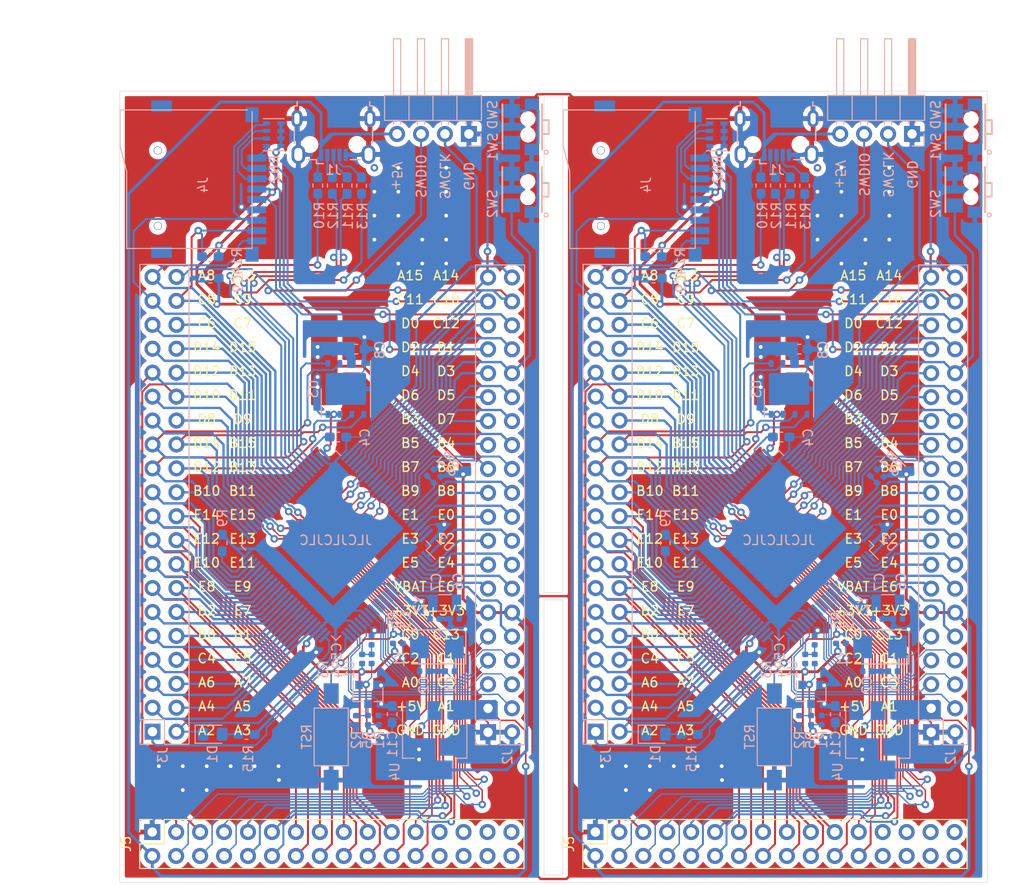
<source format=kicad_pcb>
(kicad_pcb (version 20171130) (host pcbnew "(5.1.4)-1")
  (layers (0 F.Cu signal) (31 B.Cu signal) (34 B.Paste user) (35 F.Paste user) (36 B.SilkS user) (37 F.SilkS user) (38 B.Mask user) (39 F.Mask user) (44 Edge.Cuts user))
  (net 0 "")
  (net 1 GNDREF)
  (net 2 /OSC_IN)
  (net 3 /OSC_OUT)
  (net 4 /NRST)
  (net 5 "Net-(C4-Pad2)")
  (net 6 "Net-(C5-Pad2)")
  (net 7 /OSC32_IN)
  (net 8 /OSC32_OUT)
  (net 9 +3V3)
  (net 10 +5V)
  (net 11 "Net-(D1-Pad2)")
  (net 12 "Net-(J1-Pad2)")
  (net 13 "Net-(J1-Pad3)")
  (net 14 "Net-(J1-Pad4)")
  (net 15 /DB12)
  (net 16 /DB10)
  (net 17 /DB11)
  (net 18 /DB8)
  (net 19 /DB9)
  (net 20 /DB6)
  (net 21 /DB7)
  (net 22 /DB4)
  (net 23 /DB5)
  (net 24 /BL)
  (net 25 /VREF)
  (net 26 "Net-(R2-Pad1)")
  (net 27 "Net-(R7-Pad2)")
  (net 28 "Net-(R9-Pad2)")
  (net 29 "Net-(J5-Pad25)")
  (net 30 "Net-(J5-Pad26)")
  (net 31 "Net-(J5-Pad27)")
  (net 32 "Net-(J5-Pad28)")
  (net 33 "Net-(J5-Pad29)")
  (net 34 "Net-(J5-Pad30)")
  (net 35 "Net-(J5-Pad31)")
  (net 36 "Net-(J5-Pad32)")
  (net 37 /J2D13)
  (net 38 /A3)
  (net 39 /A14)
  (net 40 /A15)
  (net 41 /C10)
  (net 42 /C11)
  (net 43 /C12)
  (net 44 /D0)
  (net 45 /D1)
  (net 46 /D2)
  (net 47 /D3)
  (net 48 /D4)
  (net 49 /D5)
  (net 50 /D6)
  (net 51 /D7)
  (net 52 /B3)
  (net 53 /B4)
  (net 54 /B5)
  (net 55 /B6)
  (net 56 /B7)
  (net 57 /B8)
  (net 58 /B9)
  (net 59 /E0)
  (net 60 /E1)
  (net 61 /E2)
  (net 62 /E3)
  (net 63 /E4)
  (net 64 /E5)
  (net 65 /E6)
  (net 66 /C13)
  (net 67 /C0)
  (net 68 /C1)
  (net 69 /C2)
  (net 70 /C3)
  (net 71 /A0)
  (net 72 /A1)
  (net 73 /A2)
  (net 74 /A4)
  (net 75 /A5)
  (net 76 /A6)
  (net 77 /A7)
  (net 78 /C4)
  (net 79 /C5)
  (net 80 /B0)
  (net 81 /B1)
  (net 82 /B2)
  (net 83 /B10)
  (net 84 /B11)
  (net 85 /B12)
  (net 86 /B13)
  (net 87 /B14)
  (net 88 /B15)
  (net 89 /D8)
  (net 90 /D9)
  (net 91 /D10)
  (net 92 /D11)
  (net 93 /D13)
  (net 94 /D14)
  (net 95 /D15)
  (net 96 /C6)
  (net 97 /C7)
  (net 98 /C8)
  (net 99 /C9)
  (net 100 /A8)
  (net 101 /A13)
  (net 102 /A9)
  (net 103 /A12)
  (net 104 /A11)
  (net 105 /A10)
  (module Capacitor_SMD:C_0402_1005Metric (layer B.Cu) (at 182.005 157.57)
    (fp_text reference C1 (at 0.145 1.49 90) (layer B.SilkS) (effects (justify mirror)))
    (fp_text value 22pF)
    (pad 1 smd roundrect (at -0.485 0) (size 0.59 0.64) (layers B.Cu B.Paste B.Mask) (net 1 GNDREF))
    (pad 2 smd roundrect (at 0.485 0) (size 0.59 0.64) (layers B.Cu B.Paste B.Mask) (net 2 /OSC_IN))
  )
  (module Resistor_SMD:R_0603_1608Metric_Pad1.05x0.95mm_HandSolder (layer B.Cu) (at 160.435 164.28)
    (fp_text reference R15 (at 0.205 2.56 90) (layer B.SilkS) (effects (justify mirror)))
    (fp_text value 1K)
    (pad 1 smd roundrect (at -0.875 0) (size 1.05 0.95) (layers B.Cu B.Paste B.Mask) (net 11 "Net-(D1-Pad2)"))
    (pad 2 smd roundrect (at 0.875 0) (size 1.05 0.95) (layers B.Cu B.Paste B.Mask) (net 9 +3V3))
  )
  (module Resistor_SMD:R_0402_1005Metric (layer B.Cu) (at 175.97 154.125 270)
    (fp_text reference R6 (at -1.965 -0.05 270) (layer B.SilkS) (effects (justify mirror)))
    (fp_text value 10K)
    (pad 1 smd roundrect (at -0.485 0 270) (size 0.59 0.64) (layers B.Cu B.Paste B.Mask) (net 4 /NRST))
    (pad 2 smd roundrect (at 0.485 0 270) (size 0.59 0.64) (layers B.Cu B.Paste B.Mask) (net 9 +3V3))
  )
  (module Capacitor_SMD:C_0603_1608Metric_Pad1.05x0.95mm_HandSolder (layer B.Cu) (at 156.61 115.84)
    (fp_text reference C9 (at 2.92 0.61 90) (layer B.SilkS) (effects (justify mirror)))
    (fp_text value 0.1uF)
    (pad 1 smd roundrect (at -0.875 0) (size 1.05 0.95) (layers B.Cu B.Paste B.Mask) (net 1 GNDREF))
    (pad 2 smd roundrect (at 0.875 0) (size 1.05 0.95) (layers B.Cu B.Paste B.Mask) (net 9 +3V3))
  )
  (module Connector_PinHeader_2.54mm:PinHeader_2x20_P2.54mm_Vertical (layer B.Cu) (at 150.47 163.98)
    (fp_text reference J3 (at 1.09 2.48 90) (layer B.SilkS) (effects (justify mirror)))
    (fp_text value Conn_02x20_Odd_Even)
    (pad 40 thru_hole oval (at 2.54 -48.26) (size 1.7 1.7) (drill 1) (layers *.Cu *.Mask) (net 101 /A13))
    (pad 39 thru_hole oval (at 0 -48.26) (size 1.7 1.7) (drill 1) (layers *.Cu *.Mask) (net 100 /A8))
    (pad 38 thru_hole oval (at 2.54 -45.72) (size 1.7 1.7) (drill 1) (layers *.Cu *.Mask) (net 99 /C9))
    (pad 37 thru_hole oval (at 0 -45.72) (size 1.7 1.7) (drill 1) (layers *.Cu *.Mask) (net 98 /C8))
    (pad 36 thru_hole oval (at 2.54 -43.18) (size 1.7 1.7) (drill 1) (layers *.Cu *.Mask) (net 97 /C7))
    (pad 35 thru_hole oval (at 0 -43.18) (size 1.7 1.7) (drill 1) (layers *.Cu *.Mask) (net 96 /C6))
    (pad 34 thru_hole oval (at 2.54 -40.64) (size 1.7 1.7) (drill 1) (layers *.Cu *.Mask) (net 95 /D15))
    (pad 33 thru_hole oval (at 0 -40.64) (size 1.7 1.7) (drill 1) (layers *.Cu *.Mask) (net 94 /D14))
    (pad 32 thru_hole oval (at 2.54 -38.1) (size 1.7 1.7) (drill 1) (layers *.Cu *.Mask) (net 93 /D13))
    (pad 31 thru_hole oval (at 0 -38.1) (size 1.7 1.7) (drill 1) (layers *.Cu *.Mask) (net 24 /BL))
    (pad 30 thru_hole oval (at 2.54 -35.56) (size 1.7 1.7) (drill 1) (layers *.Cu *.Mask) (net 92 /D11))
    (pad 29 thru_hole oval (at 0 -35.56) (size 1.7 1.7) (drill 1) (layers *.Cu *.Mask) (net 91 /D10))
    (pad 28 thru_hole oval (at 2.54 -33.02) (size 1.7 1.7) (drill 1) (layers *.Cu *.Mask) (net 90 /D9))
    (pad 27 thru_hole oval (at 0 -33.02) (size 1.7 1.7) (drill 1) (layers *.Cu *.Mask) (net 89 /D8))
    (pad 26 thru_hole oval (at 2.54 -30.48) (size 1.7 1.7) (drill 1) (layers *.Cu *.Mask) (net 88 /B15))
    (pad 25 thru_hole oval (at 0 -30.48) (size 1.7 1.7) (drill 1) (layers *.Cu *.Mask) (net 87 /B14))
    (pad 24 thru_hole oval (at 2.54 -27.94) (size 1.7 1.7) (drill 1) (layers *.Cu *.Mask) (net 86 /B13))
    (pad 23 thru_hole oval (at 0 -27.94) (size 1.7 1.7) (drill 1) (layers *.Cu *.Mask) (net 85 /B12))
    (pad 22 thru_hole oval (at 2.54 -25.4) (size 1.7 1.7) (drill 1) (layers *.Cu *.Mask) (net 84 /B11))
    (pad 21 thru_hole oval (at 0 -25.4) (size 1.7 1.7) (drill 1) (layers *.Cu *.Mask) (net 83 /B10))
    (pad 20 thru_hole oval (at 2.54 -22.86) (size 1.7 1.7) (drill 1) (layers *.Cu *.Mask) (net 15 /DB12))
    (pad 19 thru_hole oval (at 0 -22.86) (size 1.7 1.7) (drill 1) (layers *.Cu *.Mask) (net 17 /DB11))
    (pad 18 thru_hole oval (at 2.54 -20.32) (size 1.7 1.7) (drill 1) (layers *.Cu *.Mask) (net 16 /DB10))
    (pad 17 thru_hole oval (at 0 -20.32) (size 1.7 1.7) (drill 1) (layers *.Cu *.Mask) (net 19 /DB9))
    (pad 16 thru_hole oval (at 2.54 -17.78) (size 1.7 1.7) (drill 1) (layers *.Cu *.Mask) (net 18 /DB8))
    (pad 15 thru_hole oval (at 0 -17.78) (size 1.7 1.7) (drill 1) (layers *.Cu *.Mask) (net 21 /DB7))
    (pad 14 thru_hole oval (at 2.54 -15.24) (size 1.7 1.7) (drill 1) (layers *.Cu *.Mask) (net 20 /DB6))
    (pad 13 thru_hole oval (at 0 -15.24) (size 1.7 1.7) (drill 1) (layers *.Cu *.Mask) (net 23 /DB5))
    (pad 12 thru_hole oval (at 2.54 -12.7) (size 1.7 1.7) (drill 1) (layers *.Cu *.Mask) (net 22 /DB4))
    (pad 11 thru_hole oval (at 0 -12.7) (size 1.7 1.7) (drill 1) (layers *.Cu *.Mask) (net 82 /B2))
    (pad 10 thru_hole oval (at 2.54 -10.16) (size 1.7 1.7) (drill 1) (layers *.Cu *.Mask) (net 81 /B1))
    (pad 9 thru_hole oval (at 0 -10.16) (size 1.7 1.7) (drill 1) (layers *.Cu *.Mask) (net 80 /B0))
    (pad 8 thru_hole oval (at 2.54 -7.62) (size 1.7 1.7) (drill 1) (layers *.Cu *.Mask) (net 79 /C5))
    (pad 7 thru_hole oval (at 0 -7.62) (size 1.7 1.7) (drill 1) (layers *.Cu *.Mask) (net 78 /C4))
    (pad 6 thru_hole oval (at 2.54 -5.08) (size 1.7 1.7) (drill 1) (layers *.Cu *.Mask) (net 77 /A7))
    (pad 5 thru_hole oval (at 0 -5.08) (size 1.7 1.7) (drill 1) (layers *.Cu *.Mask) (net 76 /A6))
    (pad 4 thru_hole oval (at 2.54 -2.54) (size 1.7 1.7) (drill 1) (layers *.Cu *.Mask) (net 75 /A5))
    (pad 3 thru_hole oval (at 0 -2.54) (size 1.7 1.7) (drill 1) (layers *.Cu *.Mask) (net 74 /A4))
    (pad 2 thru_hole oval (at 2.54 0) (size 1.7 1.7) (drill 1) (layers *.Cu *.Mask) (net 38 /A3))
    (pad 1 thru_hole rect (at 0 0) (size 1.7 1.7) (drill 1) (layers *.Cu *.Mask) (net 73 /A2))
  )
  (module Connector_PinHeader_2.54mm:PinHeader_2x20_P2.54mm_Vertical (layer B.Cu) (at 186.06 164.04)
    (fp_text reference J2 (at 2.07 2.6 270) (layer B.SilkS) (effects (justify mirror)))
    (fp_text value Conn_02x20_Odd_Even)
    (pad 1 thru_hole rect (at 0 0) (size 1.7 1.7) (drill 1) (layers *.Cu *.Mask) (net 1 GNDREF))
    (pad 2 thru_hole oval (at 2.54 0) (size 1.7 1.7) (drill 1) (layers *.Cu *.Mask) (net 1 GNDREF))
    (pad 3 thru_hole oval (at 0 -2.54) (size 1.7 1.7) (drill 1) (layers *.Cu *.Mask) (net 10 +5V))
    (pad 4 thru_hole oval (at 2.54 -2.54) (size 1.7 1.7) (drill 1) (layers *.Cu *.Mask) (net 72 /A1))
    (pad 5 thru_hole oval (at 0 -5.08) (size 1.7 1.7) (drill 1) (layers *.Cu *.Mask) (net 71 /A0))
    (pad 6 thru_hole oval (at 2.54 -5.08) (size 1.7 1.7) (drill 1) (layers *.Cu *.Mask) (net 70 /C3))
    (pad 7 thru_hole oval (at 0 -7.62) (size 1.7 1.7) (drill 1) (layers *.Cu *.Mask) (net 69 /C2))
    (pad 8 thru_hole oval (at 2.54 -7.62) (size 1.7 1.7) (drill 1) (layers *.Cu *.Mask) (net 68 /C1))
    (pad 9 thru_hole oval (at 0 -10.16) (size 1.7 1.7) (drill 1) (layers *.Cu *.Mask) (net 67 /C0))
    (pad 10 thru_hole oval (at 2.54 -10.16) (size 1.7 1.7) (drill 1) (layers *.Cu *.Mask) (net 66 /C13))
    (pad 11 thru_hole oval (at 0 -12.7) (size 1.7 1.7) (drill 1) (layers *.Cu *.Mask) (net 9 +3V3))
    (pad 12 thru_hole oval (at 2.54 -12.7) (size 1.7 1.7) (drill 1) (layers *.Cu *.Mask) (net 9 +3V3))
    (pad 13 thru_hole oval (at 0 -15.24) (size 1.7 1.7) (drill 1) (layers *.Cu *.Mask) (net 37 /J2D13))
    (pad 14 thru_hole oval (at 2.54 -15.24) (size 1.7 1.7) (drill 1) (layers *.Cu *.Mask) (net 65 /E6))
    (pad 15 thru_hole oval (at 0 -17.78) (size 1.7 1.7) (drill 1) (layers *.Cu *.Mask) (net 64 /E5))
    (pad 16 thru_hole oval (at 2.54 -17.78) (size 1.7 1.7) (drill 1) (layers *.Cu *.Mask) (net 63 /E4))
    (pad 17 thru_hole oval (at 0 -20.32) (size 1.7 1.7) (drill 1) (layers *.Cu *.Mask) (net 62 /E3))
    (pad 18 thru_hole oval (at 2.54 -20.32) (size 1.7 1.7) (drill 1) (layers *.Cu *.Mask) (net 61 /E2))
    (pad 19 thru_hole oval (at 0 -22.86) (size 1.7 1.7) (drill 1) (layers *.Cu *.Mask) (net 60 /E1))
    (pad 20 thru_hole oval (at 2.54 -22.86) (size 1.7 1.7) (drill 1) (layers *.Cu *.Mask) (net 59 /E0))
    (pad 21 thru_hole oval (at 0 -25.4) (size 1.7 1.7) (drill 1) (layers *.Cu *.Mask) (net 58 /B9))
    (pad 22 thru_hole oval (at 2.54 -25.4) (size 1.7 1.7) (drill 1) (layers *.Cu *.Mask) (net 57 /B8))
    (pad 23 thru_hole oval (at 0 -27.94) (size 1.7 1.7) (drill 1) (layers *.Cu *.Mask) (net 56 /B7))
    (pad 24 thru_hole oval (at 2.54 -27.94) (size 1.7 1.7) (drill 1) (layers *.Cu *.Mask) (net 55 /B6))
    (pad 25 thru_hole oval (at 0 -30.48) (size 1.7 1.7) (drill 1) (layers *.Cu *.Mask) (net 54 /B5))
    (pad 26 thru_hole oval (at 2.54 -30.48) (size 1.7 1.7) (drill 1) (layers *.Cu *.Mask) (net 53 /B4))
    (pad 27 thru_hole oval (at 0 -33.02) (size 1.7 1.7) (drill 1) (layers *.Cu *.Mask) (net 52 /B3))
    (pad 28 thru_hole oval (at 2.54 -33.02) (size 1.7 1.7) (drill 1) (layers *.Cu *.Mask) (net 51 /D7))
    (pad 29 thru_hole oval (at 0 -35.56) (size 1.7 1.7) (drill 1) (layers *.Cu *.Mask) (net 50 /D6))
    (pad 30 thru_hole oval (at 2.54 -35.56) (size 1.7 1.7) (drill 1) (layers *.Cu *.Mask) (net 49 /D5))
    (pad 31 thru_hole oval (at 0 -38.1) (size 1.7 1.7) (drill 1) (layers *.Cu *.Mask) (net 48 /D4))
    (pad 32 thru_hole oval (at 2.54 -38.1) (size 1.7 1.7) (drill 1) (layers *.Cu *.Mask) (net 47 /D3))
    (pad 33 thru_hole oval (at 0 -40.64) (size 1.7 1.7) (drill 1) (layers *.Cu *.Mask) (net 46 /D2))
    (pad 34 thru_hole oval (at 2.54 -40.64) (size 1.7 1.7) (drill 1) (layers *.Cu *.Mask) (net 45 /D1))
    (pad 35 thru_hole oval (at 0 -43.18) (size 1.7 1.7) (drill 1) (layers *.Cu *.Mask) (net 44 /D0))
    (pad 36 thru_hole oval (at 2.54 -43.18) (size 1.7 1.7) (drill 1) (layers *.Cu *.Mask) (net 43 /C12))
    (pad 37 thru_hole oval (at 0 -45.72) (size 1.7 1.7) (drill 1) (layers *.Cu *.Mask) (net 42 /C11))
    (pad 38 thru_hole oval (at 2.54 -45.72) (size 1.7 1.7) (drill 1) (layers *.Cu *.Mask) (net 41 /C10))
    (pad 39 thru_hole oval (at 0 -48.26) (size 1.7 1.7) (drill 1) (layers *.Cu *.Mask) (net 40 /A15))
    (pad 40 thru_hole oval (at 2.54 -48.26) (size 1.7 1.7) (drill 1) (layers *.Cu *.Mask) (net 39 /A14))
  )
  (module LED_SMD:LED_0805_2012Metric_Pad1.15x1.40mm_HandSolder (layer B.Cu) (at 156.845 164.25)
    (fp_text reference D1 (at -0.015 2.11 90) (layer B.SilkS) (effects (justify mirror)))
    (fp_text value LED)
    (pad 2 smd roundrect (at 1.025 0) (size 1.15 1.4) (layers B.Cu B.Paste B.Mask) (roundrect_rratio 0.217391) (net 11 "Net-(D1-Pad2)"))
    (pad 1 smd roundrect (at -1.025 0) (size 1.15 1.4) (layers B.Cu B.Paste B.Mask) (roundrect_rratio 0.217391) (net 38 /A3))
  )
  (module Capacitor_SMD:C_0402_1005Metric (layer B.Cu) (at 180.395 152 180)
    (fp_text reference C7 (at -0.175 3.91 90) (layer B.SilkS) (effects (justify mirror)))
    (fp_text value 10pF)
    (pad 1 smd roundrect (at -0.485 0 180) (size 0.59 0.64) (layers B.Cu B.Paste B.Mask) (net 1 GNDREF))
    (pad 2 smd roundrect (at 0.485 0 180) (size 0.59 0.64) (layers B.Cu B.Paste B.Mask) (net 8 /OSC32_OUT))
  )
  (module qconnectors:TF-015 (layer B.Cu) (at 151.03 105.35 90)
    (fp_text reference J4 (at -0.6 4.8 90) (layer B.SilkS) (effects (justify mirror)))
    (fp_text value Micro_SD_Card)
    (pad "" np_thru_hole circle (at 3.05 0 90) (size 0.85 0.85) (drill 0.762) (layers *.Cu *.Mask))
    (pad "" np_thru_hole circle (at -4.95 0 90) (size 0.85 0.85) (drill 0.762) (layers *.Cu *.Mask))
    (pad 0 smd rect (at -7.75 0.4 90) (size 1.2 2.2) (layers B.Cu B.Paste B.Mask))
    (pad 0 smd rect (at 7.75 0.4 90) (size 1.2 2.2) (layers B.Cu B.Paste B.Mask))
    (pad 0 smd rect (at -7.95 10 90) (size 1.6 1.4) (layers B.Cu B.Paste B.Mask))
    (pad 0 smd rect (at 6.85 10 90) (size 1.6 1.4) (layers B.Cu B.Paste B.Mask))
    (pad 9 smd rect (at -6.55 10.5 90) (size 0.75 2) (layers B.Cu B.Paste B.Mask) (net 100 /A8))
    (pad 8 smd rect (at -5.45 10.5 90) (size 0.75 2) (layers B.Cu B.Paste B.Mask) (net 99 /C9))
    (pad 7 smd rect (at -4.35 10.5 90) (size 0.75 2) (layers B.Cu B.Paste B.Mask) (net 98 /C8))
    (pad 6 smd rect (at -3.25 10.5 90) (size 0.75 2) (layers B.Cu B.Paste B.Mask) (net 1 GNDREF))
    (pad 5 smd rect (at -2.15 10.5 90) (size 0.75 2) (layers B.Cu B.Paste B.Mask) (net 43 /C12))
    (pad 4 smd rect (at -1.05 10.5 90) (size 0.75 2) (layers B.Cu B.Paste B.Mask) (net 9 +3V3))
    (pad 3 smd rect (at 0.05 10.5 90) (size 0.75 2) (layers B.Cu B.Paste B.Mask) (net 46 /D2))
    (pad 2 smd rect (at 1.15 10.5 90) (size 0.75 2) (layers B.Cu B.Paste B.Mask) (net 42 /C11))
    (pad 1 smd rect (at 2.25 10.5 90) (size 0.75 2) (layers B.Cu B.Paste B.Mask) (net 41 /C10))
  )
  (module Capacitor_SMD:C_0603_1608Metric_Pad1.05x0.95mm_HandSolder (layer B.Cu) (at 170.145 132.71 180)
    (fp_text reference C4 (at -2.865 -0.05 90) (layer B.SilkS) (effects (justify mirror)))
    (fp_text value 2.2uF)
    (pad 1 smd roundrect (at -0.875 0 180) (size 1.05 0.95) (layers B.Cu B.Paste B.Mask) (net 1 GNDREF))
    (pad 2 smd roundrect (at 0.875 0 180) (size 1.05 0.95) (layers B.Cu B.Paste B.Mask) (net 5 "Net-(C4-Pad2)"))
  )
  (module Resistor_SMD:R_0603_1608Metric_Pad1.05x0.95mm_HandSolder (layer B.Cu) (at 156.605 113.57)
    (fp_text reference R14 (at 2.825 0.53 90) (layer B.SilkS) (effects (justify mirror)))
    (fp_text value 47K)
    (pad 1 smd roundrect (at -0.875 0) (size 1.05 0.95) (layers B.Cu B.Paste B.Mask) (net 99 /C9))
    (pad 2 smd roundrect (at 0.875 0) (size 1.05 0.95) (layers B.Cu B.Paste B.Mask) (net 9 +3V3))
  )
  (module Resistor_SMD:R_0402_1005Metric (layer B.Cu) (at 172.06 162.765 270)
    (fp_text reference R2 (at 2.085 -0.03 90) (layer B.SilkS) (effects (justify mirror)))
    (fp_text value Rx2)
    (pad 1 smd roundrect (at -0.485 0 270) (size 0.59 0.64) (layers B.Cu B.Paste B.Mask) (net 26 "Net-(R2-Pad1)"))
    (pad 2 smd roundrect (at 0.485 0 270) (size 0.59 0.64) (layers B.Cu B.Paste B.Mask) (net 1 GNDREF))
  )
  (module Capacitor_SMD:C_0603_1608Metric_Pad1.05x0.95mm_HandSolder (layer B.Cu) (at 175.89 162.13 90)
    (fp_text reference C11 (at -3.17 0.02 90) (layer B.SilkS) (effects (justify mirror)))
    (fp_text value 0.1uF)
    (pad 1 smd roundrect (at -0.875 0 90) (size 1.05 0.95) (layers B.Cu B.Paste B.Mask) (net 9 +3V3))
    (pad 2 smd roundrect (at 0.875 0 90) (size 1.05 0.95) (layers B.Cu B.Paste B.Mask) (net 1 GNDREF))
  )
  (module Capacitor_SMD:C_0402_1005Metric (layer B.Cu) (at 173.7 154.285 270)
    (fp_text reference C5 (at 1.195 3.7 90) (layer B.SilkS) (effects (justify mirror)))
    (fp_text value 2.2uF)
    (pad 1 smd roundrect (at -0.485 0 270) (size 0.59 0.64) (layers B.Cu B.Paste B.Mask) (net 1 GNDREF))
    (pad 2 smd roundrect (at 0.485 0 270) (size 0.59 0.64) (layers B.Cu B.Paste B.Mask) (net 6 "Net-(C5-Pad2)"))
  )
  (module Capacitor_SMD:C_0402_1005Metric (layer B.Cu) (at 182.535 152.01)
    (fp_text reference C6 (at 0.355 -3.96 90) (layer B.SilkS) (effects (justify mirror)))
    (fp_text value 10pF)
    (pad 1 smd roundrect (at -0.485 0) (size 0.59 0.64) (layers B.Cu B.Paste B.Mask) (net 1 GNDREF))
    (pad 2 smd roundrect (at 0.485 0) (size 0.59 0.64) (layers B.Cu B.Paste B.Mask) (net 7 /OSC32_IN))
  )
  (module Capacitor_SMD:C_0402_1005Metric (layer B.Cu) (at 179.275 157.57 180)
    (fp_text reference C2 (at 0.015 -1.45 90) (layer B.SilkS) (effects (justify mirror)))
    (fp_text value 22pF)
    (pad 1 smd roundrect (at -0.485 0 180) (size 0.59 0.64) (layers B.Cu B.Paste B.Mask) (net 1 GNDREF))
    (pad 2 smd roundrect (at 0.485 0 180) (size 0.59 0.64) (layers B.Cu B.Paste B.Mask) (net 3 /OSC_OUT))
  )
  (module Capacitor_SMD:C_0402_1005Metric (layer B.Cu) (at 177.01 154.125 90)
    (fp_text reference C3 (at 2.025 0.32 90) (layer B.SilkS) (effects (justify mirror)))
    (fp_text value 1uF)
    (pad 1 smd roundrect (at -0.485 0 90) (size 0.59 0.64) (layers B.Cu B.Paste B.Mask) (net 1 GNDREF))
    (pad 2 smd roundrect (at 0.485 0 90) (size 0.59 0.64) (layers B.Cu B.Paste B.Mask) (net 4 /NRST))
  )
  (module Capacitor_SMD:C_0603_1608Metric_Pad1.05x0.95mm_HandSolder (layer B.Cu) (at 172.075 123.38 180)
    (fp_text reference C8 (at -2.505 -0.08 90) (layer B.SilkS) (effects (justify mirror)))
    (fp_text value 0.1uF)
    (pad 2 smd roundrect (at 0.875 0 180) (size 1.05 0.95) (layers B.Cu B.Paste B.Mask) (net 9 +3V3))
    (pad 1 smd roundrect (at -0.875 0 180) (size 1.05 0.95) (layers B.Cu B.Paste B.Mask) (net 1 GNDREF))
  )
  (module Connector_USB:USB_Micro-B_Wuerth_629105150521 (layer B.Cu) (at 169.66 100.87)
    (fp_text reference J1 (at 0 3.5) (layer B.SilkS) (effects (justify mirror)))
    (fp_text value USB_OTG)
    (pad "" np_thru_hole oval (at 2.5 0.8) (size 0.8 0.8) (drill 0.8) (layers *.Cu *.Mask))
    (pad "" np_thru_hole oval (at -2.5 0.8) (size 0.8 0.8) (drill 0.8) (layers *.Cu *.Mask))
    (pad 6 thru_hole oval (at 3.875 -1.95) (size 1.15 1.8) (drill oval 0.55 1.2) (layers *.Cu *.Mask) (net 1 GNDREF))
    (pad 6 thru_hole oval (at -3.875 -1.95) (size 1.15 1.8) (drill oval 0.55 1.2) (layers *.Cu *.Mask) (net 1 GNDREF))
    (pad 6 thru_hole oval (at 3.725 1.85) (size 1.45 2) (drill oval 0.85 1.4) (layers *.Cu *.Mask) (net 1 GNDREF))
    (pad 6 thru_hole oval (at -3.725 1.85) (size 1.45 2) (drill oval 0.85 1.4) (layers *.Cu *.Mask) (net 1 GNDREF))
    (pad 5 smd rect (at 1.3 1.9) (size 0.45 1.3) (layers B.Cu B.Paste B.Mask) (net 1 GNDREF))
    (pad 4 smd rect (at 0.65 1.9) (size 0.45 1.3) (layers B.Cu B.Paste B.Mask) (net 14 "Net-(J1-Pad4)"))
    (pad 3 smd rect (at 0 1.9) (size 0.45 1.3) (layers B.Cu B.Paste B.Mask) (net 13 "Net-(J1-Pad3)"))
    (pad 2 smd rect (at -0.65 1.9) (size 0.45 1.3) (layers B.Cu B.Paste B.Mask) (net 12 "Net-(J1-Pad2)"))
    (pad 1 smd rect (at -1.3 1.9) (size 0.45 1.3) (layers B.Cu B.Paste B.Mask) (net 10 +5V))
  )
  (module Resistor_SMD:R_0402_1005Metric (layer B.Cu) (at 172.7 156.265 90)
    (fp_text reference R3 (at -1.115 -4.1 90) (layer B.SilkS) (effects (justify mirror)))
    (fp_text value 0R)
    (pad 1 smd roundrect (at -0.485 0 90) (size 0.59 0.64) (layers B.Cu B.Paste B.Mask) (net 9 +3V3))
    (pad 2 smd roundrect (at 0.485 0 90) (size 0.59 0.64) (layers B.Cu B.Paste B.Mask) (net 6 "Net-(C5-Pad2)"))
  )
  (module Resistor_SMD:R_0402_1005Metric (layer B.Cu) (at 173.71 156.265 90)
    (fp_text reference R4 (at -1.075 -3.64 90) (layer B.SilkS) (effects (justify mirror)))
    (fp_text value 0R)
    (pad 2 smd roundrect (at 0.485 0 90) (size 0.59 0.64) (layers B.Cu B.Paste B.Mask) (net 6 "Net-(C5-Pad2)"))
    (pad 1 smd roundrect (at -0.485 0 90) (size 0.59 0.64) (layers B.Cu B.Paste B.Mask) (net 25 /VREF))
  )
  (module Resistor_SMD:R_0402_1005Metric (layer B.Cu) (at 173.32 162.755 90)
    (fp_text reference R5 (at -2.095 -0.03 90) (layer B.SilkS) (effects (justify mirror)))
    (fp_text value Rx1)
    (pad 1 smd roundrect (at -0.485 0 90) (size 0.59 0.64) (layers B.Cu B.Paste B.Mask) (net 25 /VREF))
    (pad 2 smd roundrect (at 0.485 0 90) (size 0.59 0.64) (layers B.Cu B.Paste B.Mask) (net 26 "Net-(R2-Pad1)"))
  )
  (module Resistor_SMD:R_0402_1005Metric (layer B.Cu) (at 179.945 136.49 225)
    (fp_text reference R7 (at -2.146069 -0.208597 45) (layer B.SilkS) (effects (justify mirror)))
    (fp_text value 10K)
    (pad 1 smd roundrect (at -0.485 0 225) (size 0.59 0.64) (layers B.Cu B.Paste B.Mask) (net 1 GNDREF))
    (pad 2 smd roundrect (at 0.485 0 225) (size 0.59 0.64) (layers B.Cu B.Paste B.Mask) (net 27 "Net-(R7-Pad2)"))
  )
  (module Resistor_SMD:R_0402_1005Metric (layer B.Cu) (at 174.45 162.745 270)
    (fp_text reference R1 (at 2.065 -0.07 90) (layer B.SilkS) (effects (justify mirror)))
    (fp_text value 4K7)
    (pad 1 smd roundrect (at -0.485 0 270) (size 0.59 0.64) (layers B.Cu B.Paste B.Mask) (net 10 +5V))
    (pad 2 smd roundrect (at 0.485 0 270) (size 0.59 0.64) (layers B.Cu B.Paste B.Mask) (net 25 /VREF))
  )
  (module Button_Switch_SMD:SW_SPST_FSMSM (layer B.Cu) (at 169.42 164.53 270)
    (fp_text reference RST (at 0 2.6 90) (layer B.SilkS) (effects (justify mirror)))
    (fp_text value SW_Push)
    (pad 1 smd rect (at -4.59 0 270) (size 2.18 1.6) (layers B.Cu B.Paste B.Mask) (net 4 /NRST))
    (pad 2 smd rect (at 4.59 0 270) (size 2.18 1.6) (layers B.Cu B.Paste B.Mask) (net 1 GNDREF))
  )
  (module Resistor_SMD:R_0402_1005Metric (layer B.Cu) (at 180.672947 137.257053 225)
    (fp_text reference R8 (at -2.16665 -0.374767 225) (layer B.SilkS) (effects (justify mirror)))
    (fp_text value 10K)
    (pad 1 smd roundrect (at -0.485 0 225) (size 0.59 0.64) (layers B.Cu B.Paste B.Mask) (net 9 +3V3))
    (pad 2 smd roundrect (at 0.485 0 225) (size 0.59 0.64) (layers B.Cu B.Paste B.Mask) (net 27 "Net-(R7-Pad2)"))
  )
  (module Connector_PinHeader_2.54mm:PinHeader_1x04_P2.54mm_Horizontal (layer B.Cu) (at 184.03 100.55 90)
    (fp_text reference SWD (at 2.05 2.51 90) (layer B.SilkS) (effects (justify mirror)))
    (fp_text value SWD)
    (pad 1 thru_hole rect (at 0 0 90) (size 1.7 1.7) (drill 1) (layers *.Cu *.Mask) (net 1 GNDREF))
    (pad 2 thru_hole oval (at 0 -2.54 90) (size 1.7 1.7) (drill 1) (layers *.Cu *.Mask) (net 39 /A14))
    (pad 3 thru_hole oval (at 0 -5.08 90) (size 1.7 1.7) (drill 1) (layers *.Cu *.Mask) (net 101 /A13))
    (pad 4 thru_hole oval (at 0 -7.62 90) (size 1.7 1.7) (drill 1) (layers *.Cu *.Mask) (net 10 +5V))
  )
  (module Crystal:Crystal_SMD_5032-2Pin_5.0x3.2mm (layer B.Cu) (at 180.64 154.99 180)
    (fp_text reference Y1 (at 3.97 -1.25 90) (layer B.SilkS) (effects (justify mirror)))
    (fp_text value 8MHz)
    (pad 2 smd rect (at 1.85 0 180) (size 2 2.4) (layers B.Cu B.Paste B.Mask) (net 3 /OSC_OUT))
    (pad 1 smd rect (at -1.85 0 180) (size 2 2.4) (layers B.Cu B.Paste B.Mask) (net 2 /OSC_IN))
  )
  (module Resistor_SMD:R_0603_1608Metric_Pad1.05x0.95mm_HandSolder (layer B.Cu) (at 168 106.015 270)
    (fp_text reference R10 (at 3.175 -0.16 270) (layer B.SilkS) (effects (justify mirror)))
    (fp_text value 1K)
    (pad 2 smd roundrect (at 0.875 0 270) (size 1.05 0.95) (layers B.Cu B.Paste B.Mask) (net 102 /A9))
    (pad 1 smd roundrect (at -0.875 0 270) (size 1.05 0.95) (layers B.Cu B.Paste B.Mask) (net 10 +5V))
  )
  (module Resistor_SMD:R_0603_1608Metric_Pad1.05x0.95mm_HandSolder (layer B.Cu) (at 157.86 143.955 270)
    (fp_text reference R9 (at -2.645 -0.03 270) (layer B.SilkS) (effects (justify mirror)))
    (fp_text value 4K7)
    (pad 2 smd roundrect (at 0.875 0 270) (size 1.05 0.95) (layers B.Cu B.Paste B.Mask) (net 28 "Net-(R9-Pad2)"))
    (pad 1 smd roundrect (at -0.875 0 270) (size 1.05 0.95) (layers B.Cu B.Paste B.Mask) (net 9 +3V3))
  )
  (module qmechanics:SW-Button-TS-018 (layer B.Cu) (at 190.29 99.79)
    (fp_text reference SW1 (at -3.72 2.14 90) (layer B.SilkS) (effects (justify mirror)))
    (fp_text value SW_MEC_5G)
    (pad "" np_thru_hole circle (at 0 -0.85) (size 0.6 0.6) (drill 0.6) (layers *.Cu *.Mask))
    (pad "" np_thru_hole circle (at 0 0.85) (size 0.6 0.6) (drill 0.6) (layers *.Cu *.Mask))
    (pad 4 smd rect (at -1.7 -1.68) (size 1.7 1.5) (layers B.Cu B.Paste B.Mask) (net 1 GNDREF))
    (pad 3 smd rect (at -1.7 1.68) (size 1.7 1.5) (layers B.Cu B.Paste B.Mask) (net 40 /A15))
    (pad 2 smd rect (at 0.4 -2.4) (size 1.5 1.2) (layers B.Cu B.Paste B.Mask) (net 1 GNDREF))
    (pad 1 smd rect (at 0.4 2.4) (size 1.5 1.2) (layers B.Cu B.Paste B.Mask) (net 1 GNDREF))
  )
  (module Resistor_SMD:R_0603_1608Metric_Pad1.05x0.95mm_HandSolder (layer B.Cu) (at 169.54 106.015 270)
    (fp_text reference R12 (at 3.195 -0.09 270) (layer B.SilkS) (effects (justify mirror)))
    (fp_text value 22R)
    (pad 1 smd roundrect (at -0.875 0 270) (size 1.05 0.95) (layers B.Cu B.Paste B.Mask) (net 12 "Net-(J1-Pad2)"))
    (pad 2 smd roundrect (at 0.875 0 270) (size 1.05 0.95) (layers B.Cu B.Paste B.Mask) (net 104 /A11))
  )
  (module Package_QFP:LQFP-100_14x14mm_P0.5mm (layer B.Cu) (at 169.93 144.23 135)
    (fp_text reference U2 (at -7.997378 8.4075 135) (layer B.SilkS) (effects (justify mirror)))
    (fp_text value STM32F407VETx)
    (pad 100 smd roundrect (at -6 7.675 135) (size 0.3 1.6) (layers B.Cu B.Paste B.Mask) (net 9 +3V3))
    (pad 99 smd roundrect (at -5.5 7.675 135) (size 0.3 1.6) (layers B.Cu B.Paste B.Mask) (net 1 GNDREF))
    (pad 98 smd roundrect (at -5 7.675 135) (size 0.3 1.6) (layers B.Cu B.Paste B.Mask) (net 60 /E1))
    (pad 97 smd roundrect (at -4.5 7.675 135) (size 0.3 1.6) (layers B.Cu B.Paste B.Mask) (net 59 /E0))
    (pad 96 smd roundrect (at -4 7.675 135) (size 0.3 1.6) (layers B.Cu B.Paste B.Mask) (net 58 /B9))
    (pad 95 smd roundrect (at -3.5 7.675 135) (size 0.3 1.6) (layers B.Cu B.Paste B.Mask) (net 57 /B8))
    (pad 94 smd roundrect (at -3 7.675 135) (size 0.3 1.6) (layers B.Cu B.Paste B.Mask) (net 27 "Net-(R7-Pad2)"))
    (pad 93 smd roundrect (at -2.5 7.675 135) (size 0.3 1.6) (layers B.Cu B.Paste B.Mask) (net 56 /B7))
    (pad 92 smd roundrect (at -2 7.675 135) (size 0.3 1.6) (layers B.Cu B.Paste B.Mask) (net 55 /B6))
    (pad 91 smd roundrect (at -1.5 7.675 135) (size 0.3 1.6) (layers B.Cu B.Paste B.Mask) (net 54 /B5))
    (pad 90 smd roundrect (at -1 7.675 135) (size 0.3 1.6) (layers B.Cu B.Paste B.Mask) (net 53 /B4))
    (pad 89 smd roundrect (at -0.5 7.675 135) (size 0.3 1.6) (layers B.Cu B.Paste B.Mask) (net 52 /B3))
    (pad 88 smd roundrect (at 0 7.675 135) (size 0.3 1.6) (layers B.Cu B.Paste B.Mask) (net 51 /D7))
    (pad 87 smd roundrect (at 0.5 7.675 135) (size 0.3 1.6) (layers B.Cu B.Paste B.Mask) (net 50 /D6))
    (pad 86 smd roundrect (at 1 7.675 135) (size 0.3 1.6) (layers B.Cu B.Paste B.Mask) (net 49 /D5))
    (pad 85 smd roundrect (at 1.5 7.675 135) (size 0.3 1.6) (layers B.Cu B.Paste B.Mask) (net 48 /D4))
    (pad 84 smd roundrect (at 2 7.675 135) (size 0.3 1.6) (layers B.Cu B.Paste B.Mask) (net 47 /D3))
    (pad 83 smd roundrect (at 2.5 7.675 135) (size 0.3 1.6) (layers B.Cu B.Paste B.Mask) (net 46 /D2))
    (pad 82 smd roundrect (at 3 7.675 135) (size 0.3 1.6) (layers B.Cu B.Paste B.Mask) (net 45 /D1))
    (pad 81 smd roundrect (at 3.5 7.675 135) (size 0.3 1.6) (layers B.Cu B.Paste B.Mask) (net 44 /D0))
    (pad 80 smd roundrect (at 4 7.675 135) (size 0.3 1.6) (layers B.Cu B.Paste B.Mask) (net 43 /C12))
    (pad 79 smd roundrect (at 4.5 7.675 135) (size 0.3 1.6) (layers B.Cu B.Paste B.Mask) (net 42 /C11))
    (pad 78 smd roundrect (at 5 7.675 135) (size 0.3 1.6) (layers B.Cu B.Paste B.Mask) (net 41 /C10))
    (pad 77 smd roundrect (at 5.5 7.675 135) (size 0.3 1.6) (layers B.Cu B.Paste B.Mask) (net 40 /A15))
    (pad 76 smd roundrect (at 6 7.675 135) (size 0.3 1.6) (layers B.Cu B.Paste B.Mask) (net 39 /A14))
    (pad 75 smd roundrect (at 7.675 6 135) (size 1.6 0.3) (layers B.Cu B.Paste B.Mask) (net 9 +3V3))
    (pad 74 smd roundrect (at 7.675 5.5 135) (size 1.6 0.3) (layers B.Cu B.Paste B.Mask) (net 1 GNDREF))
    (pad 73 smd roundrect (at 7.675 5 135) (size 1.6 0.3) (layers B.Cu B.Paste B.Mask) (net 5 "Net-(C4-Pad2)"))
    (pad 72 smd roundrect (at 7.675 4.5 135) (size 1.6 0.3) (layers B.Cu B.Paste B.Mask) (net 101 /A13))
    (pad 71 smd roundrect (at 7.675 4 135) (size 1.6 0.3) (layers B.Cu B.Paste B.Mask) (net 103 /A12))
    (pad 70 smd roundrect (at 7.675 3.5 135) (size 1.6 0.3) (layers B.Cu B.Paste B.Mask) (net 104 /A11))
    (pad 69 smd roundrect (at 7.675 3 135) (size 1.6 0.3) (layers B.Cu B.Paste B.Mask) (net 105 /A10))
    (pad 68 smd roundrect (at 7.675 2.5 135) (size 1.6 0.3) (layers B.Cu B.Paste B.Mask) (net 102 /A9))
    (pad 67 smd roundrect (at 7.675 2 135) (size 1.6 0.3) (layers B.Cu B.Paste B.Mask) (net 100 /A8))
    (pad 66 smd roundrect (at 7.675 1.5 135) (size 1.6 0.3) (layers B.Cu B.Paste B.Mask) (net 99 /C9))
    (pad 65 smd roundrect (at 7.675 1 135) (size 1.6 0.3) (layers B.Cu B.Paste B.Mask) (net 98 /C8))
    (pad 64 smd roundrect (at 7.675 0.5 135) (size 1.6 0.3) (layers B.Cu B.Paste B.Mask) (net 97 /C7))
    (pad 63 smd roundrect (at 7.675 0 135) (size 1.6 0.3) (layers B.Cu B.Paste B.Mask) (net 96 /C6))
    (pad 62 smd roundrect (at 7.675 -0.5 135) (size 1.6 0.3) (layers B.Cu B.Paste B.Mask) (net 95 /D15))
    (pad 61 smd roundrect (at 7.675 -1 135) (size 1.6 0.3) (layers B.Cu B.Paste B.Mask) (net 94 /D14))
    (pad 60 smd roundrect (at 7.675 -1.5 135) (size 1.6 0.3) (layers B.Cu B.Paste B.Mask) (net 93 /D13))
    (pad 59 smd roundrect (at 7.675 -2 135) (size 1.6 0.3) (layers B.Cu B.Paste B.Mask) (net 24 /BL))
    (pad 58 smd roundrect (at 7.675 -2.5 135) (size 1.6 0.3) (layers B.Cu B.Paste B.Mask) (net 92 /D11))
    (pad 57 smd roundrect (at 7.675 -3 135) (size 1.6 0.3) (layers B.Cu B.Paste B.Mask) (net 91 /D10))
    (pad 56 smd roundrect (at 7.675 -3.5 135) (size 1.6 0.3) (layers B.Cu B.Paste B.Mask) (net 90 /D9))
    (pad 55 smd roundrect (at 7.675 -4 135) (size 1.6 0.3) (layers B.Cu B.Paste B.Mask) (net 89 /D8))
    (pad 54 smd roundrect (at 7.675 -4.5 135) (size 1.6 0.3) (layers B.Cu B.Paste B.Mask) (net 88 /B15))
    (pad 53 smd roundrect (at 7.675 -5 135) (size 1.6 0.3) (layers B.Cu B.Paste B.Mask) (net 87 /B14))
    (pad 52 smd roundrect (at 7.675 -5.5 135) (size 1.6 0.3) (layers B.Cu B.Paste B.Mask) (net 86 /B13))
    (pad 51 smd roundrect (at 7.675 -6 135) (size 1.6 0.3) (layers B.Cu B.Paste B.Mask) (net 85 /B12))
    (pad 50 smd roundrect (at 6 -7.675 135) (size 0.3 1.6) (layers B.Cu B.Paste B.Mask) (net 9 +3V3))
    (pad 49 smd roundrect (at 5.5 -7.675 135) (size 0.3 1.6) (layers B.Cu B.Paste B.Mask) (net 28 "Net-(R9-Pad2)"))
    (pad 48 smd roundrect (at 5 -7.675 135) (size 0.3 1.6) (layers B.Cu B.Paste B.Mask) (net 84 /B11))
    (pad 47 smd roundrect (at 4.5 -7.675 135) (size 0.3 1.6) (layers B.Cu B.Paste B.Mask) (net 83 /B10))
    (pad 46 smd roundrect (at 4 -7.675 135) (size 0.3 1.6) (layers B.Cu B.Paste B.Mask) (net 15 /DB12))
    (pad 45 smd roundrect (at 3.5 -7.675 135) (size 0.3 1.6) (layers B.Cu B.Paste B.Mask) (net 17 /DB11))
    (pad 44 smd roundrect (at 3 -7.675 135) (size 0.3 1.6) (layers B.Cu B.Paste B.Mask) (net 16 /DB10))
    (pad 43 smd roundrect (at 2.5 -7.675 135) (size 0.3 1.6) (layers B.Cu B.Paste B.Mask) (net 19 /DB9))
    (pad 42 smd roundrect (at 2 -7.675 135) (size 0.3 1.6) (layers B.Cu B.Paste B.Mask) (net 18 /DB8))
    (pad 41 smd roundrect (at 1.5 -7.675 135) (size 0.3 1.6) (layers B.Cu B.Paste B.Mask) (net 21 /DB7))
    (pad 40 smd roundrect (at 1 -7.675 135) (size 0.3 1.6) (layers B.Cu B.Paste B.Mask) (net 20 /DB6))
    (pad 39 smd roundrect (at 0.5 -7.675 135) (size 0.3 1.6) (layers B.Cu B.Paste B.Mask) (net 23 /DB5))
    (pad 38 smd roundrect (at 0 -7.675 135) (size 0.3 1.6) (layers B.Cu B.Paste B.Mask) (net 22 /DB4))
    (pad 37 smd roundrect (at -0.5 -7.675 135) (size 0.3 1.6) (layers B.Cu B.Paste B.Mask) (net 82 /B2))
    (pad 36 smd roundrect (at -1 -7.675 135) (size 0.3 1.6) (layers B.Cu B.Paste B.Mask) (net 81 /B1))
    (pad 35 smd roundrect (at -1.5 -7.675 135) (size 0.3 1.6) (layers B.Cu B.Paste B.Mask) (net 80 /B0))
    (pad 34 smd roundrect (at -2 -7.675 135) (size 0.3 1.6) (layers B.Cu B.Paste B.Mask) (net 79 /C5))
    (pad 33 smd roundrect (at -2.5 -7.675 135) (size 0.3 1.6) (layers B.Cu B.Paste B.Mask) (net 78 /C4))
    (pad 32 smd roundrect (at -3 -7.675 135) (size 0.3 1.6) (layers B.Cu B.Paste B.Mask) (net 77 /A7))
    (pad 31 smd roundrect (at -3.5 -7.675 135) (size 0.3 1.6) (layers B.Cu B.Paste B.Mask) (net 76 /A6))
    (pad 30 smd roundrect (at -4 -7.675 135) (size 0.3 1.6) (layers B.Cu B.Paste B.Mask) (net 75 /A5))
    (pad 29 smd roundrect (at -4.5 -7.675 135) (size 0.3 1.6) (layers B.Cu B.Paste B.Mask) (net 74 /A4))
    (pad 28 smd roundrect (at -5 -7.675 135) (size 0.3 1.6) (layers B.Cu B.Paste B.Mask) (net 9 +3V3))
    (pad 27 smd roundrect (at -5.5 -7.675 135) (size 0.3 1.6) (layers B.Cu B.Paste B.Mask) (net 1 GNDREF))
    (pad 26 smd roundrect (at -6 -7.675 135) (size 0.3 1.6) (layers B.Cu B.Paste B.Mask) (net 38 /A3))
    (pad 25 smd roundrect (at -7.675 -6 135) (size 1.6 0.3) (layers B.Cu B.Paste B.Mask) (net 73 /A2))
    (pad 24 smd roundrect (at -7.675 -5.5 135) (size 1.6 0.3) (layers B.Cu B.Paste B.Mask) (net 72 /A1))
    (pad 23 smd roundrect (at -7.675 -5 135) (size 1.6 0.3) (layers B.Cu B.Paste B.Mask) (net 71 /A0))
    (pad 22 smd roundrect (at -7.675 -4.5 135) (size 1.6 0.3) (layers B.Cu B.Paste B.Mask) (net 9 +3V3))
    (pad 21 smd roundrect (at -7.675 -4 135) (size 1.6 0.3) (layers B.Cu B.Paste B.Mask) (net 6 "Net-(C5-Pad2)"))
    (pad 20 smd roundrect (at -7.675 -3.5 135) (size 1.6 0.3) (layers B.Cu B.Paste B.Mask) (net 1 GNDREF))
    (pad 19 smd roundrect (at -7.675 -3 135) (size 1.6 0.3) (layers B.Cu B.Paste B.Mask) (net 9 +3V3))
    (pad 18 smd roundrect (at -7.675 -2.5 135) (size 1.6 0.3) (layers B.Cu B.Paste B.Mask) (net 70 /C3))
    (pad 17 smd roundrect (at -7.675 -2 135) (size 1.6 0.3) (layers B.Cu B.Paste B.Mask) (net 69 /C2))
    (pad 16 smd roundrect (at -7.675 -1.5 135) (size 1.6 0.3) (layers B.Cu B.Paste B.Mask) (net 68 /C1))
    (pad 15 smd roundrect (at -7.675 -1 135) (size 1.6 0.3) (layers B.Cu B.Paste B.Mask) (net 67 /C0))
    (pad 14 smd roundrect (at -7.675 -0.5 135) (size 1.6 0.3) (layers B.Cu B.Paste B.Mask) (net 4 /NRST))
    (pad 13 smd roundrect (at -7.675 0 135) (size 1.6 0.3) (layers B.Cu B.Paste B.Mask) (net 3 /OSC_OUT))
    (pad 12 smd roundrect (at -7.675 0.5 135) (size 1.6 0.3) (layers B.Cu B.Paste B.Mask) (net 2 /OSC_IN))
    (pad 11 smd roundrect (at -7.675 1 135) (size 1.6 0.3) (layers B.Cu B.Paste B.Mask) (net 9 +3V3))
    (pad 10 smd roundrect (at -7.675 1.5 135) (size 1.6 0.3) (layers B.Cu B.Paste B.Mask) (net 1 GNDREF))
    (pad 9 smd roundrect (at -7.675 2 135) (size 1.6 0.3) (layers B.Cu B.Paste B.Mask) (net 8 /OSC32_OUT))
    (pad 8 smd roundrect (at -7.675 2.5 135) (size 1.6 0.3) (layers B.Cu B.Paste B.Mask) (net 7 /OSC32_IN))
    (pad 7 smd roundrect (at -7.675 3 135) (size 1.6 0.3) (layers B.Cu B.Paste B.Mask) (net 66 /C13))
    (pad 6 smd roundrect (at -7.675 3.5 135) (size 1.6 0.3) (layers B.Cu B.Paste B.Mask) (net 37 /J2D13))
    (pad 5 smd roundrect (at -7.675 4 135) (size 1.6 0.3) (layers B.Cu B.Paste B.Mask) (net 65 /E6))
    (pad 4 smd roundrect (at -7.675 4.5 135) (size 1.6 0.3) (layers B.Cu B.Paste B.Mask) (net 64 /E5))
    (pad 3 smd roundrect (at -7.675 5 135) (size 1.6 0.3) (layers B.Cu B.Paste B.Mask) (net 63 /E4))
    (pad 2 smd roundrect (at -7.675 5.5 135) (size 1.6 0.3) (layers B.Cu B.Paste B.Mask) (net 62 /E3))
    (pad 1 smd roundrect (at -7.675 6 135) (size 1.6 0.3) (layers B.Cu B.Paste B.Mask) (net 61 /E2))
  )
  (module Connector_PinSocket_2.54mm:PinSocket_2x16_P2.54mm_Vertical (layer F.Cu) (at 150.44 174.63 90)
    (fp_text reference J5 (at -1.27 -2.77 90) (layer F.SilkS))
    (fp_text value LCD_I8080_CONNECTOR_16x2-DIP)
    (pad 32 thru_hole oval (at -2.54 38.1 90) (size 1.7 1.7) (drill 1) (layers *.Cu *.Mask) (net 36 "Net-(J5-Pad32)"))
    (pad 31 thru_hole oval (at 0 38.1 90) (size 1.7 1.7) (drill 1) (layers *.Cu *.Mask) (net 35 "Net-(J5-Pad31)"))
    (pad 30 thru_hole oval (at -2.54 35.56 90) (size 1.7 1.7) (drill 1) (layers *.Cu *.Mask) (net 34 "Net-(J5-Pad30)"))
    (pad 29 thru_hole oval (at 0 35.56 90) (size 1.7 1.7) (drill 1) (layers *.Cu *.Mask) (net 33 "Net-(J5-Pad29)"))
    (pad 28 thru_hole oval (at -2.54 33.02 90) (size 1.7 1.7) (drill 1) (layers *.Cu *.Mask) (net 32 "Net-(J5-Pad28)"))
    (pad 27 thru_hole oval (at 0 33.02 90) (size 1.7 1.7) (drill 1) (layers *.Cu *.Mask) (net 31 "Net-(J5-Pad27)"))
    (pad 26 thru_hole oval (at -2.54 30.48 90) (size 1.7 1.7) (drill 1) (layers *.Cu *.Mask) (net 30 "Net-(J5-Pad26)"))
    (pad 25 thru_hole oval (at 0 30.48 90) (size 1.7 1.7) (drill 1) (layers *.Cu *.Mask) (net 29 "Net-(J5-Pad25)"))
    (pad 24 thru_hole oval (at -2.54 27.94 90) (size 1.7 1.7) (drill 1) (layers *.Cu *.Mask) (net 91 /D10))
    (pad 23 thru_hole oval (at 0 27.94 90) (size 1.7 1.7) (drill 1) (layers *.Cu *.Mask) (net 90 /D9))
    (pad 22 thru_hole oval (at -2.54 25.4 90) (size 1.7 1.7) (drill 1) (layers *.Cu *.Mask) (net 89 /D8))
    (pad 21 thru_hole oval (at 0 25.4 90) (size 1.7 1.7) (drill 1) (layers *.Cu *.Mask) (net 15 /DB12))
    (pad 20 thru_hole oval (at -2.54 22.86 90) (size 1.7 1.7) (drill 1) (layers *.Cu *.Mask) (net 17 /DB11))
    (pad 19 thru_hole oval (at 0 22.86 90) (size 1.7 1.7) (drill 1) (layers *.Cu *.Mask) (net 16 /DB10))
    (pad 18 thru_hole oval (at -2.54 20.32 90) (size 1.7 1.7) (drill 1) (layers *.Cu *.Mask) (net 19 /DB9))
    (pad 17 thru_hole oval (at 0 20.32 90) (size 1.7 1.7) (drill 1) (layers *.Cu *.Mask) (net 18 /DB8))
    (pad 16 thru_hole oval (at -2.54 17.78 90) (size 1.7 1.7) (drill 1) (layers *.Cu *.Mask) (net 21 /DB7))
    (pad 15 thru_hole oval (at 0 17.78 90) (size 1.7 1.7) (drill 1) (layers *.Cu *.Mask) (net 20 /DB6))
    (pad 14 thru_hole oval (at -2.54 15.24 90) (size 1.7 1.7) (drill 1) (layers *.Cu *.Mask) (net 23 /DB5))
    (pad 13 thru_hole oval (at 0 15.24 90) (size 1.7 1.7) (drill 1) (layers *.Cu *.Mask) (net 22 /DB4))
    (pad 12 thru_hole oval (at -2.54 12.7 90) (size 1.7 1.7) (drill 1) (layers *.Cu *.Mask) (net 45 /D1))
    (pad 11 thru_hole oval (at 0 12.7 90) (size 1.7 1.7) (drill 1) (layers *.Cu *.Mask) (net 44 /D0))
    (pad 10 thru_hole oval (at -2.54 10.16 90) (size 1.7 1.7) (drill 1) (layers *.Cu *.Mask) (net 95 /D15))
    (pad 9 thru_hole oval (at 0 10.16 90) (size 1.7 1.7) (drill 1) (layers *.Cu *.Mask) (net 94 /D14))
    (pad 8 thru_hole oval (at -2.54 7.62 90) (size 1.7 1.7) (drill 1) (layers *.Cu *.Mask) (net 50 /D6))
    (pad 7 thru_hole oval (at 0 7.62 90) (size 1.7 1.7) (drill 1) (layers *.Cu *.Mask) (net 48 /D4))
    (pad 6 thru_hole oval (at -2.54 5.08 90) (size 1.7 1.7) (drill 1) (layers *.Cu *.Mask) (net 49 /D5))
    (pad 5 thru_hole oval (at 0 5.08 90) (size 1.7 1.7) (drill 1) (layers *.Cu *.Mask) (net 92 /D11))
    (pad 4 thru_hole oval (at -2.54 2.54 90) (size 1.7 1.7) (drill 1) (layers *.Cu *.Mask) (net 51 /D7))
    (pad 3 thru_hole oval (at 0 2.54 90) (size 1.7 1.7) (drill 1) (layers *.Cu *.Mask) (net 24 /BL))
    (pad 2 thru_hole oval (at -2.54 0 90) (size 1.7 1.7) (drill 1) (layers *.Cu *.Mask) (net 10 +5V))
    (pad 1 thru_hole rect (at 0 0 90) (size 1.7 1.7) (drill 1) (layers *.Cu *.Mask) (net 1 GNDREF))
  )
  (module Crystal:Crystal_SMD_3215-2Pin_3.2x1.5mm (layer B.Cu) (at 181.47 150.32)
    (fp_text reference Y2 (at -2.65 0.13 90) (layer B.SilkS) (effects (justify mirror)))
    (fp_text value 32768Hz)
    (pad 2 smd rect (at -1.25 0) (size 1 1.8) (layers B.Cu B.Paste B.Mask) (net 8 /OSC32_OUT))
    (pad 1 smd rect (at 1.25 0) (size 1 1.8) (layers B.Cu B.Paste B.Mask) (net 7 /OSC32_IN))
  )
  (module Package_TO_SOT_SMD:SOT-223-3_TabPin2 (layer B.Cu) (at 180.4 164.89 270)
    (fp_text reference U4 (at 3.35 4.25 270) (layer B.SilkS) (effects (justify mirror)))
    (fp_text value AMS1117-3.3)
    (pad 1 smd rect (at -3.15 2.3 270) (size 2 1.5) (layers B.Cu B.Paste B.Mask) (net 1 GNDREF))
    (pad 3 smd rect (at -3.15 -2.3 270) (size 2 1.5) (layers B.Cu B.Paste B.Mask) (net 10 +5V))
    (pad 2 smd rect (at -3.15 0 270) (size 2 1.5) (layers B.Cu B.Paste B.Mask) (net 9 +3V3))
    (pad 2 smd rect (at 3.15 0 270) (size 2 3.8) (layers B.Cu B.Paste B.Mask) (net 9 +3V3))
  )
  (module Package_SON:WSON-8-1EP_6x5mm_P1.27mm_EP3.4x4.3mm (layer B.Cu) (at 170.98 127.6 270)
    (fp_text reference U3 (at 0 3.45 90) (layer B.SilkS) (effects (justify mirror)))
    (fp_text value W25Q32JVZP)
    (pad 8 smd roundrect (at 2.7 1.905 270) (size 0.75 0.5) (layers B.Cu B.Paste B.Mask) (net 9 +3V3))
    (pad 7 smd roundrect (at 2.7 0.635 270) (size 0.75 0.5) (layers B.Cu B.Paste B.Mask) (net 9 +3V3))
    (pad 6 smd roundrect (at 2.7 -0.635 270) (size 0.75 0.5) (layers B.Cu B.Paste B.Mask) (net 86 /B13))
    (pad 5 smd roundrect (at 2.7 -1.905 270) (size 0.75 0.5) (layers B.Cu B.Paste B.Mask) (net 88 /B15))
    (pad 4 smd roundrect (at -2.7 -1.905 270) (size 0.75 0.5) (layers B.Cu B.Paste B.Mask) (net 1 GNDREF))
    (pad 3 smd roundrect (at -2.7 -0.635 270) (size 0.75 0.5) (layers B.Cu B.Paste B.Mask) (net 9 +3V3))
    (pad 2 smd roundrect (at -2.7 0.635 270) (size 0.75 0.5) (layers B.Cu B.Paste B.Mask) (net 87 /B14))
    (pad 1 smd roundrect (at -2.7 1.905 270) (size 0.75 0.5) (layers B.Cu B.Paste B.Mask) (net 85 /B12))
    (pad 9 smd roundrect (at 0 0 270) (size 3.4 4.3) (layers B.Cu B.Mask) (roundrect_rratio 0.073529) (net 1 GNDREF))
  )
  (module Package_TO_SOT_SMD:SOT-23 (layer B.Cu) (at 173.32 160.02 270)
    (fp_text reference U1 (at -2.63 1.97 90) (layer B.SilkS) (effects (justify mirror)))
    (fp_text value TL431DBZ)
    (pad 3 smd rect (at 1 0 270) (size 0.9 0.8) (layers B.Cu B.Paste B.Mask) (net 26 "Net-(R2-Pad1)"))
    (pad 2 smd rect (at -1 -0.95 270) (size 0.9 0.8) (layers B.Cu B.Paste B.Mask) (net 1 GNDREF))
    (pad 1 smd rect (at -1 0.95 270) (size 0.9 0.8) (layers B.Cu B.Paste B.Mask) (net 25 /VREF))
  )
  (module Resistor_SMD:R_0603_1608Metric_Pad1.05x0.95mm_HandSolder (layer B.Cu) (at 171.11 106.025 270)
    (fp_text reference R11 (at 3.225 -0.09 270) (layer B.SilkS) (effects (justify mirror)))
    (fp_text value 22R)
    (pad 2 smd roundrect (at 0.875 0 270) (size 1.05 0.95) (layers B.Cu B.Paste B.Mask) (net 103 /A12))
    (pad 1 smd roundrect (at -0.875 0 270) (size 1.05 0.95) (layers B.Cu B.Paste B.Mask) (net 13 "Net-(J1-Pad3)"))
  )
  (module qmechanics:SW-Button-TS-018 (layer B.Cu) (at 190.27 106.45)
    (fp_text reference SW2 (at -3.73 1.5 90) (layer B.SilkS) (effects (justify mirror)))
    (fp_text value SW_MEC_5G)
    (pad 1 smd rect (at 0.4 2.4) (size 1.5 1.2) (layers B.Cu B.Paste B.Mask) (net 1 GNDREF))
    (pad 2 smd rect (at 0.4 -2.4) (size 1.5 1.2) (layers B.Cu B.Paste B.Mask) (net 1 GNDREF))
    (pad 3 smd rect (at -1.7 1.68) (size 1.7 1.5) (layers B.Cu B.Paste B.Mask) (net 47 /D3))
    (pad 4 smd rect (at -1.7 -1.68) (size 1.7 1.5) (layers B.Cu B.Paste B.Mask) (net 1 GNDREF))
    (pad "" np_thru_hole circle (at 0 0.85) (size 0.6 0.6) (drill 0.6) (layers *.Cu *.Mask))
    (pad "" np_thru_hole circle (at 0 -0.85) (size 0.6 0.6) (drill 0.6) (layers *.Cu *.Mask))
  )
  (module Resistor_SMD:R_Cat16-4 (layer B.Cu) (at 163.33 100.63)
    (fp_text reference RN2 (at 0.09 3.65 90) (layer B.SilkS) (effects (justify mirror)))
    (fp_text value RN473)
    (pad 2 smd rect (at -0.76 0.4 180) (size 0.76 0.43) (layers B.Cu B.Paste B.Mask) (net 42 /C11))
    (pad 7 smd rect (at 0.76 0.4 180) (size 0.76 0.43) (layers B.Cu B.Paste B.Mask) (net 9 +3V3))
    (pad 3 smd rect (at -0.76 -0.4 180) (size 0.76 0.43) (layers B.Cu B.Paste B.Mask) (net 46 /D2))
    (pad 6 smd rect (at 0.76 -0.4 180) (size 0.76 0.43) (layers B.Cu B.Paste B.Mask) (net 9 +3V3))
    (pad 1 smd rect (at -0.76 1.2 180) (size 0.76 0.43) (layers B.Cu B.Paste B.Mask) (net 41 /C10))
    (pad 4 smd rect (at -0.76 -1.2 180) (size 0.76 0.43) (layers B.Cu B.Paste B.Mask) (net 98 /C8))
    (pad 5 smd rect (at 0.76 -1.2 180) (size 0.76 0.43) (layers B.Cu B.Paste B.Mask) (net 9 +3V3))
    (pad 8 smd rect (at 0.76 1.2 180) (size 0.76 0.43) (layers B.Cu B.Paste B.Mask) (net 9 +3V3))
  )
  (module Resistor_SMD:R_0603_1608Metric_Pad1.05x0.95mm_HandSolder (layer B.Cu) (at 172.64 106.035 270)
    (fp_text reference R13 (at 3.215 -0.1 270) (layer B.SilkS) (effects (justify mirror)))
    (fp_text value 1K)
    (pad 1 smd roundrect (at -0.875 0 270) (size 1.05 0.95) (layers B.Cu B.Paste B.Mask) (net 14 "Net-(J1-Pad4)"))
    (pad 2 smd roundrect (at 0.875 0 270) (size 1.05 0.95) (layers B.Cu B.Paste B.Mask) (net 105 /A10))
  )
  (module Connector_PinHeader_2.54mm:PinHeader_1x04_P2.54mm_Horizontal (layer B.Cu) (at 137.03 100.55 90)
    (fp_text reference SWD (at 2.05 2.51 90) (layer B.SilkS) (effects (justify mirror)))
    (fp_text value SWD)
    (pad 4 thru_hole oval (at 0 -7.62 90) (size 1.7 1.7) (drill 1) (layers *.Cu *.Mask) (net 10 +5V))
    (pad 3 thru_hole oval (at 0 -5.08 90) (size 1.7 1.7) (drill 1) (layers *.Cu *.Mask) (net 101 /A13))
    (pad 2 thru_hole oval (at 0 -2.54 90) (size 1.7 1.7) (drill 1) (layers *.Cu *.Mask) (net 39 /A14))
    (pad 1 thru_hole rect (at 0 0 90) (size 1.7 1.7) (drill 1) (layers *.Cu *.Mask) (net 1 GNDREF))
  )
  (module Button_Switch_SMD:SW_SPST_FSMSM (layer B.Cu) (at 122.42 164.53 270)
    (fp_text reference RST (at 0 2.6 90) (layer B.SilkS) (effects (justify mirror)))
    (fp_text value SW_Push)
    (pad 2 smd rect (at 4.59 0 270) (size 2.18 1.6) (layers B.Cu B.Paste B.Mask) (net 1 GNDREF))
    (pad 1 smd rect (at -4.59 0 270) (size 2.18 1.6) (layers B.Cu B.Paste B.Mask) (net 4 /NRST))
  )
  (module Connector_USB:USB_Micro-B_Wuerth_629105150521 (layer B.Cu) (at 122.66 100.87)
    (fp_text reference J1 (at 0 3.5) (layer B.SilkS) (effects (justify mirror)))
    (fp_text value USB_OTG)
    (pad 1 smd rect (at -1.3 1.9) (size 0.45 1.3) (layers B.Cu B.Paste B.Mask) (net 10 +5V))
    (pad 2 smd rect (at -0.65 1.9) (size 0.45 1.3) (layers B.Cu B.Paste B.Mask) (net 12 "Net-(J1-Pad2)"))
    (pad 3 smd rect (at 0 1.9) (size 0.45 1.3) (layers B.Cu B.Paste B.Mask) (net 13 "Net-(J1-Pad3)"))
    (pad 4 smd rect (at 0.65 1.9) (size 0.45 1.3) (layers B.Cu B.Paste B.Mask) (net 14 "Net-(J1-Pad4)"))
    (pad 5 smd rect (at 1.3 1.9) (size 0.45 1.3) (layers B.Cu B.Paste B.Mask) (net 1 GNDREF))
    (pad 6 thru_hole oval (at -3.725 1.85) (size 1.45 2) (drill oval 0.85 1.4) (layers *.Cu *.Mask) (net 1 GNDREF))
    (pad 6 thru_hole oval (at 3.725 1.85) (size 1.45 2) (drill oval 0.85 1.4) (layers *.Cu *.Mask) (net 1 GNDREF))
    (pad 6 thru_hole oval (at -3.875 -1.95) (size 1.15 1.8) (drill oval 0.55 1.2) (layers *.Cu *.Mask) (net 1 GNDREF))
    (pad 6 thru_hole oval (at 3.875 -1.95) (size 1.15 1.8) (drill oval 0.55 1.2) (layers *.Cu *.Mask) (net 1 GNDREF))
    (pad "" np_thru_hole oval (at -2.5 0.8) (size 0.8 0.8) (drill 0.8) (layers *.Cu *.Mask))
    (pad "" np_thru_hole oval (at 2.5 0.8) (size 0.8 0.8) (drill 0.8) (layers *.Cu *.Mask))
  )
  (module Resistor_SMD:R_0402_1005Metric (layer B.Cu) (at 127.45 162.745 270)
    (fp_text reference R1 (at 2.065 -0.07 90) (layer B.SilkS) (effects (justify mirror)))
    (fp_text value 4K7)
    (pad 2 smd roundrect (at 0.485 0 270) (size 0.59 0.64) (layers B.Cu B.Paste B.Mask) (net 25 /VREF))
    (pad 1 smd roundrect (at -0.485 0 270) (size 0.59 0.64) (layers B.Cu B.Paste B.Mask) (net 10 +5V))
  )
  (module Resistor_SMD:R_0402_1005Metric (layer B.Cu) (at 133.672947 137.257053 225)
    (fp_text reference R8 (at -2.16665 -0.374767 225) (layer B.SilkS) (effects (justify mirror)))
    (fp_text value 10K)
    (pad 2 smd roundrect (at 0.485 0 225) (size 0.59 0.64) (layers B.Cu B.Paste B.Mask) (net 27 "Net-(R7-Pad2)"))
    (pad 1 smd roundrect (at -0.485 0 225) (size 0.59 0.64) (layers B.Cu B.Paste B.Mask) (net 9 +3V3))
  )
  (module Resistor_SMD:R_0402_1005Metric (layer B.Cu) (at 132.945 136.49 225)
    (fp_text reference R7 (at -2.146069 -0.208597 45) (layer B.SilkS) (effects (justify mirror)))
    (fp_text value 10K)
    (pad 2 smd roundrect (at 0.485 0 225) (size 0.59 0.64) (layers B.Cu B.Paste B.Mask) (net 27 "Net-(R7-Pad2)"))
    (pad 1 smd roundrect (at -0.485 0 225) (size 0.59 0.64) (layers B.Cu B.Paste B.Mask) (net 1 GNDREF))
  )
  (module Resistor_SMD:R_0402_1005Metric (layer B.Cu) (at 126.32 162.755 90)
    (fp_text reference R5 (at -2.095 -0.03 90) (layer B.SilkS) (effects (justify mirror)))
    (fp_text value Rx1)
    (pad 2 smd roundrect (at 0.485 0 90) (size 0.59 0.64) (layers B.Cu B.Paste B.Mask) (net 26 "Net-(R2-Pad1)"))
    (pad 1 smd roundrect (at -0.485 0 90) (size 0.59 0.64) (layers B.Cu B.Paste B.Mask) (net 25 /VREF))
  )
  (module Resistor_SMD:R_0402_1005Metric (layer B.Cu) (at 126.71 156.265 90)
    (fp_text reference R4 (at -1.075 -3.64 90) (layer B.SilkS) (effects (justify mirror)))
    (fp_text value 0R)
    (pad 1 smd roundrect (at -0.485 0 90) (size 0.59 0.64) (layers B.Cu B.Paste B.Mask) (net 25 /VREF))
    (pad 2 smd roundrect (at 0.485 0 90) (size 0.59 0.64) (layers B.Cu B.Paste B.Mask) (net 6 "Net-(C5-Pad2)"))
  )
  (module Resistor_SMD:R_0402_1005Metric (layer B.Cu) (at 125.7 156.265 90)
    (fp_text reference R3 (at -1.115 -4.1 90) (layer B.SilkS) (effects (justify mirror)))
    (fp_text value 0R)
    (pad 2 smd roundrect (at 0.485 0 90) (size 0.59 0.64) (layers B.Cu B.Paste B.Mask) (net 6 "Net-(C5-Pad2)"))
    (pad 1 smd roundrect (at -0.485 0 90) (size 0.59 0.64) (layers B.Cu B.Paste B.Mask) (net 9 +3V3))
  )
  (module Resistor_SMD:R_0402_1005Metric (layer B.Cu) (at 125.06 162.765 270)
    (fp_text reference R2 (at 2.085 -0.03 90) (layer B.SilkS) (effects (justify mirror)))
    (fp_text value Rx2)
    (pad 2 smd roundrect (at 0.485 0 270) (size 0.59 0.64) (layers B.Cu B.Paste B.Mask) (net 1 GNDREF))
    (pad 1 smd roundrect (at -0.485 0 270) (size 0.59 0.64) (layers B.Cu B.Paste B.Mask) (net 26 "Net-(R2-Pad1)"))
  )
  (module Capacitor_SMD:C_0402_1005Metric (layer B.Cu) (at 126.7 154.285 270)
    (fp_text reference C5 (at 1.195 3.7 90) (layer B.SilkS) (effects (justify mirror)))
    (fp_text value 2.2uF)
    (pad 2 smd roundrect (at 0.485 0 270) (size 0.59 0.64) (layers B.Cu B.Paste B.Mask) (net 6 "Net-(C5-Pad2)"))
    (pad 1 smd roundrect (at -0.485 0 270) (size 0.59 0.64) (layers B.Cu B.Paste B.Mask) (net 1 GNDREF))
  )
  (module Resistor_SMD:R_0603_1608Metric_Pad1.05x0.95mm_HandSolder (layer B.Cu) (at 113.435 164.28)
    (fp_text reference R15 (at 0.205 2.56 90) (layer B.SilkS) (effects (justify mirror)))
    (fp_text value 1K)
    (pad 2 smd roundrect (at 0.875 0) (size 1.05 0.95) (layers B.Cu B.Paste B.Mask) (net 9 +3V3))
    (pad 1 smd roundrect (at -0.875 0) (size 1.05 0.95) (layers B.Cu B.Paste B.Mask) (net 11 "Net-(D1-Pad2)"))
  )
  (module Resistor_SMD:R_0603_1608Metric_Pad1.05x0.95mm_HandSolder (layer B.Cu) (at 109.605 113.57)
    (fp_text reference R14 (at 2.825 0.53 90) (layer B.SilkS) (effects (justify mirror)))
    (fp_text value 47K)
    (pad 2 smd roundrect (at 0.875 0) (size 1.05 0.95) (layers B.Cu B.Paste B.Mask) (net 9 +3V3))
    (pad 1 smd roundrect (at -0.875 0) (size 1.05 0.95) (layers B.Cu B.Paste B.Mask) (net 99 /C9))
  )
  (module Resistor_SMD:R_0402_1005Metric (layer B.Cu) (at 128.97 154.125 270)
    (fp_text reference R6 (at -1.965 -0.05 270) (layer B.SilkS) (effects (justify mirror)))
    (fp_text value 10K)
    (pad 2 smd roundrect (at 0.485 0 270) (size 0.59 0.64) (layers B.Cu B.Paste B.Mask) (net 9 +3V3))
    (pad 1 smd roundrect (at -0.485 0 270) (size 0.59 0.64) (layers B.Cu B.Paste B.Mask) (net 4 /NRST))
  )
  (module Capacitor_SMD:C_0402_1005Metric (layer B.Cu) (at 130.01 154.125 90)
    (fp_text reference C3 (at 2.025 0.32 90) (layer B.SilkS) (effects (justify mirror)))
    (fp_text value 1uF)
    (pad 2 smd roundrect (at 0.485 0 90) (size 0.59 0.64) (layers B.Cu B.Paste B.Mask) (net 4 /NRST))
    (pad 1 smd roundrect (at -0.485 0 90) (size 0.59 0.64) (layers B.Cu B.Paste B.Mask) (net 1 GNDREF))
  )
  (module Capacitor_SMD:C_0402_1005Metric (layer B.Cu) (at 133.395 152 180)
    (fp_text reference C7 (at -0.175 3.91 90) (layer B.SilkS) (effects (justify mirror)))
    (fp_text value 10pF)
    (pad 2 smd roundrect (at 0.485 0 180) (size 0.59 0.64) (layers B.Cu B.Paste B.Mask) (net 8 /OSC32_OUT))
    (pad 1 smd roundrect (at -0.485 0 180) (size 0.59 0.64) (layers B.Cu B.Paste B.Mask) (net 1 GNDREF))
  )
  (module Capacitor_SMD:C_0402_1005Metric (layer B.Cu) (at 135.535 152.01)
    (fp_text reference C6 (at 0.355 -3.96 90) (layer B.SilkS) (effects (justify mirror)))
    (fp_text value 10pF)
    (pad 2 smd roundrect (at 0.485 0) (size 0.59 0.64) (layers B.Cu B.Paste B.Mask) (net 7 /OSC32_IN))
    (pad 1 smd roundrect (at -0.485 0) (size 0.59 0.64) (layers B.Cu B.Paste B.Mask) (net 1 GNDREF))
  )
  (module Capacitor_SMD:C_0402_1005Metric (layer B.Cu) (at 132.275 157.57 180)
    (fp_text reference C2 (at 0.015 -1.45 90) (layer B.SilkS) (effects (justify mirror)))
    (fp_text value 22pF)
    (pad 2 smd roundrect (at 0.485 0 180) (size 0.59 0.64) (layers B.Cu B.Paste B.Mask) (net 3 /OSC_OUT))
    (pad 1 smd roundrect (at -0.485 0 180) (size 0.59 0.64) (layers B.Cu B.Paste B.Mask) (net 1 GNDREF))
  )
  (module Capacitor_SMD:C_0402_1005Metric (layer B.Cu) (at 135.005 157.57)
    (fp_text reference C1 (at 0.145 1.49 90) (layer B.SilkS) (effects (justify mirror)))
    (fp_text value 22pF)
    (pad 2 smd roundrect (at 0.485 0) (size 0.59 0.64) (layers B.Cu B.Paste B.Mask) (net 2 /OSC_IN))
    (pad 1 smd roundrect (at -0.485 0) (size 0.59 0.64) (layers B.Cu B.Paste B.Mask) (net 1 GNDREF))
  )
  (module Capacitor_SMD:C_0603_1608Metric_Pad1.05x0.95mm_HandSolder (layer B.Cu) (at 123.145 132.71 180)
    (fp_text reference C4 (at -2.865 -0.05 90) (layer B.SilkS) (effects (justify mirror)))
    (fp_text value 2.2uF)
    (pad 2 smd roundrect (at 0.875 0 180) (size 1.05 0.95) (layers B.Cu B.Paste B.Mask) (net 5 "Net-(C4-Pad2)"))
    (pad 1 smd roundrect (at -0.875 0 180) (size 1.05 0.95) (layers B.Cu B.Paste B.Mask) (net 1 GNDREF))
  )
  (module Capacitor_SMD:C_0603_1608Metric_Pad1.05x0.95mm_HandSolder (layer B.Cu) (at 125.075 123.38 180)
    (fp_text reference C8 (at -2.505 -0.08 90) (layer B.SilkS) (effects (justify mirror)))
    (fp_text value 0.1uF)
    (pad 1 smd roundrect (at -0.875 0 180) (size 1.05 0.95) (layers B.Cu B.Paste B.Mask) (net 1 GNDREF))
    (pad 2 smd roundrect (at 0.875 0 180) (size 1.05 0.95) (layers B.Cu B.Paste B.Mask) (net 9 +3V3))
  )
  (module Capacitor_SMD:C_0603_1608Metric_Pad1.05x0.95mm_HandSolder (layer B.Cu) (at 109.61 115.84)
    (fp_text reference C9 (at 2.92 0.61 90) (layer B.SilkS) (effects (justify mirror)))
    (fp_text value 0.1uF)
    (pad 2 smd roundrect (at 0.875 0) (size 1.05 0.95) (layers B.Cu B.Paste B.Mask) (net 9 +3V3))
    (pad 1 smd roundrect (at -0.875 0) (size 1.05 0.95) (layers B.Cu B.Paste B.Mask) (net 1 GNDREF))
  )
  (module Capacitor_SMD:C_0603_1608Metric_Pad1.05x0.95mm_HandSolder (layer B.Cu) (at 128.89 162.13 90)
    (fp_text reference C11 (at -3.17 0.02 90) (layer B.SilkS) (effects (justify mirror)))
    (fp_text value 0.1uF)
    (pad 2 smd roundrect (at 0.875 0 90) (size 1.05 0.95) (layers B.Cu B.Paste B.Mask) (net 1 GNDREF))
    (pad 1 smd roundrect (at -0.875 0 90) (size 1.05 0.95) (layers B.Cu B.Paste B.Mask) (net 9 +3V3))
  )
  (module LED_SMD:LED_0805_2012Metric_Pad1.15x1.40mm_HandSolder (layer B.Cu) (at 109.845 164.25)
    (fp_text reference D1 (at -0.015 2.11 90) (layer B.SilkS) (effects (justify mirror)))
    (fp_text value LED)
    (pad 1 smd roundrect (at -1.025 0) (size 1.15 1.4) (layers B.Cu B.Paste B.Mask) (roundrect_rratio 0.217391) (net 38 /A3))
    (pad 2 smd roundrect (at 1.025 0) (size 1.15 1.4) (layers B.Cu B.Paste B.Mask) (roundrect_rratio 0.217391) (net 11 "Net-(D1-Pad2)"))
  )
  (module Connector_PinHeader_2.54mm:PinHeader_2x20_P2.54mm_Vertical (layer B.Cu) (at 139.06 164.04)
    (fp_text reference J2 (at 2.07 2.6 270) (layer B.SilkS) (effects (justify mirror)))
    (fp_text value Conn_02x20_Odd_Even)
    (pad 40 thru_hole oval (at 2.54 -48.26) (size 1.7 1.7) (drill 1) (layers *.Cu *.Mask) (net 39 /A14))
    (pad 39 thru_hole oval (at 0 -48.26) (size 1.7 1.7) (drill 1) (layers *.Cu *.Mask) (net 40 /A15))
    (pad 38 thru_hole oval (at 2.54 -45.72) (size 1.7 1.7) (drill 1) (layers *.Cu *.Mask) (net 41 /C10))
    (pad 37 thru_hole oval (at 0 -45.72) (size 1.7 1.7) (drill 1) (layers *.Cu *.Mask) (net 42 /C11))
    (pad 36 thru_hole oval (at 2.54 -43.18) (size 1.7 1.7) (drill 1) (layers *.Cu *.Mask) (net 43 /C12))
    (pad 35 thru_hole oval (at 0 -43.18) (size 1.7 1.7) (drill 1) (layers *.Cu *.Mask) (net 44 /D0))
    (pad 34 thru_hole oval (at 2.54 -40.64) (size 1.7 1.7) (drill 1) (layers *.Cu *.Mask) (net 45 /D1))
    (pad 33 thru_hole oval (at 0 -40.64) (size 1.7 1.7) (drill 1) (layers *.Cu *.Mask) (net 46 /D2))
    (pad 32 thru_hole oval (at 2.54 -38.1) (size 1.7 1.7) (drill 1) (layers *.Cu *.Mask) (net 47 /D3))
    (pad 31 thru_hole oval (at 0 -38.1) (size 1.7 1.7) (drill 1) (layers *.Cu *.Mask) (net 48 /D4))
    (pad 30 thru_hole oval (at 2.54 -35.56) (size 1.7 1.7) (drill 1) (layers *.Cu *.Mask) (net 49 /D5))
    (pad 29 thru_hole oval (at 0 -35.56) (size 1.7 1.7) (drill 1) (layers *.Cu *.Mask) (net 50 /D6))
    (pad 28 thru_hole oval (at 2.54 -33.02) (size 1.7 1.7) (drill 1) (layers *.Cu *.Mask) (net 51 /D7))
    (pad 27 thru_hole oval (at 0 -33.02) (size 1.7 1.7) (drill 1) (layers *.Cu *.Mask) (net 52 /B3))
    (pad 26 thru_hole oval (at 2.54 -30.48) (size 1.7 1.7) (drill 1) (layers *.Cu *.Mask) (net 53 /B4))
    (pad 25 thru_hole oval (at 0 -30.48) (size 1.7 1.7) (drill 1) (layers *.Cu *.Mask) (net 54 /B5))
    (pad 24 thru_hole oval (at 2.54 -27.94) (size 1.7 1.7) (drill 1) (layers *.Cu *.Mask) (net 55 /B6))
    (pad 23 thru_hole oval (at 0 -27.94) (size 1.7 1.7) (drill 1) (layers *.Cu *.Mask) (net 56 /B7))
    (pad 22 thru_hole oval (at 2.54 -25.4) (size 1.7 1.7) (drill 1) (layers *.Cu *.Mask) (net 57 /B8))
    (pad 21 thru_hole oval (at 0 -25.4) (size 1.7 1.7) (drill 1) (layers *.Cu *.Mask) (net 58 /B9))
    (pad 20 thru_hole oval (at 2.54 -22.86) (size 1.7 1.7) (drill 1) (layers *.Cu *.Mask) (net 59 /E0))
    (pad 19 thru_hole oval (at 0 -22.86) (size 1.7 1.7) (drill 1) (layers *.Cu *.Mask) (net 60 /E1))
    (pad 18 thru_hole oval (at 2.54 -20.32) (size 1.7 1.7) (drill 1) (layers *.Cu *.Mask) (net 61 /E2))
    (pad 17 thru_hole oval (at 0 -20.32) (size 1.7 1.7) (drill 1) (layers *.Cu *.Mask) (net 62 /E3))
    (pad 16 thru_hole oval (at 2.54 -17.78) (size 1.7 1.7) (drill 1) (layers *.Cu *.Mask) (net 63 /E4))
    (pad 15 thru_hole oval (at 0 -17.78) (size 1.7 1.7) (drill 1) (layers *.Cu *.Mask) (net 64 /E5))
    (pad 14 thru_hole oval (at 2.54 -15.24) (size 1.7 1.7) (drill 1) (layers *.Cu *.Mask) (net 65 /E6))
    (pad 13 thru_hole oval (at 0 -15.24) (size 1.7 1.7) (drill 1) (layers *.Cu *.Mask) (net 37 /J2D13))
    (pad 12 thru_hole oval (at 2.54 -12.7) (size 1.7 1.7) (drill 1) (layers *.Cu *.Mask) (net 9 +3V3))
    (pad 11 thru_hole oval (at 0 -12.7) (size 1.7 1.7) (drill 1) (layers *.Cu *.Mask) (net 9 +3V3))
    (pad 10 thru_hole oval (at 2.54 -10.16) (size 1.7 1.7) (drill 1) (layers *.Cu *.Mask) (net 66 /C13))
    (pad 9 thru_hole oval (at 0 -10.16) (size 1.7 1.7) (drill 1) (layers *.Cu *.Mask) (net 67 /C0))
    (pad 8 thru_hole oval (at 2.54 -7.62) (size 1.7 1.7) (drill 1) (layers *.Cu *.Mask) (net 68 /C1))
    (pad 7 thru_hole oval (at 0 -7.62) (size 1.7 1.7) (drill 1) (layers *.Cu *.Mask) (net 69 /C2))
    (pad 6 thru_hole oval (at 2.54 -5.08) (size 1.7 1.7) (drill 1) (layers *.Cu *.Mask) (net 70 /C3))
    (pad 5 thru_hole oval (at 0 -5.08) (size 1.7 1.7) (drill 1) (layers *.Cu *.Mask) (net 71 /A0))
    (pad 4 thru_hole oval (at 2.54 -2.54) (size 1.7 1.7) (drill 1) (layers *.Cu *.Mask) (net 72 /A1))
    (pad 3 thru_hole oval (at 0 -2.54) (size 1.7 1.7) (drill 1) (layers *.Cu *.Mask) (net 10 +5V))
    (pad 2 thru_hole oval (at 2.54 0) (size 1.7 1.7) (drill 1) (layers *.Cu *.Mask) (net 1 GNDREF))
    (pad 1 thru_hole rect (at 0 0) (size 1.7 1.7) (drill 1) (layers *.Cu *.Mask) (net 1 GNDREF))
  )
  (module Connector_PinHeader_2.54mm:PinHeader_2x20_P2.54mm_Vertical (layer B.Cu) (at 103.47 163.98)
    (fp_text reference J3 (at 1.09 2.48 90) (layer B.SilkS) (effects (justify mirror)))
    (fp_text value Conn_02x20_Odd_Even)
    (pad 1 thru_hole rect (at 0 0) (size 1.7 1.7) (drill 1) (layers *.Cu *.Mask) (net 73 /A2))
    (pad 2 thru_hole oval (at 2.54 0) (size 1.7 1.7) (drill 1) (layers *.Cu *.Mask) (net 38 /A3))
    (pad 3 thru_hole oval (at 0 -2.54) (size 1.7 1.7) (drill 1) (layers *.Cu *.Mask) (net 74 /A4))
    (pad 4 thru_hole oval (at 2.54 -2.54) (size 1.7 1.7) (drill 1) (layers *.Cu *.Mask) (net 75 /A5))
    (pad 5 thru_hole oval (at 0 -5.08) (size 1.7 1.7) (drill 1) (layers *.Cu *.Mask) (net 76 /A6))
    (pad 6 thru_hole oval (at 2.54 -5.08) (size 1.7 1.7) (drill 1) (layers *.Cu *.Mask) (net 77 /A7))
    (pad 7 thru_hole oval (at 0 -7.62) (size 1.7 1.7) (drill 1) (layers *.Cu *.Mask) (net 78 /C4))
    (pad 8 thru_hole oval (at 2.54 -7.62) (size 1.7 1.7) (drill 1) (layers *.Cu *.Mask) (net 79 /C5))
    (pad 9 thru_hole oval (at 0 -10.16) (size 1.7 1.7) (drill 1) (layers *.Cu *.Mask) (net 80 /B0))
    (pad 10 thru_hole oval (at 2.54 -10.16) (size 1.7 1.7) (drill 1) (layers *.Cu *.Mask) (net 81 /B1))
    (pad 11 thru_hole oval (at 0 -12.7) (size 1.7 1.7) (drill 1) (layers *.Cu *.Mask) (net 82 /B2))
    (pad 12 thru_hole oval (at 2.54 -12.7) (size 1.7 1.7) (drill 1) (layers *.Cu *.Mask) (net 22 /DB4))
    (pad 13 thru_hole oval (at 0 -15.24) (size 1.7 1.7) (drill 1) (layers *.Cu *.Mask) (net 23 /DB5))
    (pad 14 thru_hole oval (at 2.54 -15.24) (size 1.7 1.7) (drill 1) (layers *.Cu *.Mask) (net 20 /DB6))
    (pad 15 thru_hole oval (at 0 -17.78) (size 1.7 1.7) (drill 1) (layers *.Cu *.Mask) (net 21 /DB7))
    (pad 16 thru_hole oval (at 2.54 -17.78) (size 1.7 1.7) (drill 1) (layers *.Cu *.Mask) (net 18 /DB8))
    (pad 17 thru_hole oval (at 0 -20.32) (size 1.7 1.7) (drill 1) (layers *.Cu *.Mask) (net 19 /DB9))
    (pad 18 thru_hole oval (at 2.54 -20.32) (size 1.7 1.7) (drill 1) (layers *.Cu *.Mask) (net 16 /DB10))
    (pad 19 thru_hole oval (at 0 -22.86) (size 1.7 1.7) (drill 1) (layers *.Cu *.Mask) (net 17 /DB11))
    (pad 20 thru_hole oval (at 2.54 -22.86) (size 1.7 1.7) (drill 1) (layers *.Cu *.Mask) (net 15 /DB12))
    (pad 21 thru_hole oval (at 0 -25.4) (size 1.7 1.7) (drill 1) (layers *.Cu *.Mask) (net 83 /B10))
    (pad 22 thru_hole oval (at 2.54 -25.4) (size 1.7 1.7) (drill 1) (layers *.Cu *.Mask) (net 84 /B11))
    (pad 23 thru_hole oval (at 0 -27.94) (size 1.7 1.7) (drill 1) (layers *.Cu *.Mask) (net 85 /B12))
    (pad 24 thru_hole oval (at 2.54 -27.94) (size 1.7 1.7) (drill 1) (layers *.Cu *.Mask) (net 86 /B13))
    (pad 25 thru_hole oval (at 0 -30.48) (size 1.7 1.7) (drill 1) (layers *.Cu *.Mask) (net 87 /B14))
    (pad 26 thru_hole oval (at 2.54 -30.48) (size 1.7 1.7) (drill 1) (layers *.Cu *.Mask) (net 88 /B15))
    (pad 27 thru_hole oval (at 0 -33.02) (size 1.7 1.7) (drill 1) (layers *.Cu *.Mask) (net 89 /D8))
    (pad 28 thru_hole oval (at 2.54 -33.02) (size 1.7 1.7) (drill 1) (layers *.Cu *.Mask) (net 90 /D9))
    (pad 29 thru_hole oval (at 0 -35.56) (size 1.7 1.7) (drill 1) (layers *.Cu *.Mask) (net 91 /D10))
    (pad 30 thru_hole oval (at 2.54 -35.56) (size 1.7 1.7) (drill 1) (layers *.Cu *.Mask) (net 92 /D11))
    (pad 31 thru_hole oval (at 0 -38.1) (size 1.7 1.7) (drill 1) (layers *.Cu *.Mask) (net 24 /BL))
    (pad 32 thru_hole oval (at 2.54 -38.1) (size 1.7 1.7) (drill 1) (layers *.Cu *.Mask) (net 93 /D13))
    (pad 33 thru_hole oval (at 0 -40.64) (size 1.7 1.7) (drill 1) (layers *.Cu *.Mask) (net 94 /D14))
    (pad 34 thru_hole oval (at 2.54 -40.64) (size 1.7 1.7) (drill 1) (layers *.Cu *.Mask) (net 95 /D15))
    (pad 35 thru_hole oval (at 0 -43.18) (size 1.7 1.7) (drill 1) (layers *.Cu *.Mask) (net 96 /C6))
    (pad 36 thru_hole oval (at 2.54 -43.18) (size 1.7 1.7) (drill 1) (layers *.Cu *.Mask) (net 97 /C7))
    (pad 37 thru_hole oval (at 0 -45.72) (size 1.7 1.7) (drill 1) (layers *.Cu *.Mask) (net 98 /C8))
    (pad 38 thru_hole oval (at 2.54 -45.72) (size 1.7 1.7) (drill 1) (layers *.Cu *.Mask) (net 99 /C9))
    (pad 39 thru_hole oval (at 0 -48.26) (size 1.7 1.7) (drill 1) (layers *.Cu *.Mask) (net 100 /A8))
    (pad 40 thru_hole oval (at 2.54 -48.26) (size 1.7 1.7) (drill 1) (layers *.Cu *.Mask) (net 101 /A13))
  )
  (module qconnectors:TF-015 (layer B.Cu) (at 104.03 105.35 90)
    (fp_text reference J4 (at -0.6 4.8 90) (layer B.SilkS) (effects (justify mirror)))
    (fp_text value Micro_SD_Card)
    (pad 1 smd rect (at 2.25 10.5 90) (size 0.75 2) (layers B.Cu B.Paste B.Mask) (net 41 /C10))
    (pad 2 smd rect (at 1.15 10.5 90) (size 0.75 2) (layers B.Cu B.Paste B.Mask) (net 42 /C11))
    (pad 3 smd rect (at 0.05 10.5 90) (size 0.75 2) (layers B.Cu B.Paste B.Mask) (net 46 /D2))
    (pad 4 smd rect (at -1.05 10.5 90) (size 0.75 2) (layers B.Cu B.Paste B.Mask) (net 9 +3V3))
    (pad 5 smd rect (at -2.15 10.5 90) (size 0.75 2) (layers B.Cu B.Paste B.Mask) (net 43 /C12))
    (pad 6 smd rect (at -3.25 10.5 90) (size 0.75 2) (layers B.Cu B.Paste B.Mask) (net 1 GNDREF))
    (pad 7 smd rect (at -4.35 10.5 90) (size 0.75 2) (layers B.Cu B.Paste B.Mask) (net 98 /C8))
    (pad 8 smd rect (at -5.45 10.5 90) (size 0.75 2) (layers B.Cu B.Paste B.Mask) (net 99 /C9))
    (pad 9 smd rect (at -6.55 10.5 90) (size 0.75 2) (layers B.Cu B.Paste B.Mask) (net 100 /A8))
    (pad 0 smd rect (at 6.85 10 90) (size 1.6 1.4) (layers B.Cu B.Paste B.Mask))
    (pad 0 smd rect (at -7.95 10 90) (size 1.6 1.4) (layers B.Cu B.Paste B.Mask))
    (pad 0 smd rect (at 7.75 0.4 90) (size 1.2 2.2) (layers B.Cu B.Paste B.Mask))
    (pad 0 smd rect (at -7.75 0.4 90) (size 1.2 2.2) (layers B.Cu B.Paste B.Mask))
    (pad "" np_thru_hole circle (at -4.95 0 90) (size 0.85 0.85) (drill 0.762) (layers *.Cu *.Mask))
    (pad "" np_thru_hole circle (at 3.05 0 90) (size 0.85 0.85) (drill 0.762) (layers *.Cu *.Mask))
  )
  (module Connector_PinSocket_2.54mm:PinSocket_2x16_P2.54mm_Vertical (layer F.Cu) (at 103.44 174.63 90)
    (fp_text reference J5 (at -1.27 -2.77 90) (layer F.SilkS))
    (fp_text value LCD_I8080_CONNECTOR_16x2-DIP)
    (pad 1 thru_hole rect (at 0 0 90) (size 1.7 1.7) (drill 1) (layers *.Cu *.Mask) (net 1 GNDREF))
    (pad 2 thru_hole oval (at -2.54 0 90) (size 1.7 1.7) (drill 1) (layers *.Cu *.Mask) (net 10 +5V))
    (pad 3 thru_hole oval (at 0 2.54 90) (size 1.7 1.7) (drill 1) (layers *.Cu *.Mask) (net 24 /BL))
    (pad 4 thru_hole oval (at -2.54 2.54 90) (size 1.7 1.7) (drill 1) (layers *.Cu *.Mask) (net 51 /D7))
    (pad 5 thru_hole oval (at 0 5.08 90) (size 1.7 1.7) (drill 1) (layers *.Cu *.Mask) (net 92 /D11))
    (pad 6 thru_hole oval (at -2.54 5.08 90) (size 1.7 1.7) (drill 1) (layers *.Cu *.Mask) (net 49 /D5))
    (pad 7 thru_hole oval (at 0 7.62 90) (size 1.7 1.7) (drill 1) (layers *.Cu *.Mask) (net 48 /D4))
    (pad 8 thru_hole oval (at -2.54 7.62 90) (size 1.7 1.7) (drill 1) (layers *.Cu *.Mask) (net 50 /D6))
    (pad 9 thru_hole oval (at 0 10.16 90) (size 1.7 1.7) (drill 1) (layers *.Cu *.Mask) (net 94 /D14))
    (pad 10 thru_hole oval (at -2.54 10.16 90) (size 1.7 1.7) (drill 1) (layers *.Cu *.Mask) (net 95 /D15))
    (pad 11 thru_hole oval (at 0 12.7 90) (size 1.7 1.7) (drill 1) (layers *.Cu *.Mask) (net 44 /D0))
    (pad 12 thru_hole oval (at -2.54 12.7 90) (size 1.7 1.7) (drill 1) (layers *.Cu *.Mask) (net 45 /D1))
    (pad 13 thru_hole oval (at 0 15.24 90) (size 1.7 1.7) (drill 1) (layers *.Cu *.Mask) (net 22 /DB4))
    (pad 14 thru_hole oval (at -2.54 15.24 90) (size 1.7 1.7) (drill 1) (layers *.Cu *.Mask) (net 23 /DB5))
    (pad 15 thru_hole oval (at 0 17.78 90) (size 1.7 1.7) (drill 1) (layers *.Cu *.Mask) (net 20 /DB6))
    (pad 16 thru_hole oval (at -2.54 17.78 90) (size 1.7 1.7) (drill 1) (layers *.Cu *.Mask) (net 21 /DB7))
    (pad 17 thru_hole oval (at 0 20.32 90) (size 1.7 1.7) (drill 1) (layers *.Cu *.Mask) (net 18 /DB8))
    (pad 18 thru_hole oval (at -2.54 20.32 90) (size 1.7 1.7) (drill 1) (layers *.Cu *.Mask) (net 19 /DB9))
    (pad 19 thru_hole oval (at 0 22.86 90) (size 1.7 1.7) (drill 1) (layers *.Cu *.Mask) (net 16 /DB10))
    (pad 20 thru_hole oval (at -2.54 22.86 90) (size 1.7 1.7) (drill 1) (layers *.Cu *.Mask) (net 17 /DB11))
    (pad 21 thru_hole oval (at 0 25.4 90) (size 1.7 1.7) (drill 1) (layers *.Cu *.Mask) (net 15 /DB12))
    (pad 22 thru_hole oval (at -2.54 25.4 90) (size 1.7 1.7) (drill 1) (layers *.Cu *.Mask) (net 89 /D8))
    (pad 23 thru_hole oval (at 0 27.94 90) (size 1.7 1.7) (drill 1) (layers *.Cu *.Mask) (net 90 /D9))
    (pad 24 thru_hole oval (at -2.54 27.94 90) (size 1.7 1.7) (drill 1) (layers *.Cu *.Mask) (net 91 /D10))
    (pad 25 thru_hole oval (at 0 30.48 90) (size 1.7 1.7) (drill 1) (layers *.Cu *.Mask) (net 29 "Net-(J5-Pad25)"))
    (pad 26 thru_hole oval (at -2.54 30.48 90) (size 1.7 1.7) (drill 1) (layers *.Cu *.Mask) (net 30 "Net-(J5-Pad26)"))
    (pad 27 thru_hole oval (at 0 33.02 90) (size 1.7 1.7) (drill 1) (layers *.Cu *.Mask) (net 31 "Net-(J5-Pad27)"))
    (pad 28 thru_hole oval (at -2.54 33.02 90) (size 1.7 1.7) (drill 1) (layers *.Cu *.Mask) (net 32 "Net-(J5-Pad28)"))
    (pad 29 thru_hole oval (at 0 35.56 90) (size 1.7 1.7) (drill 1) (layers *.Cu *.Mask) (net 33 "Net-(J5-Pad29)"))
    (pad 30 thru_hole oval (at -2.54 35.56 90) (size 1.7 1.7) (drill 1) (layers *.Cu *.Mask) (net 34 "Net-(J5-Pad30)"))
    (pad 31 thru_hole oval (at 0 38.1 90) (size 1.7 1.7) (drill 1) (layers *.Cu *.Mask) (net 35 "Net-(J5-Pad31)"))
    (pad 32 thru_hole oval (at -2.54 38.1 90) (size 1.7 1.7) (drill 1) (layers *.Cu *.Mask) (net 36 "Net-(J5-Pad32)"))
  )
  (module Resistor_SMD:R_0603_1608Metric_Pad1.05x0.95mm_HandSolder (layer B.Cu) (at 110.86 143.955 270)
    (fp_text reference R9 (at -2.645 -0.03 270) (layer B.SilkS) (effects (justify mirror)))
    (fp_text value 4K7)
    (pad 1 smd roundrect (at -0.875 0 270) (size 1.05 0.95) (layers B.Cu B.Paste B.Mask) (net 9 +3V3))
    (pad 2 smd roundrect (at 0.875 0 270) (size 1.05 0.95) (layers B.Cu B.Paste B.Mask) (net 28 "Net-(R9-Pad2)"))
  )
  (module Resistor_SMD:R_0603_1608Metric_Pad1.05x0.95mm_HandSolder (layer B.Cu) (at 121 106.015 270)
    (fp_text reference R10 (at 3.175 -0.16 270) (layer B.SilkS) (effects (justify mirror)))
    (fp_text value 1K)
    (pad 1 smd roundrect (at -0.875 0 270) (size 1.05 0.95) (layers B.Cu B.Paste B.Mask) (net 10 +5V))
    (pad 2 smd roundrect (at 0.875 0 270) (size 1.05 0.95) (layers B.Cu B.Paste B.Mask) (net 102 /A9))
  )
  (module Resistor_SMD:R_0603_1608Metric_Pad1.05x0.95mm_HandSolder (layer B.Cu) (at 124.11 106.025 270)
    (fp_text reference R11 (at 3.225 -0.09 270) (layer B.SilkS) (effects (justify mirror)))
    (fp_text value 22R)
    (pad 1 smd roundrect (at -0.875 0 270) (size 1.05 0.95) (layers B.Cu B.Paste B.Mask) (net 13 "Net-(J1-Pad3)"))
    (pad 2 smd roundrect (at 0.875 0 270) (size 1.05 0.95) (layers B.Cu B.Paste B.Mask) (net 103 /A12))
  )
  (module Resistor_SMD:R_0603_1608Metric_Pad1.05x0.95mm_HandSolder (layer B.Cu) (at 122.54 106.015 270)
    (fp_text reference R12 (at 3.195 -0.09 270) (layer B.SilkS) (effects (justify mirror)))
    (fp_text value 22R)
    (pad 2 smd roundrect (at 0.875 0 270) (size 1.05 0.95) (layers B.Cu B.Paste B.Mask) (net 104 /A11))
    (pad 1 smd roundrect (at -0.875 0 270) (size 1.05 0.95) (layers B.Cu B.Paste B.Mask) (net 12 "Net-(J1-Pad2)"))
  )
  (module Resistor_SMD:R_0603_1608Metric_Pad1.05x0.95mm_HandSolder (layer B.Cu) (at 125.64 106.035 270)
    (fp_text reference R13 (at 3.215 -0.1 270) (layer B.SilkS) (effects (justify mirror)))
    (fp_text value 1K)
    (pad 2 smd roundrect (at 0.875 0 270) (size 1.05 0.95) (layers B.Cu B.Paste B.Mask) (net 105 /A10))
    (pad 1 smd roundrect (at -0.875 0 270) (size 1.05 0.95) (layers B.Cu B.Paste B.Mask) (net 14 "Net-(J1-Pad4)"))
  )
  (module Resistor_SMD:R_Cat16-4 (layer B.Cu) (at 116.33 100.63)
    (fp_text reference RN2 (at 0.09 3.65 90) (layer B.SilkS) (effects (justify mirror)))
    (fp_text value RN473)
    (pad 8 smd rect (at 0.76 1.2 180) (size 0.76 0.43) (layers B.Cu B.Paste B.Mask) (net 9 +3V3))
    (pad 5 smd rect (at 0.76 -1.2 180) (size 0.76 0.43) (layers B.Cu B.Paste B.Mask) (net 9 +3V3))
    (pad 4 smd rect (at -0.76 -1.2 180) (size 0.76 0.43) (layers B.Cu B.Paste B.Mask) (net 98 /C8))
    (pad 1 smd rect (at -0.76 1.2 180) (size 0.76 0.43) (layers B.Cu B.Paste B.Mask) (net 41 /C10))
    (pad 6 smd rect (at 0.76 -0.4 180) (size 0.76 0.43) (layers B.Cu B.Paste B.Mask) (net 9 +3V3))
    (pad 3 smd rect (at -0.76 -0.4 180) (size 0.76 0.43) (layers B.Cu B.Paste B.Mask) (net 46 /D2))
    (pad 7 smd rect (at 0.76 0.4 180) (size 0.76 0.43) (layers B.Cu B.Paste B.Mask) (net 9 +3V3))
    (pad 2 smd rect (at -0.76 0.4 180) (size 0.76 0.43) (layers B.Cu B.Paste B.Mask) (net 42 /C11))
  )
  (module Package_TO_SOT_SMD:SOT-23 (layer B.Cu) (at 126.32 160.02 270)
    (fp_text reference U1 (at -2.63 1.97 90) (layer B.SilkS) (effects (justify mirror)))
    (fp_text value TL431DBZ)
    (pad 1 smd rect (at -1 0.95 270) (size 0.9 0.8) (layers B.Cu B.Paste B.Mask) (net 25 /VREF))
    (pad 2 smd rect (at -1 -0.95 270) (size 0.9 0.8) (layers B.Cu B.Paste B.Mask) (net 1 GNDREF))
    (pad 3 smd rect (at 1 0 270) (size 0.9 0.8) (layers B.Cu B.Paste B.Mask) (net 26 "Net-(R2-Pad1)"))
  )
  (module Package_QFP:LQFP-100_14x14mm_P0.5mm (layer B.Cu) (at 122.93 144.23 135)
    (fp_text reference U2 (at -7.997378 8.4075 135) (layer B.SilkS) (effects (justify mirror)))
    (fp_text value STM32F407VETx)
    (pad 1 smd roundrect (at -7.675 6 135) (size 1.6 0.3) (layers B.Cu B.Paste B.Mask) (net 61 /E2))
    (pad 2 smd roundrect (at -7.675 5.5 135) (size 1.6 0.3) (layers B.Cu B.Paste B.Mask) (net 62 /E3))
    (pad 3 smd roundrect (at -7.675 5 135) (size 1.6 0.3) (layers B.Cu B.Paste B.Mask) (net 63 /E4))
    (pad 4 smd roundrect (at -7.675 4.5 135) (size 1.6 0.3) (layers B.Cu B.Paste B.Mask) (net 64 /E5))
    (pad 5 smd roundrect (at -7.675 4 135) (size 1.6 0.3) (layers B.Cu B.Paste B.Mask) (net 65 /E6))
    (pad 6 smd roundrect (at -7.675 3.5 135) (size 1.6 0.3) (layers B.Cu B.Paste B.Mask) (net 37 /J2D13))
    (pad 7 smd roundrect (at -7.675 3 135) (size 1.6 0.3) (layers B.Cu B.Paste B.Mask) (net 66 /C13))
    (pad 8 smd roundrect (at -7.675 2.5 135) (size 1.6 0.3) (layers B.Cu B.Paste B.Mask) (net 7 /OSC32_IN))
    (pad 9 smd roundrect (at -7.675 2 135) (size 1.6 0.3) (layers B.Cu B.Paste B.Mask) (net 8 /OSC32_OUT))
    (pad 10 smd roundrect (at -7.675 1.5 135) (size 1.6 0.3) (layers B.Cu B.Paste B.Mask) (net 1 GNDREF))
    (pad 11 smd roundrect (at -7.675 1 135) (size 1.6 0.3) (layers B.Cu B.Paste B.Mask) (net 9 +3V3))
    (pad 12 smd roundrect (at -7.675 0.5 135) (size 1.6 0.3) (layers B.Cu B.Paste B.Mask) (net 2 /OSC_IN))
    (pad 13 smd roundrect (at -7.675 0 135) (size 1.6 0.3) (layers B.Cu B.Paste B.Mask) (net 3 /OSC_OUT))
    (pad 14 smd roundrect (at -7.675 -0.5 135) (size 1.6 0.3) (layers B.Cu B.Paste B.Mask) (net 4 /NRST))
    (pad 15 smd roundrect (at -7.675 -1 135) (size 1.6 0.3) (layers B.Cu B.Paste B.Mask) (net 67 /C0))
    (pad 16 smd roundrect (at -7.675 -1.5 135) (size 1.6 0.3) (layers B.Cu B.Paste B.Mask) (net 68 /C1))
    (pad 17 smd roundrect (at -7.675 -2 135) (size 1.6 0.3) (layers B.Cu B.Paste B.Mask) (net 69 /C2))
    (pad 18 smd roundrect (at -7.675 -2.5 135) (size 1.6 0.3) (layers B.Cu B.Paste B.Mask) (net 70 /C3))
    (pad 19 smd roundrect (at -7.675 -3 135) (size 1.6 0.3) (layers B.Cu B.Paste B.Mask) (net 9 +3V3))
    (pad 20 smd roundrect (at -7.675 -3.5 135) (size 1.6 0.3) (layers B.Cu B.Paste B.Mask) (net 1 GNDREF))
    (pad 21 smd roundrect (at -7.675 -4 135) (size 1.6 0.3) (layers B.Cu B.Paste B.Mask) (net 6 "Net-(C5-Pad2)"))
    (pad 22 smd roundrect (at -7.675 -4.5 135) (size 1.6 0.3) (layers B.Cu B.Paste B.Mask) (net 9 +3V3))
    (pad 23 smd roundrect (at -7.675 -5 135) (size 1.6 0.3) (layers B.Cu B.Paste B.Mask) (net 71 /A0))
    (pad 24 smd roundrect (at -7.675 -5.5 135) (size 1.6 0.3) (layers B.Cu B.Paste B.Mask) (net 72 /A1))
    (pad 25 smd roundrect (at -7.675 -6 135) (size 1.6 0.3) (layers B.Cu B.Paste B.Mask) (net 73 /A2))
    (pad 26 smd roundrect (at -6 -7.675 135) (size 0.3 1.6) (layers B.Cu B.Paste B.Mask) (net 38 /A3))
    (pad 27 smd roundrect (at -5.5 -7.675 135) (size 0.3 1.6) (layers B.Cu B.Paste B.Mask) (net 1 GNDREF))
    (pad 28 smd roundrect (at -5 -7.675 135) (size 0.3 1.6) (layers B.Cu B.Paste B.Mask) (net 9 +3V3))
    (pad 29 smd roundrect (at -4.5 -7.675 135) (size 0.3 1.6) (layers B.Cu B.Paste B.Mask) (net 74 /A4))
    (pad 30 smd roundrect (at -4 -7.675 135) (size 0.3 1.6) (layers B.Cu B.Paste B.Mask) (net 75 /A5))
    (pad 31 smd roundrect (at -3.5 -7.675 135) (size 0.3 1.6) (layers B.Cu B.Paste B.Mask) (net 76 /A6))
    (pad 32 smd roundrect (at -3 -7.675 135) (size 0.3 1.6) (layers B.Cu B.Paste B.Mask) (net 77 /A7))
    (pad 33 smd roundrect (at -2.5 -7.675 135) (size 0.3 1.6) (layers B.Cu B.Paste B.Mask) (net 78 /C4))
    (pad 34 smd roundrect (at -2 -7.675 135) (size 0.3 1.6) (layers B.Cu B.Paste B.Mask) (net 79 /C5))
    (pad 35 smd roundrect (at -1.5 -7.675 135) (size 0.3 1.6) (layers B.Cu B.Paste B.Mask) (net 80 /B0))
    (pad 36 smd roundrect (at -1 -7.675 135) (size 0.3 1.6) (layers B.Cu B.Paste B.Mask) (net 81 /B1))
    (pad 37 smd roundrect (at -0.5 -7.675 135) (size 0.3 1.6) (layers B.Cu B.Paste B.Mask) (net 82 /B2))
    (pad 38 smd roundrect (at 0 -7.675 135) (size 0.3 1.6) (layers B.Cu B.Paste B.Mask) (net 22 /DB4))
    (pad 39 smd roundrect (at 0.5 -7.675 135) (size 0.3 1.6) (layers B.Cu B.Paste B.Mask) (net 23 /DB5))
    (pad 40 smd roundrect (at 1 -7.675 135) (size 0.3 1.6) (layers B.Cu B.Paste B.Mask) (net 20 /DB6))
    (pad 41 smd roundrect (at 1.5 -7.675 135) (size 0.3 1.6) (layers B.Cu B.Paste B.Mask) (net 21 /DB7))
    (pad 42 smd roundrect (at 2 -7.675 135) (size 0.3 1.6) (layers B.Cu B.Paste B.Mask) (net 18 /DB8))
    (pad 43 smd roundrect (at 2.5 -7.675 135) (size 0.3 1.6) (layers B.Cu B.Paste B.Mask) (net 19 /DB9))
    (pad 44 smd roundrect (at 3 -7.675 135) (size 0.3 1.6) (layers B.Cu B.Paste B.Mask) (net 16 /DB10))
    (pad 45 smd roundrect (at 3.5 -7.675 135) (size 0.3 1.6) (layers B.Cu B.Paste B.Mask) (net 17 /DB11))
    (pad 46 smd roundrect (at 4 -7.675 135) (size 0.3 1.6) (layers B.Cu B.Paste B.Mask) (net 15 /DB12))
    (pad 47 smd roundrect (at 4.5 -7.675 135) (size 0.3 1.6) (layers B.Cu B.Paste B.Mask) (net 83 /B10))
    (pad 48 smd roundrect (at 5 -7.675 135) (size 0.3 1.6) (layers B.Cu B.Paste B.Mask) (net 84 /B11))
    (pad 49 smd roundrect (at 5.5 -7.675 135) (size 0.3 1.6) (layers B.Cu B.Paste B.Mask) (net 28 "Net-(R9-Pad2)"))
    (pad 50 smd roundrect (at 6 -7.675 135) (size 0.3 1.6) (layers B.Cu B.Paste B.Mask) (net 9 +3V3))
    (pad 51 smd roundrect (at 7.675 -6 135) (size 1.6 0.3) (layers B.Cu B.Paste B.Mask) (net 85 /B12))
    (pad 52 smd roundrect (at 7.675 -5.5 135) (size 1.6 0.3) (layers B.Cu B.Paste B.Mask) (net 86 /B13))
    (pad 53 smd roundrect (at 7.675 -5 135) (size 1.6 0.3) (layers B.Cu B.Paste B.Mask) (net 87 /B14))
    (pad 54 smd roundrect (at 7.675 -4.5 135) (size 1.6 0.3) (layers B.Cu B.Paste B.Mask) (net 88 /B15))
    (pad 55 smd roundrect (at 7.675 -4 135) (size 1.6 0.3) (layers B.Cu B.Paste B.Mask) (net 89 /D8))
    (pad 56 smd roundrect (at 7.675 -3.5 135) (size 1.6 0.3) (layers B.Cu B.Paste B.Mask) (net 90 /D9))
    (pad 57 smd roundrect (at 7.675 -3 135) (size 1.6 0.3) (layers B.Cu B.Paste B.Mask) (net 91 /D10))
    (pad 58 smd roundrect (at 7.675 -2.5 135) (size 1.6 0.3) (layers B.Cu B.Paste B.Mask) (net 92 /D11))
    (pad 59 smd roundrect (at 7.675 -2 135) (size 1.6 0.3) (layers B.Cu B.Paste B.Mask) (net 24 /BL))
    (pad 60 smd roundrect (at 7.675 -1.5 135) (size 1.6 0.3) (layers B.Cu B.Paste B.Mask) (net 93 /D13))
    (pad 61 smd roundrect (at 7.675 -1 135) (size 1.6 0.3) (layers B.Cu B.Paste B.Mask) (net 94 /D14))
    (pad 62 smd roundrect (at 7.675 -0.5 135) (size 1.6 0.3) (layers B.Cu B.Paste B.Mask) (net 95 /D15))
    (pad 63 smd roundrect (at 7.675 0 135) (size 1.6 0.3) (layers B.Cu B.Paste B.Mask) (net 96 /C6))
    (pad 64 smd roundrect (at 7.675 0.5 135) (size 1.6 0.3) (layers B.Cu B.Paste B.Mask) (net 97 /C7))
    (pad 65 smd roundrect (at 7.675 1 135) (size 1.6 0.3) (layers B.Cu B.Paste B.Mask) (net 98 /C8))
    (pad 66 smd roundrect (at 7.675 1.5 135) (size 1.6 0.3) (layers B.Cu B.Paste B.Mask) (net 99 /C9))
    (pad 67 smd roundrect (at 7.675 2 135) (size 1.6 0.3) (layers B.Cu B.Paste B.Mask) (net 100 /A8))
    (pad 68 smd roundrect (at 7.675 2.5 135) (size 1.6 0.3) (layers B.Cu B.Paste B.Mask) (net 102 /A9))
    (pad 69 smd roundrect (at 7.675 3 135) (size 1.6 0.3) (layers B.Cu B.Paste B.Mask) (net 105 /A10))
    (pad 70 smd roundrect (at 7.675 3.5 135) (size 1.6 0.3) (layers B.Cu B.Paste B.Mask) (net 104 /A11))
    (pad 71 smd roundrect (at 7.675 4 135) (size 1.6 0.3) (layers B.Cu B.Paste B.Mask) (net 103 /A12))
    (pad 72 smd roundrect (at 7.675 4.5 135) (size 1.6 0.3) (layers B.Cu B.Paste B.Mask) (net 101 /A13))
    (pad 73 smd roundrect (at 7.675 5 135) (size 1.6 0.3) (layers B.Cu B.Paste B.Mask) (net 5 "Net-(C4-Pad2)"))
    (pad 74 smd roundrect (at 7.675 5.5 135) (size 1.6 0.3) (layers B.Cu B.Paste B.Mask) (net 1 GNDREF))
    (pad 75 smd roundrect (at 7.675 6 135) (size 1.6 0.3) (layers B.Cu B.Paste B.Mask) (net 9 +3V3))
    (pad 76 smd roundrect (at 6 7.675 135) (size 0.3 1.6) (layers B.Cu B.Paste B.Mask) (net 39 /A14))
    (pad 77 smd roundrect (at 5.5 7.675 135) (size 0.3 1.6) (layers B.Cu B.Paste B.Mask) (net 40 /A15))
    (pad 78 smd roundrect (at 5 7.675 135) (size 0.3 1.6) (layers B.Cu B.Paste B.Mask) (net 41 /C10))
    (pad 79 smd roundrect (at 4.5 7.675 135) (size 0.3 1.6) (layers B.Cu B.Paste B.Mask) (net 42 /C11))
    (pad 80 smd roundrect (at 4 7.675 135) (size 0.3 1.6) (layers B.Cu B.Paste B.Mask) (net 43 /C12))
    (pad 81 smd roundrect (at 3.5 7.675 135) (size 0.3 1.6) (layers B.Cu B.Paste B.Mask) (net 44 /D0))
    (pad 82 smd roundrect (at 3 7.675 135) (size 0.3 1.6) (layers B.Cu B.Paste B.Mask) (net 45 /D1))
    (pad 83 smd roundrect (at 2.5 7.675 135) (size 0.3 1.6) (layers B.Cu B.Paste B.Mask) (net 46 /D2))
    (pad 84 smd roundrect (at 2 7.675 135) (size 0.3 1.6) (layers B.Cu B.Paste B.Mask) (net 47 /D3))
    (pad 85 smd roundrect (at 1.5 7.675 135) (size 0.3 1.6) (layers B.Cu B.Paste B.Mask) (net 48 /D4))
    (pad 86 smd roundrect (at 1 7.675 135) (size 0.3 1.6) (layers B.Cu B.Paste B.Mask) (net 49 /D5))
    (pad 87 smd roundrect (at 0.5 7.675 135) (size 0.3 1.6) (layers B.Cu B.Paste B.Mask) (net 50 /D6))
    (pad 88 smd roundrect (at 0 7.675 135) (size 0.3 1.6) (layers B.Cu B.Paste B.Mask) (net 51 /D7))
    (pad 89 smd roundrect (at -0.5 7.675 135) (size 0.3 1.6) (layers B.Cu B.Paste B.Mask) (net 52 /B3))
    (pad 90 smd roundrect (at -1 7.675 135) (size 0.3 1.6) (layers B.Cu B.Paste B.Mask) (net 53 /B4))
    (pad 91 smd roundrect (at -1.5 7.675 135) (size 0.3 1.6) (layers B.Cu B.Paste B.Mask) (net 54 /B5))
    (pad 92 smd roundrect (at -2 7.675 135) (size 0.3 1.6) (layers B.Cu B.Paste B.Mask) (net 55 /B6))
    (pad 93 smd roundrect (at -2.5 7.675 135) (size 0.3 1.6) (layers B.Cu B.Paste B.Mask) (net 56 /B7))
    (pad 94 smd roundrect (at -3 7.675 135) (size 0.3 1.6) (layers B.Cu B.Paste B.Mask) (net 27 "Net-(R7-Pad2)"))
    (pad 95 smd roundrect (at -3.5 7.675 135) (size 0.3 1.6) (layers B.Cu B.Paste B.Mask) (net 57 /B8))
    (pad 96 smd roundrect (at -4 7.675 135) (size 0.3 1.6) (layers B.Cu B.Paste B.Mask) (net 58 /B9))
    (pad 97 smd roundrect (at -4.5 7.675 135) (size 0.3 1.6) (layers B.Cu B.Paste B.Mask) (net 59 /E0))
    (pad 98 smd roundrect (at -5 7.675 135) (size 0.3 1.6) (layers B.Cu B.Paste B.Mask) (net 60 /E1))
    (pad 99 smd roundrect (at -5.5 7.675 135) (size 0.3 1.6) (layers B.Cu B.Paste B.Mask) (net 1 GNDREF))
    (pad 100 smd roundrect (at -6 7.675 135) (size 0.3 1.6) (layers B.Cu B.Paste B.Mask) (net 9 +3V3))
  )
  (module Package_SON:WSON-8-1EP_6x5mm_P1.27mm_EP3.4x4.3mm (layer B.Cu) (at 123.98 127.6 270)
    (fp_text reference U3 (at 0 3.45 90) (layer B.SilkS) (effects (justify mirror)))
    (fp_text value W25Q32JVZP)
    (pad 9 smd roundrect (at 0 0 270) (size 3.4 4.3) (layers B.Cu B.Mask) (roundrect_rratio 0.073529) (net 1 GNDREF))
    (pad 1 smd roundrect (at -2.7 1.905 270) (size 0.75 0.5) (layers B.Cu B.Paste B.Mask) (net 85 /B12))
    (pad 2 smd roundrect (at -2.7 0.635 270) (size 0.75 0.5) (layers B.Cu B.Paste B.Mask) (net 87 /B14))
    (pad 3 smd roundrect (at -2.7 -0.635 270) (size 0.75 0.5) (layers B.Cu B.Paste B.Mask) (net 9 +3V3))
    (pad 4 smd roundrect (at -2.7 -1.905 270) (size 0.75 0.5) (layers B.Cu B.Paste B.Mask) (net 1 GNDREF))
    (pad 5 smd roundrect (at 2.7 -1.905 270) (size 0.75 0.5) (layers B.Cu B.Paste B.Mask) (net 88 /B15))
    (pad 6 smd roundrect (at 2.7 -0.635 270) (size 0.75 0.5) (layers B.Cu B.Paste B.Mask) (net 86 /B13))
    (pad 7 smd roundrect (at 2.7 0.635 270) (size 0.75 0.5) (layers B.Cu B.Paste B.Mask) (net 9 +3V3))
    (pad 8 smd roundrect (at 2.7 1.905 270) (size 0.75 0.5) (layers B.Cu B.Paste B.Mask) (net 9 +3V3))
  )
  (module Package_TO_SOT_SMD:SOT-223-3_TabPin2 (layer B.Cu) (at 133.4 164.89 270)
    (fp_text reference U4 (at 3.35 4.25 270) (layer B.SilkS) (effects (justify mirror)))
    (fp_text value AMS1117-3.3)
    (pad 2 smd rect (at 3.15 0 270) (size 2 3.8) (layers B.Cu B.Paste B.Mask) (net 9 +3V3))
    (pad 2 smd rect (at -3.15 0 270) (size 2 1.5) (layers B.Cu B.Paste B.Mask) (net 9 +3V3))
    (pad 3 smd rect (at -3.15 -2.3 270) (size 2 1.5) (layers B.Cu B.Paste B.Mask) (net 10 +5V))
    (pad 1 smd rect (at -3.15 2.3 270) (size 2 1.5) (layers B.Cu B.Paste B.Mask) (net 1 GNDREF))
  )
  (module Crystal:Crystal_SMD_5032-2Pin_5.0x3.2mm (layer B.Cu) (at 133.64 154.99 180)
    (fp_text reference Y1 (at 3.97 -1.25 90) (layer B.SilkS) (effects (justify mirror)))
    (fp_text value 8MHz)
    (pad 1 smd rect (at -1.85 0 180) (size 2 2.4) (layers B.Cu B.Paste B.Mask) (net 2 /OSC_IN))
    (pad 2 smd rect (at 1.85 0 180) (size 2 2.4) (layers B.Cu B.Paste B.Mask) (net 3 /OSC_OUT))
  )
  (module Crystal:Crystal_SMD_3215-2Pin_3.2x1.5mm (layer B.Cu) (at 134.47 150.32)
    (fp_text reference Y2 (at -2.65 0.13 90) (layer B.SilkS) (effects (justify mirror)))
    (fp_text value 32768Hz)
    (pad 1 smd rect (at 1.25 0) (size 1 1.8) (layers B.Cu B.Paste B.Mask) (net 7 /OSC32_IN))
    (pad 2 smd rect (at -1.25 0) (size 1 1.8) (layers B.Cu B.Paste B.Mask) (net 8 /OSC32_OUT))
  )
  (module qmechanics:SW-Button-TS-018 (layer B.Cu) (at 143.29 99.79)
    (fp_text reference SW1 (at -3.72 2.14 90) (layer B.SilkS) (effects (justify mirror)))
    (fp_text value SW_MEC_5G)
    (pad 1 smd rect (at 0.4 2.4) (size 1.5 1.2) (layers B.Cu B.Paste B.Mask) (net 1 GNDREF))
    (pad 2 smd rect (at 0.4 -2.4) (size 1.5 1.2) (layers B.Cu B.Paste B.Mask) (net 1 GNDREF))
    (pad 3 smd rect (at -1.7 1.68) (size 1.7 1.5) (layers B.Cu B.Paste B.Mask) (net 40 /A15))
    (pad 4 smd rect (at -1.7 -1.68) (size 1.7 1.5) (layers B.Cu B.Paste B.Mask) (net 1 GNDREF))
    (pad "" np_thru_hole circle (at 0 0.85) (size 0.6 0.6) (drill 0.6) (layers *.Cu *.Mask))
    (pad "" np_thru_hole circle (at 0 -0.85) (size 0.6 0.6) (drill 0.6) (layers *.Cu *.Mask))
  )
  (module qmechanics:SW-Button-TS-018 (layer B.Cu) (at 143.27 106.45)
    (fp_text reference SW2 (at -3.73 1.5 90) (layer B.SilkS) (effects (justify mirror)))
    (fp_text value SW_MEC_5G)
    (pad "" np_thru_hole circle (at 0 -0.85) (size 0.6 0.6) (drill 0.6) (layers *.Cu *.Mask))
    (pad "" np_thru_hole circle (at 0 0.85) (size 0.6 0.6) (drill 0.6) (layers *.Cu *.Mask))
    (pad 4 smd rect (at -1.7 -1.68) (size 1.7 1.5) (layers B.Cu B.Paste B.Mask) (net 1 GNDREF))
    (pad 3 smd rect (at -1.7 1.68) (size 1.7 1.5) (layers B.Cu B.Paste B.Mask) (net 47 /D3))
    (pad 2 smd rect (at 0.4 -2.4) (size 1.5 1.2) (layers B.Cu B.Paste B.Mask) (net 1 GNDREF))
    (pad 1 smd rect (at 0.4 2.4) (size 1.5 1.2) (layers B.Cu B.Paste B.Mask) (net 1 GNDREF))
  )
  (gr_text SWCLK (at 134.45 105.02 270) (layer B.SilkS) (effects (font (size 1 1)) (justify mirror)))
  (gr_text +5V (at 129.37 105.02 270) (layer B.SilkS) (effects (font (size 1 1)) (justify mirror)))
  (gr_text SWDIO (at 131.91 105.02 270) (layer B.SilkS) (effects (font (size 1 1)) (justify mirror)))
  (gr_text GND (at 136.99 105.02 270) (layer B.SilkS) (effects (font (size 1 1)) (justify mirror)))
  (gr_text +5V (at 176.41 104.85 270) (layer B.SilkS) (effects (font (size 1 1)) (justify mirror)))
  (gr_text SWDIO (at 178.95 104.85 270) (layer B.SilkS) (effects (font (size 1 1)) (justify mirror)))
  (gr_text SWCLK (at 181.49 104.85 270) (layer B.SilkS) (effects (font (size 1 1)) (justify mirror)))
  (gr_text GND (at 184.03 104.85 270) (layer B.SilkS) (effects (font (size 1 1)) (justify mirror)))
  (gr_line (start 147 96.6) (end 147 149.2) (layer Edge.Cuts) (width 0.05))
  (gr_line (start 145 149.2) (end 145 96.6) (layer Edge.Cuts) (width 0.05))
  (gr_line (start 145 96.6) (end 147 96.6) (layer Edge.Cuts) (width 0.05))
  (gr_line (start 145 149.2) (end 147 149.2) (layer Edge.Cuts) (width 0.05))
  (gr_line (start 145 179.2) (end 147 179.2) (layer Edge.Cuts) (width 0.05))
  (gr_line (start 145 150) (end 147 150) (layer Edge.Cuts) (width 0.05))
  (gr_line (start 145 180) (end 147 180) (layer Edge.Cuts) (width 0.05))
  (gr_line (start 145 96) (end 147 96) (layer Edge.Cuts) (width 0.05))
  (gr_text A13 (at 160.03 115.57) (layer F.SilkS) (effects (font (size 1 1))))
  (gr_text C13 (at 181.62 153.67) (layer F.SilkS) (effects (font (size 1 1))))
  (gr_text C8 (at 156.22 118.11) (layer F.SilkS) (effects (font (size 1 1))))
  (gr_text A4 (at 156.22 161.29) (layer F.SilkS) (effects (font (size 1 1))))
  (gr_text C11 (at 177.81 118.11) (layer F.SilkS) (effects (font (size 1 1))))
  (gr_text C9 (at 160.03 118.11) (layer F.SilkS) (effects (font (size 1 1))))
  (gr_text A6 (at 156.22 158.75) (layer F.SilkS) (effects (font (size 1 1))))
  (gr_text C7 (at 160.03 120.65) (layer F.SilkS) (effects (font (size 1 1))))
  (gr_text A14 (at 181.62 115.57) (layer F.SilkS) (effects (font (size 1 1))))
  (gr_text A5 (at 160.03 161.29) (layer F.SilkS) (effects (font (size 1 1))))
  (gr_text VBAT (at 177.81 148.59) (layer F.SilkS) (effects (font (size 1 1))))
  (gr_text C3 (at 181.62 158.75) (layer F.SilkS) (effects (font (size 1 1))))
  (gr_text C2 (at 177.81 156.21) (layer F.SilkS) (effects (font (size 1 1))))
  (gr_text A8 (at 156.22 115.57) (layer F.SilkS) (effects (font (size 1 1))))
  (gr_text C0 (at 177.81 153.67) (layer F.SilkS) (effects (font (size 1 1))))
  (gr_text C1 (at 181.62 156.21) (layer F.SilkS) (effects (font (size 1 1))))
  (gr_text C10 (at 181.62 118.11) (layer F.SilkS) (effects (font (size 1 1))))
  (gr_text A2 (at 156.22 163.83) (layer F.SilkS) (effects (font (size 1 1))))
  (gr_text C5 (at 160.03 156.21) (layer F.SilkS) (effects (font (size 1 1))))
  (gr_text A15 (at 177.81 115.57) (layer F.SilkS) (effects (font (size 1 1))))
  (gr_text C4 (at 156.22 156.21) (layer F.SilkS) (effects (font (size 1 1))))
  (gr_text C6 (at 156.22 120.65) (layer F.SilkS) (effects (font (size 1 1))))
  (gr_text C12 (at 181.62 120.65) (layer F.SilkS) (effects (font (size 1 1))))
  (gr_text A7 (at 160.03 158.75) (layer F.SilkS) (effects (font (size 1 1))))
  (gr_text A3 (at 160.03 163.83) (layer F.SilkS) (effects (font (size 1 1))))
  (gr_text B2 (at 156.22 151.13) (layer F.SilkS) (effects (font (size 1 1))))
  (gr_text A1 (at 181.62 161.29) (layer F.SilkS) (effects (font (size 1 1))))
  (gr_text B7 (at 177.81 135.89) (layer F.SilkS) (effects (font (size 1 1))))
  (gr_text D12 (at 156.22 125.73) (layer F.SilkS) (effects (font (size 1 1))))
  (gr_text D9 (at 160.03 130.81) (layer F.SilkS) (effects (font (size 1 1))))
  (gr_text B14 (at 156.22 133.35) (layer F.SilkS) (effects (font (size 1 1))))
  (gr_text B12 (at 156.22 135.89) (layer F.SilkS) (effects (font (size 1 1))))
  (gr_text D13 (at 160.03 125.73) (layer F.SilkS) (effects (font (size 1 1))))
  (gr_text D7 (at 181.62 130.81) (layer F.SilkS) (effects (font (size 1 1))))
  (gr_text B4 (at 181.62 133.35) (layer F.SilkS) (effects (font (size 1 1))))
  (gr_text A0 (at 177.81 158.75) (layer F.SilkS) (effects (font (size 1 1))))
  (gr_text B5 (at 177.81 133.35) (layer F.SilkS) (effects (font (size 1 1))))
  (gr_text D8 (at 156.22 130.81) (layer F.SilkS) (effects (font (size 1 1))))
  (gr_text B9 (at 177.81 138.43) (layer F.SilkS) (effects (font (size 1 1))))
  (gr_text D14 (at 156.22 123.19) (layer F.SilkS) (effects (font (size 1 1))))
  (gr_text B10 (at 156.22 138.43) (layer F.SilkS) (effects (font (size 1 1))))
  (gr_text B15 (at 160.03 133.35) (layer F.SilkS) (effects (font (size 1 1))))
  (gr_text B13 (at 160.03 135.89) (layer F.SilkS) (effects (font (size 1 1))))
  (gr_text B11 (at 160.03 138.43) (layer F.SilkS) (effects (font (size 1 1))))
  (gr_text D11 (at 160.03 128.27) (layer F.SilkS) (effects (font (size 1 1))))
  (gr_text B0 (at 156.22 153.67) (layer F.SilkS) (effects (font (size 1 1))))
  (gr_text D15 (at 160.03 123.19) (layer F.SilkS) (effects (font (size 1 1))))
  (gr_text D6 (at 177.81 128.27) (layer F.SilkS) (effects (font (size 1 1))))
  (gr_text B8 (at 181.62 138.43) (layer F.SilkS) (effects (font (size 1 1))))
  (gr_text B1 (at 160.03 153.67) (layer F.SilkS) (effects (font (size 1 1))))
  (gr_text B6 (at 181.62 135.89) (layer F.SilkS) (effects (font (size 1 1))))
  (gr_text B3 (at 177.81 130.81) (layer F.SilkS) (effects (font (size 1 1))))
  (gr_text D10 (at 156.22 128.27) (layer F.SilkS) (effects (font (size 1 1))))
  (gr_text D0 (at 177.81 120.65) (layer F.SilkS) (effects (font (size 1 1))))
  (gr_text E15 (at 160.03 140.97) (layer F.SilkS) (effects (font (size 1 1))))
  (gr_text E12 (at 156.22 143.51) (layer F.SilkS) (effects (font (size 1 1))))
  (gr_text E5 (at 177.81 146.05) (layer F.SilkS) (effects (font (size 1 1))))
  (gr_text E6 (at 181.62 148.59) (layer F.SilkS) (effects (font (size 1 1))))
  (gr_text E2 (at 181.62 143.51) (layer F.SilkS) (effects (font (size 1 1))))
  (gr_text E7 (at 160.03 151.13) (layer F.SilkS) (effects (font (size 1 1))))
  (gr_text E14 (at 156.22 140.97) (layer F.SilkS) (effects (font (size 1 1))))
  (gr_text E4 (at 181.62 146.05) (layer F.SilkS) (effects (font (size 1 1))))
  (gr_text E13 (at 160.03 143.51) (layer F.SilkS) (effects (font (size 1 1))))
  (gr_text E10 (at 156.22 146.05) (layer F.SilkS) (effects (font (size 1 1))))
  (gr_text E9 (at 160.03 148.59) (layer F.SilkS) (effects (font (size 1 1))))
  (gr_text E3 (at 177.81 143.51) (layer F.SilkS) (effects (font (size 1 1))))
  (gr_text E0 (at 181.62 140.97) (layer F.SilkS) (effects (font (size 1 1))))
  (gr_text +3V3 (at 177.81 151.13) (layer F.SilkS) (effects (font (size 1 1))))
  (gr_text +3V3 (at 181.62 151.13) (layer F.SilkS) (effects (font (size 1 1))))
  (gr_text GND (at 181.62 163.83) (layer F.SilkS) (effects (font (size 1 1))))
  (gr_text JLCJLCJLC (at 169.9 143.66) (layer B.SilkS) (effects (font (size 1 1)) (justify mirror)))
  (gr_text GND (at 177.81 163.83) (layer F.SilkS) (effects (font (size 1 1))))
  (gr_text E8 (at 156.22 148.59) (layer F.SilkS) (effects (font (size 1 1))))
  (gr_text D5 (at 181.62 128.27) (layer F.SilkS) (effects (font (size 1 1))))
  (gr_text D4 (at 177.81 125.73) (layer F.SilkS) (effects (font (size 1 1))))
  (gr_text E11 (at 160.03 146.05) (layer F.SilkS) (effects (font (size 1 1))))
  (gr_text E1 (at 177.81 140.97) (layer F.SilkS) (effects (font (size 1 1))))
  (gr_text D3 (at 181.62 125.73) (layer F.SilkS) (effects (font (size 1 1))))
  (gr_text D2 (at 177.81 123.19) (layer F.SilkS) (effects (font (size 1 1))))
  (gr_text +5V (at 177.81 161.29) (layer F.SilkS) (effects (font (size 1 1))))
  (gr_text D1 (at 181.62 123.19) (layer F.SilkS) (effects (font (size 1 1))))
  (gr_line (start 147 180) (end 192 180) (layer Edge.Cuts) (width 0.05))
  (gr_line (start 147 150) (end 147 179.2) (layer Edge.Cuts) (width 0.05))
  (gr_line (start 192 96) (end 147 96) (layer Edge.Cuts) (width 0.05))
  (gr_line (start 192 180) (end 192 96) (layer Edge.Cuts) (width 0.05))
  (gr_text JLCJLCJLC (at 122.9 143.66) (layer B.SilkS) (effects (font (size 1 1)) (justify mirror)))
  (gr_text GND (at 134.62 163.83) (layer F.SilkS) (effects (font (size 1 1))))
  (gr_text GND (at 130.81 163.83) (layer F.SilkS) (effects (font (size 1 1))))
  (gr_text +5V (at 130.81 161.29) (layer F.SilkS) (effects (font (size 1 1))))
  (gr_text +3V3 (at 134.62 151.13) (layer F.SilkS) (effects (font (size 1 1))))
  (gr_text +3V3 (at 130.81 151.13) (layer F.SilkS) (effects (font (size 1 1))))
  (gr_text E0 (at 134.62 140.97) (layer F.SilkS) (effects (font (size 1 1))))
  (gr_text E1 (at 130.81 140.97) (layer F.SilkS) (effects (font (size 1 1))))
  (gr_text E2 (at 134.62 143.51) (layer F.SilkS) (effects (font (size 1 1))))
  (gr_text E3 (at 130.81 143.51) (layer F.SilkS) (effects (font (size 1 1))))
  (gr_text E4 (at 134.62 146.05) (layer F.SilkS) (effects (font (size 1 1))))
  (gr_text E5 (at 130.81 146.05) (layer F.SilkS) (effects (font (size 1 1))))
  (gr_text E6 (at 134.62 148.59) (layer F.SilkS) (effects (font (size 1 1))))
  (gr_text E7 (at 113.03 151.13) (layer F.SilkS) (effects (font (size 1 1))))
  (gr_text E8 (at 109.22 148.59) (layer F.SilkS) (effects (font (size 1 1))))
  (gr_text E9 (at 113.03 148.59) (layer F.SilkS) (effects (font (size 1 1))))
  (gr_text E10 (at 109.22 146.05) (layer F.SilkS) (effects (font (size 1 1))))
  (gr_text E11 (at 113.03 146.05) (layer F.SilkS) (effects (font (size 1 1))))
  (gr_text E12 (at 109.22 143.51) (layer F.SilkS) (effects (font (size 1 1))))
  (gr_text E13 (at 113.03 143.51) (layer F.SilkS) (effects (font (size 1 1))))
  (gr_text E14 (at 109.22 140.97) (layer F.SilkS) (effects (font (size 1 1))))
  (gr_text E15 (at 113.03 140.97) (layer F.SilkS) (effects (font (size 1 1))))
  (gr_text D0 (at 130.81 120.65) (layer F.SilkS) (effects (font (size 1 1))))
  (gr_text D1 (at 134.62 123.19) (layer F.SilkS) (effects (font (size 1 1))))
  (gr_text D2 (at 130.81 123.19) (layer F.SilkS) (effects (font (size 1 1))))
  (gr_text D3 (at 134.62 125.73) (layer F.SilkS) (effects (font (size 1 1))))
  (gr_text D4 (at 130.81 125.73) (layer F.SilkS) (effects (font (size 1 1))))
  (gr_text D5 (at 134.62 128.27) (layer F.SilkS) (effects (font (size 1 1))))
  (gr_text D6 (at 130.81 128.27) (layer F.SilkS) (effects (font (size 1 1))))
  (gr_text D7 (at 134.62 130.81) (layer F.SilkS) (effects (font (size 1 1))))
  (gr_text D8 (at 109.22 130.81) (layer F.SilkS) (effects (font (size 1 1))))
  (gr_text D9 (at 113.03 130.81) (layer F.SilkS) (effects (font (size 1 1))))
  (gr_text D10 (at 109.22 128.27) (layer F.SilkS) (effects (font (size 1 1))))
  (gr_text D11 (at 113.03 128.27) (layer F.SilkS) (effects (font (size 1 1))))
  (gr_text D12 (at 109.22 125.73) (layer F.SilkS) (effects (font (size 1 1))))
  (gr_text D13 (at 113.03 125.73) (layer F.SilkS) (effects (font (size 1 1))))
  (gr_text D14 (at 109.22 123.19) (layer F.SilkS) (effects (font (size 1 1))))
  (gr_text D15 (at 113.03 123.19) (layer F.SilkS) (effects (font (size 1 1))))
  (gr_text B0 (at 109.22 153.67) (layer F.SilkS) (effects (font (size 1 1))))
  (gr_text B1 (at 113.03 153.67) (layer F.SilkS) (effects (font (size 1 1))))
  (gr_text B2 (at 109.22 151.13) (layer F.SilkS) (effects (font (size 1 1))))
  (gr_text B3 (at 130.81 130.81) (layer F.SilkS) (effects (font (size 1 1))))
  (gr_text B4 (at 134.62 133.35) (layer F.SilkS) (effects (font (size 1 1))))
  (gr_text B5 (at 130.81 133.35) (layer F.SilkS) (effects (font (size 1 1))))
  (gr_text B6 (at 134.62 135.89) (layer F.SilkS) (effects (font (size 1 1))))
  (gr_text B7 (at 130.81 135.89) (layer F.SilkS) (effects (font (size 1 1))))
  (gr_text B8 (at 134.62 138.43) (layer F.SilkS) (effects (font (size 1 1))))
  (gr_text B9 (at 130.81 138.43) (layer F.SilkS) (effects (font (size 1 1))))
  (gr_text B10 (at 109.22 138.43) (layer F.SilkS) (effects (font (size 1 1))))
  (gr_text B11 (at 113.03 138.43) (layer F.SilkS) (effects (font (size 1 1))))
  (gr_text B12 (at 109.22 135.89) (layer F.SilkS) (effects (font (size 1 1))))
  (gr_text B13 (at 113.03 135.89) (layer F.SilkS) (effects (font (size 1 1))))
  (gr_text B14 (at 109.22 133.35) (layer F.SilkS) (effects (font (size 1 1))))
  (gr_text B15 (at 113.03 133.35) (layer F.SilkS) (effects (font (size 1 1))))
  (gr_text A0 (at 130.81 158.75) (layer F.SilkS) (effects (font (size 1 1))))
  (gr_text A1 (at 134.62 161.29) (layer F.SilkS) (effects (font (size 1 1))))
  (gr_text A2 (at 109.22 163.83) (layer F.SilkS) (effects (font (size 1 1))))
  (gr_text A3 (at 113.03 163.83) (layer F.SilkS) (effects (font (size 1 1))))
  (gr_text A4 (at 109.22 161.29) (layer F.SilkS) (effects (font (size 1 1))))
  (gr_text A5 (at 113.03 161.29) (layer F.SilkS) (effects (font (size 1 1))))
  (gr_text A6 (at 109.22 158.75) (layer F.SilkS) (effects (font (size 1 1))))
  (gr_text A7 (at 113.03 158.75) (layer F.SilkS) (effects (font (size 1 1))))
  (gr_text VBAT (at 130.81 148.59) (layer F.SilkS) (effects (font (size 1 1))))
  (gr_text A14 (at 134.62 115.57) (layer F.SilkS) (effects (font (size 1 1))))
  (gr_text A15 (at 130.81 115.57) (layer F.SilkS) (effects (font (size 1 1))))
  (gr_text C0 (at 130.81 153.67) (layer F.SilkS) (effects (font (size 1 1))))
  (gr_text C1 (at 134.62 156.21) (layer F.SilkS) (effects (font (size 1 1))))
  (gr_text C2 (at 130.81 156.21) (layer F.SilkS) (effects (font (size 1 1))))
  (gr_text C3 (at 134.62 158.75) (layer F.SilkS) (effects (font (size 1 1))))
  (gr_text C4 (at 109.22 156.21) (layer F.SilkS) (effects (font (size 1 1))))
  (gr_text C5 (at 113.03 156.21) (layer F.SilkS) (effects (font (size 1 1))))
  (gr_text C6 (at 109.22 120.65) (layer F.SilkS) (effects (font (size 1 1))))
  (gr_text C7 (at 113.03 120.65) (layer F.SilkS) (effects (font (size 1 1))))
  (gr_text C10 (at 134.62 118.11) (layer F.SilkS) (effects (font (size 1 1))))
  (gr_text C11 (at 130.81 118.11) (layer F.SilkS) (effects (font (size 1 1))))
  (gr_text C12 (at 134.62 120.65) (layer F.SilkS) (effects (font (size 1 1))))
  (gr_text C13 (at 134.62 153.67) (layer F.SilkS) (effects (font (size 1 1))))
  (gr_text C9 (at 113.03 118.11) (layer F.SilkS) (effects (font (size 1 1))))
  (gr_text C8 (at 109.22 118.11) (layer F.SilkS) (effects (font (size 1 1))))
  (gr_text A13 (at 113.03 115.57) (layer F.SilkS) (effects (font (size 1 1))))
  (gr_text A8 (at 109.22 115.57) (layer F.SilkS) (effects (font (size 1 1))))
  (gr_line (start 100 180) (end 145 180) (layer Edge.Cuts) (width 0.05))
  (gr_line (start 145 96) (end 100 96) (layer Edge.Cuts) (width 0.05))
  (gr_line (start 145 179.2) (end 145 150) (layer Edge.Cuts) (width 0.05))
  (gr_line (start 100 96) (end 100 180) (layer Edge.Cuts) (width 0.05))
  (via (at 127 104.14) (size 0.8) (drill 0.4) (layers F.Cu B.Cu) (net 0))
  (via (at 174 104.14) (size 0.8) (drill 0.4) (layers F.Cu B.Cu) (net 0))
  (segment (start 147.95 96.86) (end 147.95 96.56) (width 0.25) (layer F.Cu) (net 1))
  (segment (start 147.77 96.38) (end 147.77 96.37) (width 0.25) (layer F.Cu) (net 1))
  (segment (start 147.95 96.56) (end 147.77 96.38) (width 0.25) (layer F.Cu) (net 1))
  (segment (start 147.72299 96.32299) (end 144.86299 96.32299) (width 0.25) (layer F.Cu) (net 1))
  (segment (start 147.77 96.37) (end 147.72299 96.32299) (width 0.25) (layer F.Cu) (net 1))
  (segment (start 144.86299 96.32299) (end 144.84598 96.34) (width 0.25) (layer F.Cu) (net 1))
  (segment (start 144.84598 96.34) (end 144.3 96.34) (width 0.25) (layer F.Cu) (net 1))
  (segment (start 144.3 96.34) (end 144.13 96.51) (width 0.25) (layer F.Cu) (net 1))
  (segment (start 144.13 96.51) (end 144.13 96.77) (width 0.25) (layer F.Cu) (net 1))
  (segment (start 144.21 149.6) (end 147.73 149.6) (width 0.25) (layer F.Cu) (net 1))
  (segment (start 144.25 179.35) (end 144.38 179.35) (width 0.25) (layer F.Cu) (net 1))
  (segment (start 144.38 179.35) (end 144.64 179.61) (width 0.25) (layer F.Cu) (net 1))
  (segment (start 144.64 179.61) (end 147.38 179.61) (width 0.25) (layer F.Cu) (net 1))
  (segment (start 147.64 179.35) (end 147.38 179.61) (width 0.25) (layer F.Cu) (net 1))
  (segment (start 147.66 179.35) (end 147.64 179.35) (width 0.25) (layer F.Cu) (net 1))
  (segment (start 135.04 152) (end 135.05 152.01) (width 0.21) (layer B.Cu) (net 1))
  (segment (start 133.88 152) (end 135.04 152) (width 0.21) (layer B.Cu) (net 1))
  (segment (start 132.76 157.57) (end 134.52 157.57) (width 0.21) (layer B.Cu) (net 1))
  (segment (start 126.7 152.949747) (end 125.882171 152.131918) (width 0.127) (layer B.Cu) (net 1))
  (segment (start 126.7 153.8) (end 126.7 152.949747) (width 0.127) (layer B.Cu) (net 1))
  (segment (start 140.06 164.04) (end 141.6 164.04) (width 0.15) (layer B.Cu) (net 1))
  (segment (start 139.06 164.04) (end 140.06 164.04) (width 0.15) (layer B.Cu) (net 1))
  (segment (start 129.375 161.74) (end 128.89 161.255) (width 0.15) (layer B.Cu) (net 1))
  (segment (start 131.1 161.74) (end 129.375 161.74) (width 0.15) (layer B.Cu) (net 1))
  (via (at 127.73 161.04) (size 0.8) (drill 0.4) (layers F.Cu B.Cu) (net 1))
  (segment (start 128.89 161.255) (end 127.945 161.255) (width 0.15) (layer B.Cu) (net 1))
  (segment (start 127.945 161.255) (end 127.73 161.04) (width 0.15) (layer B.Cu) (net 1))
  (via (at 127.71 159.07) (size 0.8) (drill 0.4) (layers F.Cu B.Cu) (net 1))
  (segment (start 127.73 161.04) (end 127.73 159.09) (width 0.15) (layer F.Cu) (net 1))
  (segment (start 127.73 159.09) (end 127.71 159.07) (width 0.15) (layer F.Cu) (net 1))
  (segment (start 127.32 159.07) (end 127.27 159.02) (width 0.15) (layer B.Cu) (net 1))
  (segment (start 127.71 159.07) (end 127.32 159.07) (width 0.15) (layer B.Cu) (net 1))
  (segment (start 127.01 160.32) (end 127.73 161.04) (width 0.15) (layer B.Cu) (net 1))
  (segment (start 124.74 160.32) (end 127.01 160.32) (width 0.15) (layer B.Cu) (net 1))
  (segment (start 124.33 160.73) (end 124.74 160.32) (width 0.15) (layer B.Cu) (net 1))
  (segment (start 124.33 162.94) (end 124.33 160.73) (width 0.15) (layer B.Cu) (net 1))
  (segment (start 125.06 163.25) (end 124.64 163.25) (width 0.15) (layer B.Cu) (net 1))
  (segment (start 124.64 163.25) (end 124.33 162.94) (width 0.15) (layer B.Cu) (net 1))
  (segment (start 135.4 158.45) (end 134.52 157.57) (width 0.127) (layer B.Cu) (net 1))
  (segment (start 135.952328 158.45) (end 135.4 158.45) (width 0.127) (layer B.Cu) (net 1))
  (segment (start 135.05 152.43) (end 135.78 153.16) (width 0.127) (layer B.Cu) (net 1))
  (segment (start 135.78 153.16) (end 136.41 153.16) (width 0.127) (layer B.Cu) (net 1))
  (segment (start 136.41 153.16) (end 136.76198 153.51198) (width 0.127) (layer B.Cu) (net 1))
  (segment (start 136.76198 153.51198) (end 136.76198 157.640348) (width 0.127) (layer B.Cu) (net 1))
  (segment (start 136.76198 157.640348) (end 135.952328 158.45) (width 0.127) (layer B.Cu) (net 1))
  (segment (start 132.76 158.25) (end 132.76 157.57) (width 0.127) (layer B.Cu) (net 1))
  (segment (start 132.53155 158.47845) (end 132.76 158.25) (width 0.127) (layer B.Cu) (net 1))
  (segment (start 131.65845 158.47845) (end 132.53155 158.47845) (width 0.127) (layer B.Cu) (net 1))
  (segment (start 131.629224 158.46) (end 131.63 158.46) (width 0.127) (layer B.Cu) (net 1))
  (segment (start 130.01 156.840776) (end 131.629224 158.46) (width 0.127) (layer B.Cu) (net 1))
  (segment (start 131.63 158.46) (end 131.64 158.47) (width 0.127) (layer B.Cu) (net 1))
  (segment (start 131.64 158.47) (end 131.65 158.47) (width 0.127) (layer B.Cu) (net 1))
  (segment (start 131.65 158.47) (end 131.65845 158.47845) (width 0.127) (layer B.Cu) (net 1))
  (segment (start 130.01 156.18) (end 130.01 156.840776) (width 0.127) (layer B.Cu) (net 1))
  (segment (start 130.01 156.18) (end 130.01 156.77) (width 0.127) (layer F.Cu) (net 1))
  (segment (start 124.02 132.71) (end 125.518521 132.71) (width 0.127) (layer B.Cu) (net 1))
  (segment (start 125.518521 132.71) (end 129.22 129.008521) (width 0.127) (layer B.Cu) (net 1))
  (segment (start 129.22 129.008521) (end 129.22 125.25) (width 0.127) (layer B.Cu) (net 1))
  (segment (start 129.22 125.25) (end 127.33 123.36) (width 0.127) (layer B.Cu) (net 1))
  (segment (start 127.33 123.36) (end 127.31 123.38) (width 0.127) (layer B.Cu) (net 1))
  (segment (start 125.885 123.445) (end 125.95 123.38) (width 0.127) (layer B.Cu) (net 1))
  (segment (start 125.885 124.9) (end 125.885 123.445) (width 0.127) (layer B.Cu) (net 1))
  (segment (start 125.885 125.695) (end 125.885 124.9) (width 0.127) (layer B.Cu) (net 1))
  (segment (start 123.98 127.6) (end 125.885 125.695) (width 0.127) (layer B.Cu) (net 1))
  (segment (start 118.935 99.07) (end 118.785 98.92) (width 0.3) (layer B.Cu) (net 1))
  (segment (start 118.935 102.72) (end 118.935 99.07) (width 0.3) (layer B.Cu) (net 1))
  (segment (start 126.535 102.57) (end 126.385 102.72) (width 0.3) (layer B.Cu) (net 1))
  (segment (start 126.335 102.77) (end 126.385 102.72) (width 0.3) (layer B.Cu) (net 1))
  (segment (start 123.96 102.77) (end 126.335 102.77) (width 0.3) (layer B.Cu) (net 1))
  (segment (start 142.97 98.11) (end 143.69 97.39) (width 0.3) (layer B.Cu) (net 1))
  (segment (start 141.59 98.11) (end 142.97 98.11) (width 0.3) (layer B.Cu) (net 1))
  (via (at 136.66 153.11) (size 0.8) (drill 0.4) (layers F.Cu B.Cu) (net 1))
  (segment (start 136.90505 153.35505) (end 136.66 153.11) (width 0.17) (layer F.Cu) (net 1))
  (segment (start 136.90505 160.86505) (end 136.90505 153.35505) (width 0.17) (layer F.Cu) (net 1))
  (segment (start 139.06 164.04) (end 139.06 163.02) (width 0.17) (layer F.Cu) (net 1))
  (segment (start 139.06 163.02) (end 136.90505 160.86505) (width 0.17) (layer F.Cu) (net 1))
  (segment (start 136.094315 153.11) (end 136.66 153.11) (width 0.17) (layer B.Cu) (net 1))
  (segment (start 135.73 153.11) (end 136.094315 153.11) (width 0.17) (layer B.Cu) (net 1))
  (segment (start 135.05 152.43) (end 135.73 153.11) (width 0.17) (layer B.Cu) (net 1))
  (segment (start 135.05 152.01) (end 135.05 152.43) (width 0.17) (layer B.Cu) (net 1))
  (segment (start 122.028438 135.550263) (end 122.579737 135.550263) (width 0.21) (layer B.Cu) (net 1))
  (segment (start 121.392043 134.913868) (end 122.028438 135.550263) (width 0.21) (layer B.Cu) (net 1))
  (segment (start 124.02 134.11) (end 124.02 132.71) (width 0.21) (layer B.Cu) (net 1))
  (segment (start 122.579737 135.550263) (end 124.02 134.11) (width 0.21) (layer B.Cu) (net 1))
  (via (at 127.01 153.23) (size 0.8) (drill 0.4) (layers F.Cu B.Cu) (net 1))
  (segment (start 126.7 153.8) (end 126.7 153.54) (width 0.127) (layer B.Cu) (net 1))
  (segment (start 126.7 153.54) (end 127.01 153.23) (width 0.127) (layer B.Cu) (net 1))
  (via (at 125.95 122.1) (size 0.8) (drill 0.4) (layers F.Cu B.Cu) (net 1))
  (segment (start 125.95 123.38) (end 125.95 122.1) (width 0.127) (layer B.Cu) (net 1))
  (via (at 127.31 123.38) (size 0.8) (drill 0.4) (layers F.Cu B.Cu) (net 1))
  (segment (start 125.95 123.38) (end 127.31 123.38) (width 0.127) (layer B.Cu) (net 1))
  (via (at 112.91 108.29) (size 0.8) (drill 0.4) (layers F.Cu B.Cu) (net 1))
  (segment (start 114.53 108.6) (end 113.22 108.6) (width 0.127) (layer B.Cu) (net 1))
  (segment (start 113.22 108.6) (end 112.91 108.29) (width 0.127) (layer B.Cu) (net 1))
  (via (at 120.83 155.56) (size 0.8) (drill 0.4) (layers F.Cu B.Cu) (net 1))
  (segment (start 120.755648 155.485648) (end 120.83 155.56) (width 0.127) (layer B.Cu) (net 1))
  (segment (start 120.755648 154.182527) (end 120.755648 155.485648) (width 0.127) (layer B.Cu) (net 1))
  (segment (start 121.392043 153.546132) (end 120.755648 154.182527) (width 0.127) (layer B.Cu) (net 1))
  (via (at 131.994838 150.192) (size 0.8) (drill 0.4) (layers F.Cu B.Cu) (net 1))
  (segment (start 129.417705 148.596384) (end 131.013321 150.192) (width 0.127) (layer B.Cu) (net 1))
  (segment (start 131.013321 150.192) (end 131.994838 150.192) (width 0.127) (layer B.Cu) (net 1))
  (segment (start 131.994838 149.626315) (end 131.99 149.621477) (width 0.127) (layer F.Cu) (net 1))
  (segment (start 131.994838 150.192) (end 131.994838 149.626315) (width 0.127) (layer F.Cu) (net 1))
  (via (at 133.93 135.82201) (size 0.8) (drill 0.4) (layers F.Cu B.Cu) (net 1))
  (segment (start 133.287947 136.147053) (end 133.604957 136.147053) (width 0.127) (layer B.Cu) (net 1))
  (segment (start 133.604957 136.147053) (end 133.93 135.82201) (width 0.127) (layer B.Cu) (net 1))
  (via (at 134.42 141.99) (size 0.8) (drill 0.4) (layers F.Cu B.Cu) (net 1))
  (segment (start 134.41 142) (end 134.42 141.99) (width 0.127) (layer B.Cu) (net 1))
  (segment (start 132.246132 142.692043) (end 132.938175 142) (width 0.127) (layer B.Cu) (net 1))
  (segment (start 132.938175 142) (end 134.41 142) (width 0.127) (layer B.Cu) (net 1))
  (segment (start 143.69 102.17) (end 143.69 102.19) (width 0.3) (layer B.Cu) (net 1))
  (segment (start 144.36 101.5) (end 143.69 102.17) (width 0.3) (layer B.Cu) (net 1))
  (segment (start 144.36 98.14) (end 144.36 101.5) (width 0.3) (layer B.Cu) (net 1))
  (segment (start 143.69 97.39) (end 143.69 97.47) (width 0.3) (layer B.Cu) (net 1))
  (segment (start 143.69 97.47) (end 144.36 98.14) (width 0.3) (layer B.Cu) (net 1))
  (segment (start 142.95 104.77) (end 143.67 104.05) (width 0.3) (layer B.Cu) (net 1))
  (segment (start 141.57 104.77) (end 142.95 104.77) (width 0.3) (layer B.Cu) (net 1))
  (segment (start 144.34 104.72) (end 143.67 104.05) (width 0.3) (layer B.Cu) (net 1))
  (segment (start 144.34 108.16) (end 144.34 104.72) (width 0.3) (layer B.Cu) (net 1))
  (segment (start 143.67 108.85) (end 143.67 108.83) (width 0.3) (layer B.Cu) (net 1))
  (segment (start 143.67 108.83) (end 144.34 108.16) (width 0.3) (layer B.Cu) (net 1))
  (via (at 109.26 115.87) (size 0.8) (drill 0.4) (layers F.Cu B.Cu) (net 1))
  (segment (start 109.26 115.87) (end 109.659999 115.470001) (width 0.3) (layer F.Cu) (net 1))
  (segment (start 109.659999 115.470001) (end 110.23 114.9) (width 0.3) (layer F.Cu) (net 1))
  (segment (start 108.765 115.87) (end 108.735 115.84) (width 0.3) (layer B.Cu) (net 1))
  (segment (start 109.26 115.87) (end 108.765 115.87) (width 0.3) (layer B.Cu) (net 1))
  (segment (start 143.69 104.03) (end 143.67 104.05) (width 0.3) (layer B.Cu) (net 1))
  (segment (start 143.69 102.19) (end 143.69 104.03) (width 0.3) (layer B.Cu) (net 1))
  (segment (start 140.49 98.11) (end 141.59 98.11) (width 0.25) (layer B.Cu) (net 1))
  (segment (start 138.37 98.11) (end 140.49 98.11) (width 0.25) (layer B.Cu) (net 1))
  (segment (start 137.03 99.45) (end 138.37 98.11) (width 0.25) (layer B.Cu) (net 1))
  (segment (start 137.03 100.55) (end 137.03 99.45) (width 0.25) (layer B.Cu) (net 1))
  (segment (start 130.01 154.61) (end 130.01 156.18) (width 0.127) (layer B.Cu) (net 1))
  (segment (start 130.01 156.77) (end 127.71 159.07) (width 0.127) (layer F.Cu) (net 1))
  (via (at 130.01 156.18) (size 0.8) (drill 0.4) (layers F.Cu B.Cu) (net 1))
  (segment (start 125.06 163.25) (end 125.06 168.48) (width 0.25) (layer B.Cu) (net 1))
  (segment (start 124.42 169.12) (end 122.42 169.12) (width 0.25) (layer B.Cu) (net 1))
  (segment (start 125.06 168.48) (end 124.42 169.12) (width 0.25) (layer B.Cu) (net 1))
  (via (at 116.88 169.12) (size 0.8) (drill 0.4) (layers F.Cu B.Cu) (net 1))
  (segment (start 122.42 169.12) (end 116.88 169.12) (width 0.25) (layer B.Cu) (net 1))
  (via (at 127 106.68) (size 0.8) (drill 0.4) (layers F.Cu B.Cu) (net 1))
  (via (at 129.54 106.68) (size 0.8) (drill 0.4) (layers F.Cu B.Cu) (net 1))
  (via (at 127 109.22) (size 0.8) (drill 0.4) (layers F.Cu B.Cu) (net 1))
  (via (at 129.54 109.22) (size 0.8) (drill 0.4) (layers F.Cu B.Cu) (net 1))
  (via (at 127 111.76) (size 0.8) (drill 0.4) (layers F.Cu B.Cu) (net 1))
  (via (at 134.62 106.68) (size 0.8) (drill 0.4) (layers F.Cu B.Cu) (net 1))
  (via (at 134.62 109.22) (size 0.8) (drill 0.4) (layers F.Cu B.Cu) (net 1))
  (via (at 134.62 111.76) (size 0.8) (drill 0.4) (layers F.Cu B.Cu) (net 1))
  (via (at 132.08 111.76) (size 0.8) (drill 0.4) (layers F.Cu B.Cu) (net 1))
  (via (at 132.08 114.3) (size 0.8) (drill 0.4) (layers F.Cu B.Cu) (net 1))
  (via (at 134.62 114.3) (size 0.8) (drill 0.4) (layers F.Cu B.Cu) (net 1))
  (via (at 129.54 114.3) (size 0.8) (drill 0.4) (layers F.Cu B.Cu) (net 1))
  (via (at 134.62 104.14) (size 0.8) (drill 0.4) (layers F.Cu B.Cu) (net 1))
  (via (at 129.54 104.14) (size 0.8) (drill 0.4) (layers F.Cu B.Cu) (net 1))
  (via (at 104.14 167.64) (size 0.8) (drill 0.4) (layers F.Cu B.Cu) (net 1))
  (via (at 106.68 167.64) (size 0.8) (drill 0.4) (layers F.Cu B.Cu) (net 1))
  (via (at 109.22 167.64) (size 0.8) (drill 0.4) (layers F.Cu B.Cu) (net 1))
  (via (at 111.76 167.64) (size 0.8) (drill 0.4) (layers F.Cu B.Cu) (net 1))
  (via (at 114.3 167.64) (size 0.8) (drill 0.4) (layers F.Cu B.Cu) (net 1))
  (via (at 116.84 167.64) (size 0.8) (drill 0.4) (layers F.Cu B.Cu) (net 1))
  (via (at 109.22 170.18) (size 0.8) (drill 0.4) (layers F.Cu B.Cu) (net 1))
  (via (at 106.68 170.18) (size 0.8) (drill 0.4) (layers F.Cu B.Cu) (net 1))
  (via (at 178.994838 150.192) (size 0.8) (drill 0.4) (layers F.Cu B.Cu) (net 1))
  (via (at 163.88 169.12) (size 0.8) (drill 0.4) (layers F.Cu B.Cu) (net 1))
  (via (at 176.54 109.22) (size 0.8) (drill 0.4) (layers F.Cu B.Cu) (net 1))
  (via (at 181.62 109.22) (size 0.8) (drill 0.4) (layers F.Cu B.Cu) (net 1))
  (via (at 174 111.76) (size 0.8) (drill 0.4) (layers F.Cu B.Cu) (net 1))
  (via (at 176.54 114.3) (size 0.8) (drill 0.4) (layers F.Cu B.Cu) (net 1))
  (via (at 180.93 135.82201) (size 0.8) (drill 0.4) (layers F.Cu B.Cu) (net 1))
  (via (at 167.83 155.56) (size 0.8) (drill 0.4) (layers F.Cu B.Cu) (net 1))
  (via (at 151.14 167.64) (size 0.8) (drill 0.4) (layers F.Cu B.Cu) (net 1))
  (via (at 179.08 111.76) (size 0.8) (drill 0.4) (layers F.Cu B.Cu) (net 1))
  (via (at 153.68 167.64) (size 0.8) (drill 0.4) (layers F.Cu B.Cu) (net 1))
  (via (at 156.26 115.87) (size 0.8) (drill 0.4) (layers F.Cu B.Cu) (net 1))
  (via (at 156.22 167.64) (size 0.8) (drill 0.4) (layers F.Cu B.Cu) (net 1))
  (via (at 158.76 167.64) (size 0.8) (drill 0.4) (layers F.Cu B.Cu) (net 1))
  (via (at 161.3 167.64) (size 0.8) (drill 0.4) (layers F.Cu B.Cu) (net 1))
  (via (at 163.84 167.64) (size 0.8) (drill 0.4) (layers F.Cu B.Cu) (net 1))
  (via (at 177.01 156.18) (size 0.8) (drill 0.4) (layers F.Cu B.Cu) (net 1))
  (via (at 181.62 111.76) (size 0.8) (drill 0.4) (layers F.Cu B.Cu) (net 1))
  (via (at 179.08 114.3) (size 0.8) (drill 0.4) (layers F.Cu B.Cu) (net 1))
  (via (at 181.42 141.99) (size 0.8) (drill 0.4) (layers F.Cu B.Cu) (net 1))
  (via (at 181.62 114.3) (size 0.8) (drill 0.4) (layers F.Cu B.Cu) (net 1))
  (via (at 181.62 106.68) (size 0.8) (drill 0.4) (layers F.Cu B.Cu) (net 1))
  (via (at 181.62 104.14) (size 0.8) (drill 0.4) (layers F.Cu B.Cu) (net 1))
  (via (at 176.54 104.14) (size 0.8) (drill 0.4) (layers F.Cu B.Cu) (net 1))
  (via (at 176.54 106.68) (size 0.8) (drill 0.4) (layers F.Cu B.Cu) (net 1))
  (via (at 174 109.22) (size 0.8) (drill 0.4) (layers F.Cu B.Cu) (net 1))
  (via (at 174 106.68) (size 0.8) (drill 0.4) (layers F.Cu B.Cu) (net 1))
  (segment (start 186.06 163.02) (end 183.90505 160.86505) (width 0.17) (layer F.Cu) (net 1))
  (segment (start 183.094315 153.11) (end 183.66 153.11) (width 0.17) (layer B.Cu) (net 1))
  (segment (start 183.90505 160.86505) (end 183.90505 153.35505) (width 0.17) (layer F.Cu) (net 1))
  (segment (start 183.90505 153.35505) (end 183.66 153.11) (width 0.17) (layer F.Cu) (net 1))
  (segment (start 186.06 164.04) (end 186.06 163.02) (width 0.17) (layer F.Cu) (net 1))
  (segment (start 176.22 129.008521) (end 176.22 125.25) (width 0.127) (layer B.Cu) (net 1))
  (segment (start 178.629224 158.46) (end 178.63 158.46) (width 0.127) (layer B.Cu) (net 1))
  (segment (start 189.97 98.11) (end 190.69 97.39) (width 0.3) (layer B.Cu) (net 1))
  (segment (start 188.59 98.11) (end 189.97 98.11) (width 0.3) (layer B.Cu) (net 1))
  (segment (start 178.65845 158.47845) (end 179.53155 158.47845) (width 0.127) (layer B.Cu) (net 1))
  (segment (start 178.65 158.47) (end 178.65845 158.47845) (width 0.127) (layer B.Cu) (net 1))
  (segment (start 172.518521 132.71) (end 176.22 129.008521) (width 0.127) (layer B.Cu) (net 1))
  (segment (start 177.01 156.840776) (end 178.629224 158.46) (width 0.127) (layer B.Cu) (net 1))
  (segment (start 176.22 125.25) (end 174.33 123.36) (width 0.127) (layer B.Cu) (net 1))
  (segment (start 178.64 158.47) (end 178.65 158.47) (width 0.127) (layer B.Cu) (net 1))
  (segment (start 174.33 123.36) (end 174.31 123.38) (width 0.127) (layer B.Cu) (net 1))
  (segment (start 171.02 132.71) (end 172.518521 132.71) (width 0.127) (layer B.Cu) (net 1))
  (segment (start 172.885 123.445) (end 172.95 123.38) (width 0.127) (layer B.Cu) (net 1))
  (segment (start 172.885 124.9) (end 172.885 123.445) (width 0.127) (layer B.Cu) (net 1))
  (segment (start 172.885 125.695) (end 172.885 124.9) (width 0.127) (layer B.Cu) (net 1))
  (segment (start 165.935 99.07) (end 165.785 98.92) (width 0.3) (layer B.Cu) (net 1))
  (segment (start 173.535 102.57) (end 173.385 102.72) (width 0.3) (layer B.Cu) (net 1))
  (segment (start 170.96 102.77) (end 173.335 102.77) (width 0.3) (layer B.Cu) (net 1))
  (segment (start 165.935 102.72) (end 165.935 99.07) (width 0.3) (layer B.Cu) (net 1))
  (segment (start 178.63 158.46) (end 178.64 158.47) (width 0.127) (layer B.Cu) (net 1))
  (segment (start 177.01 156.18) (end 177.01 156.840776) (width 0.127) (layer B.Cu) (net 1))
  (segment (start 173.335 102.77) (end 173.385 102.72) (width 0.3) (layer B.Cu) (net 1))
  (segment (start 177.01 156.18) (end 177.01 156.77) (width 0.127) (layer F.Cu) (net 1))
  (segment (start 170.98 127.6) (end 172.885 125.695) (width 0.127) (layer B.Cu) (net 1))
  (via (at 174.73 161.04) (size 0.8) (drill 0.4) (layers F.Cu B.Cu) (net 1))
  (via (at 174.71 159.07) (size 0.8) (drill 0.4) (layers F.Cu B.Cu) (net 1))
  (via (at 174.01 153.23) (size 0.8) (drill 0.4) (layers F.Cu B.Cu) (net 1))
  (via (at 172.95 122.1) (size 0.8) (drill 0.4) (layers F.Cu B.Cu) (net 1))
  (via (at 174.31 123.38) (size 0.8) (drill 0.4) (layers F.Cu B.Cu) (net 1))
  (via (at 159.91 108.29) (size 0.8) (drill 0.4) (layers F.Cu B.Cu) (net 1))
  (via (at 183.66 153.11) (size 0.8) (drill 0.4) (layers F.Cu B.Cu) (net 1))
  (segment (start 173.7 153.8) (end 173.7 153.54) (width 0.127) (layer B.Cu) (net 1))
  (segment (start 188.57 104.77) (end 189.95 104.77) (width 0.3) (layer B.Cu) (net 1))
  (segment (start 191.34 104.72) (end 190.67 104.05) (width 0.3) (layer B.Cu) (net 1))
  (segment (start 185.37 98.11) (end 187.49 98.11) (width 0.25) (layer B.Cu) (net 1))
  (segment (start 171.02 134.11) (end 171.02 132.71) (width 0.21) (layer B.Cu) (net 1))
  (segment (start 180.287947 136.147053) (end 180.604957 136.147053) (width 0.127) (layer B.Cu) (net 1))
  (segment (start 190.69 104.03) (end 190.67 104.05) (width 0.3) (layer B.Cu) (net 1))
  (segment (start 184.03 99.45) (end 185.37 98.11) (width 0.25) (layer B.Cu) (net 1))
  (segment (start 191.34 108.16) (end 191.34 104.72) (width 0.3) (layer B.Cu) (net 1))
  (segment (start 176.417705 148.596384) (end 178.013321 150.192) (width 0.127) (layer B.Cu) (net 1))
  (segment (start 169.579737 135.550263) (end 171.02 134.11) (width 0.21) (layer B.Cu) (net 1))
  (segment (start 180.604957 136.147053) (end 180.93 135.82201) (width 0.127) (layer B.Cu) (net 1))
  (segment (start 177.01 156.77) (end 174.71 159.07) (width 0.127) (layer F.Cu) (net 1))
  (segment (start 167.755648 154.182527) (end 167.755648 155.485648) (width 0.127) (layer B.Cu) (net 1))
  (segment (start 190.67 108.83) (end 191.34 108.16) (width 0.3) (layer B.Cu) (net 1))
  (segment (start 190.69 102.19) (end 190.69 104.03) (width 0.3) (layer B.Cu) (net 1))
  (segment (start 172.95 123.38) (end 174.31 123.38) (width 0.127) (layer B.Cu) (net 1))
  (segment (start 189.95 104.77) (end 190.67 104.05) (width 0.3) (layer B.Cu) (net 1))
  (segment (start 167.755648 155.485648) (end 167.83 155.56) (width 0.127) (layer B.Cu) (net 1))
  (segment (start 178.013321 150.192) (end 178.994838 150.192) (width 0.127) (layer B.Cu) (net 1))
  (segment (start 169.028438 135.550263) (end 169.579737 135.550263) (width 0.21) (layer B.Cu) (net 1))
  (segment (start 168.392043 134.913868) (end 169.028438 135.550263) (width 0.21) (layer B.Cu) (net 1))
  (segment (start 160.22 108.6) (end 159.91 108.29) (width 0.127) (layer B.Cu) (net 1))
  (segment (start 179.246132 142.692043) (end 179.938175 142) (width 0.127) (layer B.Cu) (net 1))
  (segment (start 182.05 152.01) (end 182.05 152.43) (width 0.17) (layer B.Cu) (net 1))
  (segment (start 179.938175 142) (end 181.41 142) (width 0.127) (layer B.Cu) (net 1))
  (segment (start 182.05 152.43) (end 182.73 153.11) (width 0.17) (layer B.Cu) (net 1))
  (segment (start 191.36 98.14) (end 191.36 101.5) (width 0.3) (layer B.Cu) (net 1))
  (segment (start 190.69 97.39) (end 190.69 97.47) (width 0.3) (layer B.Cu) (net 1))
  (segment (start 190.69 97.47) (end 191.36 98.14) (width 0.3) (layer B.Cu) (net 1))
  (segment (start 156.26 115.87) (end 156.659999 115.470001) (width 0.3) (layer F.Cu) (net 1))
  (segment (start 156.659999 115.470001) (end 157.23 114.9) (width 0.3) (layer F.Cu) (net 1))
  (segment (start 155.765 115.87) (end 155.735 115.84) (width 0.3) (layer B.Cu) (net 1))
  (segment (start 184.03 100.55) (end 184.03 99.45) (width 0.25) (layer B.Cu) (net 1))
  (segment (start 172.06 163.25) (end 172.06 168.48) (width 0.25) (layer B.Cu) (net 1))
  (segment (start 171.42 169.12) (end 169.42 169.12) (width 0.25) (layer B.Cu) (net 1))
  (segment (start 172.95 123.38) (end 172.95 122.1) (width 0.127) (layer B.Cu) (net 1))
  (segment (start 191.36 101.5) (end 190.69 102.17) (width 0.3) (layer B.Cu) (net 1))
  (segment (start 177.01 154.61) (end 177.01 156.18) (width 0.127) (layer B.Cu) (net 1))
  (segment (start 187.49 98.11) (end 188.59 98.11) (width 0.25) (layer B.Cu) (net 1))
  (segment (start 190.69 102.17) (end 190.69 102.19) (width 0.3) (layer B.Cu) (net 1))
  (segment (start 182.73 153.11) (end 183.094315 153.11) (width 0.17) (layer B.Cu) (net 1))
  (segment (start 161.53 108.6) (end 160.22 108.6) (width 0.127) (layer B.Cu) (net 1))
  (segment (start 181.41 142) (end 181.42 141.99) (width 0.127) (layer B.Cu) (net 1))
  (segment (start 173.7 153.54) (end 174.01 153.23) (width 0.127) (layer B.Cu) (net 1))
  (segment (start 172.06 168.48) (end 171.42 169.12) (width 0.25) (layer B.Cu) (net 1))
  (segment (start 178.994838 150.192) (end 178.994838 149.626315) (width 0.127) (layer F.Cu) (net 1))
  (segment (start 178.994838 149.626315) (end 178.99 149.621477) (width 0.127) (layer F.Cu) (net 1))
  (segment (start 168.392043 153.546132) (end 167.755648 154.182527) (width 0.127) (layer B.Cu) (net 1))
  (segment (start 190.67 108.85) (end 190.67 108.83) (width 0.3) (layer B.Cu) (net 1))
  (segment (start 156.26 115.87) (end 155.765 115.87) (width 0.3) (layer B.Cu) (net 1))
  (segment (start 169.42 169.12) (end 163.88 169.12) (width 0.25) (layer B.Cu) (net 1))
  (via (at 153.68 170.18) (size 0.8) (drill 0.4) (layers F.Cu B.Cu) (net 1))
  (via (at 156.22 170.18) (size 0.8) (drill 0.4) (layers F.Cu B.Cu) (net 1))
  (segment (start 179.76 158.25) (end 179.76 157.57) (width 0.127) (layer B.Cu) (net 1))
  (segment (start 186.06 164.04) (end 187.06 164.04) (width 0.15) (layer B.Cu) (net 1))
  (segment (start 182.04 152) (end 182.05 152.01) (width 0.21) (layer B.Cu) (net 1))
  (segment (start 174.01 160.32) (end 174.73 161.04) (width 0.15) (layer B.Cu) (net 1))
  (segment (start 171.74 160.32) (end 174.01 160.32) (width 0.15) (layer B.Cu) (net 1))
  (segment (start 179.53155 158.47845) (end 179.76 158.25) (width 0.127) (layer B.Cu) (net 1))
  (segment (start 180.88 152) (end 182.04 152) (width 0.21) (layer B.Cu) (net 1))
  (segment (start 179.76 157.57) (end 181.52 157.57) (width 0.21) (layer B.Cu) (net 1))
  (segment (start 173.7 152.949747) (end 172.882171 152.131918) (width 0.127) (layer B.Cu) (net 1))
  (segment (start 176.375 161.74) (end 175.89 161.255) (width 0.15) (layer B.Cu) (net 1))
  (segment (start 175.89 161.255) (end 174.945 161.255) (width 0.15) (layer B.Cu) (net 1))
  (segment (start 174.945 161.255) (end 174.73 161.04) (width 0.15) (layer B.Cu) (net 1))
  (segment (start 174.73 161.04) (end 174.73 159.09) (width 0.15) (layer F.Cu) (net 1))
  (segment (start 173.7 153.8) (end 173.7 152.949747) (width 0.127) (layer B.Cu) (net 1))
  (segment (start 174.73 159.09) (end 174.71 159.07) (width 0.15) (layer F.Cu) (net 1))
  (segment (start 174.32 159.07) (end 174.27 159.02) (width 0.15) (layer B.Cu) (net 1))
  (segment (start 174.71 159.07) (end 174.32 159.07) (width 0.15) (layer B.Cu) (net 1))
  (segment (start 171.33 160.73) (end 171.74 160.32) (width 0.15) (layer B.Cu) (net 1))
  (segment (start 171.33 162.94) (end 171.33 160.73) (width 0.15) (layer B.Cu) (net 1))
  (segment (start 178.1 161.74) (end 176.375 161.74) (width 0.15) (layer B.Cu) (net 1))
  (segment (start 172.06 163.25) (end 171.64 163.25) (width 0.15) (layer B.Cu) (net 1))
  (segment (start 182.4 158.45) (end 181.52 157.57) (width 0.127) (layer B.Cu) (net 1))
  (segment (start 182.952328 158.45) (end 182.4 158.45) (width 0.127) (layer B.Cu) (net 1))
  (segment (start 182.05 152.43) (end 182.78 153.16) (width 0.127) (layer B.Cu) (net 1))
  (segment (start 187.06 164.04) (end 188.6 164.04) (width 0.15) (layer B.Cu) (net 1))
  (segment (start 182.78 153.16) (end 183.41 153.16) (width 0.127) (layer B.Cu) (net 1))
  (segment (start 171.64 163.25) (end 171.33 162.94) (width 0.15) (layer B.Cu) (net 1))
  (segment (start 183.41 153.16) (end 183.76198 153.51198) (width 0.127) (layer B.Cu) (net 1))
  (segment (start 183.76198 153.51198) (end 183.76198 157.640348) (width 0.127) (layer B.Cu) (net 1))
  (segment (start 183.76198 157.640348) (end 182.952328 158.45) (width 0.127) (layer B.Cu) (net 1))
  (segment (start 135.49 154.79) (end 135.49 154.99) (width 0.21) (layer B.Cu) (net 2))
  (segment (start 133.74 153.04) (end 135.49 154.79) (width 0.21) (layer B.Cu) (net 2))
  (segment (start 132.447107 153.04) (end 133.74 153.04) (width 0.21) (layer B.Cu) (net 2))
  (segment (start 128.710598 149.303491) (end 132.447107 153.04) (width 0.21) (layer B.Cu) (net 2))
  (segment (start 135.49 157.15) (end 135.49 154.99) (width 0.21) (layer B.Cu) (net 2))
  (segment (start 135.49 157.57) (end 135.49 157.15) (width 0.21) (layer B.Cu) (net 2))
  (segment (start 182.49 154.79) (end 182.49 154.99) (width 0.21) (layer B.Cu) (net 2))
  (segment (start 180.74 153.04) (end 182.49 154.79) (width 0.21) (layer B.Cu) (net 2))
  (segment (start 179.447107 153.04) (end 180.74 153.04) (width 0.21) (layer B.Cu) (net 2))
  (segment (start 175.710598 149.303491) (end 179.447107 153.04) (width 0.21) (layer B.Cu) (net 2))
  (segment (start 182.49 157.57) (end 182.49 157.15) (width 0.21) (layer B.Cu) (net 2))
  (segment (start 182.49 157.15) (end 182.49 154.99) (width 0.21) (layer B.Cu) (net 2))
  (segment (start 131.79 153.09) (end 131.79 154.99) (width 0.21) (layer B.Cu) (net 3))
  (segment (start 128.357045 149.657045) (end 131.79 153.09) (width 0.21) (layer B.Cu) (net 3))
  (segment (start 131.79 157.15) (end 131.79 154.99) (width 0.21) (layer B.Cu) (net 3))
  (segment (start 131.79 157.57) (end 131.79 157.15) (width 0.21) (layer B.Cu) (net 3))
  (segment (start 175.357045 149.657045) (end 178.79 153.09) (width 0.21) (layer B.Cu) (net 3))
  (segment (start 178.79 157.15) (end 178.79 154.99) (width 0.21) (layer B.Cu) (net 3))
  (segment (start 178.79 153.09) (end 178.79 154.99) (width 0.21) (layer B.Cu) (net 3))
  (segment (start 178.79 157.57) (end 178.79 157.15) (width 0.21) (layer B.Cu) (net 3))
  (segment (start 128.97 150.977107) (end 128.97 153.64) (width 0.21) (layer B.Cu) (net 4))
  (segment (start 128.003491 150.010598) (end 128.97 150.977107) (width 0.21) (layer B.Cu) (net 4))
  (segment (start 130.01 153.64) (end 128.97 153.64) (width 0.21) (layer B.Cu) (net 4))
  (via (at 123.46 156.69) (size 0.8) (drill 0.4) (layers F.Cu B.Cu) (net 4))
  (segment (start 122.42 159.94) (end 122.42 157.73) (width 0.17) (layer B.Cu) (net 4))
  (segment (start 122.42 157.73) (end 123.46 156.69) (width 0.17) (layer B.Cu) (net 4))
  (segment (start 123.859999 156.290001) (end 123.879999 156.290001) (width 0.17) (layer F.Cu) (net 4))
  (segment (start 123.46 156.69) (end 123.859999 156.290001) (width 0.17) (layer F.Cu) (net 4))
  (segment (start 123.879999 156.290001) (end 126.02 154.15) (width 0.17) (layer F.Cu) (net 4))
  (via (at 129.0405 153.64) (size 0.8) (drill 0.4) (layers F.Cu B.Cu) (net 4))
  (segment (start 126.02 154.15) (end 128.5305 154.15) (width 0.17) (layer F.Cu) (net 4))
  (segment (start 128.5305 154.15) (end 129.0405 153.64) (width 0.17) (layer F.Cu) (net 4))
  (via (at 170.46 156.69) (size 0.8) (drill 0.4) (layers F.Cu B.Cu) (net 4))
  (via (at 176.0405 153.64) (size 0.8) (drill 0.4) (layers F.Cu B.Cu) (net 4))
  (segment (start 177.01 153.64) (end 175.97 153.64) (width 0.21) (layer B.Cu) (net 4))
  (segment (start 175.97 150.977107) (end 175.97 153.64) (width 0.21) (layer B.Cu) (net 4))
  (segment (start 170.46 156.69) (end 170.859999 156.290001) (width 0.17) (layer F.Cu) (net 4))
  (segment (start 170.879999 156.290001) (end 173.02 154.15) (width 0.17) (layer F.Cu) (net 4))
  (segment (start 175.003491 150.010598) (end 175.97 150.977107) (width 0.21) (layer B.Cu) (net 4))
  (segment (start 170.859999 156.290001) (end 170.879999 156.290001) (width 0.17) (layer F.Cu) (net 4))
  (segment (start 169.42 157.73) (end 170.46 156.69) (width 0.17) (layer B.Cu) (net 4))
  (segment (start 173.02 154.15) (end 175.5305 154.15) (width 0.17) (layer F.Cu) (net 4))
  (segment (start 175.5305 154.15) (end 176.0405 153.64) (width 0.17) (layer F.Cu) (net 4))
  (segment (start 169.42 159.94) (end 169.42 157.73) (width 0.17) (layer B.Cu) (net 4))
  (segment (start 120.974867 135.267422) (end 120.34 134.632555) (width 0.21) (layer B.Cu) (net 5))
  (segment (start 121.038489 135.267422) (end 120.974867 135.267422) (width 0.21) (layer B.Cu) (net 5))
  (segment (start 120.34 134.632555) (end 120.34 134.02) (width 0.21) (layer B.Cu) (net 5))
  (segment (start 120.34 134.02) (end 121.6 132.76) (width 0.21) (layer B.Cu) (net 5))
  (segment (start 121.645 132.71) (end 122.27 132.71) (width 0.21) (layer B.Cu) (net 5))
  (segment (start 121.6 132.755) (end 121.645 132.71) (width 0.21) (layer B.Cu) (net 5))
  (segment (start 121.6 132.76) (end 121.6 132.755) (width 0.21) (layer B.Cu) (net 5))
  (segment (start 167.34 134.02) (end 168.6 132.76) (width 0.21) (layer B.Cu) (net 5))
  (segment (start 168.645 132.71) (end 169.27 132.71) (width 0.21) (layer B.Cu) (net 5))
  (segment (start 168.038489 135.267422) (end 167.974867 135.267422) (width 0.21) (layer B.Cu) (net 5))
  (segment (start 167.974867 135.267422) (end 167.34 134.632555) (width 0.21) (layer B.Cu) (net 5))
  (segment (start 168.6 132.76) (end 168.6 132.755) (width 0.21) (layer B.Cu) (net 5))
  (segment (start 168.6 132.755) (end 168.645 132.71) (width 0.21) (layer B.Cu) (net 5))
  (segment (start 167.34 134.632555) (end 167.34 134.02) (width 0.21) (layer B.Cu) (net 5))
  (segment (start 125.7 155.78) (end 126.71 155.78) (width 0.127) (layer B.Cu) (net 6))
  (segment (start 125.7 155.189224) (end 125.711916 155.177308) (width 0.127) (layer B.Cu) (net 6))
  (segment (start 125.7 155.78) (end 125.7 155.189224) (width 0.127) (layer B.Cu) (net 6))
  (segment (start 125.711916 155.177308) (end 125.711916 154.278084) (width 0.127) (layer B.Cu) (net 6))
  (segment (start 126.141573 153.848427) (end 126.141573 153.098427) (width 0.127) (layer B.Cu) (net 6))
  (segment (start 125.711916 154.278084) (end 126.141573 153.848427) (width 0.127) (layer B.Cu) (net 6))
  (segment (start 125.528617 152.485472) (end 126.141573 153.098427) (width 0.127) (layer B.Cu) (net 6))
  (segment (start 126.7 155.77) (end 126.71 155.78) (width 0.127) (layer B.Cu) (net 6))
  (segment (start 126.7 154.77) (end 126.7 155.77) (width 0.127) (layer B.Cu) (net 6))
  (segment (start 172.711916 155.177308) (end 172.711916 154.278084) (width 0.127) (layer B.Cu) (net 6))
  (segment (start 173.141573 153.848427) (end 173.141573 153.098427) (width 0.127) (layer B.Cu) (net 6))
  (segment (start 172.711916 154.278084) (end 173.141573 153.848427) (width 0.127) (layer B.Cu) (net 6))
  (segment (start 173.7 155.77) (end 173.71 155.78) (width 0.127) (layer B.Cu) (net 6))
  (segment (start 172.7 155.189224) (end 172.711916 155.177308) (width 0.127) (layer B.Cu) (net 6))
  (segment (start 173.7 154.77) (end 173.7 155.77) (width 0.127) (layer B.Cu) (net 6))
  (segment (start 172.7 155.78) (end 172.7 155.189224) (width 0.127) (layer B.Cu) (net 6))
  (segment (start 172.528617 152.485472) (end 173.141573 153.098427) (width 0.127) (layer B.Cu) (net 6))
  (segment (start 172.7 155.78) (end 173.71 155.78) (width 0.127) (layer B.Cu) (net 6))
  (segment (start 135.72 149.92) (end 135.72 150.32) (width 0.25) (layer B.Cu) (net 7))
  (segment (start 134.880156 149.080156) (end 135.72 149.92) (width 0.25) (layer B.Cu) (net 7))
  (segment (start 131.315689 149.080156) (end 134.880156 149.080156) (width 0.25) (layer B.Cu) (net 7))
  (segment (start 130.124811 147.889278) (end 131.315689 149.080156) (width 0.25) (layer B.Cu) (net 7))
  (segment (start 136.02 150.62) (end 135.72 150.32) (width 0.21) (layer B.Cu) (net 7))
  (segment (start 136.02 152.01) (end 136.02 150.62) (width 0.21) (layer B.Cu) (net 7))
  (segment (start 183.02 150.62) (end 182.72 150.32) (width 0.21) (layer B.Cu) (net 7))
  (segment (start 182.72 149.92) (end 182.72 150.32) (width 0.25) (layer B.Cu) (net 7))
  (segment (start 181.880156 149.080156) (end 182.72 149.92) (width 0.25) (layer B.Cu) (net 7))
  (segment (start 178.315689 149.080156) (end 181.880156 149.080156) (width 0.25) (layer B.Cu) (net 7))
  (segment (start 177.124811 147.889278) (end 178.315689 149.080156) (width 0.25) (layer B.Cu) (net 7))
  (segment (start 183.02 152.01) (end 183.02 150.62) (width 0.21) (layer B.Cu) (net 7))
  (segment (start 132.46 149.56) (end 133.22 150.32) (width 0.21) (layer B.Cu) (net 8))
  (segment (start 131.152049 149.56) (end 132.46 149.56) (width 0.21) (layer B.Cu) (net 8))
  (segment (start 129.771258 148.242831) (end 129.83488 148.242831) (width 0.21) (layer B.Cu) (net 8))
  (segment (start 129.83488 148.242831) (end 131.152049 149.56) (width 0.21) (layer B.Cu) (net 8))
  (segment (start 132.91 150.63) (end 133.22 150.32) (width 0.21) (layer B.Cu) (net 8))
  (segment (start 132.91 152) (end 132.91 150.63) (width 0.21) (layer B.Cu) (net 8))
  (segment (start 179.46 149.56) (end 180.22 150.32) (width 0.21) (layer B.Cu) (net 8))
  (segment (start 176.83488 148.242831) (end 178.152049 149.56) (width 0.21) (layer B.Cu) (net 8))
  (segment (start 176.771258 148.242831) (end 176.83488 148.242831) (width 0.21) (layer B.Cu) (net 8))
  (segment (start 178.152049 149.56) (end 179.46 149.56) (width 0.21) (layer B.Cu) (net 8))
  (segment (start 179.91 150.63) (end 180.22 150.32) (width 0.21) (layer B.Cu) (net 8))
  (segment (start 179.91 152) (end 179.91 150.63) (width 0.21) (layer B.Cu) (net 8))
  (segment (start 128.89 163.005) (end 128.89 166.71) (width 0.21) (layer B.Cu) (net 9))
  (segment (start 130.22 168.04) (end 133.4 168.04) (width 0.21) (layer B.Cu) (net 9))
  (segment (start 128.89 166.71) (end 130.22 168.04) (width 0.21) (layer B.Cu) (net 9))
  (segment (start 124.538669 152.20263) (end 124.538669 152.198669) (width 0.21) (layer B.Cu) (net 9))
  (segment (start 125.175064 152.839025) (end 124.538669 152.20263) (width 0.21) (layer B.Cu) (net 9))
  (segment (start 124.538669 152.198669) (end 124.527338 152.21) (width 0.21) (layer B.Cu) (net 9))
  (segment (start 122.021067 152.21) (end 121.038489 153.192578) (width 0.21) (layer B.Cu) (net 9))
  (segment (start 125.599329 151.14197) (end 126.235724 151.778365) (width 0.21) (layer B.Cu) (net 9))
  (segment (start 123.089097 151.14197) (end 125.599329 151.14197) (width 0.21) (layer B.Cu) (net 9))
  (segment (start 128.427756 148.313543) (end 129.064151 148.949938) (width 0.21) (layer B.Cu) (net 9))
  (segment (start 128.394213 148.28) (end 128.427756 148.313543) (width 0.21) (layer B.Cu) (net 9))
  (segment (start 125.951068 148.28) (end 128.394213 148.28) (width 0.21) (layer B.Cu) (net 9))
  (segment (start 122.955534 151.275534) (end 123.089097 151.14197) (width 0.21) (layer B.Cu) (net 9))
  (segment (start 125.850534 148.380534) (end 125.951068 148.28) (width 0.21) (layer B.Cu) (net 9))
  (segment (start 122.955534 151.275534) (end 125.850534 148.380534) (width 0.21) (layer B.Cu) (net 9))
  (segment (start 113.194404 145.414404) (end 113.260315 145.414404) (width 0.21) (layer B.Cu) (net 9))
  (segment (start 110.86 143.08) (end 113.194404 145.414404) (width 0.21) (layer B.Cu) (net 9))
  (via (at 132.008 163.4) (size 0.8) (drill 0.4) (layers F.Cu B.Cu) (net 9))
  (segment (start 132.008 163.382) (end 132.008 163.4) (width 0.15) (layer B.Cu) (net 9))
  (segment (start 133.4 161.74) (end 133.4 161.99) (width 0.15) (layer B.Cu) (net 9))
  (segment (start 133.4 161.99) (end 132.008 163.382) (width 0.15) (layer B.Cu) (net 9))
  (via (at 131.75 166.93) (size 0.8) (drill 0.4) (layers F.Cu B.Cu) (net 9))
  (segment (start 132.008 163.4) (end 132.008 166.672) (width 0.15) (layer F.Cu) (net 9))
  (segment (start 132.008 166.672) (end 131.75 166.93) (width 0.15) (layer F.Cu) (net 9))
  (segment (start 132.86 168.04) (end 133.4 168.04) (width 0.15) (layer B.Cu) (net 9))
  (segment (start 131.75 166.93) (end 132.86 168.04) (width 0.15) (layer B.Cu) (net 9))
  (segment (start 121.71197 151.14197) (end 115.19 144.62) (width 0.15) (layer B.Cu) (net 9))
  (segment (start 114.054719 144.62) (end 113.260315 145.414404) (width 0.15) (layer B.Cu) (net 9))
  (segment (start 115.19 144.62) (end 114.054719 144.62) (width 0.15) (layer B.Cu) (net 9))
  (via (at 125.66 157.62) (size 0.8) (drill 0.4) (layers F.Cu B.Cu) (net 9))
  (segment (start 125.7 156.75) (end 125.7 157.58) (width 0.127) (layer B.Cu) (net 9))
  (segment (start 125.7 157.58) (end 125.66 157.62) (width 0.127) (layer B.Cu) (net 9))
  (segment (start 125.66 157.62) (end 127.03 157.62) (width 0.3) (layer F.Cu) (net 9))
  (via (at 129.15 155.45) (size 0.8) (drill 0.4) (layers F.Cu B.Cu) (net 9))
  (segment (start 127.03 157.62) (end 129.15 155.5) (width 0.3) (layer F.Cu) (net 9))
  (segment (start 129.15 155.5) (end 129.15 155.45) (width 0.3) (layer F.Cu) (net 9))
  (segment (start 129.15 154.79) (end 128.97 154.61) (width 0.3) (layer B.Cu) (net 9))
  (segment (start 129.15 155.45) (end 129.15 154.79) (width 0.3) (layer B.Cu) (net 9))
  (segment (start 121.970533 152.260533) (end 121.970533 152.259467) (width 0.3) (layer B.Cu) (net 9))
  (segment (start 121.038489 153.192578) (end 121.970533 152.260533) (width 0.21) (layer B.Cu) (net 9))
  (segment (start 131.945281 143.7) (end 132.599685 143.045596) (width 0.3) (layer B.Cu) (net 9))
  (segment (start 130.53 143.7) (end 131.945281 143.7) (width 0.3) (layer B.Cu) (net 9))
  (segment (start 123.07 151.161067) (end 121.038489 153.192578) (width 0.3) (layer B.Cu) (net 9))
  (segment (start 123.07 151.16) (end 123.07 151.161067) (width 0.3) (layer B.Cu) (net 9))
  (segment (start 121.970533 152.259467) (end 123.07 151.16) (width 0.3) (layer B.Cu) (net 9))
  (segment (start 110.86 143.08) (end 112.33 144.55) (width 0.3) (layer B.Cu) (net 9))
  (segment (start 115.17 144.55) (end 121.76197 151.14197) (width 0.3) (layer B.Cu) (net 9))
  (segment (start 112.33 144.55) (end 115.17 144.55) (width 0.3) (layer B.Cu) (net 9))
  (segment (start 123.089097 151.14197) (end 121.76197 151.14197) (width 0.15) (layer B.Cu) (net 9))
  (segment (start 121.76197 151.14197) (end 121.71197 151.14197) (width 0.15) (layer B.Cu) (net 9))
  (segment (start 123.08803 151.14197) (end 123.235 150.995) (width 0.3) (layer B.Cu) (net 9))
  (segment (start 121.76197 151.14197) (end 123.08803 151.14197) (width 0.3) (layer B.Cu) (net 9))
  (segment (start 123.07 151.16) (end 123.235 150.995) (width 0.3) (layer B.Cu) (net 9))
  (segment (start 123.235 150.995) (end 130.53 143.7) (width 0.3) (layer B.Cu) (net 9))
  (segment (start 124.615 123.795) (end 124.2 123.38) (width 0.3) (layer B.Cu) (net 9))
  (segment (start 124.615 124.9) (end 124.615 123.795) (width 0.3) (layer B.Cu) (net 9))
  (segment (start 117.09 99.43) (end 117.09 101.83) (width 0.3) (layer B.Cu) (net 9))
  (segment (start 135.6 168.04) (end 135.61 168.03) (width 0.3) (layer B.Cu) (net 9))
  (segment (start 133.4 168.04) (end 135.6 168.04) (width 0.3) (layer B.Cu) (net 9))
  (segment (start 135.61 168.03) (end 141.07 168.03) (width 0.3) (layer B.Cu) (net 9))
  (segment (start 141.07 168.03) (end 143.18 165.92) (width 0.3) (layer B.Cu) (net 9))
  (segment (start 143.18 152.92) (end 141.6 151.34) (width 0.3) (layer B.Cu) (net 9))
  (segment (start 143.18 165.92) (end 143.18 152.92) (width 0.3) (layer B.Cu) (net 9))
  (segment (start 139.06 151.34) (end 141.6 151.34) (width 0.3) (layer F.Cu) (net 9))
  (segment (start 137.857919 151.34) (end 136.42 149.902081) (width 0.3) (layer F.Cu) (net 9))
  (segment (start 139.06 151.34) (end 137.857919 151.34) (width 0.3) (layer F.Cu) (net 9))
  (via (at 116.17 106.74) (size 0.8) (drill 0.4) (layers F.Cu B.Cu) (net 9))
  (segment (start 114.53 106.4) (end 115.83 106.4) (width 0.3) (layer B.Cu) (net 9))
  (segment (start 115.83 106.4) (end 116.17 106.74) (width 0.3) (layer B.Cu) (net 9))
  (via (at 116.57 102.51) (size 0.8) (drill 0.4) (layers F.Cu B.Cu) (net 9))
  (segment (start 116.17 106.74) (end 116.57 106.34) (width 0.3) (layer F.Cu) (net 9))
  (segment (start 116.57 106.34) (end 116.57 102.51) (width 0.3) (layer F.Cu) (net 9))
  (segment (start 116.57 102.35) (end 117.09 101.83) (width 0.3) (layer B.Cu) (net 9))
  (segment (start 116.57 102.51) (end 116.57 102.35) (width 0.3) (layer B.Cu) (net 9))
  (segment (start 110.76 112.15) (end 110.75 112.15) (width 0.3) (layer F.Cu) (net 9))
  (segment (start 110.76 112.15) (end 116.17 106.74) (width 0.3) (layer F.Cu) (net 9))
  (segment (start 125.66 157.62) (end 125.094315 157.62) (width 0.3) (layer F.Cu) (net 9))
  (segment (start 125.094315 157.62) (end 121.44 157.62) (width 0.3) (layer F.Cu) (net 9))
  (segment (start 121.44 157.62) (end 119.46 155.64) (width 0.3) (layer F.Cu) (net 9))
  (via (at 119.818015 154.628015) (size 0.8) (drill 0.4) (layers F.Cu B.Cu) (net 9))
  (segment (start 119.46 154.98603) (end 119.818015 154.628015) (width 0.3) (layer F.Cu) (net 9))
  (segment (start 119.818015 154.628015) (end 119.818015 154.413052) (width 0.3) (layer B.Cu) (net 9))
  (segment (start 114.31 164.28) (end 122.87 155.72) (width 0.3) (layer B.Cu) (net 9))
  (segment (start 122.87 151.361067) (end 123.07 151.161067) (width 0.3) (layer B.Cu) (net 9))
  (segment (start 122.87 155.72) (end 122.87 151.361067) (width 0.3) (layer B.Cu) (net 9))
  (segment (start 124.527338 152.21) (end 122.021067 152.21) (width 0.21) (layer B.Cu) (net 9))
  (segment (start 136.42 135.78) (end 136.42 135.82201) (width 0.21) (layer F.Cu) (net 9))
  (via (at 136.42 136.66) (size 0.8) (drill 0.4) (layers F.Cu B.Cu) (net 9))
  (segment (start 136.42 136.66) (end 136.42 135.78) (width 0.3) (layer F.Cu) (net 9))
  (segment (start 136.42 149.902081) (end 136.42 136.66) (width 0.3) (layer F.Cu) (net 9))
  (via (at 121.98 133.88) (size 0.8) (drill 0.4) (layers F.Cu B.Cu) (net 9))
  (segment (start 121.745596 134.560315) (end 121.745596 134.114404) (width 0.21) (layer B.Cu) (net 9))
  (segment (start 121.745596 134.114404) (end 121.98 133.88) (width 0.21) (layer B.Cu) (net 9))
  (segment (start 122.379999 133.480001) (end 122.379999 130.729999) (width 0.21) (layer F.Cu) (net 9))
  (segment (start 121.98 133.88) (end 122.379999 133.480001) (width 0.21) (layer F.Cu) (net 9))
  (via (at 122.7 130.3) (size 0.8) (drill 0.4) (layers F.Cu B.Cu) (net 9))
  (segment (start 122.7 130.409998) (end 122.7 130.3) (width 0.21) (layer F.Cu) (net 9))
  (segment (start 122.379999 130.729999) (end 122.7 130.409998) (width 0.21) (layer F.Cu) (net 9))
  (segment (start 122.075 130.3) (end 122.7 130.3) (width 0.3) (layer B.Cu) (net 9))
  (segment (start 122.7 130.3) (end 123.345 130.3) (width 0.3) (layer B.Cu) (net 9))
  (segment (start 122.075 130.3) (end 121.725 130.3) (width 0.21) (layer B.Cu) (net 9))
  (segment (start 121.725 130.3) (end 121.3 130.3) (width 0.21) (layer B.Cu) (net 9))
  (via (at 120.98 126.34) (size 0.8) (drill 0.4) (layers F.Cu B.Cu) (net 9))
  (segment (start 121.3 130.3) (end 120.98 129.98) (width 0.21) (layer B.Cu) (net 9))
  (via (at 120.99 124.21) (size 0.8) (drill 0.4) (layers F.Cu B.Cu) (net 9))
  (segment (start 120.98 126.34) (end 120.98 124.22) (width 0.21) (layer F.Cu) (net 9))
  (segment (start 120.98 124.22) (end 120.99 124.21) (width 0.21) (layer F.Cu) (net 9))
  (segment (start 121.82 123.38) (end 124.2 123.38) (width 0.21) (layer B.Cu) (net 9))
  (segment (start 120.99 124.21) (end 121.82 123.38) (width 0.21) (layer B.Cu) (net 9))
  (via (at 120.98 123.15) (size 0.8) (drill 0.4) (layers F.Cu B.Cu) (net 9))
  (segment (start 120.99 124.21) (end 120.99 123.16) (width 0.21) (layer F.Cu) (net 9))
  (segment (start 120.99 123.16) (end 120.98 123.15) (width 0.21) (layer F.Cu) (net 9))
  (via (at 120.98 127.43) (size 0.8) (drill 0.4) (layers F.Cu B.Cu) (net 9))
  (segment (start 120.98 126.34) (end 120.98 127.43) (width 0.21) (layer B.Cu) (net 9))
  (segment (start 120.98 129.98) (end 120.98 127.43) (width 0.21) (layer B.Cu) (net 9))
  (segment (start 119.20799 118.61) (end 118.78 118.61) (width 0.3) (layer F.Cu) (net 9))
  (segment (start 118.78 118.61) (end 111.19 118.61) (width 0.3) (layer F.Cu) (net 9))
  (segment (start 120.978995 122.58331) (end 120.978995 120.381005) (width 0.3) (layer F.Cu) (net 9))
  (segment (start 120.98 122.584315) (end 120.978995 122.58331) (width 0.3) (layer F.Cu) (net 9))
  (segment (start 120.98 123.15) (end 120.98 122.584315) (width 0.3) (layer F.Cu) (net 9))
  (segment (start 120.978995 120.381005) (end 119.20799 118.61) (width 0.3) (layer F.Cu) (net 9))
  (segment (start 125.793995 125.196005) (end 122.273995 125.196005) (width 0.3) (layer F.Cu) (net 9))
  (segment (start 136.42 135.82201) (end 125.793995 125.196005) (width 0.3) (layer F.Cu) (net 9))
  (via (at 110.525 112.375) (size 0.8) (drill 0.4) (layers F.Cu B.Cu) (net 9))
  (segment (start 110.48 112.42) (end 110.525 112.375) (width 0.3) (layer B.Cu) (net 9))
  (segment (start 110.48 113.57) (end 110.48 112.42) (width 0.3) (layer B.Cu) (net 9))
  (segment (start 110.75 112.15) (end 110.525 112.375) (width 0.3) (layer F.Cu) (net 9))
  (segment (start 110.485 116.415) (end 110.5 116.43) (width 0.3) (layer B.Cu) (net 9))
  (segment (start 110.485 115.84) (end 110.485 116.415) (width 0.3) (layer B.Cu) (net 9))
  (segment (start 110.5 116.43) (end 110.5 117.64) (width 0.3) (layer B.Cu) (net 9))
  (via (at 127.86 164.62) (size 0.8) (drill 0.4) (layers F.Cu B.Cu) (net 9))
  (segment (start 128.89 163.005) (end 128.89 163.59) (width 0.21) (layer B.Cu) (net 9))
  (segment (start 127.294315 164.62) (end 126.09 164.62) (width 0.21) (layer F.Cu) (net 9))
  (segment (start 127.86 164.62) (end 127.294315 164.62) (width 0.21) (layer F.Cu) (net 9))
  (segment (start 126.09 164.62) (end 125.445046 163.975046) (width 0.21) (layer F.Cu) (net 9))
  (via (at 131.74 165.86) (size 0.8) (drill 0.4) (layers F.Cu B.Cu) (net 9))
  (segment (start 131.75 166.93) (end 131.75 165.87) (width 0.21) (layer F.Cu) (net 9))
  (segment (start 131.75 165.87) (end 131.74 165.86) (width 0.21) (layer F.Cu) (net 9))
  (segment (start 109.29 113.61) (end 109.28 113.61) (width 0.3) (layer F.Cu) (net 9))
  (segment (start 110.525 112.375) (end 109.29 113.61) (width 0.3) (layer F.Cu) (net 9))
  (segment (start 109.28 113.61) (end 108.18 114.71) (width 0.3) (layer F.Cu) (net 9))
  (segment (start 108.18 114.71) (end 108.18 116.49) (width 0.3) (layer F.Cu) (net 9))
  (segment (start 108.18 116.49) (end 109.47 117.78) (width 0.3) (layer F.Cu) (net 9))
  (segment (start 110.3 118.61) (end 111.19 118.61) (width 0.3) (layer F.Cu) (net 9))
  (segment (start 109.47 117.78) (end 110.3 118.61) (width 0.3) (layer F.Cu) (net 9))
  (via (at 110.306034 118.603966) (size 0.8) (drill 0.4) (layers F.Cu B.Cu) (net 9))
  (segment (start 110.5 117.64) (end 110.5 118.41) (width 0.3) (layer B.Cu) (net 9))
  (segment (start 110.5 118.41) (end 110.306034 118.603966) (width 0.3) (layer B.Cu) (net 9))
  (segment (start 125.66 157.62) (end 125.66 157.7) (width 0.21) (layer F.Cu) (net 9))
  (segment (start 125.445046 157.914954) (end 125.445046 158.424954) (width 0.21) (layer F.Cu) (net 9))
  (segment (start 125.66 157.7) (end 125.445046 157.914954) (width 0.21) (layer F.Cu) (net 9))
  (segment (start 125.445046 163.975046) (end 125.445046 158.424954) (width 0.21) (layer F.Cu) (net 9))
  (segment (start 125.445046 158.424954) (end 125.445046 158.084954) (width 0.21) (layer F.Cu) (net 9))
  (segment (start 136.165894 136.914106) (end 136.42 136.66) (width 0.21) (layer B.Cu) (net 9))
  (segment (start 134.015894 136.914106) (end 136.165894 136.914106) (width 0.21) (layer B.Cu) (net 9))
  (segment (start 119.818015 154.413052) (end 121.038489 153.192578) (width 0.3) (layer B.Cu) (net 9))
  (segment (start 119.46 155.64) (end 119.46 154.98603) (width 0.3) (layer F.Cu) (net 9))
  (segment (start 172.445046 157.914954) (end 172.445046 158.424954) (width 0.21) (layer F.Cu) (net 9))
  (segment (start 166.818015 154.413052) (end 168.038489 153.192578) (width 0.3) (layer B.Cu) (net 9))
  (segment (start 155.18 116.49) (end 156.47 117.78) (width 0.3) (layer F.Cu) (net 9))
  (segment (start 172.66 157.62) (end 172.66 157.7) (width 0.21) (layer F.Cu) (net 9))
  (segment (start 178.75 166.93) (end 178.75 165.87) (width 0.21) (layer F.Cu) (net 9))
  (segment (start 156.47 117.78) (end 157.3 118.61) (width 0.3) (layer F.Cu) (net 9))
  (segment (start 156.29 113.61) (end 156.28 113.61) (width 0.3) (layer F.Cu) (net 9))
  (segment (start 181.015894 136.914106) (end 183.165894 136.914106) (width 0.21) (layer B.Cu) (net 9))
  (segment (start 173.09 164.62) (end 172.445046 163.975046) (width 0.21) (layer F.Cu) (net 9))
  (segment (start 178.75 165.87) (end 178.74 165.86) (width 0.21) (layer F.Cu) (net 9))
  (segment (start 155.18 114.71) (end 155.18 116.49) (width 0.3) (layer F.Cu) (net 9))
  (segment (start 157.5 117.64) (end 157.5 118.41) (width 0.3) (layer B.Cu) (net 9))
  (segment (start 172.66 157.7) (end 172.445046 157.914954) (width 0.21) (layer F.Cu) (net 9))
  (segment (start 157.5 118.41) (end 157.306034 118.603966) (width 0.3) (layer B.Cu) (net 9))
  (segment (start 156.28 113.61) (end 155.18 114.71) (width 0.3) (layer F.Cu) (net 9))
  (segment (start 183.165894 136.914106) (end 183.42 136.66) (width 0.21) (layer B.Cu) (net 9))
  (segment (start 157.3 118.61) (end 158.19 118.61) (width 0.3) (layer F.Cu) (net 9))
  (segment (start 172.445046 158.424954) (end 172.445046 158.084954) (width 0.21) (layer F.Cu) (net 9))
  (segment (start 157.525 112.375) (end 156.29 113.61) (width 0.3) (layer F.Cu) (net 9))
  (segment (start 172.445046 163.975046) (end 172.445046 158.424954) (width 0.21) (layer F.Cu) (net 9))
  (segment (start 166.46 155.64) (end 166.46 154.98603) (width 0.3) (layer F.Cu) (net 9))
  (segment (start 183.42 136.66) (end 183.42 135.78) (width 0.3) (layer F.Cu) (net 9))
  (segment (start 157.76 112.15) (end 163.17 106.74) (width 0.3) (layer F.Cu) (net 9))
  (segment (start 168.725 130.3) (end 168.3 130.3) (width 0.21) (layer B.Cu) (net 9))
  (segment (start 166.46 154.98603) (end 166.818015 154.628015) (width 0.3) (layer F.Cu) (net 9))
  (segment (start 168.745596 134.560315) (end 168.745596 134.114404) (width 0.21) (layer B.Cu) (net 9))
  (segment (start 168.82 123.38) (end 171.2 123.38) (width 0.21) (layer B.Cu) (net 9))
  (segment (start 167.99 123.16) (end 167.98 123.15) (width 0.21) (layer F.Cu) (net 9))
  (segment (start 183.42 135.78) (end 183.42 135.82201) (width 0.21) (layer F.Cu) (net 9))
  (segment (start 167.99 124.21) (end 168.82 123.38) (width 0.21) (layer B.Cu) (net 9))
  (segment (start 167.98 126.34) (end 167.98 127.43) (width 0.21) (layer B.Cu) (net 9))
  (segment (start 167.98 123.15) (end 167.98 122.584315) (width 0.3) (layer F.Cu) (net 9))
  (segment (start 183.42 135.82201) (end 172.793995 125.196005) (width 0.3) (layer F.Cu) (net 9))
  (segment (start 157.48 112.42) (end 157.525 112.375) (width 0.3) (layer B.Cu) (net 9))
  (segment (start 167.978995 122.58331) (end 167.978995 120.381005) (width 0.3) (layer F.Cu) (net 9))
  (segment (start 168.745596 134.114404) (end 168.98 133.88) (width 0.21) (layer B.Cu) (net 9))
  (segment (start 167.98 126.34) (end 167.98 124.22) (width 0.21) (layer F.Cu) (net 9))
  (segment (start 167.98 124.22) (end 167.99 124.21) (width 0.21) (layer F.Cu) (net 9))
  (segment (start 167.99 124.21) (end 167.99 123.16) (width 0.21) (layer F.Cu) (net 9))
  (segment (start 169.379999 133.480001) (end 169.379999 130.729999) (width 0.21) (layer F.Cu) (net 9))
  (segment (start 172.66 157.62) (end 172.094315 157.62) (width 0.3) (layer F.Cu) (net 9))
  (segment (start 172.094315 157.62) (end 168.44 157.62) (width 0.3) (layer F.Cu) (net 9))
  (segment (start 169.7 130.3) (end 170.345 130.3) (width 0.3) (layer B.Cu) (net 9))
  (segment (start 166.20799 118.61) (end 165.78 118.61) (width 0.3) (layer F.Cu) (net 9))
  (segment (start 165.78 118.61) (end 158.19 118.61) (width 0.3) (layer F.Cu) (net 9))
  (segment (start 167.978995 120.381005) (end 166.20799 118.61) (width 0.3) (layer F.Cu) (net 9))
  (segment (start 169.87 155.72) (end 169.87 151.361067) (width 0.3) (layer B.Cu) (net 9))
  (segment (start 168.3 130.3) (end 167.98 129.98) (width 0.21) (layer B.Cu) (net 9))
  (segment (start 171.527338 152.21) (end 169.021067 152.21) (width 0.21) (layer B.Cu) (net 9))
  (segment (start 172.793995 125.196005) (end 169.273995 125.196005) (width 0.3) (layer F.Cu) (net 9))
  (segment (start 157.48 113.57) (end 157.48 112.42) (width 0.3) (layer B.Cu) (net 9))
  (segment (start 161.31 164.28) (end 169.87 155.72) (width 0.3) (layer B.Cu) (net 9))
  (segment (start 169.379999 130.729999) (end 169.7 130.409998) (width 0.21) (layer F.Cu) (net 9))
  (segment (start 157.75 112.15) (end 157.525 112.375) (width 0.3) (layer F.Cu) (net 9))
  (segment (start 169.87 151.361067) (end 170.07 151.161067) (width 0.3) (layer B.Cu) (net 9))
  (segment (start 169.075 130.3) (end 168.725 130.3) (width 0.21) (layer B.Cu) (net 9))
  (segment (start 168.98 133.88) (end 169.379999 133.480001) (width 0.21) (layer F.Cu) (net 9))
  (segment (start 157.485 116.415) (end 157.5 116.43) (width 0.3) (layer B.Cu) (net 9))
  (segment (start 157.485 115.84) (end 157.485 116.415) (width 0.3) (layer B.Cu) (net 9))
  (segment (start 157.5 116.43) (end 157.5 117.64) (width 0.3) (layer B.Cu) (net 9))
  (segment (start 175.89 163.005) (end 175.89 163.59) (width 0.21) (layer B.Cu) (net 9))
  (segment (start 174.294315 164.62) (end 173.09 164.62) (width 0.21) (layer F.Cu) (net 9))
  (segment (start 167.98 129.98) (end 167.98 127.43) (width 0.21) (layer B.Cu) (net 9))
  (segment (start 166.818015 154.628015) (end 166.818015 154.413052) (width 0.3) (layer B.Cu) (net 9))
  (segment (start 167.98 122.584315) (end 167.978995 122.58331) (width 0.3) (layer F.Cu) (net 9))
  (segment (start 174.86 164.62) (end 174.294315 164.62) (width 0.21) (layer F.Cu) (net 9))
  (segment (start 168.44 157.62) (end 166.46 155.64) (width 0.3) (layer F.Cu) (net 9))
  (segment (start 169.075 130.3) (end 169.7 130.3) (width 0.3) (layer B.Cu) (net 9))
  (segment (start 183.42 149.902081) (end 183.42 136.66) (width 0.3) (layer F.Cu) (net 9))
  (segment (start 169.7 130.409998) (end 169.7 130.3) (width 0.21) (layer F.Cu) (net 9))
  (via (at 179.008 163.4) (size 0.8) (drill 0.4) (layers F.Cu B.Cu) (net 9))
  (via (at 174.86 164.62) (size 0.8) (drill 0.4) (layers F.Cu B.Cu) (net 9))
  (via (at 157.306034 118.603966) (size 0.8) (drill 0.4) (layers F.Cu B.Cu) (net 9))
  (via (at 163.17 106.74) (size 0.8) (drill 0.4) (layers F.Cu B.Cu) (net 9))
  (via (at 178.74 165.86) (size 0.8) (drill 0.4) (layers F.Cu B.Cu) (net 9))
  (via (at 183.42 136.66) (size 0.8) (drill 0.4) (layers F.Cu B.Cu) (net 9))
  (via (at 167.98 123.15) (size 0.8) (drill 0.4) (layers F.Cu B.Cu) (net 9))
  (via (at 167.99 124.21) (size 0.8) (drill 0.4) (layers F.Cu B.Cu) (net 9))
  (via (at 167.98 127.43) (size 0.8) (drill 0.4) (layers F.Cu B.Cu) (net 9))
  (via (at 166.818015 154.628015) (size 0.8) (drill 0.4) (layers F.Cu B.Cu) (net 9))
  (via (at 168.98 133.88) (size 0.8) (drill 0.4) (layers F.Cu B.Cu) (net 9))
  (via (at 176.15 155.45) (size 0.8) (drill 0.4) (layers F.Cu B.Cu) (net 9))
  (via (at 157.525 112.375) (size 0.8) (drill 0.4) (layers F.Cu B.Cu) (net 9))
  (via (at 163.57 102.51) (size 0.8) (drill 0.4) (layers F.Cu B.Cu) (net 9))
  (via (at 172.66 157.62) (size 0.8) (drill 0.4) (layers F.Cu B.Cu) (net 9))
  (via (at 169.7 130.3) (size 0.8) (drill 0.4) (layers F.Cu B.Cu) (net 9))
  (via (at 178.75 166.93) (size 0.8) (drill 0.4) (layers F.Cu B.Cu) (net 9))
  (via (at 167.98 126.34) (size 0.8) (drill 0.4) (layers F.Cu B.Cu) (net 9))
  (segment (start 175.89 166.71) (end 177.22 168.04) (width 0.21) (layer B.Cu) (net 9))
  (segment (start 175.427756 148.313543) (end 176.064151 148.949938) (width 0.21) (layer B.Cu) (net 9))
  (segment (start 175.394213 148.28) (end 175.427756 148.313543) (width 0.21) (layer B.Cu) (net 9))
  (segment (start 169.955534 151.275534) (end 170.089097 151.14197) (width 0.21) (layer B.Cu) (net 9))
  (segment (start 169.955534 151.275534) (end 172.850534 148.380534) (width 0.21) (layer B.Cu) (net 9))
  (segment (start 171.538669 152.20263) (end 171.538669 152.198669) (width 0.21) (layer B.Cu) (net 9))
  (segment (start 172.599329 151.14197) (end 173.235724 151.778365) (width 0.21) (layer B.Cu) (net 9))
  (segment (start 171.538669 152.198669) (end 171.527338 152.21) (width 0.21) (layer B.Cu) (net 9))
  (segment (start 170.089097 151.14197) (end 172.599329 151.14197) (width 0.21) (layer B.Cu) (net 9))
  (segment (start 172.951068 148.28) (end 175.394213 148.28) (width 0.21) (layer B.Cu) (net 9))
  (segment (start 172.850534 148.380534) (end 172.951068 148.28) (width 0.21) (layer B.Cu) (net 9))
  (segment (start 160.194404 145.414404) (end 160.260315 145.414404) (width 0.21) (layer B.Cu) (net 9))
  (segment (start 180.4 161.74) (end 180.4 161.99) (width 0.15) (layer B.Cu) (net 9))
  (segment (start 157.86 143.08) (end 160.194404 145.414404) (width 0.21) (layer B.Cu) (net 9))
  (segment (start 180.4 161.99) (end 179.008 163.382) (width 0.15) (layer B.Cu) (net 9))
  (segment (start 169.021067 152.21) (end 168.038489 153.192578) (width 0.21) (layer B.Cu) (net 9))
  (segment (start 172.175064 152.839025) (end 171.538669 152.20263) (width 0.21) (layer B.Cu) (net 9))
  (segment (start 179.008 163.382) (end 179.008 163.4) (width 0.15) (layer B.Cu) (net 9))
  (segment (start 175.89 163.005) (end 175.89 166.71) (width 0.21) (layer B.Cu) (net 9))
  (segment (start 177.22 168.04) (end 180.4 168.04) (width 0.21) (layer B.Cu) (net 9))
  (segment (start 168.71197 151.14197) (end 162.19 144.62) (width 0.15) (layer B.Cu) (net 9))
  (segment (start 159.33 144.55) (end 162.17 144.55) (width 0.3) (layer B.Cu) (net 9))
  (segment (start 182.6 168.04) (end 182.61 168.03) (width 0.3) (layer B.Cu) (net 9))
  (segment (start 161.054719 144.62) (end 160.260315 145.414404) (width 0.15) (layer B.Cu) (net 9))
  (segment (start 180.4 168.04) (end 182.6 168.04) (width 0.3) (layer B.Cu) (net 9))
  (segment (start 170.089097 151.14197) (end 168.76197 151.14197) (width 0.15) (layer B.Cu) (net 9))
  (segment (start 168.76197 151.14197) (end 170.08803 151.14197) (width 0.3) (layer B.Cu) (net 9))
  (segment (start 170.07 151.161067) (end 168.038489 153.192578) (width 0.3) (layer B.Cu) (net 9))
  (segment (start 163.57 102.35) (end 164.09 101.83) (width 0.3) (layer B.Cu) (net 9))
  (segment (start 178.75 166.93) (end 179.86 168.04) (width 0.15) (layer B.Cu) (net 9))
  (segment (start 179.86 168.04) (end 180.4 168.04) (width 0.15) (layer B.Cu) (net 9))
  (segment (start 168.970533 152.260533) (end 168.970533 152.259467) (width 0.3) (layer B.Cu) (net 9))
  (segment (start 179.008 166.672) (end 178.75 166.93) (width 0.15) (layer F.Cu) (net 9))
  (segment (start 179.008 163.4) (end 179.008 166.672) (width 0.15) (layer F.Cu) (net 9))
  (segment (start 162.19 144.62) (end 161.054719 144.62) (width 0.15) (layer B.Cu) (net 9))
  (segment (start 176.15 154.79) (end 175.97 154.61) (width 0.3) (layer B.Cu) (net 9))
  (segment (start 168.038489 153.192578) (end 168.970533 152.260533) (width 0.21) (layer B.Cu) (net 9))
  (segment (start 177.53 143.7) (end 178.945281 143.7) (width 0.3) (layer B.Cu) (net 9))
  (segment (start 168.970533 152.259467) (end 170.07 151.16) (width 0.3) (layer B.Cu) (net 9))
  (segment (start 176.15 155.5) (end 176.15 155.45) (width 0.3) (layer F.Cu) (net 9))
  (segment (start 170.07 151.16) (end 170.07 151.161067) (width 0.3) (layer B.Cu) (net 9))
  (segment (start 168.76197 151.14197) (end 168.71197 151.14197) (width 0.15) (layer B.Cu) (net 9))
  (segment (start 170.07 151.16) (end 170.235 150.995) (width 0.3) (layer B.Cu) (net 9))
  (segment (start 164.09 99.43) (end 164.09 101.83) (width 0.3) (layer B.Cu) (net 9))
  (segment (start 188.07 168.03) (end 190.18 165.92) (width 0.3) (layer B.Cu) (net 9))
  (segment (start 190.18 152.92) (end 188.6 151.34) (width 0.3) (layer B.Cu) (net 9))
  (segment (start 186.06 151.34) (end 188.6 151.34) (width 0.3) (layer F.Cu) (net 9))
  (segment (start 184.857919 151.34) (end 183.42 149.902081) (width 0.3) (layer F.Cu) (net 9))
  (segment (start 186.06 151.34) (end 184.857919 151.34) (width 0.3) (layer F.Cu) (net 9))
  (segment (start 161.53 106.4) (end 162.83 106.4) (width 0.3) (layer B.Cu) (net 9))
  (segment (start 162.83 106.4) (end 163.17 106.74) (width 0.3) (layer B.Cu) (net 9))
  (segment (start 163.17 106.74) (end 163.57 106.34) (width 0.3) (layer F.Cu) (net 9))
  (segment (start 178.945281 143.7) (end 179.599685 143.045596) (width 0.3) (layer B.Cu) (net 9))
  (segment (start 163.57 106.34) (end 163.57 102.51) (width 0.3) (layer F.Cu) (net 9))
  (segment (start 172.7 156.75) (end 172.7 157.58) (width 0.127) (layer B.Cu) (net 9))
  (segment (start 170.235 150.995) (end 177.53 143.7) (width 0.3) (layer B.Cu) (net 9))
  (segment (start 172.66 157.62) (end 174.03 157.62) (width 0.3) (layer F.Cu) (net 9))
  (segment (start 171.615 124.9) (end 171.615 123.795) (width 0.3) (layer B.Cu) (net 9))
  (segment (start 157.86 143.08) (end 159.33 144.55) (width 0.3) (layer B.Cu) (net 9))
  (segment (start 170.08803 151.14197) (end 170.235 150.995) (width 0.3) (layer B.Cu) (net 9))
  (segment (start 182.61 168.03) (end 188.07 168.03) (width 0.3) (layer B.Cu) (net 9))
  (segment (start 171.615 123.795) (end 171.2 123.38) (width 0.3) (layer B.Cu) (net 9))
  (segment (start 190.18 165.92) (end 190.18 152.92) (width 0.3) (layer B.Cu) (net 9))
  (segment (start 163.57 102.51) (end 163.57 102.35) (width 0.3) (layer B.Cu) (net 9))
  (segment (start 157.76 112.15) (end 157.75 112.15) (width 0.3) (layer F.Cu) (net 9))
  (segment (start 172.7 157.58) (end 172.66 157.62) (width 0.127) (layer B.Cu) (net 9))
  (segment (start 174.03 157.62) (end 176.15 155.5) (width 0.3) (layer F.Cu) (net 9))
  (segment (start 176.15 155.45) (end 176.15 154.79) (width 0.3) (layer B.Cu) (net 9))
  (segment (start 162.17 144.55) (end 168.76197 151.14197) (width 0.3) (layer B.Cu) (net 9))
  (segment (start 121 103.13) (end 121.36 102.77) (width 0.21) (layer B.Cu) (net 10))
  (segment (start 121 105.14) (end 121 103.13) (width 0.21) (layer B.Cu) (net 10))
  (segment (start 138.82 161.74) (end 139.06 161.5) (width 0.21) (layer B.Cu) (net 10))
  (segment (start 135.7 162.867) (end 135.7 161.74) (width 0.127) (layer B.Cu) (net 10))
  (segment (start 127.55 162.16) (end 129.25 162.16) (width 0.127) (layer B.Cu) (net 10))
  (segment (start 127.45 162.26) (end 127.55 162.16) (width 0.127) (layer B.Cu) (net 10))
  (segment (start 129.25 162.16) (end 130.51 163.42) (width 0.127) (layer B.Cu) (net 10))
  (segment (start 134.477 164.09) (end 135.5235 163.0435) (width 0.15) (layer B.Cu) (net 10))
  (segment (start 131.18 164.09) (end 134.477 164.09) (width 0.15) (layer B.Cu) (net 10))
  (segment (start 130.51 163.42) (end 131.18 164.09) (width 0.15) (layer B.Cu) (net 10))
  (segment (start 135.5235 163.0435) (end 135.7 162.867) (width 0.127) (layer B.Cu) (net 10))
  (segment (start 103.44 178.372081) (end 103.887919 178.82) (width 0.3) (layer B.Cu) (net 10))
  (segment (start 103.44 177.17) (end 103.44 178.372081) (width 0.3) (layer B.Cu) (net 10))
  (segment (start 103.887919 178.82) (end 103.887919 178.837919) (width 0.3) (layer B.Cu) (net 10))
  (segment (start 103.887919 178.837919) (end 104.35 179.3) (width 0.3) (layer B.Cu) (net 10))
  (segment (start 104.35 179.3) (end 142.32 179.3) (width 0.3) (layer B.Cu) (net 10))
  (via (at 143.06 167.66) (size 0.8) (drill 0.4) (layers F.Cu B.Cu) (net 10))
  (segment (start 142.32 179.3) (end 143.06 178.56) (width 0.3) (layer B.Cu) (net 10))
  (segment (start 143.06 178.56) (end 143.06 167.66) (width 0.3) (layer B.Cu) (net 10))
  (segment (start 139.909999 162.349999) (end 139.06 161.5) (width 0.17) (layer F.Cu) (net 10))
  (segment (start 143.06 167.66) (end 143.06 163.928238) (width 0.17) (layer F.Cu) (net 10))
  (segment (start 139.909999 162.349999) (end 139.909999 162.359999) (width 0.17) (layer F.Cu) (net 10))
  (segment (start 140.334119 162.784119) (end 141.915881 162.784119) (width 0.17) (layer F.Cu) (net 10))
  (segment (start 139.909999 162.359999) (end 140.334119 162.784119) (width 0.17) (layer F.Cu) (net 10))
  (segment (start 143.06 163.928238) (end 141.915881 162.784119) (width 0.17) (layer F.Cu) (net 10))
  (segment (start 121.36 101.82) (end 121.35 101.81) (width 0.3) (layer B.Cu) (net 10))
  (segment (start 121.36 102.77) (end 121.36 101.82) (width 0.3) (layer B.Cu) (net 10))
  (segment (start 121.35 101.81) (end 121.35 98.31) (width 0.3) (layer B.Cu) (net 10))
  (segment (start 100.94 174.67) (end 103.44 177.17) (width 0.3) (layer B.Cu) (net 10))
  (segment (start 100.94 106.89) (end 100.94 174.67) (width 0.3) (layer B.Cu) (net 10))
  (segment (start 121.35 98.31) (end 120.2 97.16) (width 0.3) (layer B.Cu) (net 10))
  (segment (start 120.2 97.16) (end 110.67 97.16) (width 0.3) (layer B.Cu) (net 10))
  (segment (start 110.67 97.16) (end 100.94 106.89) (width 0.3) (layer B.Cu) (net 10))
  (segment (start 121.36 101.87) (end 122.68 100.55) (width 0.25) (layer B.Cu) (net 10))
  (segment (start 121.36 102.77) (end 121.36 101.87) (width 0.25) (layer B.Cu) (net 10))
  (segment (start 121.35 101.81) (end 121.35 101.56) (width 0.3) (layer B.Cu) (net 10))
  (segment (start 122.36 100.55) (end 122.68 100.55) (width 0.3) (layer B.Cu) (net 10))
  (segment (start 121.35 101.56) (end 122.36 100.55) (width 0.3) (layer B.Cu) (net 10))
  (segment (start 122.68 100.55) (end 129.41 100.55) (width 0.3) (layer B.Cu) (net 10))
  (segment (start 168.36 102.77) (end 168.36 101.82) (width 0.3) (layer B.Cu) (net 10))
  (segment (start 168.35 101.56) (end 169.36 100.55) (width 0.3) (layer B.Cu) (net 10))
  (segment (start 150.887919 178.837919) (end 151.35 179.3) (width 0.3) (layer B.Cu) (net 10))
  (segment (start 182.5235 163.0435) (end 182.7 162.867) (width 0.127) (layer B.Cu) (net 10))
  (segment (start 151.35 179.3) (end 189.32 179.3) (width 0.3) (layer B.Cu) (net 10))
  (segment (start 190.06 178.56) (end 190.06 167.66) (width 0.3) (layer B.Cu) (net 10))
  (segment (start 190.06 167.66) (end 190.06 163.928238) (width 0.17) (layer F.Cu) (net 10))
  (segment (start 169.68 100.55) (end 176.41 100.55) (width 0.3) (layer B.Cu) (net 10))
  (segment (start 168 103.13) (end 168.36 102.77) (width 0.21) (layer B.Cu) (net 10))
  (segment (start 168 105.14) (end 168 103.13) (width 0.21) (layer B.Cu) (net 10))
  (segment (start 176.25 162.16) (end 177.51 163.42) (width 0.127) (layer B.Cu) (net 10))
  (segment (start 168.36 102.77) (end 168.36 101.87) (width 0.25) (layer B.Cu) (net 10))
  (segment (start 174.55 162.16) (end 176.25 162.16) (width 0.127) (layer B.Cu) (net 10))
  (segment (start 190.06 163.928238) (end 188.915881 162.784119) (width 0.17) (layer F.Cu) (net 10))
  (segment (start 189.32 179.3) (end 190.06 178.56) (width 0.3) (layer B.Cu) (net 10))
  (segment (start 147.94 174.67) (end 150.44 177.17) (width 0.3) (layer B.Cu) (net 10))
  (segment (start 157.67 97.16) (end 147.94 106.89) (width 0.3) (layer B.Cu) (net 10))
  (segment (start 185.82 161.74) (end 186.06 161.5) (width 0.21) (layer B.Cu) (net 10))
  (segment (start 182.7 162.867) (end 182.7 161.74) (width 0.127) (layer B.Cu) (net 10))
  (segment (start 174.45 162.26) (end 174.55 162.16) (width 0.127) (layer B.Cu) (net 10))
  (segment (start 150.887919 178.82) (end 150.887919 178.837919) (width 0.3) (layer B.Cu) (net 10))
  (segment (start 186.909999 162.349999) (end 186.06 161.5) (width 0.17) (layer F.Cu) (net 10))
  (segment (start 186.909999 162.359999) (end 187.334119 162.784119) (width 0.17) (layer F.Cu) (net 10))
  (segment (start 147.94 106.89) (end 147.94 174.67) (width 0.3) (layer B.Cu) (net 10))
  (segment (start 168.35 98.31) (end 167.2 97.16) (width 0.3) (layer B.Cu) (net 10))
  (segment (start 168.35 101.81) (end 168.35 98.31) (width 0.3) (layer B.Cu) (net 10))
  (segment (start 167.2 97.16) (end 157.67 97.16) (width 0.3) (layer B.Cu) (net 10))
  (segment (start 168.36 101.87) (end 169.68 100.55) (width 0.25) (layer B.Cu) (net 10))
  (segment (start 168.35 101.81) (end 168.35 101.56) (width 0.3) (layer B.Cu) (net 10))
  (segment (start 181.477 164.09) (end 182.5235 163.0435) (width 0.15) (layer B.Cu) (net 10))
  (segment (start 150.44 178.372081) (end 150.887919 178.82) (width 0.3) (layer B.Cu) (net 10))
  (segment (start 186.909999 162.349999) (end 186.909999 162.359999) (width 0.17) (layer F.Cu) (net 10))
  (segment (start 187.334119 162.784119) (end 188.915881 162.784119) (width 0.17) (layer F.Cu) (net 10))
  (segment (start 168.36 101.82) (end 168.35 101.81) (width 0.3) (layer B.Cu) (net 10))
  (segment (start 169.36 100.55) (end 169.68 100.55) (width 0.3) (layer B.Cu) (net 10))
  (segment (start 178.18 164.09) (end 181.477 164.09) (width 0.15) (layer B.Cu) (net 10))
  (segment (start 177.51 163.42) (end 178.18 164.09) (width 0.15) (layer B.Cu) (net 10))
  (segment (start 150.44 177.17) (end 150.44 178.372081) (width 0.3) (layer B.Cu) (net 10))
  (via (at 190.06 167.66) (size 0.8) (drill 0.4) (layers F.Cu B.Cu) (net 10))
  (segment (start 112.53 164.25) (end 112.56 164.28) (width 0.21) (layer B.Cu) (net 11))
  (segment (start 110.87 164.25) (end 112.53 164.25) (width 0.21) (layer B.Cu) (net 11))
  (segment (start 159.53 164.25) (end 159.56 164.28) (width 0.21) (layer B.Cu) (net 11))
  (segment (start 157.87 164.25) (end 159.53 164.25) (width 0.21) (layer B.Cu) (net 11))
  (segment (start 122.01 104.61) (end 122.01 102.77) (width 0.21) (layer B.Cu) (net 12))
  (segment (start 122.54 105.14) (end 122.01 104.61) (width 0.21) (layer B.Cu) (net 12))
  (segment (start 169.01 104.61) (end 169.01 102.77) (width 0.21) (layer B.Cu) (net 12))
  (segment (start 169.54 105.14) (end 169.01 104.61) (width 0.21) (layer B.Cu) (net 12))
  (segment (start 122.66 103.7) (end 122.66 102.77) (width 0.21) (layer B.Cu) (net 13))
  (segment (start 124.11 105.15) (end 122.66 103.7) (width 0.21) (layer B.Cu) (net 13))
  (segment (start 169.66 103.7) (end 169.66 102.77) (width 0.21) (layer B.Cu) (net 13))
  (segment (start 171.11 105.15) (end 169.66 103.7) (width 0.21) (layer B.Cu) (net 13))
  (segment (start 123.31 102.77) (end 123.31 103.63) (width 0.21) (layer B.Cu) (net 14))
  (segment (start 124.49 104.01) (end 123.69 104.01) (width 0.21) (layer B.Cu) (net 14))
  (segment (start 125.64 105.16) (end 124.49 104.01) (width 0.21) (layer B.Cu) (net 14))
  (segment (start 123.31 103.63) (end 123.69 104.01) (width 0.21) (layer B.Cu) (net 14))
  (segment (start 170.31 103.63) (end 170.69 104.01) (width 0.21) (layer B.Cu) (net 14))
  (segment (start 170.31 102.77) (end 170.31 103.63) (width 0.21) (layer B.Cu) (net 14))
  (segment (start 172.64 105.16) (end 171.49 104.01) (width 0.21) (layer B.Cu) (net 14))
  (segment (start 171.49 104.01) (end 170.69 104.01) (width 0.21) (layer B.Cu) (net 14))
  (segment (start 114.038133 147.465012) (end 114.674528 146.828617) (width 0.25) (layer B.Cu) (net 15))
  (segment (start 106.01 141.12) (end 108.253588 141.12) (width 0.25) (layer B.Cu) (net 15))
  (segment (start 108.253588 141.12) (end 109.019982 141.886394) (width 0.25) (layer B.Cu) (net 15))
  (segment (start 109.019982 141.886394) (end 109.019982 146.022802) (width 0.25) (layer B.Cu) (net 15))
  (segment (start 109.019982 146.022802) (end 111.4372 148.44002) (width 0.25) (layer B.Cu) (net 15))
  (segment (start 111.4372 148.44002) (end 113.063125 148.44002) (width 0.25) (layer B.Cu) (net 15))
  (segment (start 113.063125 148.44002) (end 114.038133 147.465012) (width 0.25) (layer B.Cu) (net 15))
  (segment (start 127.990001 173.780001) (end 127.980001 173.780001) (width 0.21) (layer F.Cu) (net 15))
  (segment (start 128.84 174.63) (end 127.990001 173.780001) (width 0.21) (layer F.Cu) (net 15))
  (segment (start 127.980001 173.780001) (end 125.108036 170.908036) (width 0.21) (layer F.Cu) (net 15))
  (segment (start 125.108036 170.908036) (end 125.108036 163.39162) (width 0.21) (layer F.Cu) (net 15))
  (segment (start 125.108036 163.39162) (end 108.99 147.273584) (width 0.21) (layer F.Cu) (net 15))
  (segment (start 108.99 147.27) (end 108.48603 146.76603) (width 0.21) (layer F.Cu) (net 15))
  (segment (start 108.99 147.273584) (end 108.99 147.27) (width 0.21) (layer F.Cu) (net 15))
  (segment (start 108.48603 142.28603) (end 107.32 141.12) (width 0.21) (layer F.Cu) (net 15))
  (segment (start 108.48603 146.76603) (end 108.48603 142.28603) (width 0.21) (layer F.Cu) (net 15))
  (segment (start 107.32 141.12) (end 106.01 141.12) (width 0.21) (layer F.Cu) (net 15))
  (segment (start 158.4372 148.44002) (end 160.063125 148.44002) (width 0.25) (layer B.Cu) (net 15))
  (segment (start 154.32 141.12) (end 153.01 141.12) (width 0.21) (layer F.Cu) (net 15))
  (segment (start 160.063125 148.44002) (end 161.038133 147.465012) (width 0.25) (layer B.Cu) (net 15))
  (segment (start 156.019982 146.022802) (end 158.4372 148.44002) (width 0.25) (layer B.Cu) (net 15))
  (segment (start 172.108036 163.39162) (end 155.99 147.273584) (width 0.21) (layer F.Cu) (net 15))
  (segment (start 161.038133 147.465012) (end 161.674528 146.828617) (width 0.25) (layer B.Cu) (net 15))
  (segment (start 175.84 174.63) (end 174.990001 173.780001) (width 0.21) (layer F.Cu) (net 15))
  (segment (start 155.99 147.27) (end 155.48603 146.76603) (width 0.21) (layer F.Cu) (net 15))
  (segment (start 155.253588 141.12) (end 156.019982 141.886394) (width 0.25) (layer B.Cu) (net 15))
  (segment (start 174.980001 173.780001) (end 172.108036 170.908036) (width 0.21) (layer F.Cu) (net 15))
  (segment (start 153.01 141.12) (end 155.253588 141.12) (width 0.25) (layer B.Cu) (net 15))
  (segment (start 155.48603 146.76603) (end 155.48603 142.28603) (width 0.21) (layer F.Cu) (net 15))
  (segment (start 156.019982 141.886394) (end 156.019982 146.022802) (width 0.25) (layer B.Cu) (net 15))
  (segment (start 174.990001 173.780001) (end 174.980001 173.780001) (width 0.21) (layer F.Cu) (net 15))
  (segment (start 172.108036 170.908036) (end 172.108036 163.39162) (width 0.21) (layer F.Cu) (net 15))
  (segment (start 155.99 147.273584) (end 155.99 147.27) (width 0.21) (layer F.Cu) (net 15))
  (segment (start 155.48603 142.28603) (end 154.32 141.12) (width 0.21) (layer F.Cu) (net 15))
  (segment (start 107.212081 143.66) (end 108.119964 144.567883) (width 0.25) (layer B.Cu) (net 16))
  (segment (start 106.01 143.66) (end 107.212081 143.66) (width 0.25) (layer B.Cu) (net 16))
  (segment (start 115.346297 147.535724) (end 115.381635 147.535724) (width 0.25) (layer B.Cu) (net 16))
  (segment (start 113.541981 149.34004) (end 115.346297 147.535724) (width 0.25) (layer B.Cu) (net 16))
  (segment (start 111.0644 149.34004) (end 113.541981 149.34004) (width 0.25) (layer B.Cu) (net 16))
  (segment (start 108.119964 144.567883) (end 108.119964 146.395604) (width 0.25) (layer B.Cu) (net 16))
  (segment (start 108.119964 146.395604) (end 111.0644 149.34004) (width 0.25) (layer B.Cu) (net 16))
  (segment (start 126.3 174.63) (end 126.3 174.05) (width 0.21) (layer F.Cu) (net 16))
  (segment (start 107.81201 145.46201) (end 107.79 145.44) (width 0.21) (layer F.Cu) (net 16))
  (segment (start 107.81201 147.048802) (end 107.81201 145.46201) (width 0.21) (layer F.Cu) (net 16))
  (segment (start 124.434018 163.67081) (end 107.81201 147.048802) (width 0.21) (layer F.Cu) (net 16))
  (segment (start 107.79 145.44) (end 106.01 143.66) (width 0.21) (layer F.Cu) (net 16))
  (segment (start 125.725 173.495) (end 124.434018 172.204018) (width 0.21) (layer F.Cu) (net 16))
  (segment (start 125.745 173.495) (end 125.725 173.495) (width 0.21) (layer F.Cu) (net 16))
  (segment (start 124.434018 172.204018) (end 124.434018 163.67081) (width 0.21) (layer F.Cu) (net 16))
  (segment (start 126.3 174.05) (end 125.745 173.495) (width 0.21) (layer F.Cu) (net 16))
  (segment (start 162.346297 147.535724) (end 162.381635 147.535724) (width 0.25) (layer B.Cu) (net 16))
  (segment (start 154.81201 145.46201) (end 154.79 145.44) (width 0.21) (layer F.Cu) (net 16))
  (segment (start 172.725 173.495) (end 171.434018 172.204018) (width 0.21) (layer F.Cu) (net 16))
  (segment (start 171.434018 163.67081) (end 154.81201 147.048802) (width 0.21) (layer F.Cu) (net 16))
  (segment (start 155.119964 146.395604) (end 158.0644 149.34004) (width 0.25) (layer B.Cu) (net 16))
  (segment (start 154.212081 143.66) (end 155.119964 144.567883) (width 0.25) (layer B.Cu) (net 16))
  (segment (start 173.3 174.05) (end 172.745 173.495) (width 0.21) (layer F.Cu) (net 16))
  (segment (start 155.119964 144.567883) (end 155.119964 146.395604) (width 0.25) (layer B.Cu) (net 16))
  (segment (start 171.434018 172.204018) (end 171.434018 163.67081) (width 0.21) (layer F.Cu) (net 16))
  (segment (start 158.0644 149.34004) (end 160.541981 149.34004) (width 0.25) (layer B.Cu) (net 16))
  (segment (start 160.541981 149.34004) (end 162.346297 147.535724) (width 0.25) (layer B.Cu) (net 16))
  (segment (start 173.3 174.63) (end 173.3 174.05) (width 0.21) (layer F.Cu) (net 16))
  (segment (start 172.745 173.495) (end 172.725 173.495) (width 0.21) (layer F.Cu) (net 16))
  (segment (start 153.01 143.66) (end 154.212081 143.66) (width 0.25) (layer B.Cu) (net 16))
  (segment (start 154.79 145.44) (end 153.01 143.66) (width 0.21) (layer F.Cu) (net 16))
  (segment (start 154.81201 147.048802) (end 154.81201 145.46201) (width 0.21) (layer F.Cu) (net 16))
  (segment (start 104.645001 142.295001) (end 107.765001 142.295001) (width 0.25) (layer B.Cu) (net 17))
  (segment (start 103.47 141.12) (end 104.645001 142.295001) (width 0.25) (layer B.Cu) (net 17))
  (segment (start 107.765001 142.295001) (end 108.569972 143.099972) (width 0.25) (layer B.Cu) (net 17))
  (segment (start 114.391687 147.818566) (end 115.028082 147.182171) (width 0.25) (layer B.Cu) (net 17))
  (segment (start 113.320223 148.89003) (end 114.391687 147.818566) (width 0.25) (layer B.Cu) (net 17))
  (segment (start 111.2508 148.89003) (end 113.320223 148.89003) (width 0.25) (layer B.Cu) (net 17))
  (segment (start 108.569973 146.209203) (end 111.2508 148.89003) (width 0.25) (layer B.Cu) (net 17))
  (segment (start 108.569972 143.099972) (end 108.569973 146.209203) (width 0.25) (layer B.Cu) (net 17))
  (segment (start 127.58 173.96) (end 127.58 175.88) (width 0.21) (layer F.Cu) (net 17))
  (segment (start 124.771028 171.151028) (end 127.58 173.96) (width 0.21) (layer F.Cu) (net 17))
  (segment (start 127.382001 176.077999) (end 127.382001 176.087999) (width 0.21) (layer F.Cu) (net 17))
  (segment (start 124.771027 163.531215) (end 124.771028 171.151028) (width 0.21) (layer F.Cu) (net 17))
  (segment (start 108.14902 146.909208) (end 124.771027 163.531215) (width 0.21) (layer F.Cu) (net 17))
  (segment (start 103.47 141.12) (end 104.319999 141.969999) (width 0.21) (layer F.Cu) (net 17))
  (segment (start 104.319999 141.969999) (end 104.329999 141.969999) (width 0.21) (layer F.Cu) (net 17))
  (segment (start 104.329999 141.969999) (end 104.71 142.35) (width 0.21) (layer F.Cu) (net 17))
  (segment (start 127.58 175.88) (end 127.382001 176.077999) (width 0.21) (layer F.Cu) (net 17))
  (segment (start 104.71 142.35) (end 106.81 142.35) (width 0.21) (layer F.Cu) (net 17))
  (segment (start 106.81 142.35) (end 108.14902 143.68902) (width 0.21) (layer F.Cu) (net 17))
  (segment (start 127.382001 176.087999) (end 126.3 177.17) (width 0.21) (layer F.Cu) (net 17))
  (segment (start 108.14902 143.68902) (end 108.14902 146.909208) (width 0.21) (layer F.Cu) (net 17))
  (segment (start 150.47 141.12) (end 151.319999 141.969999) (width 0.21) (layer F.Cu) (net 17))
  (segment (start 155.14902 146.909208) (end 171.771027 163.531215) (width 0.21) (layer F.Cu) (net 17))
  (segment (start 155.14902 143.68902) (end 155.14902 146.909208) (width 0.21) (layer F.Cu) (net 17))
  (segment (start 171.771027 163.531215) (end 171.771028 171.151028) (width 0.21) (layer F.Cu) (net 17))
  (segment (start 151.319999 141.969999) (end 151.329999 141.969999) (width 0.21) (layer F.Cu) (net 17))
  (segment (start 151.71 142.35) (end 153.81 142.35) (width 0.21) (layer F.Cu) (net 17))
  (segment (start 153.81 142.35) (end 155.14902 143.68902) (width 0.21) (layer F.Cu) (net 17))
  (segment (start 151.329999 141.969999) (end 151.71 142.35) (width 0.21) (layer F.Cu) (net 17))
  (segment (start 174.58 175.88) (end 174.382001 176.077999) (width 0.21) (layer F.Cu) (net 17))
  (segment (start 174.382001 176.087999) (end 173.3 177.17) (width 0.21) (layer F.Cu) (net 17))
  (segment (start 151.645001 142.295001) (end 154.765001 142.295001) (width 0.25) (layer B.Cu) (net 17))
  (segment (start 158.2508 148.89003) (end 160.320223 148.89003) (width 0.25) (layer B.Cu) (net 17))
  (segment (start 155.569973 146.209203) (end 158.2508 148.89003) (width 0.25) (layer B.Cu) (net 17))
  (segment (start 155.569972 143.099972) (end 155.569973 146.209203) (width 0.25) (layer B.Cu) (net 17))
  (segment (start 171.771028 171.151028) (end 174.58 173.96) (width 0.21) (layer F.Cu) (net 17))
  (segment (start 150.47 141.12) (end 151.645001 142.295001) (width 0.25) (layer B.Cu) (net 17))
  (segment (start 154.765001 142.295001) (end 155.569972 143.099972) (width 0.25) (layer B.Cu) (net 17))
  (segment (start 160.320223 148.89003) (end 161.391687 147.818566) (width 0.25) (layer B.Cu) (net 17))
  (segment (start 174.58 173.96) (end 174.58 175.88) (width 0.21) (layer F.Cu) (net 17))
  (segment (start 174.382001 176.077999) (end 174.382001 176.087999) (width 0.21) (layer F.Cu) (net 17))
  (segment (start 161.391687 147.818566) (end 162.028082 147.182171) (width 0.25) (layer B.Cu) (net 17))
  (segment (start 106.859999 147.049999) (end 107.501539 147.049999) (width 0.25) (layer B.Cu) (net 18))
  (segment (start 106.01 146.2) (end 106.859999 147.049999) (width 0.25) (layer B.Cu) (net 18))
  (segment (start 115.452347 148.879226) (end 116.088742 148.242831) (width 0.25) (layer B.Cu) (net 18))
  (segment (start 114.091514 150.240059) (end 115.452347 148.879226) (width 0.25) (layer B.Cu) (net 18))
  (segment (start 110.691599 150.240059) (end 114.091514 150.240059) (width 0.25) (layer B.Cu) (net 18))
  (segment (start 107.501539 147.049999) (end 110.691599 150.240059) (width 0.25) (layer B.Cu) (net 18))
  (segment (start 123.76 163.95) (end 106.01 146.2) (width 0.21) (layer F.Cu) (net 18))
  (segment (start 123.76 174.63) (end 123.76 163.95) (width 0.21) (layer F.Cu) (net 18))
  (segment (start 153.859999 147.049999) (end 154.501539 147.049999) (width 0.25) (layer B.Cu) (net 18))
  (segment (start 161.091514 150.240059) (end 162.452347 148.879226) (width 0.25) (layer B.Cu) (net 18))
  (segment (start 153.01 146.2) (end 153.859999 147.049999) (width 0.25) (layer B.Cu) (net 18))
  (segment (start 162.452347 148.879226) (end 163.088742 148.242831) (width 0.25) (layer B.Cu) (net 18))
  (segment (start 157.691599 150.240059) (end 161.091514 150.240059) (width 0.25) (layer B.Cu) (net 18))
  (segment (start 170.76 163.95) (end 153.01 146.2) (width 0.21) (layer F.Cu) (net 18))
  (segment (start 170.76 174.63) (end 170.76 163.95) (width 0.21) (layer F.Cu) (net 18))
  (segment (start 154.501539 147.049999) (end 157.691599 150.240059) (width 0.25) (layer B.Cu) (net 18))
  (segment (start 104.645001 144.835001) (end 106.414999 144.835001) (width 0.25) (layer B.Cu) (net 19))
  (segment (start 103.47 143.66) (end 104.645001 144.835001) (width 0.25) (layer B.Cu) (net 19))
  (segment (start 106.414999 144.835001) (end 106.42 144.83) (width 0.25) (layer B.Cu) (net 19))
  (segment (start 107.28 144.83) (end 107.669954 145.219954) (width 0.25) (layer B.Cu) (net 19))
  (segment (start 106.42 144.83) (end 107.28 144.83) (width 0.25) (layer B.Cu) (net 19))
  (segment (start 113.834418 149.790049) (end 115.735189 147.889278) (width 0.25) (layer B.Cu) (net 19))
  (segment (start 110.877999 149.790049) (end 113.834418 149.790049) (width 0.25) (layer B.Cu) (net 19))
  (segment (start 107.669954 145.219954) (end 107.669955 146.582005) (width 0.25) (layer B.Cu) (net 19))
  (segment (start 107.669955 146.582005) (end 110.877999 149.790049) (width 0.25) (layer B.Cu) (net 19))
  (segment (start 123.76 177.17) (end 125.06 175.87) (width 0.21) (layer F.Cu) (net 19))
  (segment (start 125.06 175.87) (end 125.06 173.61) (width 0.21) (layer F.Cu) (net 19))
  (segment (start 125.06 173.61) (end 124.09701 172.64701) (width 0.21) (layer F.Cu) (net 19))
  (segment (start 124.09701 172.64701) (end 124.097009 163.810405) (width 0.21) (layer F.Cu) (net 19))
  (segment (start 124.097009 163.810405) (end 107.475 147.188396) (width 0.21) (layer F.Cu) (net 19))
  (segment (start 107.475 147.188396) (end 107.475 145.955) (width 0.21) (layer F.Cu) (net 19))
  (segment (start 107.475 145.955) (end 106.47 144.95) (width 0.21) (layer F.Cu) (net 19))
  (segment (start 106.47 144.95) (end 104.76 144.95) (width 0.21) (layer F.Cu) (net 19))
  (segment (start 104.76 144.95) (end 103.47 143.66) (width 0.21) (layer F.Cu) (net 19))
  (segment (start 150.47 143.66) (end 151.645001 144.835001) (width 0.25) (layer B.Cu) (net 19))
  (segment (start 154.669955 146.582005) (end 157.877999 149.790049) (width 0.25) (layer B.Cu) (net 19))
  (segment (start 154.669954 145.219954) (end 154.669955 146.582005) (width 0.25) (layer B.Cu) (net 19))
  (segment (start 153.414999 144.835001) (end 153.42 144.83) (width 0.25) (layer B.Cu) (net 19))
  (segment (start 160.834418 149.790049) (end 162.735189 147.889278) (width 0.25) (layer B.Cu) (net 19))
  (segment (start 171.09701 172.64701) (end 171.097009 163.810405) (width 0.21) (layer F.Cu) (net 19))
  (segment (start 154.475 147.188396) (end 154.475 145.955) (width 0.21) (layer F.Cu) (net 19))
  (segment (start 172.06 175.87) (end 172.06 173.61) (width 0.21) (layer F.Cu) (net 19))
  (segment (start 154.475 145.955) (end 153.47 144.95) (width 0.21) (layer F.Cu) (net 19))
  (segment (start 157.877999 149.790049) (end 160.834418 149.790049) (width 0.25) (layer B.Cu) (net 19))
  (segment (start 153.42 144.83) (end 154.28 144.83) (width 0.25) (layer B.Cu) (net 19))
  (segment (start 171.097009 163.810405) (end 154.475 147.188396) (width 0.21) (layer F.Cu) (net 19))
  (segment (start 172.06 173.61) (end 171.09701 172.64701) (width 0.21) (layer F.Cu) (net 19))
  (segment (start 153.47 144.95) (end 151.76 144.95) (width 0.21) (layer F.Cu) (net 19))
  (segment (start 170.76 177.17) (end 172.06 175.87) (width 0.21) (layer F.Cu) (net 19))
  (segment (start 151.645001 144.835001) (end 153.414999 144.835001) (width 0.25) (layer B.Cu) (net 19))
  (segment (start 151.76 144.95) (end 150.47 143.66) (width 0.21) (layer F.Cu) (net 19))
  (segment (start 154.28 144.83) (end 154.669954 145.219954) (width 0.25) (layer B.Cu) (net 19))
  (segment (start 106.01 148.74) (end 107.91872 148.74) (width 0.25) (layer B.Cu) (net 20))
  (segment (start 116.159454 149.586333) (end 116.795849 148.949938) (width 0.25) (layer B.Cu) (net 20))
  (segment (start 114.605708 151.140079) (end 116.159454 149.586333) (width 0.25) (layer B.Cu) (net 20))
  (segment (start 110.318799 151.140079) (end 114.605708 151.140079) (width 0.25) (layer B.Cu) (net 20))
  (segment (start 107.91872 148.74) (end 110.318799 151.140079) (width 0.25) (layer B.Cu) (net 20))
  (segment (start 106.859999 149.589999) (end 106.01 148.74) (width 0.21) (layer F.Cu) (net 20))
  (segment (start 121.22 174.63) (end 121.22 163.95) (width 0.21) (layer F.Cu) (net 20))
  (segment (start 121.22 163.95) (end 106.859999 149.589999) (width 0.21) (layer F.Cu) (net 20))
  (segment (start 161.605708 151.140079) (end 163.159454 149.586333) (width 0.25) (layer B.Cu) (net 20))
  (segment (start 153.859999 149.589999) (end 153.01 148.74) (width 0.21) (layer F.Cu) (net 20))
  (segment (start 168.22 174.63) (end 168.22 163.95) (width 0.21) (layer F.Cu) (net 20))
  (segment (start 153.01 148.74) (end 154.91872 148.74) (width 0.25) (layer B.Cu) (net 20))
  (segment (start 168.22 163.95) (end 153.859999 149.589999) (width 0.21) (layer F.Cu) (net 20))
  (segment (start 154.91872 148.74) (end 157.318799 151.140079) (width 0.25) (layer B.Cu) (net 20))
  (segment (start 157.318799 151.140079) (end 161.605708 151.140079) (width 0.25) (layer B.Cu) (net 20))
  (segment (start 163.159454 149.586333) (end 163.795849 148.949938) (width 0.25) (layer B.Cu) (net 20))
  (segment (start 104.834999 147.564999) (end 107.124999 147.564999) (width 0.25) (layer B.Cu) (net 21))
  (segment (start 103.47 146.2) (end 104.834999 147.564999) (width 0.25) (layer B.Cu) (net 21))
  (segment (start 107.124999 147.564999) (end 107.129998 147.56) (width 0.25) (layer B.Cu) (net 21))
  (segment (start 115.8059 149.232779) (end 116.442295 148.596384) (width 0.25) (layer B.Cu) (net 21))
  (segment (start 114.34861 150.690069) (end 115.8059 149.232779) (width 0.25) (layer B.Cu) (net 21))
  (segment (start 110.505199 150.690069) (end 114.34861 150.690069) (width 0.25) (layer B.Cu) (net 21))
  (segment (start 107.37513 147.56) (end 110.505199 150.690069) (width 0.25) (layer B.Cu) (net 21))
  (segment (start 107.129998 147.56) (end 107.37513 147.56) (width 0.25) (layer B.Cu) (net 21))
  (segment (start 104.78 147.51) (end 103.47 146.2) (width 0.21) (layer F.Cu) (net 21))
  (segment (start 106.63 147.51) (end 104.78 147.51) (width 0.21) (layer F.Cu) (net 21))
  (segment (start 122.5 163.38) (end 106.63 147.51) (width 0.21) (layer F.Cu) (net 21))
  (segment (start 121.22 177.17) (end 122.5 175.89) (width 0.21) (layer F.Cu) (net 21))
  (segment (start 122.5 175.89) (end 122.5 163.38) (width 0.21) (layer F.Cu) (net 21))
  (segment (start 154.124999 147.564999) (end 154.129998 147.56) (width 0.25) (layer B.Cu) (net 21))
  (segment (start 161.34861 150.690069) (end 162.8059 149.232779) (width 0.25) (layer B.Cu) (net 21))
  (segment (start 154.129998 147.56) (end 154.37513 147.56) (width 0.25) (layer B.Cu) (net 21))
  (segment (start 151.834999 147.564999) (end 154.124999 147.564999) (width 0.25) (layer B.Cu) (net 21))
  (segment (start 150.47 146.2) (end 151.834999 147.564999) (width 0.25) (layer B.Cu) (net 21))
  (segment (start 162.8059 149.232779) (end 163.442295 148.596384) (width 0.25) (layer B.Cu) (net 21))
  (segment (start 153.63 147.51) (end 151.78 147.51) (width 0.21) (layer F.Cu) (net 21))
  (segment (start 157.505199 150.690069) (end 161.34861 150.690069) (width 0.25) (layer B.Cu) (net 21))
  (segment (start 169.5 163.38) (end 153.63 147.51) (width 0.21) (layer F.Cu) (net 21))
  (segment (start 154.37513 147.56) (end 157.505199 150.690069) (width 0.25) (layer B.Cu) (net 21))
  (segment (start 168.22 177.17) (end 169.5 175.89) (width 0.21) (layer F.Cu) (net 21))
  (segment (start 151.78 147.51) (end 150.47 146.2) (width 0.21) (layer F.Cu) (net 21))
  (segment (start 169.5 175.89) (end 169.5 163.38) (width 0.21) (layer F.Cu) (net 21))
  (segment (start 106.01 151.28) (end 109.1859 151.28) (width 0.25) (layer B.Cu) (net 22))
  (segment (start 109.1859 151.28) (end 109.945999 152.040099) (width 0.25) (layer B.Cu) (net 22))
  (segment (start 109.945999 152.040099) (end 115.15524 152.040099) (width 0.25) (layer B.Cu) (net 22))
  (segment (start 116.77767 150.38233) (end 116.77767 150.41767) (width 0.25) (layer B.Cu) (net 22))
  (segment (start 117.502955 149.657045) (end 116.77767 150.38233) (width 0.25) (layer B.Cu) (net 22))
  (segment (start 115.15524 152.040099) (end 116.77767 150.41767) (width 0.25) (layer B.Cu) (net 22))
  (segment (start 116.77767 150.41767) (end 116.890814 150.304525) (width 0.25) (layer B.Cu) (net 22))
  (segment (start 118.68 163.95) (end 106.01 151.28) (width 0.21) (layer F.Cu) (net 22))
  (segment (start 118.68 174.63) (end 118.68 163.95) (width 0.21) (layer F.Cu) (net 22))
  (segment (start 165.68 174.63) (end 165.68 163.95) (width 0.21) (layer F.Cu) (net 22))
  (segment (start 165.68 163.95) (end 153.01 151.28) (width 0.21) (layer F.Cu) (net 22))
  (segment (start 153.01 151.28) (end 156.1859 151.28) (width 0.25) (layer B.Cu) (net 22))
  (segment (start 164.502955 149.657045) (end 163.77767 150.38233) (width 0.25) (layer B.Cu) (net 22))
  (segment (start 163.77767 150.38233) (end 163.77767 150.41767) (width 0.25) (layer B.Cu) (net 22))
  (segment (start 156.1859 151.28) (end 156.945999 152.040099) (width 0.25) (layer B.Cu) (net 22))
  (segment (start 162.15524 152.040099) (end 163.77767 150.41767) (width 0.25) (layer B.Cu) (net 22))
  (segment (start 163.77767 150.41767) (end 163.890814 150.304525) (width 0.25) (layer B.Cu) (net 22))
  (segment (start 156.945999 152.040099) (end 162.15524 152.040099) (width 0.25) (layer B.Cu) (net 22))
  (segment (start 104.645001 149.915001) (end 108.457311 149.915001) (width 0.25) (layer B.Cu) (net 23))
  (segment (start 103.47 148.74) (end 104.645001 149.915001) (width 0.25) (layer B.Cu) (net 23))
  (segment (start 110.132399 151.590089) (end 114.898143 151.590089) (width 0.25) (layer B.Cu) (net 23))
  (segment (start 108.457311 149.915001) (end 110.132399 151.590089) (width 0.25) (layer B.Cu) (net 23))
  (segment (start 114.898143 151.55475) (end 117.149402 149.303491) (width 0.25) (layer B.Cu) (net 23))
  (segment (start 114.898143 151.590089) (end 114.898143 151.55475) (width 0.25) (layer B.Cu) (net 23))
  (segment (start 118.68 177.17) (end 119.96 175.89) (width 0.21) (layer F.Cu) (net 23))
  (segment (start 119.96 175.89) (end 119.96 163.166604) (width 0.21) (layer F.Cu) (net 23))
  (segment (start 119.96 163.166604) (end 106.783396 149.99) (width 0.21) (layer F.Cu) (net 23))
  (segment (start 104.72 149.99) (end 103.47 148.74) (width 0.21) (layer F.Cu) (net 23))
  (segment (start 106.783396 149.99) (end 104.72 149.99) (width 0.21) (layer F.Cu) (net 23))
  (segment (start 161.898143 151.55475) (end 164.149402 149.303491) (width 0.25) (layer B.Cu) (net 23))
  (segment (start 155.457311 149.915001) (end 157.132399 151.590089) (width 0.25) (layer B.Cu) (net 23))
  (segment (start 166.96 163.166604) (end 153.783396 149.99) (width 0.21) (layer F.Cu) (net 23))
  (segment (start 157.132399 151.590089) (end 161.898143 151.590089) (width 0.25) (layer B.Cu) (net 23))
  (segment (start 151.645001 149.915001) (end 155.457311 149.915001) (width 0.25) (layer B.Cu) (net 23))
  (segment (start 165.68 177.17) (end 166.96 175.89) (width 0.21) (layer F.Cu) (net 23))
  (segment (start 150.47 148.74) (end 151.645001 149.915001) (width 0.25) (layer B.Cu) (net 23))
  (segment (start 153.783396 149.99) (end 151.72 149.99) (width 0.21) (layer F.Cu) (net 23))
  (segment (start 151.72 149.99) (end 150.47 148.74) (width 0.21) (layer F.Cu) (net 23))
  (segment (start 166.96 175.89) (end 166.96 163.166604) (width 0.21) (layer F.Cu) (net 23))
  (segment (start 161.898143 151.590089) (end 161.898143 151.55475) (width 0.25) (layer B.Cu) (net 23))
  (segment (start 104.645001 127.055001) (end 111.415001 127.055001) (width 0.25) (layer B.Cu) (net 24))
  (segment (start 103.47 125.88) (end 104.645001 127.055001) (width 0.25) (layer B.Cu) (net 24))
  (segment (start 115.452347 139.580774) (end 116.088742 140.217169) (width 0.25) (layer B.Cu) (net 24))
  (segment (start 112.79998 136.928407) (end 115.452347 139.580774) (width 0.25) (layer B.Cu) (net 24))
  (segment (start 112.79998 128.43998) (end 112.79998 136.928407) (width 0.25) (layer B.Cu) (net 24))
  (segment (start 111.415001 127.055001) (end 112.79998 128.43998) (width 0.25) (layer B.Cu) (net 24))
  (segment (start 101.76 127.59) (end 103.47 125.88) (width 0.21) (layer F.Cu) (net 24))
  (segment (start 101.76 169.207919) (end 101.76 127.59) (width 0.21) (layer F.Cu) (net 24))
  (segment (start 105.98 174.63) (end 105.98 173.427919) (width 0.21) (layer F.Cu) (net 24))
  (segment (start 105.98 173.427919) (end 101.76 169.207919) (width 0.21) (layer F.Cu) (net 24))
  (segment (start 152.98 173.427919) (end 148.76 169.207919) (width 0.21) (layer F.Cu) (net 24))
  (segment (start 159.79998 136.928407) (end 162.452347 139.580774) (width 0.25) (layer B.Cu) (net 24))
  (segment (start 152.98 174.63) (end 152.98 173.427919) (width 0.21) (layer F.Cu) (net 24))
  (segment (start 158.415001 127.055001) (end 159.79998 128.43998) (width 0.25) (layer B.Cu) (net 24))
  (segment (start 159.79998 128.43998) (end 159.79998 136.928407) (width 0.25) (layer B.Cu) (net 24))
  (segment (start 151.645001 127.055001) (end 158.415001 127.055001) (width 0.25) (layer B.Cu) (net 24))
  (segment (start 162.452347 139.580774) (end 163.088742 140.217169) (width 0.25) (layer B.Cu) (net 24))
  (segment (start 148.76 127.59) (end 150.47 125.88) (width 0.21) (layer F.Cu) (net 24))
  (segment (start 150.47 125.88) (end 151.645001 127.055001) (width 0.25) (layer B.Cu) (net 24))
  (segment (start 148.76 169.207919) (end 148.76 127.59) (width 0.21) (layer F.Cu) (net 24))
  (segment (start 125.897 159.02) (end 125.37 159.02) (width 0.127) (layer B.Cu) (net 25))
  (segment (start 126.71 158.207) (end 125.897 159.02) (width 0.127) (layer B.Cu) (net 25))
  (segment (start 126.71 156.75) (end 126.71 158.207) (width 0.127) (layer B.Cu) (net 25))
  (segment (start 127.44 163.24) (end 127.45 163.23) (width 0.127) (layer B.Cu) (net 25))
  (segment (start 126.32 163.24) (end 127.44 163.24) (width 0.127) (layer B.Cu) (net 25))
  (via (at 126.12 158.97) (size 0.8) (drill 0.4) (layers F.Cu B.Cu) (net 25))
  (segment (start 125.37 159.02) (end 126.07 159.02) (width 0.15) (layer B.Cu) (net 25))
  (segment (start 126.07 159.02) (end 126.12 158.97) (width 0.15) (layer B.Cu) (net 25))
  (segment (start 126.12 162.466498) (end 126.19804 162.544538) (width 0.15) (layer F.Cu) (net 25))
  (segment (start 126.12 158.97) (end 126.12 162.466498) (width 0.15) (layer F.Cu) (net 25))
  (via (at 126.52303 163.92) (size 0.8) (drill 0.4) (layers F.Cu B.Cu) (net 25))
  (segment (start 126.19804 162.544538) (end 126.19804 163.59501) (width 0.15) (layer F.Cu) (net 25))
  (segment (start 126.19804 163.59501) (end 126.52303 163.92) (width 0.15) (layer F.Cu) (net 25))
  (segment (start 126.52303 163.44303) (end 126.32 163.24) (width 0.15) (layer B.Cu) (net 25))
  (segment (start 126.52303 163.92) (end 126.52303 163.44303) (width 0.15) (layer B.Cu) (net 25))
  (segment (start 173.07 159.02) (end 173.12 158.97) (width 0.15) (layer B.Cu) (net 25))
  (segment (start 173.32 163.24) (end 174.44 163.24) (width 0.127) (layer B.Cu) (net 25))
  (segment (start 173.71 156.75) (end 173.71 158.207) (width 0.127) (layer B.Cu) (net 25))
  (segment (start 173.12 158.97) (end 173.12 162.466498) (width 0.15) (layer F.Cu) (net 25))
  (segment (start 173.19804 162.544538) (end 173.19804 163.59501) (width 0.15) (layer F.Cu) (net 25))
  (segment (start 172.37 159.02) (end 173.07 159.02) (width 0.15) (layer B.Cu) (net 25))
  (segment (start 173.19804 163.59501) (end 173.52303 163.92) (width 0.15) (layer F.Cu) (net 25))
  (segment (start 173.71 158.207) (end 172.897 159.02) (width 0.127) (layer B.Cu) (net 25))
  (segment (start 172.897 159.02) (end 172.37 159.02) (width 0.127) (layer B.Cu) (net 25))
  (segment (start 173.12 162.466498) (end 173.19804 162.544538) (width 0.15) (layer F.Cu) (net 25))
  (segment (start 173.52303 163.92) (end 173.52303 163.44303) (width 0.15) (layer B.Cu) (net 25))
  (segment (start 174.44 163.24) (end 174.45 163.23) (width 0.127) (layer B.Cu) (net 25))
  (segment (start 173.52303 163.44303) (end 173.32 163.24) (width 0.15) (layer B.Cu) (net 25))
  (via (at 173.12 158.97) (size 0.8) (drill 0.4) (layers F.Cu B.Cu) (net 25))
  (via (at 173.52303 163.92) (size 0.8) (drill 0.4) (layers F.Cu B.Cu) (net 25))
  (segment (start 126.31 162.28) (end 126.32 162.27) (width 0.127) (layer B.Cu) (net 26))
  (segment (start 125.06 162.28) (end 126.31 162.28) (width 0.127) (layer B.Cu) (net 26))
  (segment (start 126.32 161.02) (end 126.32 162.27) (width 0.127) (layer B.Cu) (net 26))
  (segment (start 173.31 162.28) (end 173.32 162.27) (width 0.127) (layer B.Cu) (net 26))
  (segment (start 172.06 162.28) (end 173.31 162.28) (width 0.127) (layer B.Cu) (net 26))
  (segment (start 173.32 161.02) (end 173.32 162.27) (width 0.127) (layer B.Cu) (net 26))
  (segment (start 132.602053 136.872053) (end 133.33 137.6) (width 0.21) (layer B.Cu) (net 27))
  (segment (start 132.602053 136.832947) (end 132.602053 136.872053) (width 0.21) (layer B.Cu) (net 27))
  (segment (start 133.33 138.072641) (end 133.33 137.6) (width 0.21) (layer B.Cu) (net 27))
  (segment (start 130.478365 140.924276) (end 133.33 138.072641) (width 0.21) (layer B.Cu) (net 27))
  (segment (start 177.478365 140.924276) (end 180.33 138.072641) (width 0.21) (layer B.Cu) (net 27))
  (segment (start 179.602053 136.872053) (end 180.33 137.6) (width 0.21) (layer B.Cu) (net 27))
  (segment (start 180.33 138.072641) (end 180.33 137.6) (width 0.21) (layer B.Cu) (net 27))
  (segment (start 179.602053 136.832947) (end 179.602053 136.872053) (width 0.21) (layer B.Cu) (net 27))
  (segment (start 112.977473 146.404352) (end 113.613868 145.767957) (width 0.21) (layer B.Cu) (net 28))
  (segment (start 112.401825 146.98) (end 112.977473 146.404352) (width 0.21) (layer B.Cu) (net 28))
  (segment (start 111.89 146.98) (end 112.401825 146.98) (width 0.21) (layer B.Cu) (net 28))
  (segment (start 110.86 145.95) (end 111.89 146.98) (width 0.21) (layer B.Cu) (net 28))
  (segment (start 110.86 144.83) (end 110.86 145.95) (width 0.21) (layer B.Cu) (net 28))
  (segment (start 159.401825 146.98) (end 159.977473 146.404352) (width 0.21) (layer B.Cu) (net 28))
  (segment (start 157.86 145.95) (end 158.89 146.98) (width 0.21) (layer B.Cu) (net 28))
  (segment (start 157.86 144.83) (end 157.86 145.95) (width 0.21) (layer B.Cu) (net 28))
  (segment (start 158.89 146.98) (end 159.401825 146.98) (width 0.21) (layer B.Cu) (net 28))
  (segment (start 159.977473 146.404352) (end 160.613868 145.767957) (width 0.21) (layer B.Cu) (net 28))
  (segment (start 138.92 148.8) (end 139.06 148.8) (width 0.25) (layer B.Cu) (net 37))
  (segment (start 138.300137 148.180137) (end 138.92 148.8) (width 0.25) (layer B.Cu) (net 37))
  (segment (start 130.831918 147.182171) (end 131.829884 148.180137) (width 0.25) (layer B.Cu) (net 37))
  (segment (start 131.829884 148.180137) (end 138.300137 148.180137) (width 0.25) (layer B.Cu) (net 37))
  (segment (start 185.300137 148.180137) (end 185.92 148.8) (width 0.25) (layer B.Cu) (net 37))
  (segment (start 185.92 148.8) (end 186.06 148.8) (width 0.25) (layer B.Cu) (net 37))
  (segment (start 177.831918 147.182171) (end 178.829884 148.180137) (width 0.25) (layer B.Cu) (net 37))
  (segment (start 178.829884 148.180137) (end 185.300137 148.180137) (width 0.25) (layer B.Cu) (net 37))
  (segment (start 106.01 163.98) (end 106.93 163.06) (width 0.21) (layer B.Cu) (net 38))
  (segment (start 109.524989 163.045011) (end 112.600269 163.045011) (width 0.21) (layer B.Cu) (net 38))
  (segment (start 109.51 163.06) (end 109.524989 163.045011) (width 0.21) (layer B.Cu) (net 38))
  (segment (start 106.93 163.06) (end 109.51 163.06) (width 0.21) (layer B.Cu) (net 38))
  (segment (start 108.55 163.98) (end 108.82 164.25) (width 0.21) (layer B.Cu) (net 38))
  (segment (start 106.01 163.98) (end 108.55 163.98) (width 0.21) (layer B.Cu) (net 38))
  (segment (start 112.600269 163.045011) (end 114.734989 163.045011) (width 0.21) (layer B.Cu) (net 38))
  (segment (start 114.734989 163.045011) (end 122.21 155.57) (width 0.21) (layer B.Cu) (net 38))
  (segment (start 122.21 154.364089) (end 121.745596 153.899685) (width 0.21) (layer B.Cu) (net 38))
  (segment (start 122.21 155.57) (end 122.21 154.364089) (width 0.21) (layer B.Cu) (net 38))
  (segment (start 153.01 163.98) (end 153.93 163.06) (width 0.21) (layer B.Cu) (net 38))
  (segment (start 156.524989 163.045011) (end 159.600269 163.045011) (width 0.21) (layer B.Cu) (net 38))
  (segment (start 156.51 163.06) (end 156.524989 163.045011) (width 0.21) (layer B.Cu) (net 38))
  (segment (start 153.93 163.06) (end 156.51 163.06) (width 0.21) (layer B.Cu) (net 38))
  (segment (start 153.01 163.98) (end 155.55 163.98) (width 0.21) (layer B.Cu) (net 38))
  (segment (start 159.600269 163.045011) (end 161.734989 163.045011) (width 0.21) (layer B.Cu) (net 38))
  (segment (start 155.55 163.98) (end 155.82 164.25) (width 0.21) (layer B.Cu) (net 38))
  (segment (start 161.734989 163.045011) (end 169.21 155.57) (width 0.21) (layer B.Cu) (net 38))
  (segment (start 169.21 154.364089) (end 168.745596 153.899685) (width 0.21) (layer B.Cu) (net 38))
  (segment (start 169.21 155.57) (end 169.21 154.364089) (width 0.21) (layer B.Cu) (net 38))
  (segment (start 141.6 115.78) (end 140.424999 114.604999) (width 0.25) (layer B.Cu) (net 39))
  (segment (start 140.424999 114.604999) (end 138.495999 114.604999) (width 0.25) (layer B.Cu) (net 39))
  (segment (start 131.449923 127.224796) (end 124.114404 134.560315) (width 0.25) (layer B.Cu) (net 39))
  (segment (start 131.449923 120.460077) (end 131.449923 127.224796) (width 0.25) (layer B.Cu) (net 39))
  (segment (start 138.495999 114.604999) (end 137.305001 114.604999) (width 0.25) (layer B.Cu) (net 39))
  (segment (start 137.305001 114.604999) (end 137.225 114.685) (width 0.25) (layer B.Cu) (net 39))
  (segment (start 137.225 114.685) (end 131.449923 120.460077) (width 0.25) (layer B.Cu) (net 39))
  (segment (start 139.89 114.07) (end 141.6 115.78) (width 0.25) (layer B.Cu) (net 39))
  (segment (start 138.52 114.07) (end 139.89 114.07) (width 0.25) (layer B.Cu) (net 39))
  (segment (start 137.84 113.39) (end 138.52 114.07) (width 0.25) (layer B.Cu) (net 39))
  (segment (start 137.84 105.102081) (end 137.84 113.39) (width 0.25) (layer B.Cu) (net 39))
  (segment (start 134.49 101.752081) (end 137.84 105.102081) (width 0.25) (layer B.Cu) (net 39))
  (segment (start 134.49 100.55) (end 134.49 101.752081) (width 0.25) (layer B.Cu) (net 39))
  (segment (start 188.6 115.78) (end 187.424999 114.604999) (width 0.25) (layer B.Cu) (net 39))
  (segment (start 187.424999 114.604999) (end 185.495999 114.604999) (width 0.25) (layer B.Cu) (net 39))
  (segment (start 178.449923 120.460077) (end 178.449923 127.224796) (width 0.25) (layer B.Cu) (net 39))
  (segment (start 178.449923 127.224796) (end 171.114404 134.560315) (width 0.25) (layer B.Cu) (net 39))
  (segment (start 186.89 114.07) (end 188.6 115.78) (width 0.25) (layer B.Cu) (net 39))
  (segment (start 184.305001 114.604999) (end 184.225 114.685) (width 0.25) (layer B.Cu) (net 39))
  (segment (start 185.52 114.07) (end 186.89 114.07) (width 0.25) (layer B.Cu) (net 39))
  (segment (start 181.49 101.752081) (end 184.84 105.102081) (width 0.25) (layer B.Cu) (net 39))
  (segment (start 181.49 100.55) (end 181.49 101.752081) (width 0.25) (layer B.Cu) (net 39))
  (segment (start 184.225 114.685) (end 178.449923 120.460077) (width 0.25) (layer B.Cu) (net 39))
  (segment (start 185.495999 114.604999) (end 184.305001 114.604999) (width 0.25) (layer B.Cu) (net 39))
  (segment (start 184.84 113.39) (end 185.52 114.07) (width 0.25) (layer B.Cu) (net 39))
  (segment (start 184.84 105.102081) (end 184.84 113.39) (width 0.25) (layer B.Cu) (net 39))
  (segment (start 139.06 115.78) (end 131.899933 122.940067) (width 0.25) (layer B.Cu) (net 40))
  (segment (start 125.110912 134.270912) (end 124.467957 134.913868) (width 0.25) (layer B.Cu) (net 40))
  (segment (start 131.899933 127.38291) (end 131.899933 126.969933) (width 0.21) (layer B.Cu) (net 40))
  (segment (start 125.110912 134.270912) (end 125.110912 134.171931) (width 0.21) (layer B.Cu) (net 40))
  (segment (start 131.899933 122.940067) (end 131.899933 126.969933) (width 0.25) (layer B.Cu) (net 40))
  (segment (start 124.467957 134.913868) (end 125.104352 134.277473) (width 0.21) (layer B.Cu) (net 40))
  (segment (start 125.110912 134.171931) (end 125.441422 133.841422) (width 0.21) (layer B.Cu) (net 40))
  (segment (start 125.441422 133.841422) (end 131.899933 127.38291) (width 0.21) (layer B.Cu) (net 40))
  (segment (start 125.104352 134.178492) (end 125.276422 134.006422) (width 0.21) (layer B.Cu) (net 40))
  (segment (start 125.104352 134.277473) (end 125.104352 134.178492) (width 0.21) (layer B.Cu) (net 40))
  (segment (start 125.276422 134.006422) (end 125.441422 133.841422) (width 0.21) (layer B.Cu) (net 40))
  (segment (start 141.49 101.47) (end 141.48 101.48) (width 0.25) (layer B.Cu) (net 40))
  (segment (start 141.59 101.47) (end 141.49 101.47) (width 0.25) (layer B.Cu) (net 40))
  (segment (start 141.48 101.48) (end 140.08 101.48) (width 0.25) (layer B.Cu) (net 40))
  (via (at 139 113.02) (size 0.8) (drill 0.4) (layers F.Cu B.Cu) (net 40))
  (segment (start 140.08 101.48) (end 139 102.56) (width 0.25) (layer B.Cu) (net 40))
  (segment (start 139 102.56) (end 139 113.02) (width 0.25) (layer B.Cu) (net 40))
  (segment (start 139 115.72) (end 139.06 115.78) (width 0.25) (layer F.Cu) (net 40))
  (segment (start 139 113.02) (end 139 115.72) (width 0.25) (layer F.Cu) (net 40))
  (segment (start 172.110912 134.270912) (end 172.110912 134.171931) (width 0.21) (layer B.Cu) (net 40))
  (segment (start 172.110912 134.171931) (end 172.441422 133.841422) (width 0.21) (layer B.Cu) (net 40))
  (segment (start 186 113.02) (end 186 115.72) (width 0.25) (layer F.Cu) (net 40))
  (segment (start 178.899933 122.940067) (end 178.899933 126.969933) (width 0.25) (layer B.Cu) (net 40))
  (segment (start 188.49 101.47) (end 188.48 101.48) (width 0.25) (layer B.Cu) (net 40))
  (segment (start 188.48 101.48) (end 187.08 101.48) (width 0.25) (layer B.Cu) (net 40))
  (segment (start 188.59 101.47) (end 188.49 101.47) (width 0.25) (layer B.Cu) (net 40))
  (segment (start 171.467957 134.913868) (end 172.104352 134.277473) (width 0.21) (layer B.Cu) (net 40))
  (segment (start 172.441422 133.841422) (end 178.899933 127.38291) (width 0.21) (layer B.Cu) (net 40))
  (segment (start 186.06 115.78) (end 178.899933 122.940067) (width 0.25) (layer B.Cu) (net 40))
  (segment (start 172.104352 134.277473) (end 172.104352 134.178492) (width 0.21) (layer B.Cu) (net 40))
  (segment (start 172.110912 134.270912) (end 171.467957 134.913868) (width 0.25) (layer B.Cu) (net 40))
  (segment (start 172.104352 134.178492) (end 172.276422 134.006422) (width 0.21) (layer B.Cu) (net 40))
  (segment (start 187.08 101.48) (end 186 102.56) (width 0.25) (layer B.Cu) (net 40))
  (segment (start 178.899933 127.38291) (end 178.899933 126.969933) (width 0.21) (layer B.Cu) (net 40))
  (segment (start 186 115.72) (end 186.06 115.78) (width 0.25) (layer F.Cu) (net 40))
  (segment (start 172.276422 134.006422) (end 172.441422 133.841422) (width 0.21) (layer B.Cu) (net 40))
  (segment (start 186 102.56) (end 186 113.02) (width 0.25) (layer B.Cu) (net 40))
  (via (at 186 113.02) (size 0.8) (drill 0.4) (layers F.Cu B.Cu) (net 40))
  (segment (start 140.42 117.14) (end 141.6 118.32) (width 0.21) (layer F.Cu) (net 41))
  (via (at 129.494537 117.11) (size 0.8) (drill 0.4) (layers F.Cu B.Cu) (net 41))
  (segment (start 129.494537 116.957515) (end 129.547515 116.957515) (width 0.21) (layer F.Cu) (net 41))
  (segment (start 129.73 117.14) (end 133.78 117.14) (width 0.21) (layer F.Cu) (net 41))
  (segment (start 129.547515 116.957515) (end 129.73 117.14) (width 0.21) (layer F.Cu) (net 41))
  (segment (start 133.78 117.14) (end 140.42 117.14) (width 0.21) (layer F.Cu) (net 41))
  (segment (start 115.74 103.1) (end 114.53 103.1) (width 0.21) (layer B.Cu) (net 41))
  (segment (start 118.48936 117.11) (end 125.09 117.11) (width 0.21) (layer B.Cu) (net 41))
  (segment (start 125.09 117.11) (end 129.494537 117.11) (width 0.21) (layer B.Cu) (net 41))
  (segment (start 117.80003 115.13997) (end 117.80003 116.42067) (width 0.21) (layer B.Cu) (net 41))
  (segment (start 117.80003 107.36997) (end 117.81001 107.35999) (width 0.21) (layer B.Cu) (net 41))
  (segment (start 117.80003 115.13997) (end 117.80003 107.36997) (width 0.21) (layer B.Cu) (net 41))
  (segment (start 117.80003 116.42067) (end 118.48936 117.11) (width 0.21) (layer B.Cu) (net 41))
  (segment (start 117.81001 107.35999) (end 117.81001 105.17001) (width 0.21) (layer B.Cu) (net 41))
  (segment (start 117.81001 105.17001) (end 115.74 103.1) (width 0.21) (layer B.Cu) (net 41))
  (segment (start 115.57 102.06) (end 114.53 103.1) (width 0.21) (layer B.Cu) (net 41))
  (segment (start 115.57 101.83) (end 115.57 102.06) (width 0.21) (layer B.Cu) (net 41))
  (segment (start 132.349943 123.191566) (end 138.39651 117.144999) (width 0.25) (layer B.Cu) (net 41))
  (segment (start 138.39651 117.144999) (end 139.634999 117.144999) (width 0.25) (layer B.Cu) (net 41))
  (segment (start 141.3 118.02) (end 141.6 118.32) (width 0.25) (layer B.Cu) (net 41))
  (segment (start 139.634999 117.144999) (end 140.51 118.02) (width 0.25) (layer B.Cu) (net 41))
  (segment (start 140.51 118.02) (end 141.3 118.02) (width 0.25) (layer B.Cu) (net 41))
  (segment (start 124.821511 135.267422) (end 125.544466 134.544466) (width 0.25) (layer B.Cu) (net 41))
  (segment (start 132.349943 127.51274) (end 132.349943 126.969943) (width 0.21) (layer B.Cu) (net 41))
  (segment (start 132.349943 126.969943) (end 132.349943 123.191566) (width 0.25) (layer B.Cu) (net 41))
  (segment (start 125.457906 134.631027) (end 124.821511 135.267422) (width 0.21) (layer B.Cu) (net 41))
  (segment (start 125.619982 134.468951) (end 125.457906 134.631027) (width 0.21) (layer B.Cu) (net 41))
  (segment (start 125.619982 134.2427) (end 125.619982 134.468951) (width 0.21) (layer B.Cu) (net 41))
  (segment (start 125.791341 134.071341) (end 125.619982 134.2427) (width 0.21) (layer B.Cu) (net 41))
  (segment (start 125.791341 134.071341) (end 132.349943 127.51274) (width 0.21) (layer B.Cu) (net 41))
  (segment (start 162.57 101.83) (end 162.57 102.06) (width 0.21) (layer B.Cu) (net 41))
  (segment (start 172.09 117.11) (end 176.494537 117.11) (width 0.21) (layer B.Cu) (net 41))
  (segment (start 179.349943 123.191566) (end 185.39651 117.144999) (width 0.25) (layer B.Cu) (net 41))
  (segment (start 162.57 102.06) (end 161.53 103.1) (width 0.21) (layer B.Cu) (net 41))
  (segment (start 188.3 118.02) (end 188.6 118.32) (width 0.25) (layer B.Cu) (net 41))
  (segment (start 186.634999 117.144999) (end 187.51 118.02) (width 0.25) (layer B.Cu) (net 41))
  (segment (start 164.80003 115.13997) (end 164.80003 107.36997) (width 0.21) (layer B.Cu) (net 41))
  (segment (start 180.78 117.14) (end 187.42 117.14) (width 0.21) (layer F.Cu) (net 41))
  (segment (start 164.80003 116.42067) (end 165.48936 117.11) (width 0.21) (layer B.Cu) (net 41))
  (segment (start 164.81001 107.35999) (end 164.81001 105.17001) (width 0.21) (layer B.Cu) (net 41))
  (segment (start 176.494537 116.957515) (end 176.547515 116.957515) (width 0.21) (layer F.Cu) (net 41))
  (segment (start 185.39651 117.144999) (end 186.634999 117.144999) (width 0.25) (layer B.Cu) (net 41))
  (segment (start 187.42 117.14) (end 188.6 118.32) (width 0.21) (layer F.Cu) (net 41))
  (segment (start 162.74 103.1) (end 161.53 103.1) (width 0.21) (layer B.Cu) (net 41))
  (segment (start 164.81001 105.17001) (end 162.74 103.1) (width 0.21) (layer B.Cu) (net 41))
  (segment (start 176.547515 116.957515) (end 176.73 117.14) (width 0.21) (layer F.Cu) (net 41))
  (segment (start 176.73 117.14) (end 180.78 117.14) (width 0.21) (layer F.Cu) (net 41))
  (segment (start 164.80003 115.13997) (end 164.80003 116.42067) (width 0.21) (layer B.Cu) (net 41))
  (segment (start 164.80003 107.36997) (end 164.81001 107.35999) (width 0.21) (layer B.Cu) (net 41))
  (segment (start 165.48936 117.11) (end 172.09 117.11) (width 0.21) (layer B.Cu) (net 41))
  (segment (start 172.791341 134.071341) (end 179.349943 127.51274) (width 0.21) (layer B.Cu) (net 41))
  (segment (start 172.791341 134.071341) (end 172.619982 134.2427) (width 0.21) (layer B.Cu) (net 41))
  (segment (start 171.821511 135.267422) (end 172.544466 134.544466) (width 0.25) (layer B.Cu) (net 41))
  (segment (start 172.619982 134.2427) (end 172.619982 134.468951) (width 0.21) (layer B.Cu) (net 41))
  (segment (start 172.457906 134.631027) (end 171.821511 135.267422) (width 0.21) (layer B.Cu) (net 41))
  (segment (start 179.349943 126.969943) (end 179.349943 123.191566) (width 0.25) (layer B.Cu) (net 41))
  (segment (start 179.349943 127.51274) (end 179.349943 126.969943) (width 0.21) (layer B.Cu) (net 41))
  (segment (start 187.51 118.02) (end 188.3 118.02) (width 0.25) (layer B.Cu) (net 41))
  (segment (start 172.619982 134.468951) (end 172.457906 134.631027) (width 0.21) (layer B.Cu) (net 41))
  (via (at 176.494537 117.11) (size 0.8) (drill 0.4) (layers F.Cu B.Cu) (net 41))
  (segment (start 137.857919 118.32) (end 139.06 118.32) (width 0.25) (layer B.Cu) (net 42))
  (segment (start 132.799952 123.377967) (end 137.857919 118.32) (width 0.25) (layer B.Cu) (net 42))
  (via (at 129.320001 118.32) (size 0.8) (drill 0.4) (layers F.Cu B.Cu) (net 42))
  (segment (start 129.885686 118.32) (end 132.38 118.32) (width 0.21) (layer F.Cu) (net 42))
  (segment (start 129.320001 118.32) (end 129.885686 118.32) (width 0.21) (layer F.Cu) (net 42))
  (segment (start 132.38 118.32) (end 139.06 118.32) (width 0.21) (layer F.Cu) (net 42))
  (segment (start 119.11952 118.32) (end 129.320001 118.32) (width 0.21) (layer B.Cu) (net 42))
  (segment (start 114.53 104.2) (end 115.74 104.2) (width 0.21) (layer B.Cu) (net 42))
  (segment (start 117.39002 116.5905) (end 119.11952 118.32) (width 0.21) (layer B.Cu) (net 42))
  (segment (start 117.39002 105.85002) (end 117.39002 116.5905) (width 0.21) (layer B.Cu) (net 42))
  (segment (start 115.74 104.2) (end 117.39002 105.85002) (width 0.21) (layer B.Cu) (net 42))
  (segment (start 115.57 101.03) (end 114.16 101.03) (width 0.21) (layer B.Cu) (net 42))
  (segment (start 114.16 101.03) (end 112.94 102.25) (width 0.21) (layer B.Cu) (net 42))
  (segment (start 113.32 104.2) (end 114.53 104.2) (width 0.21) (layer B.Cu) (net 42))
  (segment (start 112.94 103.82) (end 113.32 104.2) (width 0.21) (layer B.Cu) (net 42))
  (segment (start 112.94 102.25) (end 112.94 103.82) (width 0.21) (layer B.Cu) (net 42))
  (segment (start 125.175064 135.620975) (end 125.99802 134.79802) (width 0.25) (layer B.Cu) (net 42))
  (segment (start 132.799952 127.642571) (end 132.799952 127.539952) (width 0.21) (layer B.Cu) (net 42))
  (segment (start 132.799952 127.539952) (end 132.799952 123.377967) (width 0.25) (layer B.Cu) (net 42))
  (segment (start 125.811459 134.98458) (end 125.175064 135.620975) (width 0.21) (layer B.Cu) (net 42))
  (segment (start 126.02999 134.766049) (end 125.811459 134.98458) (width 0.21) (layer B.Cu) (net 42))
  (segment (start 126.02999 134.412532) (end 126.02999 134.766049) (width 0.21) (layer B.Cu) (net 42))
  (segment (start 126.101261 134.341261) (end 126.02999 134.412532) (width 0.21) (layer B.Cu) (net 42))
  (segment (start 126.101261 134.341261) (end 132.799952 127.642571) (width 0.21) (layer B.Cu) (net 42))
  (segment (start 162.57 101.03) (end 161.16 101.03) (width 0.21) (layer B.Cu) (net 42))
  (segment (start 173.101261 134.341261) (end 173.02999 134.412532) (width 0.21) (layer B.Cu) (net 42))
  (segment (start 176.885686 118.32) (end 179.38 118.32) (width 0.21) (layer F.Cu) (net 42))
  (segment (start 162.74 104.2) (end 164.39002 105.85002) (width 0.21) (layer B.Cu) (net 42))
  (segment (start 176.320001 118.32) (end 176.885686 118.32) (width 0.21) (layer F.Cu) (net 42))
  (segment (start 172.175064 135.620975) (end 172.99802 134.79802) (width 0.25) (layer B.Cu) (net 42))
  (segment (start 179.799952 123.377967) (end 184.857919 118.32) (width 0.25) (layer B.Cu) (net 42))
  (segment (start 159.94 103.82) (end 160.32 104.2) (width 0.21) (layer B.Cu) (net 42))
  (segment (start 159.94 102.25) (end 159.94 103.82) (width 0.21) (layer B.Cu) (net 42))
  (segment (start 160.32 104.2) (end 161.53 104.2) (width 0.21) (layer B.Cu) (net 42))
  (segment (start 166.11952 118.32) (end 176.320001 118.32) (width 0.21) (layer B.Cu) (net 42))
  (segment (start 179.799952 127.642571) (end 179.799952 127.539952) (width 0.21) (layer B.Cu) (net 42))
  (segment (start 172.811459 134.98458) (end 172.175064 135.620975) (width 0.21) (layer B.Cu) (net 42))
  (segment (start 184.857919 118.32) (end 186.06 118.32) (width 0.25) (layer B.Cu) (net 42))
  (segment (start 173.02999 134.412532) (end 173.02999 134.766049) (width 0.21) (layer B.Cu) (net 42))
  (segment (start 164.39002 116.5905) (end 166.11952 118.32) (width 0.21) (layer B.Cu) (net 42))
  (segment (start 164.39002 105.85002) (end 164.39002 116.5905) (width 0.21) (layer B.Cu) (net 42))
  (segment (start 173.101261 134.341261) (end 179.799952 127.642571) (width 0.21) (layer B.Cu) (net 42))
  (segment (start 161.53 104.2) (end 162.74 104.2) (width 0.21) (layer B.Cu) (net 42))
  (segment (start 179.38 118.32) (end 186.06 118.32) (width 0.21) (layer F.Cu) (net 42))
  (segment (start 179.799952 127.539952) (end 179.799952 123.377967) (width 0.25) (layer B.Cu) (net 42))
  (segment (start 161.16 101.03) (end 159.94 102.25) (width 0.21) (layer B.Cu) (net 42))
  (segment (start 173.02999 134.766049) (end 172.811459 134.98458) (width 0.21) (layer B.Cu) (net 42))
  (via (at 176.320001 118.32) (size 0.8) (drill 0.4) (layers F.Cu B.Cu) (net 42))
  (segment (start 137.914923 119.684999) (end 133.249961 124.349961) (width 0.25) (layer B.Cu) (net 43))
  (segment (start 140.424999 119.684999) (end 137.914923 119.684999) (width 0.25) (layer B.Cu) (net 43))
  (segment (start 141.6 120.86) (end 140.424999 119.684999) (width 0.25) (layer B.Cu) (net 43))
  (segment (start 140.44 119.7) (end 141.6 120.86) (width 0.21) (layer F.Cu) (net 43))
  (via (at 127.91 119.7) (size 0.8) (drill 0.4) (layers F.Cu B.Cu) (net 43))
  (segment (start 127.91 119.7) (end 130.57 119.7) (width 0.21) (layer F.Cu) (net 43))
  (segment (start 129.915 119.7) (end 130.57 119.7) (width 0.21) (layer F.Cu) (net 43))
  (segment (start 130.57 119.7) (end 140.44 119.7) (width 0.21) (layer F.Cu) (net 43))
  (segment (start 121.47 119.7) (end 127.91 119.7) (width 0.21) (layer B.Cu) (net 43))
  (segment (start 119.33984 119.7) (end 121.47 119.7) (width 0.21) (layer B.Cu) (net 43))
  (segment (start 114.53 107.5) (end 115.74 107.5) (width 0.21) (layer B.Cu) (net 43))
  (segment (start 116.57 116.93016) (end 119.33984 119.7) (width 0.21) (layer B.Cu) (net 43))
  (segment (start 116.57 108.33) (end 116.57 116.93016) (width 0.21) (layer B.Cu) (net 43))
  (segment (start 115.74 107.5) (end 116.57 108.33) (width 0.21) (layer B.Cu) (net 43))
  (segment (start 133.249961 127.772402) (end 133.249961 127.519961) (width 0.21) (layer B.Cu) (net 43))
  (segment (start 126.44 134.582363) (end 133.249961 127.772402) (width 0.21) (layer B.Cu) (net 43))
  (segment (start 133.249961 124.349961) (end 133.249961 127.519961) (width 0.25) (layer B.Cu) (net 43))
  (segment (start 126.44 135.063146) (end 126.101573 135.401573) (width 0.21) (layer B.Cu) (net 43))
  (segment (start 126.44 134.78) (end 126.44 135.063146) (width 0.21) (layer B.Cu) (net 43))
  (segment (start 126.101573 135.401573) (end 125.528617 135.974528) (width 0.25) (layer B.Cu) (net 43))
  (segment (start 126.406573 135.096573) (end 126.101573 135.401573) (width 0.25) (layer B.Cu) (net 43))
  (segment (start 126.44 134.78) (end 126.44 134.582363) (width 0.21) (layer B.Cu) (net 43))
  (segment (start 126.44 134.964164) (end 126.44 134.78) (width 0.21) (layer B.Cu) (net 43))
  (segment (start 173.44 134.78) (end 173.44 134.582363) (width 0.21) (layer B.Cu) (net 43))
  (segment (start 177.57 119.7) (end 187.44 119.7) (width 0.21) (layer F.Cu) (net 43))
  (segment (start 173.44 134.78) (end 173.44 135.063146) (width 0.21) (layer B.Cu) (net 43))
  (segment (start 173.44 134.964164) (end 173.44 134.78) (width 0.21) (layer B.Cu) (net 43))
  (segment (start 173.44 134.582363) (end 180.249961 127.772402) (width 0.21) (layer B.Cu) (net 43))
  (segment (start 187.44 119.7) (end 188.6 120.86) (width 0.21) (layer F.Cu) (net 43))
  (segment (start 174.91 119.7) (end 177.57 119.7) (width 0.21) (layer F.Cu) (net 43))
  (segment (start 176.915 119.7) (end 177.57 119.7) (width 0.21) (layer F.Cu) (net 43))
  (segment (start 168.47 119.7) (end 174.91 119.7) (width 0.21) (layer B.Cu) (net 43))
  (segment (start 162.74 107.5) (end 163.57 108.33) (width 0.21) (layer B.Cu) (net 43))
  (segment (start 187.424999 119.684999) (end 184.914923 119.684999) (width 0.25) (layer B.Cu) (net 43))
  (segment (start 166.33984 119.7) (end 168.47 119.7) (width 0.21) (layer B.Cu) (net 43))
  (segment (start 180.249961 127.772402) (end 180.249961 127.519961) (width 0.21) (layer B.Cu) (net 43))
  (segment (start 163.57 108.33) (end 163.57 116.93016) (width 0.21) (layer B.Cu) (net 43))
  (segment (start 180.249961 124.349961) (end 180.249961 127.519961) (width 0.25) (layer B.Cu) (net 43))
  (segment (start 163.57 116.93016) (end 166.33984 119.7) (width 0.21) (layer B.Cu) (net 43))
  (segment (start 173.44 135.063146) (end 173.101573 135.401573) (width 0.21) (layer B.Cu) (net 43))
  (segment (start 188.6 120.86) (end 187.424999 119.684999) (width 0.25) (layer B.Cu) (net 43))
  (segment (start 173.101573 135.401573) (end 172.528617 135.974528) (width 0.25) (layer B.Cu) (net 43))
  (segment (start 161.53 107.5) (end 162.74 107.5) (width 0.21) (layer B.Cu) (net 43))
  (segment (start 173.406573 135.096573) (end 173.101573 135.401573) (width 0.25) (layer B.Cu) (net 43))
  (segment (start 184.914923 119.684999) (end 180.249961 124.349961) (width 0.25) (layer B.Cu) (net 43))
  (via (at 174.91 119.7) (size 0.8) (drill 0.4) (layers F.Cu B.Cu) (net 43))
  (segment (start 137.68 120.86) (end 139.06 120.86) (width 0.25) (layer B.Cu) (net 44))
  (segment (start 133.699971 124.840029) (end 137.68 120.86) (width 0.25) (layer B.Cu) (net 44))
  (segment (start 125.882171 136.328082) (end 126.494312 135.715941) (width 0.25) (layer B.Cu) (net 44))
  (segment (start 133.699971 127.902232) (end 133.699971 127.570029) (width 0.21) (layer B.Cu) (net 44))
  (segment (start 126.85001 134.752193) (end 133.699971 127.902232) (width 0.21) (layer B.Cu) (net 44))
  (segment (start 126.85001 135.26126) (end 126.85001 134.752193) (width 0.21) (layer B.Cu) (net 44))
  (segment (start 133.699971 127.570029) (end 133.699971 124.840029) (width 0.25) (layer B.Cu) (net 44))
  (segment (start 126.85001 135.360243) (end 125.882171 136.328082) (width 0.21) (layer B.Cu) (net 44))
  (segment (start 126.85001 135.26126) (end 126.85001 135.360243) (width 0.21) (layer B.Cu) (net 44))
  (segment (start 116.993395 173.780001) (end 118.360406 172.41299) (width 0.21) (layer B.Cu) (net 44))
  (segment (start 116.14 174.63) (end 116.989999 173.780001) (width 0.21) (layer B.Cu) (net 44))
  (segment (start 116.989999 173.780001) (end 116.993395 173.780001) (width 0.21) (layer B.Cu) (net 44))
  (segment (start 134.300001 170.270001) (end 134.300001 170.199999) (width 0.21) (layer F.Cu) (net 44))
  (segment (start 134.7 170.67) (end 134.300001 170.270001) (width 0.21) (layer F.Cu) (net 44))
  (segment (start 134.300001 155.633397) (end 131.147009 152.480405) (width 0.21) (layer F.Cu) (net 44))
  (segment (start 134.300001 170.199999) (end 134.300001 155.633397) (width 0.21) (layer F.Cu) (net 44))
  (segment (start 131.147009 152.480405) (end 121.14 142.473396) (width 0.21) (layer F.Cu) (net 44))
  (via (at 124.49 137.71) (size 0.8) (drill 0.4) (layers F.Cu B.Cu) (net 44))
  (segment (start 121.14 142.473396) (end 121.14 141.06) (width 0.21) (layer F.Cu) (net 44))
  (segment (start 121.14 141.06) (end 124.49 137.71) (width 0.21) (layer F.Cu) (net 44))
  (segment (start 124.500253 137.71) (end 125.882171 136.328082) (width 0.21) (layer B.Cu) (net 44))
  (segment (start 124.49 137.71) (end 124.500253 137.71) (width 0.21) (layer B.Cu) (net 44))
  (segment (start 134.7 170.67) (end 134.71 170.67) (width 0.21) (layer F.Cu) (net 44))
  (segment (start 134.71 170.67) (end 134.847999 170.807999) (width 0.21) (layer F.Cu) (net 44))
  (segment (start 134.847999 170.807999) (end 134.857999 170.807999) (width 0.21) (layer F.Cu) (net 44))
  (segment (start 134.857999 170.807999) (end 135.14299 171.09299) (width 0.21) (layer F.Cu) (net 44))
  (segment (start 135.14299 171.09299) (end 135.14299 172.37701) (width 0.21) (layer F.Cu) (net 44))
  (via (at 134.23 172.915999) (size 0.8) (drill 0.4) (layers F.Cu B.Cu) (net 44))
  (segment (start 135.14299 172.37701) (end 134.604001 172.915999) (width 0.21) (layer F.Cu) (net 44))
  (segment (start 134.604001 172.915999) (end 134.23 172.915999) (width 0.21) (layer F.Cu) (net 44))
  (segment (start 132.180019 172.915999) (end 131.67701 172.41299) (width 0.21) (layer B.Cu) (net 44))
  (segment (start 134.23 172.915999) (end 132.180019 172.915999) (width 0.21) (layer B.Cu) (net 44))
  (segment (start 118.360406 172.41299) (end 131.67701 172.41299) (width 0.21) (layer B.Cu) (net 44))
  (segment (start 180.699971 127.902232) (end 180.699971 127.570029) (width 0.21) (layer B.Cu) (net 44))
  (segment (start 173.85001 135.26126) (end 173.85001 134.752193) (width 0.21) (layer B.Cu) (net 44))
  (segment (start 180.699971 127.570029) (end 180.699971 124.840029) (width 0.25) (layer B.Cu) (net 44))
  (segment (start 180.699971 124.840029) (end 184.68 120.86) (width 0.25) (layer B.Cu) (net 44))
  (segment (start 173.85001 135.360243) (end 172.882171 136.328082) (width 0.21) (layer B.Cu) (net 44))
  (segment (start 173.85001 135.26126) (end 173.85001 135.360243) (width 0.21) (layer B.Cu) (net 44))
  (segment (start 163.993395 173.780001) (end 165.360406 172.41299) (width 0.21) (layer B.Cu) (net 44))
  (segment (start 173.85001 134.752193) (end 180.699971 127.902232) (width 0.21) (layer B.Cu) (net 44))
  (segment (start 184.68 120.86) (end 186.06 120.86) (width 0.25) (layer B.Cu) (net 44))
  (segment (start 172.882171 136.328082) (end 173.494312 135.715941) (width 0.25) (layer B.Cu) (net 44))
  (segment (start 163.14 174.63) (end 163.989999 173.780001) (width 0.21) (layer B.Cu) (net 44))
  (segment (start 181.7 170.67) (end 181.71 170.67) (width 0.21) (layer F.Cu) (net 44))
  (segment (start 181.7 170.67) (end 181.300001 170.270001) (width 0.21) (layer F.Cu) (net 44))
  (segment (start 181.23 172.915999) (end 179.180019 172.915999) (width 0.21) (layer B.Cu) (net 44))
  (segment (start 181.847999 170.807999) (end 181.857999 170.807999) (width 0.21) (layer F.Cu) (net 44))
  (segment (start 179.180019 172.915999) (end 178.67701 172.41299) (width 0.21) (layer B.Cu) (net 44))
  (segment (start 171.49 137.71) (end 171.500253 137.71) (width 0.21) (layer B.Cu) (net 44))
  (segment (start 168.14 142.473396) (end 168.14 141.06) (width 0.21) (layer F.Cu) (net 44))
  (segment (start 171.500253 137.71) (end 172.882171 136.328082) (width 0.21) (layer B.Cu) (net 44))
  (segment (start 181.857999 170.807999) (end 182.14299 171.09299) (width 0.21) (layer F.Cu) (net 44))
  (segment (start 182.14299 172.37701) (end 181.604001 172.915999) (width 0.21) (layer F.Cu) (net 44))
  (segment (start 165.360406 172.41299) (end 178.67701 172.41299) (width 0.21) (layer B.Cu) (net 44))
  (segment (start 178.147009 152.480405) (end 168.14 142.473396) (width 0.21) (layer F.Cu) (net 44))
  (segment (start 182.14299 171.09299) (end 182.14299 172.37701) (width 0.21) (layer F.Cu) (net 44))
  (segment (start 181.300001 170.199999) (end 181.300001 155.633397) (width 0.21) (layer F.Cu) (net 44))
  (segment (start 181.71 170.67) (end 181.847999 170.807999) (width 0.21) (layer F.Cu) (net 44))
  (segment (start 168.14 141.06) (end 171.49 137.71) (width 0.21) (layer F.Cu) (net 44))
  (segment (start 181.604001 172.915999) (end 181.23 172.915999) (width 0.21) (layer F.Cu) (net 44))
  (segment (start 181.300001 155.633397) (end 178.147009 152.480405) (width 0.21) (layer F.Cu) (net 44))
  (segment (start 181.300001 170.270001) (end 181.300001 170.199999) (width 0.21) (layer F.Cu) (net 44))
  (segment (start 163.989999 173.780001) (end 163.993395 173.780001) (width 0.21) (layer B.Cu) (net 44))
  (via (at 171.49 137.71) (size 0.8) (drill 0.4) (layers F.Cu B.Cu) (net 44))
  (via (at 181.23 172.915999) (size 0.8) (drill 0.4) (layers F.Cu B.Cu) (net 44))
  (segment (start 136.951411 122.224999) (end 134.149981 125.026429) (width 0.25) (layer B.Cu) (net 45))
  (segment (start 140.424999 122.224999) (end 136.951411 122.224999) (width 0.25) (layer B.Cu) (net 45))
  (segment (start 141.6 123.4) (end 140.424999 122.224999) (width 0.25) (layer B.Cu) (net 45))
  (segment (start 126.82868 136.08868) (end 126.235724 136.681635) (width 0.25) (layer B.Cu) (net 45))
  (segment (start 134.149981 128.032062) (end 134.149981 127.570019) (width 0.21) (layer B.Cu) (net 45))
  (segment (start 127.26002 134.922023) (end 134.149981 128.032062) (width 0.21) (layer B.Cu) (net 45))
  (segment (start 127.26002 135.65734) (end 127.26002 134.922023) (width 0.21) (layer B.Cu) (net 45))
  (segment (start 126.82868 136.08868) (end 127.26002 135.65734) (width 0.21) (layer B.Cu) (net 45))
  (segment (start 134.149981 125.026429) (end 134.149981 127.570019) (width 0.25) (layer B.Cu) (net 45))
  (segment (start 116.14 177.17) (end 117.35 175.96) (width 0.21) (layer B.Cu) (net 45))
  (segment (start 117.35 175.96) (end 117.35 173.9) (width 0.21) (layer B.Cu) (net 45))
  (segment (start 117.35 173.9) (end 118.5 172.75) (width 0.21) (layer B.Cu) (net 45))
  (via (at 124.46 138.78) (size 0.8) (drill 0.4) (layers F.Cu B.Cu) (net 45))
  (segment (start 125.225 137.692359) (end 125.225 138.015) (width 0.21) (layer B.Cu) (net 45))
  (segment (start 126.235724 136.681635) (end 125.225 137.692359) (width 0.21) (layer B.Cu) (net 45))
  (segment (start 124.46 138.78) (end 125.225 138.015) (width 0.21) (layer B.Cu) (net 45))
  (segment (start 130.07 172.75) (end 131.52 172.75) (width 0.21) (layer B.Cu) (net 45))
  (segment (start 118.5 172.75) (end 130.07 172.75) (width 0.21) (layer B.Cu) (net 45))
  (segment (start 132.317999 173.547999) (end 134.727999 173.547999) (width 0.21) (layer B.Cu) (net 45))
  (segment (start 131.52 172.75) (end 132.317999 173.547999) (width 0.21) (layer B.Cu) (net 45))
  (via (at 135.16 173.53) (size 0.8) (drill 0.4) (layers F.Cu B.Cu) (net 45))
  (segment (start 134.727999 173.547999) (end 134.745998 173.53) (width 0.21) (layer B.Cu) (net 45))
  (segment (start 134.745998 173.53) (end 135.16 173.53) (width 0.21) (layer B.Cu) (net 45))
  (segment (start 135.16 173.38) (end 135.16 173.53) (width 0.21) (layer F.Cu) (net 45))
  (segment (start 135.48 173.06) (end 135.16 173.38) (width 0.21) (layer F.Cu) (net 45))
  (segment (start 135.48 156.336792) (end 135.48 173.06) (width 0.21) (layer F.Cu) (net 45))
  (segment (start 122.13 142.986792) (end 135.48 156.336792) (width 0.21) (layer F.Cu) (net 45))
  (segment (start 124.46 138.78) (end 122.13 141.11) (width 0.21) (layer F.Cu) (net 45))
  (segment (start 122.13 141.11) (end 122.13 142.986792) (width 0.21) (layer F.Cu) (net 45))
  (segment (start 174.26002 134.922023) (end 181.149981 128.032062) (width 0.21) (layer B.Cu) (net 45))
  (segment (start 188.6 123.4) (end 187.424999 122.224999) (width 0.25) (layer B.Cu) (net 45))
  (segment (start 181.727999 173.547999) (end 181.745998 173.53) (width 0.21) (layer B.Cu) (net 45))
  (segment (start 177.07 172.75) (end 178.52 172.75) (width 0.21) (layer B.Cu) (net 45))
  (segment (start 181.149981 128.032062) (end 181.149981 127.570019) (width 0.21) (layer B.Cu) (net 45))
  (segment (start 163.14 177.17) (end 164.35 175.96) (width 0.21) (layer B.Cu) (net 45))
  (segment (start 164.35 175.96) (end 164.35 173.9) (width 0.21) (layer B.Cu) (net 45))
  (segment (start 178.52 172.75) (end 179.317999 173.547999) (width 0.21) (layer B.Cu) (net 45))
  (segment (start 169.13 142.986792) (end 182.48 156.336792) (width 0.21) (layer F.Cu) (net 45))
  (segment (start 173.82868 136.08868) (end 173.235724 136.681635) (width 0.25) (layer B.Cu) (net 45))
  (segment (start 173.82868 136.08868) (end 174.26002 135.65734) (width 0.21) (layer B.Cu) (net 45))
  (segment (start 182.48 173.06) (end 182.16 173.38) (width 0.21) (layer F.Cu) (net 45))
  (segment (start 187.424999 122.224999) (end 183.951411 122.224999) (width 0.25) (layer B.Cu) (net 45))
  (segment (start 183.951411 122.224999) (end 181.149981 125.026429) (width 0.25) (layer B.Cu) (net 45))
  (segment (start 169.13 141.11) (end 169.13 142.986792) (width 0.21) (layer F.Cu) (net 45))
  (segment (start 164.35 173.9) (end 165.5 172.75) (width 0.21) (layer B.Cu) (net 45))
  (segment (start 181.149981 125.026429) (end 181.149981 127.570019) (width 0.25) (layer B.Cu) (net 45))
  (segment (start 182.16 173.38) (end 182.16 173.53) (width 0.21) (layer F.Cu) (net 45))
  (segment (start 171.46 138.78) (end 169.13 141.11) (width 0.21) (layer F.Cu) (net 45))
  (segment (start 171.46 138.78) (end 172.225 138.015) (width 0.21) (layer B.Cu) (net 45))
  (segment (start 179.317999 173.547999) (end 181.727999 173.547999) (width 0.21) (layer B.Cu) (net 45))
  (segment (start 181.745998 173.53) (end 182.16 173.53) (width 0.21) (layer B.Cu) (net 45))
  (segment (start 182.48 156.336792) (end 182.48 173.06) (width 0.21) (layer F.Cu) (net 45))
  (segment (start 173.235724 136.681635) (end 172.225 137.692359) (width 0.21) (layer B.Cu) (net 45))
  (segment (start 174.26002 135.65734) (end 174.26002 134.922023) (width 0.21) (layer B.Cu) (net 45))
  (segment (start 172.225 137.692359) (end 172.225 138.015) (width 0.21) (layer B.Cu) (net 45))
  (segment (start 165.5 172.75) (end 177.07 172.75) (width 0.21) (layer B.Cu) (net 45))
  (via (at 171.46 138.78) (size 0.8) (drill 0.4) (layers F.Cu B.Cu) (net 45))
  (via (at 182.16 173.53) (size 0.8) (drill 0.4) (layers F.Cu B.Cu) (net 45))
  (segment (start 136.49 123.4) (end 139.06 123.4) (width 0.25) (layer B.Cu) (net 46))
  (segment (start 134.59999 125.29001) (end 136.49 123.4) (width 0.25) (layer B.Cu) (net 46))
  (segment (start 139.04 123.42) (end 139.06 123.4) (width 0.21) (layer F.Cu) (net 46))
  (via (at 128.62 123.42) (size 0.8) (drill 0.4) (layers F.Cu B.Cu) (net 46))
  (segment (start 130.62 123.42) (end 131.24 123.42) (width 0.21) (layer F.Cu) (net 46))
  (segment (start 131.24 123.42) (end 139.04 123.42) (width 0.21) (layer F.Cu) (net 46))
  (segment (start 129.38 123.42) (end 128.62 123.42) (width 0.21) (layer F.Cu) (net 46))
  (segment (start 129.38 123.42) (end 131.24 123.42) (width 0.21) (layer F.Cu) (net 46))
  (segment (start 128.62 122.86) (end 128.62 123.42) (width 0.21) (layer B.Cu) (net 46))
  (segment (start 128.62 122.86) (end 128.62 123.43) (width 0.21) (layer B.Cu) (net 46))
  (segment (start 128.62 120.619998) (end 128.62 122.86) (width 0.21) (layer B.Cu) (net 46))
  (segment (start 128.615001 120.614999) (end 128.62 120.619998) (width 0.21) (layer B.Cu) (net 46))
  (segment (start 128.615001 119.361599) (end 128.615001 120.614999) (width 0.21) (layer B.Cu) (net 46))
  (segment (start 114.53 105.3) (end 115.74 105.3) (width 0.21) (layer B.Cu) (net 46))
  (segment (start 119.214679 118.994999) (end 128.248401 118.994999) (width 0.21) (layer B.Cu) (net 46))
  (segment (start 128.248401 118.994999) (end 128.615001 119.361599) (width 0.21) (layer B.Cu) (net 46))
  (segment (start 116.98001 106.54001) (end 116.98001 116.76033) (width 0.21) (layer B.Cu) (net 46))
  (segment (start 116.98001 116.76033) (end 119.214679 118.994999) (width 0.21) (layer B.Cu) (net 46))
  (segment (start 115.74 105.3) (end 116.98001 106.54001) (width 0.21) (layer B.Cu) (net 46))
  (segment (start 114.38016 100.23) (end 112.529992 102.080168) (width 0.21) (layer B.Cu) (net 46))
  (segment (start 115.57 100.23) (end 114.38016 100.23) (width 0.21) (layer B.Cu) (net 46))
  (segment (start 113.32 105.3) (end 114.53 105.3) (width 0.21) (layer B.Cu) (net 46))
  (segment (start 112.529992 104.509992) (end 113.32 105.3) (width 0.21) (layer B.Cu) (net 46))
  (segment (start 112.529992 102.080168) (end 112.529992 104.509992) (width 0.21) (layer B.Cu) (net 46))
  (segment (start 134.59999 128.161893) (end 134.59999 128.00001) (width 0.21) (layer B.Cu) (net 46))
  (segment (start 127.67003 135.091853) (end 134.59999 128.161893) (width 0.21) (layer B.Cu) (net 46))
  (segment (start 127.67003 135.954437) (end 127.67003 135.091853) (width 0.21) (layer B.Cu) (net 46))
  (segment (start 126.589278 137.035189) (end 127.67003 135.954437) (width 0.21) (layer B.Cu) (net 46))
  (segment (start 134.59999 128.00001) (end 134.59999 125.29001) (width 0.25) (layer B.Cu) (net 46))
  (segment (start 177.62 123.42) (end 178.24 123.42) (width 0.21) (layer F.Cu) (net 46))
  (segment (start 178.24 123.42) (end 186.04 123.42) (width 0.21) (layer F.Cu) (net 46))
  (segment (start 175.62 120.619998) (end 175.62 122.86) (width 0.21) (layer B.Cu) (net 46))
  (segment (start 161.53 105.3) (end 162.74 105.3) (width 0.21) (layer B.Cu) (net 46))
  (segment (start 166.214679 118.994999) (end 175.248401 118.994999) (width 0.21) (layer B.Cu) (net 46))
  (segment (start 175.62 122.86) (end 175.62 123.42) (width 0.21) (layer B.Cu) (net 46))
  (segment (start 175.248401 118.994999) (end 175.615001 119.361599) (width 0.21) (layer B.Cu) (net 46))
  (segment (start 163.98001 106.54001) (end 163.98001 116.76033) (width 0.21) (layer B.Cu) (net 46))
  (segment (start 183.49 123.4) (end 186.06 123.4) (width 0.25) (layer B.Cu) (net 46))
  (segment (start 186.04 123.42) (end 186.06 123.4) (width 0.21) (layer F.Cu) (net 46))
  (segment (start 176.38 123.42) (end 175.62 123.42) (width 0.21) (layer F.Cu) (net 46))
  (segment (start 175.615001 120.614999) (end 175.62 120.619998) (width 0.21) (layer B.Cu) (net 46))
  (segment (start 175.615001 119.361599) (end 175.615001 120.614999) (width 0.21) (layer B.Cu) (net 46))
  (segment (start 181.59999 125.29001) (end 183.49 123.4) (width 0.25) (layer B.Cu) (net 46))
  (segment (start 176.38 123.42) (end 178.24 123.42) (width 0.21) (layer F.Cu) (net 46))
  (segment (start 175.62 122.86) (end 175.62 123.43) (width 0.21) (layer B.Cu) (net 46))
  (segment (start 161.38016 100.23) (end 159.529992 102.080168) (width 0.21) (layer B.Cu) (net 46))
  (segment (start 174.67003 135.954437) (end 174.67003 135.091853) (width 0.21) (layer B.Cu) (net 46))
  (segment (start 174.67003 135.091853) (end 181.59999 128.161893) (width 0.21) (layer B.Cu) (net 46))
  (segment (start 159.529992 102.080168) (end 159.529992 104.509992) (width 0.21) (layer B.Cu) (net 46))
  (segment (start 181.59999 128.00001) (end 181.59999 125.29001) (width 0.25) (layer B.Cu) (net 46))
  (segment (start 162.74 105.3) (end 163.98001 106.54001) (width 0.21) (layer B.Cu) (net 46))
  (segment (start 159.529992 104.509992) (end 160.32 105.3) (width 0.21) (layer B.Cu) (net 46))
  (segment (start 181.59999 128.161893) (end 181.59999 128.00001) (width 0.21) (layer B.Cu) (net 46))
  (segment (start 162.57 100.23) (end 161.38016 100.23) (width 0.21) (layer B.Cu) (net 46))
  (segment (start 163.98001 116.76033) (end 166.214679 118.994999) (width 0.21) (layer B.Cu) (net 46))
  (segment (start 173.589278 137.035189) (end 174.67003 135.954437) (width 0.21) (layer B.Cu) (net 46))
  (segment (start 160.32 105.3) (end 161.53 105.3) (width 0.21) (layer B.Cu) (net 46))
  (via (at 175.62 123.42) (size 0.8) (drill 0.4) (layers F.Cu B.Cu) (net 46))
  (segment (start 140.750001 125.090001) (end 141.6 125.94) (width 0.25) (layer B.Cu) (net 47))
  (segment (start 140.424999 124.764999) (end 140.750001 125.090001) (width 0.25) (layer B.Cu) (net 47))
  (segment (start 136.395001 124.764999) (end 140.424999 124.764999) (width 0.25) (layer B.Cu) (net 47))
  (segment (start 135.05 126.11) (end 136.395001 124.764999) (width 0.25) (layer B.Cu) (net 47))
  (segment (start 135.05 128.291723) (end 135.05 128.18) (width 0.21) (layer B.Cu) (net 47))
  (segment (start 126.942831 137.388742) (end 128.080038 136.251535) (width 0.21) (layer B.Cu) (net 47))
  (segment (start 128.080038 136.251535) (end 128.080038 136.12427) (width 0.21) (layer B.Cu) (net 47))
  (segment (start 128.080038 136.12427) (end 128.08004 136.124268) (width 0.21) (layer B.Cu) (net 47))
  (segment (start 135.05 128.18) (end 135.05 126.11) (width 0.25) (layer B.Cu) (net 47))
  (segment (start 128.08004 136.124268) (end 128.08004 135.261683) (width 0.21) (layer B.Cu) (net 47))
  (segment (start 128.08004 135.261683) (end 135.05 128.291723) (width 0.21) (layer B.Cu) (net 47))
  (segment (start 143.49 124.05) (end 141.6 125.94) (width 0.25) (layer B.Cu) (net 47))
  (segment (start 143.49 113.21) (end 143.49 124.05) (width 0.25) (layer B.Cu) (net 47))
  (segment (start 141.57 108.13) (end 141.57 111.29) (width 0.25) (layer B.Cu) (net 47))
  (segment (start 141.57 111.29) (end 143.49 113.21) (width 0.25) (layer B.Cu) (net 47))
  (segment (start 182.05 128.291723) (end 182.05 128.18) (width 0.21) (layer B.Cu) (net 47))
  (segment (start 175.080038 136.12427) (end 175.08004 136.124268) (width 0.21) (layer B.Cu) (net 47))
  (segment (start 175.080038 136.251535) (end 175.080038 136.12427) (width 0.21) (layer B.Cu) (net 47))
  (segment (start 175.08004 135.261683) (end 182.05 128.291723) (width 0.21) (layer B.Cu) (net 47))
  (segment (start 190.49 124.05) (end 188.6 125.94) (width 0.25) (layer B.Cu) (net 47))
  (segment (start 188.57 111.29) (end 190.49 113.21) (width 0.25) (layer B.Cu) (net 47))
  (segment (start 182.05 128.18) (end 182.05 126.11) (width 0.25) (layer B.Cu) (net 47))
  (segment (start 188.57 108.13) (end 188.57 111.29) (width 0.25) (layer B.Cu) (net 47))
  (segment (start 183.395001 124.764999) (end 187.424999 124.764999) (width 0.25) (layer B.Cu) (net 47))
  (segment (start 190.49 113.21) (end 190.49 124.05) (width 0.25) (layer B.Cu) (net 47))
  (segment (start 173.942831 137.388742) (end 175.080038 136.251535) (width 0.21) (layer B.Cu) (net 47))
  (segment (start 187.750001 125.090001) (end 188.6 125.94) (width 0.25) (layer B.Cu) (net 47))
  (segment (start 175.08004 136.124268) (end 175.08004 135.261683) (width 0.21) (layer B.Cu) (net 47))
  (segment (start 187.424999 124.764999) (end 187.750001 125.090001) (width 0.25) (layer B.Cu) (net 47))
  (segment (start 182.05 126.11) (end 183.395001 124.764999) (width 0.25) (layer B.Cu) (net 47))
  (segment (start 136.29 125.94) (end 135.50001 126.72999) (width 0.25) (layer B.Cu) (net 48))
  (segment (start 139.06 125.94) (end 136.29 125.94) (width 0.25) (layer B.Cu) (net 48))
  (segment (start 135.50001 128.421553) (end 135.50001 128.11999) (width 0.21) (layer B.Cu) (net 48))
  (segment (start 128.49005 135.431513) (end 135.50001 128.421553) (width 0.21) (layer B.Cu) (net 48))
  (segment (start 128.49005 136.548629) (end 128.49005 135.431513) (width 0.21) (layer B.Cu) (net 48))
  (segment (start 127.296384 137.742295) (end 128.49005 136.548629) (width 0.21) (layer B.Cu) (net 48))
  (segment (start 135.50001 126.72999) (end 135.50001 128.11999) (width 0.25) (layer B.Cu) (net 48))
  (segment (start 111.06 174.63) (end 111.06 173.8) (width 0.15) (layer B.Cu) (net 48))
  (segment (start 111.06 173.8) (end 111.88 172.98) (width 0.15) (layer B.Cu) (net 48))
  (segment (start 113.70505 171.15495) (end 115.279122 171.15495) (width 0.15) (layer B.Cu) (net 48))
  (segment (start 111.88 172.98) (end 113.70505 171.15495) (width 0.15) (layer B.Cu) (net 48))
  (segment (start 132.3433 171.15495) (end 133.205259 170.29299) (width 0.15) (layer B.Cu) (net 48))
  (segment (start 115.279122 171.15495) (end 132.3433 171.15495) (width 0.15) (layer B.Cu) (net 48))
  (segment (start 133.205259 170.29299) (end 136.1 170.29299) (width 0.15) (layer B.Cu) (net 48))
  (via (at 136.81 170.84) (size 0.8) (drill 0.4) (layers F.Cu B.Cu) (net 48))
  (segment (start 136.1 170.29299) (end 136.26299 170.29299) (width 0.15) (layer B.Cu) (net 48))
  (segment (start 136.26299 170.29299) (end 136.81 170.84) (width 0.15) (layer B.Cu) (net 48))
  (via (at 125.62 138.93) (size 0.8) (drill 0.4) (layers F.Cu B.Cu) (net 48))
  (segment (start 126.659989 138.37869) (end 127.296384 137.742295) (width 0.15) (layer B.Cu) (net 48))
  (segment (start 126.508678 138.530001) (end 126.659989 138.37869) (width 0.15) (layer B.Cu) (net 48))
  (segment (start 126.019999 138.530001) (end 126.508678 138.530001) (width 0.15) (layer B.Cu) (net 48))
  (segment (start 125.62 138.93) (end 126.019999 138.530001) (width 0.15) (layer B.Cu) (net 48))
  (segment (start 123.54 141.01) (end 125.62 138.93) (width 0.15) (layer F.Cu) (net 48))
  (segment (start 136.81 170.84) (end 136.410001 170.440001) (width 0.15) (layer F.Cu) (net 48))
  (segment (start 136.410001 170.440001) (end 136.410001 170.430001) (width 0.15) (layer F.Cu) (net 48))
  (segment (start 136.410001 170.430001) (end 135.78701 169.80701) (width 0.15) (layer F.Cu) (net 48))
  (segment (start 135.78701 169.80701) (end 135.78701 156.209626) (width 0.15) (layer F.Cu) (net 48))
  (segment (start 135.78701 156.209626) (end 123.54 143.962616) (width 0.15) (layer F.Cu) (net 48))
  (segment (start 123.54 143.962616) (end 123.54 141.01) (width 0.15) (layer F.Cu) (net 48))
  (segment (start 162.279122 171.15495) (end 179.3433 171.15495) (width 0.15) (layer B.Cu) (net 48))
  (segment (start 183.410001 170.430001) (end 182.78701 169.80701) (width 0.15) (layer F.Cu) (net 48))
  (segment (start 173.659989 138.37869) (end 174.296384 137.742295) (width 0.15) (layer B.Cu) (net 48))
  (segment (start 172.62 138.93) (end 173.019999 138.530001) (width 0.15) (layer B.Cu) (net 48))
  (segment (start 183.26299 170.29299) (end 183.81 170.84) (width 0.15) (layer B.Cu) (net 48))
  (segment (start 183.1 170.29299) (end 183.26299 170.29299) (width 0.15) (layer B.Cu) (net 48))
  (segment (start 158.88 172.98) (end 160.70505 171.15495) (width 0.15) (layer B.Cu) (net 48))
  (segment (start 180.205259 170.29299) (end 183.1 170.29299) (width 0.15) (layer B.Cu) (net 48))
  (segment (start 179.3433 171.15495) (end 180.205259 170.29299) (width 0.15) (layer B.Cu) (net 48))
  (segment (start 170.54 143.962616) (end 170.54 141.01) (width 0.15) (layer F.Cu) (net 48))
  (segment (start 173.508678 138.530001) (end 173.659989 138.37869) (width 0.15) (layer B.Cu) (net 48))
  (segment (start 182.78701 156.209626) (end 170.54 143.962616) (width 0.15) (layer F.Cu) (net 48))
  (segment (start 158.06 174.63) (end 158.06 173.8) (width 0.15) (layer B.Cu) (net 48))
  (segment (start 182.78701 169.80701) (end 182.78701 156.209626) (width 0.15) (layer F.Cu) (net 48))
  (segment (start 183.410001 170.440001) (end 183.410001 170.430001) (width 0.15) (layer F.Cu) (net 48))
  (segment (start 173.019999 138.530001) (end 173.508678 138.530001) (width 0.15) (layer B.Cu) (net 48))
  (segment (start 183.81 170.84) (end 183.410001 170.440001) (width 0.15) (layer F.Cu) (net 48))
  (segment (start 170.54 141.01) (end 172.62 138.93) (width 0.15) (layer F.Cu) (net 48))
  (segment (start 158.06 173.8) (end 158.88 172.98) (width 0.15) (layer B.Cu) (net 48))
  (segment (start 160.70505 171.15495) (end 162.279122 171.15495) (width 0.15) (layer B.Cu) (net 48))
  (segment (start 183.29 125.94) (end 182.50001 126.72999) (width 0.25) (layer B.Cu) (net 48))
  (segment (start 182.50001 128.421553) (end 182.50001 128.11999) (width 0.21) (layer B.Cu) (net 48))
  (segment (start 175.49005 135.431513) (end 182.50001 128.421553) (width 0.21) (layer B.Cu) (net 48))
  (segment (start 175.49005 136.548629) (end 175.49005 135.431513) (width 0.21) (layer B.Cu) (net 48))
  (segment (start 174.296384 137.742295) (end 175.49005 136.548629) (width 0.21) (layer B.Cu) (net 48))
  (segment (start 182.50001 126.72999) (end 182.50001 128.11999) (width 0.25) (layer B.Cu) (net 48))
  (segment (start 186.06 125.94) (end 183.29 125.94) (width 0.25) (layer B.Cu) (net 48))
  (via (at 183.81 170.84) (size 0.8) (drill 0.4) (layers F.Cu B.Cu) (net 48))
  (via (at 172.62 138.93) (size 0.8) (drill 0.4) (layers F.Cu B.Cu) (net 48))
  (segment (start 141.6 128.48) (end 140.424999 127.304999) (width 0.25) (layer B.Cu) (net 49))
  (segment (start 127.649938 138.095849) (end 128.900058 136.845729) (width 0.21) (layer B.Cu) (net 49))
  (segment (start 128.900058 136.718462) (end 128.90006 136.71846) (width 0.21) (layer B.Cu) (net 49))
  (segment (start 128.900058 136.845729) (end 128.900058 136.718462) (width 0.21) (layer B.Cu) (net 49))
  (segment (start 128.90006 136.71846) (end 128.90006 135.601343) (width 0.21) (layer B.Cu) (net 49))
  (segment (start 135.910018 128.559982) (end 137.165001 127.304999) (width 0.21) (layer B.Cu) (net 49))
  (segment (start 135.910018 128.591385) (end 135.910018 128.559982) (width 0.21) (layer B.Cu) (net 49))
  (segment (start 128.90006 135.601343) (end 135.870701 128.630701) (width 0.21) (layer B.Cu) (net 49))
  (segment (start 135.870701 128.630701) (end 135.910018 128.591385) (width 0.21) (layer B.Cu) (net 49))
  (segment (start 140.424999 127.304999) (end 137.165001 127.304999) (width 0.25) (layer B.Cu) (net 49))
  (segment (start 108.52 177.17) (end 109.79 175.9) (width 0.15) (layer B.Cu) (net 49))
  (segment (start 109.79 175.9) (end 109.79 173.69) (width 0.15) (layer B.Cu) (net 49))
  (segment (start 112.60206 170.87794) (end 113.590309 170.87794) (width 0.15) (layer B.Cu) (net 49))
  (segment (start 109.79 173.69) (end 112.60206 170.87794) (width 0.15) (layer B.Cu) (net 49))
  (segment (start 113.590309 170.87794) (end 115.164381 170.87794) (width 0.15) (layer B.Cu) (net 49))
  (segment (start 115.164381 170.87794) (end 132.228559 170.87794) (width 0.15) (layer B.Cu) (net 49))
  (segment (start 132.228559 170.87794) (end 133.090518 170.01598) (width 0.15) (layer B.Cu) (net 49))
  (segment (start 133.090518 170.01598) (end 136.01 170.01598) (width 0.15) (layer B.Cu) (net 49))
  (segment (start 136.01 170.01598) (end 136.04 170.01598) (width 0.15) (layer B.Cu) (net 49))
  (via (at 137.81 170.51) (size 0.8) (drill 0.4) (layers F.Cu B.Cu) (net 49))
  (segment (start 136.01 170.01598) (end 137.31598 170.01598) (width 0.15) (layer B.Cu) (net 49))
  (segment (start 137.31598 170.01598) (end 137.81 170.51) (width 0.15) (layer B.Cu) (net 49))
  (segment (start 137.81 170.51) (end 137.08701 169.78701) (width 0.15) (layer F.Cu) (net 49))
  (segment (start 137.81 170.51) (end 136.06402 168.76402) (width 0.15) (layer F.Cu) (net 49))
  (segment (start 136.06402 156.094885) (end 135.29 155.320865) (width 0.15) (layer F.Cu) (net 49))
  (segment (start 136.06402 168.76402) (end 136.06402 156.094885) (width 0.15) (layer F.Cu) (net 49))
  (segment (start 135.29 155.320865) (end 124.164567 144.195433) (width 0.15) (layer F.Cu) (net 49))
  (segment (start 124.164567 144.195433) (end 123.9 143.930866) (width 0.15) (layer F.Cu) (net 49))
  (segment (start 123.9 142.63) (end 123.89 142.62) (width 0.15) (layer F.Cu) (net 49))
  (segment (start 123.9 143.930866) (end 123.9 142.63) (width 0.15) (layer F.Cu) (net 49))
  (via (at 125.56 139.95) (size 0.8) (drill 0.4) (layers F.Cu B.Cu) (net 49))
  (segment (start 123.89 142.62) (end 123.89 141.62) (width 0.15) (layer F.Cu) (net 49))
  (segment (start 123.89 141.62) (end 125.56 139.95) (width 0.15) (layer F.Cu) (net 49))
  (segment (start 127.649938 138.095849) (end 126.025787 139.72) (width 0.15) (layer B.Cu) (net 49))
  (segment (start 126.025787 139.72) (end 126.02 139.72) (width 0.15) (layer B.Cu) (net 49))
  (segment (start 125.79 139.95) (end 125.56 139.95) (width 0.15) (layer B.Cu) (net 49))
  (segment (start 126.02 139.72) (end 125.79 139.95) (width 0.15) (layer B.Cu) (net 49))
  (segment (start 175.90006 136.71846) (end 175.90006 135.601343) (width 0.21) (layer B.Cu) (net 49))
  (segment (start 184.81 170.51) (end 184.08701 169.78701) (width 0.15) (layer F.Cu) (net 49))
  (segment (start 184.81 170.51) (end 183.06402 168.76402) (width 0.15) (layer F.Cu) (net 49))
  (segment (start 183.06402 168.76402) (end 183.06402 156.094885) (width 0.15) (layer F.Cu) (net 49))
  (segment (start 170.89 142.62) (end 170.89 141.62) (width 0.15) (layer F.Cu) (net 49))
  (segment (start 159.60206 170.87794) (end 160.590309 170.87794) (width 0.15) (layer B.Cu) (net 49))
  (segment (start 183.01 170.01598) (end 183.04 170.01598) (width 0.15) (layer B.Cu) (net 49))
  (segment (start 170.9 143.930866) (end 170.9 142.63) (width 0.15) (layer F.Cu) (net 49))
  (segment (start 170.89 141.62) (end 172.56 139.95) (width 0.15) (layer F.Cu) (net 49))
  (segment (start 173.02 139.72) (end 172.79 139.95) (width 0.15) (layer B.Cu) (net 49))
  (segment (start 182.910018 128.559982) (end 184.165001 127.304999) (width 0.21) (layer B.Cu) (net 49))
  (segment (start 184.31598 170.01598) (end 184.81 170.51) (width 0.15) (layer B.Cu) (net 49))
  (segment (start 162.164381 170.87794) (end 179.228559 170.87794) (width 0.15) (layer B.Cu) (net 49))
  (segment (start 179.228559 170.87794) (end 180.090518 170.01598) (width 0.15) (layer B.Cu) (net 49))
  (segment (start 182.29 155.320865) (end 171.164567 144.195433) (width 0.15) (layer F.Cu) (net 49))
  (segment (start 173.025787 139.72) (end 173.02 139.72) (width 0.15) (layer B.Cu) (net 49))
  (segment (start 182.870701 128.630701) (end 182.910018 128.591385) (width 0.21) (layer B.Cu) (net 49))
  (segment (start 175.900058 136.718462) (end 175.90006 136.71846) (width 0.21) (layer B.Cu) (net 49))
  (segment (start 160.590309 170.87794) (end 162.164381 170.87794) (width 0.15) (layer B.Cu) (net 49))
  (segment (start 183.06402 156.094885) (end 182.29 155.320865) (width 0.15) (layer F.Cu) (net 49))
  (segment (start 171.164567 144.195433) (end 170.9 143.930866) (width 0.15) (layer F.Cu) (net 49))
  (segment (start 170.9 142.63) (end 170.89 142.62) (width 0.15) (layer F.Cu) (net 49))
  (segment (start 175.900058 136.845729) (end 175.900058 136.718462) (width 0.21) (layer B.Cu) (net 49))
  (segment (start 172.79 139.95) (end 172.56 139.95) (width 0.15) (layer B.Cu) (net 49))
  (segment (start 174.649938 138.095849) (end 173.025787 139.72) (width 0.15) (layer B.Cu) (net 49))
  (segment (start 175.90006 135.601343) (end 182.870701 128.630701) (width 0.21) (layer B.Cu) (net 49))
  (segment (start 156.79 175.9) (end 156.79 173.69) (width 0.15) (layer B.Cu) (net 49))
  (segment (start 155.52 177.17) (end 156.79 175.9) (width 0.15) (layer B.Cu) (net 49))
  (segment (start 156.79 173.69) (end 159.60206 170.87794) (width 0.15) (layer B.Cu) (net 49))
  (segment (start 180.090518 170.01598) (end 183.01 170.01598) (width 0.15) (layer B.Cu) (net 49))
  (segment (start 174.649938 138.095849) (end 175.900058 136.845729) (width 0.21) (layer B.Cu) (net 49))
  (segment (start 182.910018 128.591385) (end 182.910018 128.559982) (width 0.21) (layer B.Cu) (net 49))
  (segment (start 188.6 128.48) (end 187.424999 127.304999) (width 0.25) (layer B.Cu) (net 49))
  (segment (start 187.424999 127.304999) (end 184.165001 127.304999) (width 0.25) (layer B.Cu) (net 49))
  (segment (start 183.01 170.01598) (end 184.31598 170.01598) (width 0.15) (layer B.Cu) (net 49))
  (via (at 184.81 170.51) (size 0.8) (drill 0.4) (layers F.Cu B.Cu) (net 49))
  (via (at 172.56 139.95) (size 0.8) (drill 0.4) (layers F.Cu B.Cu) (net 49))
  (segment (start 136.61 128.48) (end 137.63 128.48) (width 0.21) (layer B.Cu) (net 50))
  (segment (start 137.63 128.48) (end 139.06 128.48) (width 0.25) (layer B.Cu) (net 50))
  (segment (start 128.003491 138.449402) (end 129.31007 137.142823) (width 0.21) (layer B.Cu) (net 50))
  (segment (start 129.31007 137.142823) (end 129.31007 135.771173) (width 0.21) (layer B.Cu) (net 50))
  (segment (start 129.31007 135.771173) (end 136.320028 128.761216) (width 0.21) (layer B.Cu) (net 50))
  (segment (start 136.320028 128.761216) (end 136.328784 128.761216) (width 0.21) (layer B.Cu) (net 50))
  (segment (start 136.328784 128.761216) (end 136.61 128.48) (width 0.21) (layer B.Cu) (net 50))
  (via (at 138.44 171.71) (size 0.8) (drill 0.4) (layers F.Cu B.Cu) (net 50))
  (segment (start 137.94 171.71) (end 138.44 171.71) (width 0.15) (layer B.Cu) (net 50))
  (segment (start 136.74 171.71) (end 137.94 171.71) (width 0.15) (layer B.Cu) (net 50))
  (segment (start 135.6 170.57) (end 136.74 171.71) (width 0.15) (layer B.Cu) (net 50))
  (segment (start 111.06 177.17) (end 112.34 175.89) (width 0.15) (layer B.Cu) (net 50))
  (segment (start 112.34 175.89) (end 112.34 173.6) (width 0.15) (layer B.Cu) (net 50))
  (segment (start 112.34 173.6) (end 114.50804 171.43196) (width 0.15) (layer B.Cu) (net 50))
  (segment (start 114.50804 171.43196) (end 132.45804 171.43196) (width 0.15) (layer B.Cu) (net 50))
  (segment (start 132.45804 171.43196) (end 133.32 170.57) (width 0.15) (layer B.Cu) (net 50))
  (segment (start 133.32 170.57) (end 135.6 170.57) (width 0.15) (layer B.Cu) (net 50))
  (segment (start 138.44 171.71) (end 138.44 170.19) (width 0.15) (layer F.Cu) (net 50))
  (segment (start 138.44 170.19) (end 136.34103 168.09103) (width 0.15) (layer F.Cu) (net 50))
  (segment (start 136.34103 155.980144) (end 133.160884 152.8) (width 0.15) (layer F.Cu) (net 50))
  (segment (start 136.34103 168.09103) (end 136.34103 155.980144) (width 0.15) (layer F.Cu) (net 50))
  (segment (start 133.160884 152.8) (end 124.27 143.909116) (width 0.15) (layer F.Cu) (net 50))
  (via (at 126.65 140.02) (size 0.8) (drill 0.4) (layers F.Cu B.Cu) (net 50))
  (segment (start 124.27 143.909116) (end 124.27 142.4) (width 0.15) (layer F.Cu) (net 50))
  (segment (start 124.27 142.4) (end 126.65 140.02) (width 0.15) (layer F.Cu) (net 50))
  (segment (start 128.003491 138.449402) (end 126.882893 139.57) (width 0.15) (layer B.Cu) (net 50))
  (segment (start 126.882893 139.57) (end 126.88 139.57) (width 0.15) (layer B.Cu) (net 50))
  (segment (start 126.65 139.8) (end 126.65 140.02) (width 0.15) (layer B.Cu) (net 50))
  (segment (start 126.88 139.57) (end 126.65 139.8) (width 0.15) (layer B.Cu) (net 50))
  (segment (start 158.06 177.17) (end 159.34 175.89) (width 0.15) (layer B.Cu) (net 50))
  (segment (start 161.50804 171.43196) (end 179.45804 171.43196) (width 0.15) (layer B.Cu) (net 50))
  (segment (start 185.44 171.71) (end 185.44 170.19) (width 0.15) (layer F.Cu) (net 50))
  (segment (start 185.44 170.19) (end 183.34103 168.09103) (width 0.15) (layer F.Cu) (net 50))
  (segment (start 173.88 139.57) (end 173.65 139.8) (width 0.15) (layer B.Cu) (net 50))
  (segment (start 180.32 170.57) (end 182.6 170.57) (width 0.15) (layer B.Cu) (net 50))
  (segment (start 171.27 142.4) (end 173.65 140.02) (width 0.15) (layer F.Cu) (net 50))
  (segment (start 171.27 143.909116) (end 171.27 142.4) (width 0.15) (layer F.Cu) (net 50))
  (segment (start 159.34 175.89) (end 159.34 173.6) (width 0.15) (layer B.Cu) (net 50))
  (segment (start 182.6 170.57) (end 183.74 171.71) (width 0.15) (layer B.Cu) (net 50))
  (segment (start 173.65 139.8) (end 173.65 140.02) (width 0.15) (layer B.Cu) (net 50))
  (segment (start 183.34103 168.09103) (end 183.34103 155.980144) (width 0.15) (layer F.Cu) (net 50))
  (segment (start 183.34103 155.980144) (end 180.160884 152.8) (width 0.15) (layer F.Cu) (net 50))
  (segment (start 180.160884 152.8) (end 171.27 143.909116) (width 0.15) (layer F.Cu) (net 50))
  (segment (start 179.45804 171.43196) (end 180.32 170.57) (width 0.15) (layer B.Cu) (net 50))
  (segment (start 159.34 173.6) (end 161.50804 171.43196) (width 0.15) (layer B.Cu) (net 50))
  (segment (start 175.003491 138.449402) (end 173.882893 139.57) (width 0.15) (layer B.Cu) (net 50))
  (segment (start 173.882893 139.57) (end 173.88 139.57) (width 0.15) (layer B.Cu) (net 50))
  (segment (start 184.63 128.48) (end 186.06 128.48) (width 0.25) (layer B.Cu) (net 50))
  (segment (start 175.003491 138.449402) (end 176.31007 137.142823) (width 0.21) (layer B.Cu) (net 50))
  (segment (start 183.61 128.48) (end 184.63 128.48) (width 0.21) (layer B.Cu) (net 50))
  (segment (start 183.320028 128.761216) (end 183.328784 128.761216) (width 0.21) (layer B.Cu) (net 50))
  (segment (start 183.328784 128.761216) (end 183.61 128.48) (width 0.21) (layer B.Cu) (net 50))
  (segment (start 176.31007 137.142823) (end 176.31007 135.771173) (width 0.21) (layer B.Cu) (net 50))
  (segment (start 176.31007 135.771173) (end 183.320028 128.761216) (width 0.21) (layer B.Cu) (net 50))
  (segment (start 184.94 171.71) (end 185.44 171.71) (width 0.15) (layer B.Cu) (net 50))
  (segment (start 183.74 171.71) (end 184.94 171.71) (width 0.15) (layer B.Cu) (net 50))
  (via (at 173.65 140.02) (size 0.8) (drill 0.4) (layers F.Cu B.Cu) (net 50))
  (via (at 185.44 171.71) (size 0.8) (drill 0.4) (layers F.Cu B.Cu) (net 50))
  (segment (start 140.750001 130.170001) (end 141.6 131.02) (width 0.25) (layer B.Cu) (net 51))
  (segment (start 140.424999 129.844999) (end 140.750001 130.170001) (width 0.25) (layer B.Cu) (net 51))
  (segment (start 135.816084 129.844999) (end 137.425001 129.844999) (width 0.21) (layer B.Cu) (net 51))
  (segment (start 129.72008 135.941004) (end 135.816084 129.844999) (width 0.21) (layer B.Cu) (net 51))
  (segment (start 129.72008 137.43992) (end 129.72008 135.941004) (width 0.21) (layer B.Cu) (net 51))
  (segment (start 128.357045 138.802955) (end 129.72008 137.43992) (width 0.21) (layer B.Cu) (net 51))
  (segment (start 137.425001 129.844999) (end 140.424999 129.844999) (width 0.25) (layer B.Cu) (net 51))
  (segment (start 105.98 177.17) (end 107.032001 176.117999) (width 0.15) (layer B.Cu) (net 51))
  (segment (start 107.032001 176.117999) (end 107.25 175.9) (width 0.15) (layer B.Cu) (net 51))
  (segment (start 107.25 175.9) (end 107.25 174.8) (width 0.15) (layer B.Cu) (net 51))
  (segment (start 107.25 174.8) (end 107.25 173.75) (width 0.15) (layer B.Cu) (net 51))
  (segment (start 110.39907 170.60093) (end 114.3 170.60093) (width 0.15) (layer B.Cu) (net 51))
  (segment (start 107.25 173.75) (end 110.39907 170.60093) (width 0.15) (layer B.Cu) (net 51))
  (segment (start 114.30093 170.6) (end 132.114748 170.6) (width 0.15) (layer B.Cu) (net 51))
  (segment (start 114.3 170.60093) (end 114.30093 170.6) (width 0.15) (layer B.Cu) (net 51))
  (segment (start 132.114748 170.6) (end 132.975777 169.73897) (width 0.15) (layer B.Cu) (net 51))
  (segment (start 132.975777 169.73897) (end 136.02 169.73897) (width 0.15) (layer B.Cu) (net 51))
  (via (at 138.65 169.03) (size 0.8) (drill 0.4) (layers F.Cu B.Cu) (net 51))
  (segment (start 136.02 169.73897) (end 137.94103 169.73897) (width 0.15) (layer B.Cu) (net 51))
  (segment (start 137.94103 169.73897) (end 138.65 169.03) (width 0.15) (layer B.Cu) (net 51))
  (segment (start 138.65 169.03) (end 137.67175 169.03) (width 0.15) (layer F.Cu) (net 51))
  (segment (start 137.67175 169.03) (end 136.61804 167.97629) (width 0.15) (layer F.Cu) (net 51))
  (segment (start 136.61804 155.865403) (end 136.455769 155.703134) (width 0.15) (layer F.Cu) (net 51))
  (segment (start 136.61804 167.97629) (end 136.61804 155.865403) (width 0.15) (layer F.Cu) (net 51))
  (segment (start 136.455769 155.703134) (end 125.07 144.317365) (width 0.15) (layer F.Cu) (net 51))
  (via (at 127.57 140.58) (size 0.8) (drill 0.4) (layers F.Cu B.Cu) (net 51))
  (segment (start 125.07 144.317365) (end 125.07 143.08) (width 0.15) (layer F.Cu) (net 51))
  (segment (start 125.07 143.08) (end 127.57 140.58) (width 0.15) (layer F.Cu) (net 51))
  (segment (start 127.57 139.59) (end 128.357045 138.802955) (width 0.15) (layer B.Cu) (net 51))
  (segment (start 127.57 140.58) (end 127.57 139.59) (width 0.15) (layer B.Cu) (net 51))
  (segment (start 183.61804 167.97629) (end 183.61804 155.865403) (width 0.15) (layer F.Cu) (net 51))
  (segment (start 176.72008 137.43992) (end 176.72008 135.941004) (width 0.21) (layer B.Cu) (net 51))
  (segment (start 154.032001 176.117999) (end 154.25 175.9) (width 0.15) (layer B.Cu) (net 51))
  (segment (start 154.25 173.75) (end 157.39907 170.60093) (width 0.15) (layer B.Cu) (net 51))
  (segment (start 179.975777 169.73897) (end 183.02 169.73897) (width 0.15) (layer B.Cu) (net 51))
  (segment (start 183.61804 155.865403) (end 183.455769 155.703134) (width 0.15) (layer F.Cu) (net 51))
  (segment (start 179.114748 170.6) (end 179.975777 169.73897) (width 0.15) (layer B.Cu) (net 51))
  (segment (start 172.07 144.317365) (end 172.07 143.08) (width 0.15) (layer F.Cu) (net 51))
  (segment (start 175.357045 138.802955) (end 176.72008 137.43992) (width 0.21) (layer B.Cu) (net 51))
  (segment (start 172.07 143.08) (end 174.57 140.58) (width 0.15) (layer F.Cu) (net 51))
  (segment (start 187.750001 130.170001) (end 188.6 131.02) (width 0.25) (layer B.Cu) (net 51))
  (segment (start 152.98 177.17) (end 154.032001 176.117999) (width 0.15) (layer B.Cu) (net 51))
  (segment (start 184.425001 129.844999) (end 187.424999 129.844999) (width 0.25) (layer B.Cu) (net 51))
  (segment (start 154.25 175.9) (end 154.25 174.8) (width 0.15) (layer B.Cu) (net 51))
  (segment (start 161.3 170.60093) (end 161.30093 170.6) (width 0.15) (layer B.Cu) (net 51))
  (segment (start 183.02 169.73897) (end 184.94103 169.73897) (width 0.15) (layer B.Cu) (net 51))
  (segment (start 174.57 140.58) (end 174.57 139.59) (width 0.15) (layer B.Cu) (net 51))
  (segment (start 176.72008 135.941004) (end 182.816084 129.844999) (width 0.21) (layer B.Cu) (net 51))
  (segment (start 182.816084 129.844999) (end 184.425001 129.844999) (width 0.21) (layer B.Cu) (net 51))
  (segment (start 157.39907 170.60093) (end 161.3 170.60093) (width 0.15) (layer B.Cu) (net 51))
  (segment (start 154.25 174.8) (end 154.25 173.75) (width 0.15) (layer B.Cu) (net 51))
  (segment (start 161.30093 170.6) (end 179.114748 170.6) (width 0.15) (layer B.Cu) (net 51))
  (segment (start 184.94103 169.73897) (end 185.65 169.03) (width 0.15) (layer B.Cu) (net 51))
  (segment (start 184.67175 169.03) (end 183.61804 167.97629) (width 0.15) (layer F.Cu) (net 51))
  (segment (start 183.455769 155.703134) (end 172.07 144.317365) (width 0.15) (layer F.Cu) (net 51))
  (segment (start 174.57 139.59) (end 175.357045 138.802955) (width 0.15) (layer B.Cu) (net 51))
  (segment (start 187.424999 129.844999) (end 187.750001 130.170001) (width 0.25) (layer B.Cu) (net 51))
  (segment (start 185.65 169.03) (end 184.67175 169.03) (width 0.15) (layer F.Cu) (net 51))
  (via (at 185.65 169.03) (size 0.8) (drill 0.4) (layers F.Cu B.Cu) (net 51))
  (via (at 174.57 140.58) (size 0.8) (drill 0.4) (layers F.Cu B.Cu) (net 51))
  (segment (start 135.220923 131.02) (end 137.29 131.02) (width 0.21) (layer B.Cu) (net 52))
  (segment (start 137.29 131.02) (end 139.06 131.02) (width 0.25) (layer B.Cu) (net 52))
  (segment (start 128.710598 139.156509) (end 130.130088 137.737019) (width 0.21) (layer B.Cu) (net 52))
  (segment (start 130.130088 137.737019) (end 130.130088 137.609753) (width 0.21) (layer B.Cu) (net 52))
  (segment (start 130.130088 137.609753) (end 130.13009 137.609751) (width 0.21) (layer B.Cu) (net 52))
  (segment (start 130.13009 137.609751) (end 130.13009 136.110834) (width 0.21) (layer B.Cu) (net 52))
  (segment (start 130.13009 136.110834) (end 135.220923 131.02) (width 0.21) (layer B.Cu) (net 52))
  (segment (start 175.710598 139.156509) (end 177.130088 137.737019) (width 0.21) (layer B.Cu) (net 52))
  (segment (start 177.130088 137.737019) (end 177.130088 137.609753) (width 0.21) (layer B.Cu) (net 52))
  (segment (start 177.13009 137.609751) (end 177.13009 136.110834) (width 0.21) (layer B.Cu) (net 52))
  (segment (start 184.29 131.02) (end 186.06 131.02) (width 0.25) (layer B.Cu) (net 52))
  (segment (start 177.13009 136.110834) (end 182.220923 131.02) (width 0.21) (layer B.Cu) (net 52))
  (segment (start 182.220923 131.02) (end 184.29 131.02) (width 0.21) (layer B.Cu) (net 52))
  (segment (start 177.130088 137.609753) (end 177.13009 137.609751) (width 0.21) (layer B.Cu) (net 52))
  (segment (start 140.750001 132.710001) (end 141.6 133.56) (width 0.25) (layer B.Cu) (net 53))
  (segment (start 140.424999 132.384999) (end 140.750001 132.710001) (width 0.25) (layer B.Cu) (net 53))
  (segment (start 134.435764 132.384999) (end 137.315001 132.384999) (width 0.21) (layer B.Cu) (net 53))
  (segment (start 130.5401 136.280664) (end 134.435764 132.384999) (width 0.21) (layer B.Cu) (net 53))
  (segment (start 130.5401 138.034113) (end 130.5401 136.280664) (width 0.21) (layer B.Cu) (net 53))
  (segment (start 129.064151 139.510062) (end 130.5401 138.034113) (width 0.21) (layer B.Cu) (net 53))
  (segment (start 137.315001 132.384999) (end 140.424999 132.384999) (width 0.25) (layer B.Cu) (net 53))
  (segment (start 187.750001 132.710001) (end 188.6 133.56) (width 0.25) (layer B.Cu) (net 53))
  (segment (start 181.435764 132.384999) (end 184.315001 132.384999) (width 0.21) (layer B.Cu) (net 53))
  (segment (start 177.5401 136.280664) (end 181.435764 132.384999) (width 0.21) (layer B.Cu) (net 53))
  (segment (start 177.5401 138.034113) (end 177.5401 136.280664) (width 0.21) (layer B.Cu) (net 53))
  (segment (start 176.064151 139.510062) (end 177.5401 138.034113) (width 0.21) (layer B.Cu) (net 53))
  (segment (start 184.315001 132.384999) (end 187.424999 132.384999) (width 0.25) (layer B.Cu) (net 53))
  (segment (start 187.424999 132.384999) (end 187.750001 132.710001) (width 0.25) (layer B.Cu) (net 53))
  (segment (start 138.93499 133.43499) (end 139.06 133.56) (width 0.21) (layer B.Cu) (net 54))
  (segment (start 133.965613 133.43499) (end 138.93499 133.43499) (width 0.21) (layer B.Cu) (net 54))
  (segment (start 130.95011 136.450494) (end 133.965613 133.43499) (width 0.21) (layer B.Cu) (net 54))
  (segment (start 130.95011 138.331211) (end 130.95011 136.450494) (width 0.21) (layer B.Cu) (net 54))
  (segment (start 129.417705 139.863616) (end 130.95011 138.331211) (width 0.21) (layer B.Cu) (net 54))
  (segment (start 180.965613 133.43499) (end 185.93499 133.43499) (width 0.21) (layer B.Cu) (net 54))
  (segment (start 185.93499 133.43499) (end 186.06 133.56) (width 0.21) (layer B.Cu) (net 54))
  (segment (start 177.95011 136.450494) (end 180.965613 133.43499) (width 0.21) (layer B.Cu) (net 54))
  (segment (start 177.95011 138.331211) (end 177.95011 136.450494) (width 0.21) (layer B.Cu) (net 54))
  (segment (start 176.417705 139.863616) (end 177.95011 138.331211) (width 0.21) (layer B.Cu) (net 54))
  (segment (start 131.360118 138.501044) (end 131.36012 138.501042) (width 0.21) (layer B.Cu) (net 55))
  (segment (start 129.771258 140.217169) (end 131.360118 138.628309) (width 0.21) (layer B.Cu) (net 55))
  (segment (start 131.360118 138.628309) (end 131.360118 138.501044) (width 0.21) (layer B.Cu) (net 55))
  (segment (start 131.36012 138.501042) (end 131.36012 136.620323) (width 0.21) (layer B.Cu) (net 55))
  (segment (start 131.36012 136.620323) (end 131.369677 136.620323) (width 0.21) (layer B.Cu) (net 55))
  (segment (start 133.21 134.78) (end 133.21 134.770443) (width 0.21) (layer B.Cu) (net 55))
  (segment (start 131.369677 136.620323) (end 133.21 134.78) (width 0.21) (layer B.Cu) (net 55))
  (segment (start 140.28 134.78) (end 141.6 136.1) (width 0.21) (layer B.Cu) (net 55))
  (segment (start 133.21 134.78) (end 140.28 134.78) (width 0.21) (layer B.Cu) (net 55))
  (segment (start 178.360118 138.501044) (end 178.36012 138.501042) (width 0.21) (layer B.Cu) (net 55))
  (segment (start 180.21 134.78) (end 180.21 134.770443) (width 0.21) (layer B.Cu) (net 55))
  (segment (start 178.369677 136.620323) (end 180.21 134.78) (width 0.21) (layer B.Cu) (net 55))
  (segment (start 178.36012 136.620323) (end 178.369677 136.620323) (width 0.21) (layer B.Cu) (net 55))
  (segment (start 178.360118 138.628309) (end 178.360118 138.501044) (width 0.21) (layer B.Cu) (net 55))
  (segment (start 178.36012 138.501042) (end 178.36012 136.620323) (width 0.21) (layer B.Cu) (net 55))
  (segment (start 176.771258 140.217169) (end 178.360118 138.628309) (width 0.21) (layer B.Cu) (net 55))
  (segment (start 187.28 134.78) (end 188.6 136.1) (width 0.21) (layer B.Cu) (net 55))
  (segment (start 180.21 134.78) (end 187.28 134.78) (width 0.21) (layer B.Cu) (net 55))
  (segment (start 138.15001 135.19001) (end 139.06 136.1) (width 0.21) (layer B.Cu) (net 56))
  (segment (start 133.37983 135.19001) (end 138.15001 135.19001) (width 0.21) (layer B.Cu) (net 56))
  (segment (start 131.77013 136.79971) (end 133.37983 135.19001) (width 0.21) (layer B.Cu) (net 56))
  (segment (start 130.124811 140.570722) (end 131.77013 138.925403) (width 0.21) (layer B.Cu) (net 56))
  (segment (start 131.77013 138.925403) (end 131.77013 136.79971) (width 0.21) (layer B.Cu) (net 56))
  (segment (start 180.37983 135.19001) (end 185.15001 135.19001) (width 0.21) (layer B.Cu) (net 56))
  (segment (start 178.77013 136.79971) (end 180.37983 135.19001) (width 0.21) (layer B.Cu) (net 56))
  (segment (start 185.15001 135.19001) (end 186.06 136.1) (width 0.21) (layer B.Cu) (net 56))
  (segment (start 178.77013 138.925403) (end 178.77013 136.79971) (width 0.21) (layer B.Cu) (net 56))
  (segment (start 177.124811 140.570722) (end 178.77013 138.925403) (width 0.21) (layer B.Cu) (net 56))
  (segment (start 140.750001 137.790001) (end 141.6 138.64) (width 0.25) (layer B.Cu) (net 57))
  (segment (start 140.424999 137.464999) (end 140.750001 137.790001) (width 0.25) (layer B.Cu) (net 57))
  (segment (start 134.644748 137.464999) (end 140.424999 137.464999) (width 0.25) (layer B.Cu) (net 57))
  (segment (start 130.831918 141.277829) (end 134.644748 137.464999) (width 0.25) (layer B.Cu) (net 57))
  (segment (start 187.424999 137.464999) (end 187.750001 137.790001) (width 0.25) (layer B.Cu) (net 57))
  (segment (start 177.831918 141.277829) (end 181.644748 137.464999) (width 0.25) (layer B.Cu) (net 57))
  (segment (start 187.750001 137.790001) (end 188.6 138.64) (width 0.25) (layer B.Cu) (net 57))
  (segment (start 181.644748 137.464999) (end 187.424999 137.464999) (width 0.25) (layer B.Cu) (net 57))
  (segment (start 137.857919 138.64) (end 139.06 138.64) (width 0.25) (layer B.Cu) (net 58))
  (segment (start 134.247551 138.64) (end 137.857919 138.64) (width 0.25) (layer B.Cu) (net 58))
  (segment (start 131.892563 140.994988) (end 134.247551 138.64) (width 0.25) (layer B.Cu) (net 58))
  (segment (start 131.821867 140.994988) (end 131.892563 140.994988) (width 0.25) (layer B.Cu) (net 58))
  (segment (start 131.185472 141.631383) (end 131.821867 140.994988) (width 0.25) (layer B.Cu) (net 58))
  (segment (start 178.185472 141.631383) (end 178.821867 140.994988) (width 0.25) (layer B.Cu) (net 58))
  (segment (start 178.821867 140.994988) (end 178.892563 140.994988) (width 0.25) (layer B.Cu) (net 58))
  (segment (start 184.857919 138.64) (end 186.06 138.64) (width 0.25) (layer B.Cu) (net 58))
  (segment (start 181.247551 138.64) (end 184.857919 138.64) (width 0.25) (layer B.Cu) (net 58))
  (segment (start 178.892563 140.994988) (end 181.247551 138.64) (width 0.25) (layer B.Cu) (net 58))
  (segment (start 140.750001 140.330001) (end 141.6 141.18) (width 0.25) (layer B.Cu) (net 59))
  (segment (start 140.424999 140.004999) (end 140.750001 140.330001) (width 0.25) (layer B.Cu) (net 59))
  (segment (start 133.518962 140.004999) (end 140.424999 140.004999) (width 0.25) (layer B.Cu) (net 59))
  (segment (start 131.539025 141.984936) (end 133.518962 140.004999) (width 0.25) (layer B.Cu) (net 59))
  (segment (start 180.518962 140.004999) (end 187.424999 140.004999) (width 0.25) (layer B.Cu) (net 59))
  (segment (start 178.539025 141.984936) (end 180.518962 140.004999) (width 0.25) (layer B.Cu) (net 59))
  (segment (start 187.424999 140.004999) (end 187.750001 140.330001) (width 0.25) (layer B.Cu) (net 59))
  (segment (start 187.750001 140.330001) (end 188.6 141.18) (width 0.25) (layer B.Cu) (net 59))
  (segment (start 133.051067 141.18) (end 139.06 141.18) (width 0.25) (layer B.Cu) (net 60))
  (segment (start 131.892578 142.338489) (end 133.051067 141.18) (width 0.25) (layer B.Cu) (net 60))
  (segment (start 178.892578 142.338489) (end 180.051067 141.18) (width 0.25) (layer B.Cu) (net 60))
  (segment (start 180.051067 141.18) (end 186.06 141.18) (width 0.25) (layer B.Cu) (net 60))
  (segment (start 133.867045 144.147045) (end 132.599685 145.414404) (width 0.25) (layer B.Cu) (net 61))
  (segment (start 135.469091 142.544999) (end 133.867045 144.147045) (width 0.25) (layer B.Cu) (net 61))
  (segment (start 140.424999 142.544999) (end 135.469091 142.544999) (width 0.25) (layer B.Cu) (net 61))
  (segment (start 141.6 143.72) (end 140.424999 142.544999) (width 0.25) (layer B.Cu) (net 61))
  (segment (start 182.469091 142.544999) (end 180.867045 144.147045) (width 0.25) (layer B.Cu) (net 61))
  (segment (start 180.867045 144.147045) (end 179.599685 145.414404) (width 0.25) (layer B.Cu) (net 61))
  (segment (start 187.424999 142.544999) (end 182.469091 142.544999) (width 0.25) (layer B.Cu) (net 61))
  (segment (start 188.6 143.72) (end 187.424999 142.544999) (width 0.25) (layer B.Cu) (net 61))
  (segment (start 135.95 143.72) (end 139.06 143.72) (width 0.25) (layer B.Cu) (net 62))
  (segment (start 133.289901 146.380099) (end 135.95 143.72) (width 0.25) (layer B.Cu) (net 62))
  (segment (start 132.246132 145.767957) (end 132.858274 146.380099) (width 0.25) (layer B.Cu) (net 62))
  (segment (start 132.858274 146.380099) (end 133.289901 146.380099) (width 0.25) (layer B.Cu) (net 62))
  (segment (start 179.246132 145.767957) (end 179.858274 146.380099) (width 0.25) (layer B.Cu) (net 62))
  (segment (start 182.95 143.72) (end 186.06 143.72) (width 0.25) (layer B.Cu) (net 62))
  (segment (start 180.289901 146.380099) (end 182.95 143.72) (width 0.25) (layer B.Cu) (net 62))
  (segment (start 179.858274 146.380099) (end 180.289901 146.380099) (width 0.25) (layer B.Cu) (net 62))
  (segment (start 140.750001 145.410001) (end 141.6 146.26) (width 0.25) (layer B.Cu) (net 63))
  (segment (start 140.424999 145.084999) (end 140.750001 145.410001) (width 0.25) (layer B.Cu) (net 63))
  (segment (start 135.221411 145.084999) (end 140.424999 145.084999) (width 0.25) (layer B.Cu) (net 63))
  (segment (start 133.476302 146.830108) (end 135.221411 145.084999) (width 0.25) (layer B.Cu) (net 63))
  (segment (start 132.601175 146.830108) (end 133.476302 146.830108) (width 0.25) (layer B.Cu) (net 63))
  (segment (start 131.892578 146.121511) (end 132.601175 146.830108) (width 0.25) (layer B.Cu) (net 63))
  (segment (start 187.424999 145.084999) (end 187.750001 145.410001) (width 0.25) (layer B.Cu) (net 63))
  (segment (start 187.750001 145.410001) (end 188.6 146.26) (width 0.25) (layer B.Cu) (net 63))
  (segment (start 178.892578 146.121511) (end 179.601175 146.830108) (width 0.25) (layer B.Cu) (net 63))
  (segment (start 180.476302 146.830108) (end 182.221411 145.084999) (width 0.25) (layer B.Cu) (net 63))
  (segment (start 179.601175 146.830108) (end 180.476302 146.830108) (width 0.25) (layer B.Cu) (net 63))
  (segment (start 182.221411 145.084999) (end 187.424999 145.084999) (width 0.25) (layer B.Cu) (net 63))
  (segment (start 132.344079 147.280118) (end 133.669882 147.280118) (width 0.25) (layer B.Cu) (net 64))
  (segment (start 131.539025 146.475064) (end 132.344079 147.280118) (width 0.25) (layer B.Cu) (net 64))
  (segment (start 134.69 146.26) (end 139.06 146.26) (width 0.25) (layer B.Cu) (net 64))
  (segment (start 133.669882 147.280118) (end 134.69 146.26) (width 0.25) (layer B.Cu) (net 64))
  (segment (start 179.344079 147.280118) (end 180.669882 147.280118) (width 0.25) (layer B.Cu) (net 64))
  (segment (start 181.69 146.26) (end 186.06 146.26) (width 0.25) (layer B.Cu) (net 64))
  (segment (start 180.669882 147.280118) (end 181.69 146.26) (width 0.25) (layer B.Cu) (net 64))
  (segment (start 178.539025 146.475064) (end 179.344079 147.280118) (width 0.25) (layer B.Cu) (net 64))
  (segment (start 140.240759 147.440759) (end 141.6 148.8) (width 0.25) (layer B.Cu) (net 65))
  (segment (start 134.145651 147.440759) (end 140.240759 147.440759) (width 0.25) (layer B.Cu) (net 65))
  (segment (start 133.856283 147.730127) (end 134.145651 147.440759) (width 0.25) (layer B.Cu) (net 65))
  (segment (start 132.086982 147.730127) (end 133.856283 147.730127) (width 0.25) (layer B.Cu) (net 65))
  (segment (start 131.185472 146.828617) (end 132.086982 147.730127) (width 0.25) (layer B.Cu) (net 65))
  (segment (start 187.240759 147.440759) (end 188.6 148.8) (width 0.25) (layer B.Cu) (net 65))
  (segment (start 180.856283 147.730127) (end 181.145651 147.440759) (width 0.25) (layer B.Cu) (net 65))
  (segment (start 179.086982 147.730127) (end 180.856283 147.730127) (width 0.25) (layer B.Cu) (net 65))
  (segment (start 181.145651 147.440759) (end 187.240759 147.440759) (width 0.25) (layer B.Cu) (net 65))
  (segment (start 178.185472 146.828617) (end 179.086982 147.730127) (width 0.25) (layer B.Cu) (net 65))
  (segment (start 131.572788 148.630147) (end 130.478365 147.535724) (width 0.25) (layer B.Cu) (net 66))
  (segment (start 140.424999 152.704999) (end 140.424999 150.444999) (width 0.25) (layer B.Cu) (net 66))
  (segment (start 140.424999 150.444999) (end 140.04 150.06) (width 0.25) (layer B.Cu) (net 66))
  (segment (start 141.6 153.88) (end 140.424999 152.704999) (width 0.25) (layer B.Cu) (net 66))
  (segment (start 140.04 150.06) (end 138.34 150.06) (width 0.25) (layer B.Cu) (net 66))
  (segment (start 138.34 150.06) (end 136.910147 148.630147) (width 0.25) (layer B.Cu) (net 66))
  (segment (start 136.910147 148.630147) (end 131.572788 148.630147) (width 0.25) (layer B.Cu) (net 66))
  (segment (start 178.572788 148.630147) (end 177.478365 147.535724) (width 0.25) (layer B.Cu) (net 66))
  (segment (start 187.424999 152.704999) (end 187.424999 150.444999) (width 0.25) (layer B.Cu) (net 66))
  (segment (start 187.04 150.06) (end 185.34 150.06) (width 0.25) (layer B.Cu) (net 66))
  (segment (start 185.34 150.06) (end 183.910147 148.630147) (width 0.25) (layer B.Cu) (net 66))
  (segment (start 183.910147 148.630147) (end 178.572788 148.630147) (width 0.25) (layer B.Cu) (net 66))
  (segment (start 187.424999 150.444999) (end 187.04 150.06) (width 0.25) (layer B.Cu) (net 66))
  (segment (start 188.6 153.88) (end 187.424999 152.704999) (width 0.25) (layer B.Cu) (net 66))
  (segment (start 128.45 151.164213) (end 128.286333 151.000546) (width 0.127) (layer B.Cu) (net 67))
  (segment (start 139.06 153.88) (end 137.01599 155.92401) (width 0.127) (layer B.Cu) (net 67))
  (segment (start 137.01599 155.92401) (end 137.01599 157.745562) (width 0.127) (layer B.Cu) (net 67))
  (segment (start 137.01599 157.745562) (end 136.029092 158.73246) (width 0.127) (layer B.Cu) (net 67))
  (segment (start 136.029092 158.73246) (end 131.54246 158.73246) (width 0.127) (layer B.Cu) (net 67))
  (segment (start 128.286333 151.000546) (end 127.649938 150.364151) (width 0.127) (layer B.Cu) (net 67))
  (segment (start 131.54246 158.73246) (end 128.45 155.64) (width 0.127) (layer B.Cu) (net 67))
  (segment (start 128.45 155.64) (end 128.45 151.164213) (width 0.127) (layer B.Cu) (net 67))
  (segment (start 175.45 151.164213) (end 175.286333 151.000546) (width 0.127) (layer B.Cu) (net 67))
  (segment (start 186.06 153.88) (end 184.01599 155.92401) (width 0.127) (layer B.Cu) (net 67))
  (segment (start 184.01599 155.92401) (end 184.01599 157.745562) (width 0.127) (layer B.Cu) (net 67))
  (segment (start 184.01599 157.745562) (end 183.029092 158.73246) (width 0.127) (layer B.Cu) (net 67))
  (segment (start 175.286333 151.000546) (end 174.649938 150.364151) (width 0.127) (layer B.Cu) (net 67))
  (segment (start 183.029092 158.73246) (end 178.54246 158.73246) (width 0.127) (layer B.Cu) (net 67))
  (segment (start 175.45 155.64) (end 175.45 151.164213) (width 0.127) (layer B.Cu) (net 67))
  (segment (start 178.54246 158.73246) (end 175.45 155.64) (width 0.127) (layer B.Cu) (net 67))
  (segment (start 140.486499 155.306499) (end 141.6 156.42) (width 0.127) (layer B.Cu) (net 68))
  (segment (start 138.525519 155.306499) (end 140.486499 155.306499) (width 0.127) (layer B.Cu) (net 68))
  (segment (start 137.27 156.562018) (end 138.525519 155.306499) (width 0.127) (layer B.Cu) (net 68))
  (segment (start 137.27 157.850776) (end 137.27 156.562018) (width 0.127) (layer B.Cu) (net 68))
  (segment (start 127.296384 150.717705) (end 128.19599 151.617311) (width 0.127) (layer B.Cu) (net 68))
  (segment (start 128.19599 151.617311) (end 128.19599 155.84845) (width 0.127) (layer B.Cu) (net 68))
  (segment (start 136.134306 158.98647) (end 137.27 157.850776) (width 0.127) (layer B.Cu) (net 68))
  (segment (start 128.19599 155.84845) (end 130.92877 158.58123) (width 0.127) (layer B.Cu) (net 68))
  (segment (start 130.92877 158.58123) (end 130.93123 158.58123) (width 0.127) (layer B.Cu) (net 68))
  (segment (start 130.93123 158.58123) (end 131.33647 158.98647) (width 0.127) (layer B.Cu) (net 68))
  (segment (start 131.33647 158.98647) (end 136.134306 158.98647) (width 0.127) (layer B.Cu) (net 68))
  (segment (start 177.92877 158.58123) (end 177.93123 158.58123) (width 0.127) (layer B.Cu) (net 68))
  (segment (start 185.525519 155.306499) (end 187.486499 155.306499) (width 0.127) (layer B.Cu) (net 68))
  (segment (start 174.296384 150.717705) (end 175.19599 151.617311) (width 0.127) (layer B.Cu) (net 68))
  (segment (start 175.19599 151.617311) (end 175.19599 155.84845) (width 0.127) (layer B.Cu) (net 68))
  (segment (start 184.27 157.850776) (end 184.27 156.562018) (width 0.127) (layer B.Cu) (net 68))
  (segment (start 175.19599 155.84845) (end 177.92877 158.58123) (width 0.127) (layer B.Cu) (net 68))
  (segment (start 184.27 156.562018) (end 185.525519 155.306499) (width 0.127) (layer B.Cu) (net 68))
  (segment (start 187.486499 155.306499) (end 188.6 156.42) (width 0.127) (layer B.Cu) (net 68))
  (segment (start 177.93123 158.58123) (end 178.33647 158.98647) (width 0.127) (layer B.Cu) (net 68))
  (segment (start 183.134306 158.98647) (end 184.27 157.850776) (width 0.127) (layer B.Cu) (net 68))
  (segment (start 178.33647 158.98647) (end 183.134306 158.98647) (width 0.127) (layer B.Cu) (net 68))
  (segment (start 136.23952 159.24048) (end 139.06 156.42) (width 0.127) (layer B.Cu) (net 69))
  (segment (start 126.942831 151.071258) (end 127.94198 152.070407) (width 0.127) (layer B.Cu) (net 69))
  (segment (start 127.94198 156.056902) (end 130.85455 158.969471) (width 0.127) (layer B.Cu) (net 69))
  (segment (start 127.94198 152.070407) (end 127.94198 156.056902) (width 0.127) (layer B.Cu) (net 69))
  (segment (start 130.85455 158.969471) (end 130.859471 158.969471) (width 0.127) (layer B.Cu) (net 69))
  (segment (start 130.859471 158.969471) (end 131.13048 159.24048) (width 0.127) (layer B.Cu) (net 69))
  (segment (start 131.13048 159.24048) (end 136.23952 159.24048) (width 0.127) (layer B.Cu) (net 69))
  (segment (start 177.85455 158.969471) (end 177.859471 158.969471) (width 0.127) (layer B.Cu) (net 69))
  (segment (start 174.94198 156.056902) (end 177.85455 158.969471) (width 0.127) (layer B.Cu) (net 69))
  (segment (start 183.23952 159.24048) (end 186.06 156.42) (width 0.127) (layer B.Cu) (net 69))
  (segment (start 178.13048 159.24048) (end 183.23952 159.24048) (width 0.127) (layer B.Cu) (net 69))
  (segment (start 174.94198 152.070407) (end 174.94198 156.056902) (width 0.127) (layer B.Cu) (net 69))
  (segment (start 173.942831 151.071258) (end 174.94198 152.070407) (width 0.127) (layer B.Cu) (net 69))
  (segment (start 177.859471 158.969471) (end 178.13048 159.24048) (width 0.127) (layer B.Cu) (net 69))
  (segment (start 140.486499 157.846499) (end 141.6 158.96) (width 0.127) (layer B.Cu) (net 70))
  (segment (start 136.877528 159.49449) (end 138.525519 157.846499) (width 0.127) (layer B.Cu) (net 70))
  (segment (start 126.589278 151.424811) (end 127.68797 152.523503) (width 0.127) (layer B.Cu) (net 70))
  (segment (start 138.525519 157.846499) (end 140.486499 157.846499) (width 0.127) (layer B.Cu) (net 70))
  (segment (start 127.68797 152.523503) (end 127.68797 156.265354) (width 0.127) (layer B.Cu) (net 70))
  (segment (start 127.68797 156.265354) (end 130.719098 159.296481) (width 0.127) (layer B.Cu) (net 70))
  (segment (start 130.719098 159.296481) (end 130.719098 159.299098) (width 0.127) (layer B.Cu) (net 70))
  (segment (start 130.719098 159.299098) (end 130.91449 159.49449) (width 0.127) (layer B.Cu) (net 70))
  (segment (start 130.91449 159.49449) (end 136.877528 159.49449) (width 0.127) (layer B.Cu) (net 70))
  (segment (start 174.68797 152.523503) (end 174.68797 156.265354) (width 0.127) (layer B.Cu) (net 70))
  (segment (start 183.877528 159.49449) (end 185.525519 157.846499) (width 0.127) (layer B.Cu) (net 70))
  (segment (start 173.589278 151.424811) (end 174.68797 152.523503) (width 0.127) (layer B.Cu) (net 70))
  (segment (start 177.91449 159.49449) (end 183.877528 159.49449) (width 0.127) (layer B.Cu) (net 70))
  (segment (start 174.68797 156.265354) (end 177.719098 159.296481) (width 0.127) (layer B.Cu) (net 70))
  (segment (start 187.486499 157.846499) (end 188.6 158.96) (width 0.127) (layer B.Cu) (net 70))
  (segment (start 177.719098 159.299098) (end 177.91449 159.49449) (width 0.127) (layer B.Cu) (net 70))
  (segment (start 185.525519 157.846499) (end 187.486499 157.846499) (width 0.127) (layer B.Cu) (net 70))
  (segment (start 177.719098 159.296481) (end 177.719098 159.299098) (width 0.127) (layer B.Cu) (net 70))
  (segment (start 139.06 158.96) (end 138.69 158.96) (width 0.15) (layer B.Cu) (net 71))
  (segment (start 138.69 158.96) (end 137.89 159.76) (width 0.15) (layer B.Cu) (net 71))
  (segment (start 124.786262 159.76) (end 124.673131 159.646869) (width 0.15) (layer B.Cu) (net 71))
  (segment (start 137.89 159.76) (end 124.786262 159.76) (width 0.15) (layer B.Cu) (net 71))
  (segment (start 124.821511 153.192578) (end 125.457906 153.828973) (width 0.127) (layer B.Cu) (net 71))
  (segment (start 125.457906 153.828973) (end 125.457906 155.072094) (width 0.127) (layer B.Cu) (net 71))
  (segment (start 124.51 156.02) (end 124.51 159.5) (width 0.127) (layer B.Cu) (net 71))
  (segment (start 125.457906 155.072094) (end 124.51 156.02) (width 0.127) (layer B.Cu) (net 71))
  (segment (start 124.673131 159.646869) (end 124.5215 159.495238) (width 0.15) (layer B.Cu) (net 71))
  (segment (start 186.06 158.96) (end 185.69 158.96) (width 0.15) (layer B.Cu) (net 71))
  (segment (start 171.786262 159.76) (end 171.673131 159.646869) (width 0.15) (layer B.Cu) (net 71))
  (segment (start 171.673131 159.646869) (end 171.5215 159.495238) (width 0.15) (layer B.Cu) (net 71))
  (segment (start 171.821511 153.192578) (end 172.457906 153.828973) (width 0.127) (layer B.Cu) (net 71))
  (segment (start 171.51 156.02) (end 171.51 159.5) (width 0.127) (layer B.Cu) (net 71))
  (segment (start 172.457906 155.072094) (end 171.51 156.02) (width 0.127) (layer B.Cu) (net 71))
  (segment (start 184.89 159.76) (end 171.786262 159.76) (width 0.15) (layer B.Cu) (net 71))
  (segment (start 172.457906 153.828973) (end 172.457906 155.072094) (width 0.127) (layer B.Cu) (net 71))
  (segment (start 185.69 158.96) (end 184.89 159.76) (width 0.15) (layer B.Cu) (net 71))
  (segment (start 125.104352 154.184352) (end 125.203896 154.283896) (width 0.127) (layer B.Cu) (net 72))
  (segment (start 124.467957 153.546132) (end 125.104352 154.182527) (width 0.127) (layer B.Cu) (net 72))
  (segment (start 125.104352 154.182527) (end 125.104352 154.184352) (width 0.127) (layer B.Cu) (net 72))
  (segment (start 125.203896 154.96688) (end 124.25599 155.914786) (width 0.127) (layer B.Cu) (net 72))
  (segment (start 125.203896 154.283896) (end 125.203896 154.96688) (width 0.127) (layer B.Cu) (net 72))
  (segment (start 124.25599 155.914786) (end 124.255991 159.605215) (width 0.127) (layer B.Cu) (net 72))
  (segment (start 140.22401 160.12401) (end 141.6 161.5) (width 0.127) (layer B.Cu) (net 72))
  (segment (start 141.6 161.5) (end 140.11 160.01) (width 0.15) (layer B.Cu) (net 72))
  (segment (start 139.566962 160.01) (end 139.539952 160.03701) (width 0.15) (layer B.Cu) (net 72))
  (segment (start 140.11 160.01) (end 139.566962 160.01) (width 0.15) (layer B.Cu) (net 72))
  (segment (start 124.671521 160.03701) (end 124.244491 159.609979) (width 0.15) (layer B.Cu) (net 72))
  (segment (start 139.539952 160.03701) (end 124.671521 160.03701) (width 0.15) (layer B.Cu) (net 72))
  (segment (start 172.203896 154.96688) (end 171.25599 155.914786) (width 0.127) (layer B.Cu) (net 72))
  (segment (start 187.11 160.01) (end 186.566962 160.01) (width 0.15) (layer B.Cu) (net 72))
  (segment (start 171.671521 160.03701) (end 171.244491 159.609979) (width 0.15) (layer B.Cu) (net 72))
  (segment (start 172.104352 154.182527) (end 172.104352 154.184352) (width 0.127) (layer B.Cu) (net 72))
  (segment (start 172.203896 154.283896) (end 172.203896 154.96688) (width 0.127) (layer B.Cu) (net 72))
  (segment (start 187.22401 160.12401) (end 188.6 161.5) (width 0.127) (layer B.Cu) (net 72))
  (segment (start 188.6 161.5) (end 187.11 160.01) (width 0.15) (layer B.Cu) (net 72))
  (segment (start 171.25599 155.914786) (end 171.255991 159.605215) (width 0.127) (layer B.Cu) (net 72))
  (segment (start 186.566962 160.01) (end 186.539952 160.03701) (width 0.15) (layer B.Cu) (net 72))
  (segment (start 186.539952 160.03701) (end 171.671521 160.03701) (width 0.15) (layer B.Cu) (net 72))
  (segment (start 171.467957 153.546132) (end 172.104352 154.182527) (width 0.127) (layer B.Cu) (net 72))
  (segment (start 172.104352 154.184352) (end 172.203896 154.283896) (width 0.127) (layer B.Cu) (net 72))
  (segment (start 103.47 165.08) (end 103.82 165.43) (width 0.25) (layer B.Cu) (net 73))
  (segment (start 103.47 163.98) (end 103.47 165.08) (width 0.25) (layer B.Cu) (net 73))
  (segment (start 103.82 165.43) (end 112.584089 165.43) (width 0.25) (layer B.Cu) (net 73))
  (segment (start 112.584089 165.43) (end 113.79 165.43) (width 0.21) (layer B.Cu) (net 73))
  (segment (start 123.937628 154.076461) (end 124.114404 153.899685) (width 0.21) (layer B.Cu) (net 73))
  (segment (start 113.79 165.43) (end 114.33 165.43) (width 0.21) (layer B.Cu) (net 73))
  (segment (start 114.41 165.43) (end 115.555 164.285) (width 0.17) (layer B.Cu) (net 73))
  (segment (start 114.33 165.43) (end 114.41 165.43) (width 0.17) (layer B.Cu) (net 73))
  (segment (start 115.555 164.285) (end 115.555 163.546958) (width 0.17) (layer B.Cu) (net 73))
  (segment (start 123.919586 155.182372) (end 123.937628 155.182372) (width 0.17) (layer B.Cu) (net 73))
  (segment (start 115.555 163.546958) (end 123.919586 155.182372) (width 0.17) (layer B.Cu) (net 73))
  (segment (start 123.937628 155.182372) (end 123.937628 154.076461) (width 0.21) (layer B.Cu) (net 73))
  (segment (start 159.584089 165.43) (end 160.79 165.43) (width 0.21) (layer B.Cu) (net 73))
  (segment (start 160.79 165.43) (end 161.33 165.43) (width 0.21) (layer B.Cu) (net 73))
  (segment (start 161.41 165.43) (end 162.555 164.285) (width 0.17) (layer B.Cu) (net 73))
  (segment (start 161.33 165.43) (end 161.41 165.43) (width 0.17) (layer B.Cu) (net 73))
  (segment (start 162.555 164.285) (end 162.555 163.546958) (width 0.17) (layer B.Cu) (net 73))
  (segment (start 170.919586 155.182372) (end 170.937628 155.182372) (width 0.17) (layer B.Cu) (net 73))
  (segment (start 162.555 163.546958) (end 170.919586 155.182372) (width 0.17) (layer B.Cu) (net 73))
  (segment (start 170.937628 155.182372) (end 170.937628 154.076461) (width 0.21) (layer B.Cu) (net 73))
  (segment (start 150.47 165.08) (end 150.82 165.43) (width 0.25) (layer B.Cu) (net 73))
  (segment (start 150.47 163.98) (end 150.47 165.08) (width 0.25) (layer B.Cu) (net 73))
  (segment (start 150.82 165.43) (end 159.584089 165.43) (width 0.25) (layer B.Cu) (net 73))
  (segment (start 170.937628 154.076461) (end 171.114404 153.899685) (width 0.21) (layer B.Cu) (net 73))
  (segment (start 110.908961 162.615001) (end 111.896981 161.626981) (width 0.21) (layer B.Cu) (net 74))
  (segment (start 110.635001 162.615001) (end 110.908961 162.615001) (width 0.21) (layer B.Cu) (net 74))
  (segment (start 111.896981 161.626981) (end 120.684936 152.839025) (width 0.25) (layer B.Cu) (net 74))
  (segment (start 104.645001 162.615001) (end 110.635001 162.615001) (width 0.25) (layer B.Cu) (net 74))
  (segment (start 104.645001 162.615001) (end 104.37 162.34) (width 0.21) (layer B.Cu) (net 74))
  (segment (start 110.908961 162.615001) (end 104.645001 162.615001) (width 0.21) (layer B.Cu) (net 74))
  (segment (start 103.47 161.44) (end 104.37 162.34) (width 0.25) (layer B.Cu) (net 74))
  (segment (start 150.47 161.44) (end 151.37 162.34) (width 0.25) (layer B.Cu) (net 74))
  (segment (start 157.635001 162.615001) (end 157.908961 162.615001) (width 0.21) (layer B.Cu) (net 74))
  (segment (start 157.908961 162.615001) (end 151.645001 162.615001) (width 0.21) (layer B.Cu) (net 74))
  (segment (start 151.645001 162.615001) (end 151.37 162.34) (width 0.21) (layer B.Cu) (net 74))
  (segment (start 157.908961 162.615001) (end 158.896981 161.626981) (width 0.21) (layer B.Cu) (net 74))
  (segment (start 151.645001 162.615001) (end 157.635001 162.615001) (width 0.25) (layer B.Cu) (net 74))
  (segment (start 158.896981 161.626981) (end 167.684936 152.839025) (width 0.25) (layer B.Cu) (net 74))
  (segment (start 111.376855 161.44) (end 120.331383 152.485472) (width 0.25) (layer B.Cu) (net 75))
  (segment (start 106.01 161.44) (end 111.376855 161.44) (width 0.25) (layer B.Cu) (net 75))
  (segment (start 158.376855 161.44) (end 167.331383 152.485472) (width 0.25) (layer B.Cu) (net 75))
  (segment (start 153.01 161.44) (end 158.376855 161.44) (width 0.25) (layer B.Cu) (net 75))
  (segment (start 119.341434 152.768313) (end 119.977829 152.131918) (width 0.25) (layer B.Cu) (net 76))
  (segment (start 112.034746 160.075001) (end 119.341434 152.768313) (width 0.25) (layer B.Cu) (net 76))
  (segment (start 104.645001 160.075001) (end 112.034746 160.075001) (width 0.25) (layer B.Cu) (net 76))
  (segment (start 103.47 158.9) (end 104.645001 160.075001) (width 0.25) (layer B.Cu) (net 76))
  (segment (start 159.034746 160.075001) (end 166.341434 152.768313) (width 0.25) (layer B.Cu) (net 76))
  (segment (start 151.645001 160.075001) (end 159.034746 160.075001) (width 0.25) (layer B.Cu) (net 76))
  (segment (start 150.47 158.9) (end 151.645001 160.075001) (width 0.25) (layer B.Cu) (net 76))
  (segment (start 166.341434 152.768313) (end 166.977829 152.131918) (width 0.25) (layer B.Cu) (net 76))
  (segment (start 112.502641 158.9) (end 119.624276 151.778365) (width 0.25) (layer B.Cu) (net 77))
  (segment (start 106.01 158.9) (end 112.502641 158.9) (width 0.25) (layer B.Cu) (net 77))
  (segment (start 159.502641 158.9) (end 166.624276 151.778365) (width 0.25) (layer B.Cu) (net 77))
  (segment (start 153.01 158.9) (end 159.502641 158.9) (width 0.25) (layer B.Cu) (net 77))
  (segment (start 103.47 156.36) (end 104.770008 157.660008) (width 0.25) (layer B.Cu) (net 78))
  (segment (start 119.270722 151.460151) (end 119.270722 151.424811) (width 0.25) (layer B.Cu) (net 78))
  (segment (start 113.070865 157.660008) (end 119.270722 151.460151) (width 0.25) (layer B.Cu) (net 78))
  (segment (start 104.770008 157.660008) (end 113.070865 157.660008) (width 0.25) (layer B.Cu) (net 78))
  (segment (start 150.47 156.36) (end 151.770008 157.660008) (width 0.25) (layer B.Cu) (net 78))
  (segment (start 160.070865 157.660008) (end 166.270722 151.460151) (width 0.25) (layer B.Cu) (net 78))
  (segment (start 151.770008 157.660008) (end 160.070865 157.660008) (width 0.25) (layer B.Cu) (net 78))
  (segment (start 166.270722 151.460151) (end 166.270722 151.424811) (width 0.25) (layer B.Cu) (net 78))
  (segment (start 118.917169 151.106596) (end 118.917169 151.071258) (width 0.25) (layer B.Cu) (net 79))
  (segment (start 113.663764 156.36) (end 118.917169 151.106596) (width 0.25) (layer B.Cu) (net 79))
  (segment (start 106.01 156.36) (end 113.663764 156.36) (width 0.25) (layer B.Cu) (net 79))
  (segment (start 160.663764 156.36) (end 165.917169 151.106596) (width 0.25) (layer B.Cu) (net 79))
  (segment (start 153.01 156.36) (end 160.663764 156.36) (width 0.25) (layer B.Cu) (net 79))
  (segment (start 165.917169 151.106596) (end 165.917169 151.071258) (width 0.25) (layer B.Cu) (net 79))
  (segment (start 117.927221 151.3541) (end 118.563616 150.717705) (width 0.25) (layer B.Cu) (net 80))
  (segment (start 114.28632 154.995001) (end 117.927221 151.3541) (width 0.25) (layer B.Cu) (net 80))
  (segment (start 104.645001 154.995001) (end 114.28632 154.995001) (width 0.25) (layer B.Cu) (net 80))
  (segment (start 103.47 153.82) (end 104.645001 154.995001) (width 0.25) (layer B.Cu) (net 80))
  (segment (start 164.927221 151.3541) (end 165.563616 150.717705) (width 0.25) (layer B.Cu) (net 80))
  (segment (start 161.28632 154.995001) (end 164.927221 151.3541) (width 0.25) (layer B.Cu) (net 80))
  (segment (start 150.47 153.82) (end 151.645001 154.995001) (width 0.25) (layer B.Cu) (net 80))
  (segment (start 151.645001 154.995001) (end 161.28632 154.995001) (width 0.25) (layer B.Cu) (net 80))
  (segment (start 114.754213 153.82) (end 118.210062 150.364151) (width 0.25) (layer B.Cu) (net 81))
  (segment (start 106.01 153.82) (end 114.754213 153.82) (width 0.25) (layer B.Cu) (net 81))
  (segment (start 153.01 153.82) (end 161.754213 153.82) (width 0.25) (layer B.Cu) (net 81))
  (segment (start 161.754213 153.82) (end 165.210062 150.364151) (width 0.25) (layer B.Cu) (net 81))
  (segment (start 117.220114 150.646993) (end 117.856509 150.010598) (width 0.25) (layer B.Cu) (net 82))
  (segment (start 115.376999 152.490108) (end 117.220114 150.646993) (width 0.25) (layer B.Cu) (net 82))
  (segment (start 104.680108 152.490108) (end 115.376999 152.490108) (width 0.25) (layer B.Cu) (net 82))
  (segment (start 103.47 151.28) (end 104.680108 152.490108) (width 0.25) (layer B.Cu) (net 82))
  (segment (start 164.220114 150.646993) (end 164.856509 150.010598) (width 0.25) (layer B.Cu) (net 82))
  (segment (start 162.376999 152.490108) (end 164.220114 150.646993) (width 0.25) (layer B.Cu) (net 82))
  (segment (start 150.47 151.28) (end 151.680108 152.490108) (width 0.25) (layer B.Cu) (net 82))
  (segment (start 151.680108 152.490108) (end 162.376999 152.490108) (width 0.25) (layer B.Cu) (net 82))
  (segment (start 104.645001 139.755001) (end 107.524999 139.755001) (width 0.25) (layer B.Cu) (net 83))
  (segment (start 103.47 138.58) (end 104.645001 139.755001) (width 0.25) (layer B.Cu) (net 83))
  (segment (start 114.320975 146.510402) (end 114.320975 146.475064) (width 0.25) (layer B.Cu) (net 83))
  (segment (start 112.841367 147.99001) (end 114.320975 146.510402) (width 0.25) (layer B.Cu) (net 83))
  (segment (start 111.6236 147.99001) (end 112.841367 147.99001) (width 0.25) (layer B.Cu) (net 83))
  (segment (start 109.469991 145.836401) (end 111.6236 147.99001) (width 0.25) (layer B.Cu) (net 83))
  (segment (start 107.524999 139.755001) (end 109.46999 141.699992) (width 0.25) (layer B.Cu) (net 83))
  (segment (start 109.46999 141.699992) (end 109.469991 145.836401) (width 0.25) (layer B.Cu) (net 83))
  (segment (start 150.47 138.58) (end 151.645001 139.755001) (width 0.25) (layer B.Cu) (net 83))
  (segment (start 151.645001 139.755001) (end 154.524999 139.755001) (width 0.25) (layer B.Cu) (net 83))
  (segment (start 159.841367 147.99001) (end 161.320975 146.510402) (width 0.25) (layer B.Cu) (net 83))
  (segment (start 156.46999 141.699992) (end 156.469991 145.836401) (width 0.25) (layer B.Cu) (net 83))
  (segment (start 158.6236 147.99001) (end 159.841367 147.99001) (width 0.25) (layer B.Cu) (net 83))
  (segment (start 156.469991 145.836401) (end 158.6236 147.99001) (width 0.25) (layer B.Cu) (net 83))
  (segment (start 161.320975 146.510402) (end 161.320975 146.475064) (width 0.25) (layer B.Cu) (net 83))
  (segment (start 154.524999 139.755001) (end 156.46999 141.699992) (width 0.25) (layer B.Cu) (net 83))
  (segment (start 113.331027 146.757906) (end 113.331027 146.758973) (width 0.25) (layer B.Cu) (net 84))
  (segment (start 113.967422 146.121511) (end 113.331027 146.757906) (width 0.25) (layer B.Cu) (net 84))
  (segment (start 113.331027 146.758973) (end 112.55 147.54) (width 0.25) (layer B.Cu) (net 84))
  (segment (start 112.55 147.54) (end 111.81 147.54) (width 0.25) (layer B.Cu) (net 84))
  (segment (start 111.81 147.54) (end 109.92 145.65) (width 0.25) (layer B.Cu) (net 84))
  (segment (start 109.92 145.65) (end 109.92 140.37) (width 0.25) (layer B.Cu) (net 84))
  (segment (start 108.13 138.58) (end 106.01 138.58) (width 0.25) (layer B.Cu) (net 84))
  (segment (start 109.92 140.37) (end 108.13 138.58) (width 0.25) (layer B.Cu) (net 84))
  (segment (start 159.55 147.54) (end 158.81 147.54) (width 0.25) (layer B.Cu) (net 84))
  (segment (start 155.13 138.58) (end 153.01 138.58) (width 0.25) (layer B.Cu) (net 84))
  (segment (start 156.92 145.65) (end 156.92 140.37) (width 0.25) (layer B.Cu) (net 84))
  (segment (start 160.331027 146.758973) (end 159.55 147.54) (width 0.25) (layer B.Cu) (net 84))
  (segment (start 158.81 147.54) (end 156.92 145.65) (width 0.25) (layer B.Cu) (net 84))
  (segment (start 160.331027 146.757906) (end 160.331027 146.758973) (width 0.25) (layer B.Cu) (net 84))
  (segment (start 160.967422 146.121511) (end 160.331027 146.757906) (width 0.25) (layer B.Cu) (net 84))
  (segment (start 156.92 140.37) (end 155.13 138.58) (width 0.25) (layer B.Cu) (net 84))
  (segment (start 112.62392 142.409201) (end 113.260315 143.045596) (width 0.25) (layer B.Cu) (net 85))
  (segment (start 107.619718 137.404999) (end 112.62392 142.409201) (width 0.25) (layer B.Cu) (net 85))
  (segment (start 104.834999 137.404999) (end 107.619718 137.404999) (width 0.25) (layer B.Cu) (net 85))
  (segment (start 103.47 136.04) (end 104.834999 137.404999) (width 0.25) (layer B.Cu) (net 85))
  (via (at 119.505 133.209912) (size 0.8) (drill 0.4) (layers F.Cu B.Cu) (net 85))
  (segment (start 119.21001 132.914922) (end 119.505 133.209912) (width 0.21) (layer B.Cu) (net 85))
  (segment (start 104.319999 135.190001) (end 103.47 136.04) (width 0.21) (layer F.Cu) (net 85))
  (segment (start 104.625001 134.884999) (end 104.319999 135.190001) (width 0.21) (layer F.Cu) (net 85))
  (segment (start 117.829913 134.884999) (end 104.625001 134.884999) (width 0.21) (layer F.Cu) (net 85))
  (segment (start 119.505 133.209912) (end 117.829913 134.884999) (width 0.21) (layer F.Cu) (net 85))
  (segment (start 119.21001 126.10001) (end 119.21001 132.914922) (width 0.21) (layer B.Cu) (net 85))
  (segment (start 121.725 124.9) (end 122.075 124.9) (width 0.21) (layer B.Cu) (net 85))
  (segment (start 119.75 124.9) (end 121.725 124.9) (width 0.21) (layer B.Cu) (net 85))
  (segment (start 119.21001 125.43999) (end 119.75 124.9) (width 0.21) (layer B.Cu) (net 85))
  (segment (start 119.21001 126.10001) (end 119.21001 125.43999) (width 0.21) (layer B.Cu) (net 85))
  (segment (start 166.21001 126.10001) (end 166.21001 125.43999) (width 0.21) (layer B.Cu) (net 85))
  (segment (start 150.47 136.04) (end 151.834999 137.404999) (width 0.25) (layer B.Cu) (net 85))
  (segment (start 154.619718 137.404999) (end 159.62392 142.409201) (width 0.25) (layer B.Cu) (net 85))
  (segment (start 151.834999 137.404999) (end 154.619718 137.404999) (width 0.25) (layer B.Cu) (net 85))
  (segment (start 164.829913 134.884999) (end 151.625001 134.884999) (width 0.21) (layer F.Cu) (net 85))
  (segment (start 159.62392 142.409201) (end 160.260315 143.045596) (width 0.25) (layer B.Cu) (net 85))
  (segment (start 166.21001 125.43999) (end 166.75 124.9) (width 0.21) (layer B.Cu) (net 85))
  (segment (start 166.75 124.9) (end 168.725 124.9) (width 0.21) (layer B.Cu) (net 85))
  (segment (start 151.625001 134.884999) (end 151.319999 135.190001) (width 0.21) (layer F.Cu) (net 85))
  (segment (start 168.725 124.9) (end 169.075 124.9) (width 0.21) (layer B.Cu) (net 85))
  (segment (start 151.319999 135.190001) (end 150.47 136.04) (width 0.21) (layer F.Cu) (net 85))
  (segment (start 166.21001 126.10001) (end 166.21001 132.914922) (width 0.21) (layer B.Cu) (net 85))
  (segment (start 166.505 133.209912) (end 164.829913 134.884999) (width 0.21) (layer F.Cu) (net 85))
  (segment (start 166.21001 132.914922) (end 166.505 133.209912) (width 0.21) (layer B.Cu) (net 85))
  (via (at 166.505 133.209912) (size 0.8) (drill 0.4) (layers F.Cu B.Cu) (net 85))
  (segment (start 106.01 136.04) (end 107.212081 136.04) (width 0.25) (layer B.Cu) (net 86))
  (segment (start 108.41 136.04) (end 109.38998 137.01998) (width 0.25) (layer B.Cu) (net 86))
  (segment (start 107.212081 136.04) (end 108.41 136.04) (width 0.25) (layer B.Cu) (net 86))
  (segment (start 113.521825 142.6) (end 113.557165 142.6) (width 0.25) (layer B.Cu) (net 86))
  (segment (start 109.38998 137.01998) (end 109.38998 138.468155) (width 0.25) (layer B.Cu) (net 86))
  (segment (start 109.38998 138.468155) (end 113.521825 142.6) (width 0.25) (layer B.Cu) (net 86))
  (segment (start 123.93499 130.98001) (end 120.95999 130.98001) (width 0.21) (layer B.Cu) (net 86))
  (segment (start 124.615 130.3) (end 123.93499 130.98001) (width 0.21) (layer B.Cu) (net 86))
  (segment (start 120.620011 131.319989) (end 120.620011 131.389989) (width 0.21) (layer B.Cu) (net 86))
  (segment (start 120.95999 130.98001) (end 120.620011 131.319989) (width 0.21) (layer B.Cu) (net 86))
  (segment (start 120.620011 131.538421) (end 120.61 131.548432) (width 0.21) (layer B.Cu) (net 86))
  (segment (start 120.620011 131.389989) (end 120.620011 131.538421) (width 0.21) (layer B.Cu) (net 86))
  (via (at 120.456864 132.903384) (size 0.8) (drill 0.4) (layers F.Cu B.Cu) (net 86))
  (segment (start 120.61 131.548432) (end 120.61 132.750248) (width 0.21) (layer B.Cu) (net 86))
  (segment (start 120.61 132.750248) (end 120.456864 132.903384) (width 0.21) (layer B.Cu) (net 86))
  (segment (start 107.212081 136.04) (end 106.01 136.04) (width 0.21) (layer F.Cu) (net 86))
  (segment (start 117.718314 136.04) (end 107.212081 136.04) (width 0.21) (layer F.Cu) (net 86))
  (segment (start 120.456864 133.30145) (end 117.718314 136.04) (width 0.21) (layer F.Cu) (net 86))
  (segment (start 120.456864 132.903384) (end 120.456864 133.30145) (width 0.21) (layer F.Cu) (net 86))
  (segment (start 154.212081 136.04) (end 155.41 136.04) (width 0.25) (layer B.Cu) (net 86))
  (segment (start 160.521825 142.6) (end 160.557165 142.6) (width 0.25) (layer B.Cu) (net 86))
  (segment (start 167.456864 132.903384) (end 167.456864 133.30145) (width 0.21) (layer F.Cu) (net 86))
  (segment (start 155.41 136.04) (end 156.38998 137.01998) (width 0.25) (layer B.Cu) (net 86))
  (segment (start 167.61 131.548432) (end 167.61 132.750248) (width 0.21) (layer B.Cu) (net 86))
  (segment (start 167.620011 131.319989) (end 167.620011 131.389989) (width 0.21) (layer B.Cu) (net 86))
  (segment (start 156.38998 138.468155) (end 160.521825 142.6) (width 0.25) (layer B.Cu) (net 86))
  (segment (start 170.93499 130.98001) (end 167.95999 130.98001) (width 0.21) (layer B.Cu) (net 86))
  (segment (start 167.620011 131.538421) (end 167.61 131.548432) (width 0.21) (layer B.Cu) (net 86))
  (segment (start 167.620011 131.389989) (end 167.620011 131.538421) (width 0.21) (layer B.Cu) (net 86))
  (segment (start 167.61 132.750248) (end 167.456864 132.903384) (width 0.21) (layer B.Cu) (net 86))
  (segment (start 164.718314 136.04) (end 154.212081 136.04) (width 0.21) (layer F.Cu) (net 86))
  (segment (start 167.95999 130.98001) (end 167.620011 131.319989) (width 0.21) (layer B.Cu) (net 86))
  (segment (start 171.615 130.3) (end 170.93499 130.98001) (width 0.21) (layer B.Cu) (net 86))
  (segment (start 167.456864 133.30145) (end 164.718314 136.04) (width 0.21) (layer F.Cu) (net 86))
  (segment (start 156.38998 137.01998) (end 156.38998 138.468155) (width 0.25) (layer B.Cu) (net 86))
  (segment (start 153.01 136.04) (end 154.212081 136.04) (width 0.25) (layer B.Cu) (net 86))
  (segment (start 154.212081 136.04) (end 153.01 136.04) (width 0.21) (layer F.Cu) (net 86))
  (via (at 167.456864 132.903384) (size 0.8) (drill 0.4) (layers F.Cu B.Cu) (net 86))
  (segment (start 104.834999 134.864999) (end 108.884999 134.864999) (width 0.25) (layer B.Cu) (net 87))
  (segment (start 103.47 133.5) (end 104.834999 134.864999) (width 0.25) (layer B.Cu) (net 87))
  (segment (start 113.967422 142.303151) (end 113.967422 142.338489) (width 0.25) (layer B.Cu) (net 87))
  (segment (start 109.83999 138.175719) (end 113.967422 142.303151) (width 0.25) (layer B.Cu) (net 87))
  (segment (start 108.884999 134.864999) (end 109.83999 135.81999) (width 0.25) (layer B.Cu) (net 87))
  (segment (start 109.83999 135.81999) (end 109.83999 138.175719) (width 0.25) (layer B.Cu) (net 87))
  (segment (start 104.319999 132.650001) (end 103.47 133.5) (width 0.21) (layer F.Cu) (net 87))
  (segment (start 104.854999 132.115001) (end 118.914999 132.115001) (width 0.21) (layer F.Cu) (net 87))
  (segment (start 104.319999 132.650001) (end 104.854999 132.115001) (width 0.21) (layer F.Cu) (net 87))
  (via (at 119.91501 131.20002) (size 0.8) (drill 0.4) (layers F.Cu B.Cu) (net 87))
  (segment (start 118.914999 132.115001) (end 119.82998 131.20002) (width 0.21) (layer F.Cu) (net 87))
  (segment (start 119.82998 131.20002) (end 119.91501 131.20002) (width 0.21) (layer F.Cu) (net 87))
  (segment (start 123.02429 125.22071) (end 123.345 124.9) (width 0.21) (layer B.Cu) (net 87))
  (segment (start 122.65001 125.59499) (end 123.02429 125.22071) (width 0.21) (layer B.Cu) (net 87))
  (segment (start 119.91501 131.20002) (end 119.91501 131.12499) (width 0.21) (layer B.Cu) (net 87))
  (segment (start 119.91501 130.634335) (end 119.91 130.629325) (width 0.21) (layer B.Cu) (net 87))
  (segment (start 119.91501 131.20002) (end 119.91501 130.634335) (width 0.21) (layer B.Cu) (net 87))
  (segment (start 119.91 126.19998) (end 120.51499 125.59499) (width 0.21) (layer B.Cu) (net 87))
  (segment (start 119.91 130.629325) (end 119.91 126.19998) (width 0.21) (layer B.Cu) (net 87))
  (segment (start 120.51499 125.59499) (end 122.65001 125.59499) (width 0.21) (layer B.Cu) (net 87))
  (segment (start 151.319999 132.650001) (end 151.854999 132.115001) (width 0.21) (layer F.Cu) (net 87))
  (segment (start 166.91501 131.20002) (end 166.91501 130.634335) (width 0.21) (layer B.Cu) (net 87))
  (segment (start 166.91501 131.20002) (end 166.91501 131.12499) (width 0.21) (layer B.Cu) (net 87))
  (segment (start 165.914999 132.115001) (end 166.82998 131.20002) (width 0.21) (layer F.Cu) (net 87))
  (segment (start 166.91 126.19998) (end 167.51499 125.59499) (width 0.21) (layer B.Cu) (net 87))
  (segment (start 156.83999 138.175719) (end 160.967422 142.303151) (width 0.25) (layer B.Cu) (net 87))
  (segment (start 155.884999 134.864999) (end 156.83999 135.81999) (width 0.25) (layer B.Cu) (net 87))
  (segment (start 166.91 130.629325) (end 166.91 126.19998) (width 0.21) (layer B.Cu) (net 87))
  (segment (start 151.854999 132.115001) (end 165.914999 132.115001) (width 0.21) (layer F.Cu) (net 87))
  (segment (start 151.319999 132.650001) (end 150.47 133.5) (width 0.21) (layer F.Cu) (net 87))
  (segment (start 170.02429 125.22071) (end 170.345 124.9) (width 0.21) (layer B.Cu) (net 87))
  (segment (start 156.83999 135.81999) (end 156.83999 138.175719) (width 0.25) (layer B.Cu) (net 87))
  (segment (start 169.65001 125.59499) (end 170.02429 125.22071) (width 0.21) (layer B.Cu) (net 87))
  (segment (start 166.91501 130.634335) (end 166.91 130.629325) (width 0.21) (layer B.Cu) (net 87))
  (segment (start 150.47 133.5) (end 151.834999 134.864999) (width 0.25) (layer B.Cu) (net 87))
  (segment (start 160.967422 142.303151) (end 160.967422 142.338489) (width 0.25) (layer B.Cu) (net 87))
  (segment (start 166.82998 131.20002) (end 166.91501 131.20002) (width 0.21) (layer F.Cu) (net 87))
  (segment (start 151.834999 134.864999) (end 155.884999 134.864999) (width 0.25) (layer B.Cu) (net 87))
  (segment (start 167.51499 125.59499) (end 169.65001 125.59499) (width 0.21) (layer B.Cu) (net 87))
  (via (at 166.91501 131.20002) (size 0.8) (drill 0.4) (layers F.Cu B.Cu) (net 87))
  (segment (start 110.29 137.953961) (end 114.320975 141.984936) (width 0.25) (layer B.Cu) (net 88))
  (segment (start 110.29 134.16) (end 110.29 137.953961) (width 0.25) (layer B.Cu) (net 88))
  (segment (start 109.63 133.5) (end 110.29 134.16) (width 0.25) (layer B.Cu) (net 88))
  (segment (start 106.01 133.5) (end 109.63 133.5) (width 0.25) (layer B.Cu) (net 88))
  (segment (start 106.01 133.5) (end 106.02 133.5) (width 0.21) (layer F.Cu) (net 88))
  (segment (start 106.02 133.5) (end 106.994989 132.525011) (width 0.21) (layer F.Cu) (net 88))
  (segment (start 119.146499 132.525011) (end 119.423364 132.248146) (width 0.21) (layer F.Cu) (net 88))
  (segment (start 118.994989 132.525011) (end 119.146499 132.525011) (width 0.21) (layer F.Cu) (net 88))
  (segment (start 106.994989 132.525011) (end 118.994989 132.525011) (width 0.21) (layer F.Cu) (net 88))
  (via (at 121.52 131.68501) (size 0.8) (drill 0.4) (layers F.Cu B.Cu) (net 88))
  (segment (start 125.885 130.3) (end 124.495 131.69) (width 0.21) (layer B.Cu) (net 88))
  (segment (start 124.49001 131.68501) (end 121.52 131.68501) (width 0.21) (layer B.Cu) (net 88))
  (segment (start 124.495 131.69) (end 124.49001 131.68501) (width 0.21) (layer B.Cu) (net 88))
  (segment (start 121.52 131.68501) (end 121.51499 131.68501) (width 0.21) (layer F.Cu) (net 88))
  (segment (start 119.473127 132.198383) (end 119.250755 132.420755) (width 0.21) (layer F.Cu) (net 88))
  (segment (start 121.001617 132.198383) (end 119.473127 132.198383) (width 0.21) (layer F.Cu) (net 88))
  (segment (start 121.51499 131.68501) (end 121.001617 132.198383) (width 0.21) (layer F.Cu) (net 88))
  (segment (start 119.146499 132.525011) (end 119.250755 132.420755) (width 0.21) (layer F.Cu) (net 88))
  (segment (start 153.02 133.5) (end 153.994989 132.525011) (width 0.21) (layer F.Cu) (net 88))
  (segment (start 166.146499 132.525011) (end 166.423364 132.248146) (width 0.21) (layer F.Cu) (net 88))
  (segment (start 157.29 134.16) (end 157.29 137.953961) (width 0.25) (layer B.Cu) (net 88))
  (segment (start 168.51499 131.68501) (end 168.001617 132.198383) (width 0.21) (layer F.Cu) (net 88))
  (segment (start 156.63 133.5) (end 157.29 134.16) (width 0.25) (layer B.Cu) (net 88))
  (segment (start 153.01 133.5) (end 153.02 133.5) (width 0.21) (layer F.Cu) (net 88))
  (segment (start 153.994989 132.525011) (end 165.994989 132.525011) (width 0.21) (layer F.Cu) (net 88))
  (segment (start 153.01 133.5) (end 156.63 133.5) (width 0.25) (layer B.Cu) (net 88))
  (segment (start 171.495 131.69) (end 171.49001 131.68501) (width 0.21) (layer B.Cu) (net 88))
  (segment (start 165.994989 132.525011) (end 166.146499 132.525011) (width 0.21) (layer F.Cu) (net 88))
  (segment (start 166.473127 132.198383) (end 166.250755 132.420755) (width 0.21) (layer F.Cu) (net 88))
  (segment (start 168.001617 132.198383) (end 166.473127 132.198383) (width 0.21) (layer F.Cu) (net 88))
  (segment (start 168.52 131.68501) (end 168.51499 131.68501) (width 0.21) (layer F.Cu) (net 88))
  (segment (start 171.49001 131.68501) (end 168.52 131.68501) (width 0.21) (layer B.Cu) (net 88))
  (segment (start 166.146499 132.525011) (end 166.250755 132.420755) (width 0.21) (layer F.Cu) (net 88))
  (segment (start 157.29 137.953961) (end 161.320975 141.984936) (width 0.25) (layer B.Cu) (net 88))
  (segment (start 172.885 130.3) (end 171.495 131.69) (width 0.21) (layer B.Cu) (net 88))
  (via (at 168.52 131.68501) (size 0.8) (drill 0.4) (layers F.Cu B.Cu) (net 88))
  (segment (start 104.834999 132.324999) (end 108.484999 132.324999) (width 0.25) (layer B.Cu) (net 89))
  (segment (start 103.47 130.96) (end 104.834999 132.324999) (width 0.25) (layer B.Cu) (net 89))
  (segment (start 108.484999 132.324999) (end 108.489998 132.32) (width 0.25) (layer B.Cu) (net 89))
  (segment (start 109.81 132.32) (end 110.99994 133.50994) (width 0.25) (layer B.Cu) (net 89))
  (segment (start 108.489998 132.32) (end 109.81 132.32) (width 0.25) (layer B.Cu) (net 89))
  (segment (start 110.99994 137.956795) (end 114.674528 141.631383) (width 0.25) (layer B.Cu) (net 89))
  (segment (start 110.99994 133.50994) (end 110.99994 137.956795) (width 0.25) (layer B.Cu) (net 89))
  (via (at 116.383108 143.516892) (size 0.8) (drill 0.4) (layers F.Cu B.Cu) (net 89))
  (segment (start 115.19367 142.150525) (end 114.674528 141.631383) (width 0.21) (layer B.Cu) (net 89))
  (segment (start 115.19367 142.327454) (end 115.19367 142.150525) (width 0.21) (layer B.Cu) (net 89))
  (segment (start 116.383108 143.516892) (end 115.19367 142.327454) (width 0.21) (layer B.Cu) (net 89))
  (segment (start 119.383108 143.516892) (end 120.083324 143.516892) (width 0.15) (layer F.Cu) (net 89))
  (segment (start 116.383108 143.516892) (end 119.383108 143.516892) (width 0.17) (layer F.Cu) (net 89))
  (segment (start 120.083324 143.516892) (end 128.833216 152.266784) (width 0.15) (layer F.Cu) (net 89))
  (segment (start 128.833216 152.266784) (end 132.523979 155.957548) (width 0.15) (layer F.Cu) (net 89))
  (segment (start 130.76599 173.04401) (end 130.76599 163.32599) (width 0.127) (layer F.Cu) (net 89))
  (segment (start 132.513979 161.578001) (end 130.76599 163.32599) (width 0.17) (layer F.Cu) (net 89))
  (segment (start 130.11 173.8) (end 130.11 173.7) (width 0.127) (layer F.Cu) (net 89))
  (segment (start 130.11 175.9) (end 130.11 173.8) (width 0.21) (layer F.Cu) (net 89))
  (segment (start 128.84 177.17) (end 130.11 175.9) (width 0.21) (layer F.Cu) (net 89))
  (segment (start 130.11 173.7) (end 130.76599 173.04401) (width 0.127) (layer F.Cu) (net 89))
  (segment (start 132.523979 157.226021) (end 132.513979 157.236021) (width 0.15) (layer F.Cu) (net 89))
  (segment (start 132.523979 156.263979) (end 132.523979 157.226021) (width 0.15) (layer F.Cu) (net 89))
  (segment (start 132.513979 157.236021) (end 132.513979 161.578001) (width 0.17) (layer F.Cu) (net 89))
  (segment (start 132.523979 156.263979) (end 132.523979 156.85) (width 0.15) (layer F.Cu) (net 89))
  (segment (start 132.523979 155.957548) (end 132.523979 156.263979) (width 0.15) (layer F.Cu) (net 89))
  (segment (start 155.489998 132.32) (end 156.81 132.32) (width 0.25) (layer B.Cu) (net 89))
  (segment (start 150.47 130.96) (end 151.834999 132.324999) (width 0.25) (layer B.Cu) (net 89))
  (segment (start 175.833216 152.266784) (end 179.523979 155.957548) (width 0.15) (layer F.Cu) (net 89))
  (segment (start 177.11 173.7) (end 177.76599 173.04401) (width 0.127) (layer F.Cu) (net 89))
  (segment (start 179.523979 155.957548) (end 179.523979 156.263979) (width 0.15) (layer F.Cu) (net 89))
  (segment (start 179.523979 157.226021) (end 179.513979 157.236021) (width 0.15) (layer F.Cu) (net 89))
  (segment (start 163.383108 143.516892) (end 166.383108 143.516892) (width 0.17) (layer F.Cu) (net 89))
  (segment (start 177.11 175.9) (end 177.11 173.8) (width 0.21) (layer F.Cu) (net 89))
  (segment (start 156.81 132.32) (end 157.99994 133.50994) (width 0.25) (layer B.Cu) (net 89))
  (segment (start 151.834999 132.324999) (end 155.484999 132.324999) (width 0.25) (layer B.Cu) (net 89))
  (segment (start 162.19367 142.327454) (end 162.19367 142.150525) (width 0.21) (layer B.Cu) (net 89))
  (segment (start 155.484999 132.324999) (end 155.489998 132.32) (width 0.25) (layer B.Cu) (net 89))
  (segment (start 167.083324 143.516892) (end 175.833216 152.266784) (width 0.15) (layer F.Cu) (net 89))
  (segment (start 166.383108 143.516892) (end 167.083324 143.516892) (width 0.15) (layer F.Cu) (net 89))
  (segment (start 162.19367 142.150525) (end 161.674528 141.631383) (width 0.21) (layer B.Cu) (net 89))
  (segment (start 175.84 177.17) (end 177.11 175.9) (width 0.21) (layer F.Cu) (net 89))
  (segment (start 179.513979 157.236021) (end 179.513979 161.578001) (width 0.17) (layer F.Cu) (net 89))
  (segment (start 179.523979 156.263979) (end 179.523979 156.85) (width 0.15) (layer F.Cu) (net 89))
  (segment (start 177.11 173.8) (end 177.11 173.7) (width 0.127) (layer F.Cu) (net 89))
  (segment (start 163.383108 143.516892) (end 162.19367 142.327454) (width 0.21) (layer B.Cu) (net 89))
  (segment (start 179.513979 161.578001) (end 177.76599 163.32599) (width 0.17) (layer F.Cu) (net 89))
  (segment (start 157.99994 133.50994) (end 157.99994 137.956795) (width 0.25) (layer B.Cu) (net 89))
  (segment (start 177.76599 173.04401) (end 177.76599 163.32599) (width 0.127) (layer F.Cu) (net 89))
  (segment (start 157.99994 137.956795) (end 161.674528 141.631383) (width 0.25) (layer B.Cu) (net 89))
  (segment (start 179.523979 156.263979) (end 179.523979 157.226021) (width 0.15) (layer F.Cu) (net 89))
  (via (at 163.383108 143.516892) (size 0.8) (drill 0.4) (layers F.Cu B.Cu) (net 89))
  (segment (start 111.44995 137.699697) (end 115.028082 141.277829) (width 0.25) (layer B.Cu) (net 90))
  (segment (start 111.44995 131.66995) (end 111.44995 137.699697) (width 0.25) (layer B.Cu) (net 90))
  (segment (start 106.01 130.96) (end 110.74 130.96) (width 0.25) (layer B.Cu) (net 90))
  (segment (start 110.74 130.96) (end 111.44995 131.66995) (width 0.25) (layer B.Cu) (net 90))
  (via (at 115.94 142.18) (size 0.8) (drill 0.4) (layers F.Cu B.Cu) (net 90))
  (segment (start 115.930253 142.18) (end 115.028082 141.277829) (width 0.21) (layer B.Cu) (net 90))
  (segment (start 115.94 142.18) (end 115.930253 142.18) (width 0.21) (layer B.Cu) (net 90))
  (segment (start 116.42 142.679842) (end 116.42 142.66) (width 0.127) (layer F.Cu) (net 90))
  (segment (start 116.42 142.66) (end 115.94 142.18) (width 0.21) (layer F.Cu) (net 90))
  (segment (start 116.920158 143.18) (end 116.42 142.679842) (width 0.127) (layer F.Cu) (net 90))
  (segment (start 118.31 143.18) (end 116.920158 143.18) (width 0.127) (layer F.Cu) (net 90))
  (segment (start 131.38 173.427919) (end 131.38 174.63) (width 0.17) (layer F.Cu) (net 90))
  (segment (start 132.810989 171.99693) (end 131.38 173.427919) (width 0.17) (layer F.Cu) (net 90))
  (segment (start 132.810989 156.399341) (end 132.810989 171.99693) (width 0.17) (layer F.Cu) (net 90))
  (segment (start 118.31 143.18) (end 119.591648 143.18) (width 0.17) (layer F.Cu) (net 90))
  (segment (start 132.810989 155.838665) (end 132.810989 156.399341) (width 0.15) (layer F.Cu) (net 90))
  (segment (start 132.332324 155.36) (end 132.810989 155.838665) (width 0.15) (layer F.Cu) (net 90))
  (segment (start 132.318182 155.36) (end 132.332324 155.36) (width 0.15) (layer F.Cu) (net 90))
  (segment (start 119.591648 143.18) (end 120.138182 143.18) (width 0.15) (layer F.Cu) (net 90))
  (segment (start 120.138182 143.18) (end 132.318182 155.36) (width 0.15) (layer F.Cu) (net 90))
  (segment (start 162.94 142.18) (end 162.930253 142.18) (width 0.21) (layer B.Cu) (net 90))
  (segment (start 163.920158 143.18) (end 163.42 142.679842) (width 0.127) (layer F.Cu) (net 90))
  (segment (start 179.810989 171.99693) (end 178.38 173.427919) (width 0.17) (layer F.Cu) (net 90))
  (segment (start 179.810989 156.399341) (end 179.810989 171.99693) (width 0.17) (layer F.Cu) (net 90))
  (segment (start 165.31 143.18) (end 166.591648 143.18) (width 0.17) (layer F.Cu) (net 90))
  (segment (start 179.332324 155.36) (end 179.810989 155.838665) (width 0.15) (layer F.Cu) (net 90))
  (segment (start 157.74 130.96) (end 158.44995 131.66995) (width 0.25) (layer B.Cu) (net 90))
  (segment (start 179.318182 155.36) (end 179.332324 155.36) (width 0.15) (layer F.Cu) (net 90))
  (segment (start 166.591648 143.18) (end 167.138182 143.18) (width 0.15) (layer F.Cu) (net 90))
  (segment (start 167.138182 143.18) (end 179.318182 155.36) (width 0.15) (layer F.Cu) (net 90))
  (segment (start 158.44995 137.699697) (end 162.028082 141.277829) (width 0.25) (layer B.Cu) (net 90))
  (segment (start 158.44995 131.66995) (end 158.44995 137.699697) (width 0.25) (layer B.Cu) (net 90))
  (segment (start 162.930253 142.18) (end 162.028082 141.277829) (width 0.21) (layer B.Cu) (net 90))
  (segment (start 163.42 142.66) (end 162.94 142.18) (width 0.21) (layer F.Cu) (net 90))
  (segment (start 165.31 143.18) (end 163.920158 143.18) (width 0.127) (layer F.Cu) (net 90))
  (segment (start 179.810989 155.838665) (end 179.810989 156.399341) (width 0.15) (layer F.Cu) (net 90))
  (segment (start 153.01 130.96) (end 157.74 130.96) (width 0.25) (layer B.Cu) (net 90))
  (segment (start 163.42 142.679842) (end 163.42 142.66) (width 0.127) (layer F.Cu) (net 90))
  (segment (start 178.38 173.427919) (end 178.38 174.63) (width 0.17) (layer F.Cu) (net 90))
  (via (at 162.94 142.18) (size 0.8) (drill 0.4) (layers F.Cu B.Cu) (net 90))
  (segment (start 103.47 128.42) (end 104.67 129.62) (width 0.25) (layer B.Cu) (net 91))
  (segment (start 110.61 129.62) (end 111.89996 130.90996) (width 0.25) (layer B.Cu) (net 91))
  (segment (start 104.67 129.62) (end 110.61 129.62) (width 0.25) (layer B.Cu) (net 91))
  (segment (start 111.89996 137.407261) (end 114.698798 140.206099) (width 0.25) (layer B.Cu) (net 91))
  (segment (start 111.89996 130.90996) (end 111.89996 137.407261) (width 0.25) (layer B.Cu) (net 91))
  (segment (start 114.698798 140.241439) (end 115.381635 140.924276) (width 0.25) (layer B.Cu) (net 91))
  (segment (start 114.698798 140.206099) (end 114.698798 140.241439) (width 0.25) (layer B.Cu) (net 91))
  (segment (start 131.38 177.17) (end 132.64 175.91) (width 0.21) (layer F.Cu) (net 91))
  (via (at 117.051892 142.398108) (size 0.8) (drill 0.4) (layers F.Cu B.Cu) (net 91))
  (segment (start 118.148108 142.398108) (end 117.051892 142.398108) (width 0.21) (layer F.Cu) (net 91))
  (segment (start 115.900776 141.443417) (end 115.381635 140.924276) (width 0.21) (layer B.Cu) (net 91))
  (segment (start 116.097201 141.443417) (end 115.900776 141.443417) (width 0.21) (layer B.Cu) (net 91))
  (segment (start 117.051892 142.398108) (end 116.097201 141.443417) (width 0.21) (layer B.Cu) (net 91))
  (segment (start 132.64 175.91) (end 132.64 174.05) (width 0.21) (layer F.Cu) (net 91))
  (segment (start 119.22979 142.398108) (end 117.051892 142.398108) (width 0.17) (layer F.Cu) (net 91))
  (segment (start 132.64 173.26) (end 133.107999 172.792001) (width 0.17) (layer F.Cu) (net 91))
  (segment (start 132.64 174.05) (end 132.64 173.26) (width 0.17) (layer F.Cu) (net 91))
  (segment (start 119.22979 142.398108) (end 119.74804 142.398108) (width 0.15) (layer F.Cu) (net 91))
  (segment (start 123.049966 145.700034) (end 123.109966 145.760034) (width 0.15) (layer F.Cu) (net 91))
  (segment (start 119.74804 142.398108) (end 123.049966 145.700034) (width 0.15) (layer F.Cu) (net 91))
  (segment (start 133.107999 172.792001) (end 133.107999 156.387999) (width 0.17) (layer F.Cu) (net 91))
  (segment (start 133.107999 155.743925) (end 133.107999 156.387999) (width 0.15) (layer F.Cu) (net 91))
  (segment (start 131.604142 154.240068) (end 133.107999 155.743925) (width 0.15) (layer F.Cu) (net 91))
  (segment (start 131.59 154.240068) (end 131.604142 154.240068) (width 0.15) (layer F.Cu) (net 91))
  (segment (start 123.049966 145.700034) (end 131.59 154.240068) (width 0.15) (layer F.Cu) (net 91))
  (segment (start 150.47 128.42) (end 151.67 129.62) (width 0.25) (layer B.Cu) (net 91))
  (segment (start 157.61 129.62) (end 158.89996 130.90996) (width 0.25) (layer B.Cu) (net 91))
  (segment (start 178.604142 154.240068) (end 180.107999 155.743925) (width 0.15) (layer F.Cu) (net 91))
  (segment (start 179.64 175.91) (end 179.64 174.05) (width 0.21) (layer F.Cu) (net 91))
  (segment (start 166.22979 142.398108) (end 164.051892 142.398108) (width 0.17) (layer F.Cu) (net 91))
  (segment (start 170.049966 145.700034) (end 178.59 154.240068) (width 0.15) (layer F.Cu) (net 91))
  (segment (start 161.698798 140.241439) (end 162.381635 140.924276) (width 0.25) (layer B.Cu) (net 91))
  (segment (start 166.74804 142.398108) (end 170.049966 145.700034) (width 0.15) (layer F.Cu) (net 91))
  (segment (start 162.900776 141.443417) (end 162.381635 140.924276) (width 0.21) (layer B.Cu) (net 91))
  (segment (start 165.148108 142.398108) (end 164.051892 142.398108) (width 0.21) (layer F.Cu) (net 91))
  (segment (start 179.64 174.05) (end 179.64 173.26) (width 0.17) (layer F.Cu) (net 91))
  (segment (start 180.107999 172.792001) (end 180.107999 156.387999) (width 0.17) (layer F.Cu) (net 91))
  (segment (start 158.89996 130.90996) (end 158.89996 137.407261) (width 0.25) (layer B.Cu) (net 91))
  (segment (start 151.67 129.62) (end 157.61 129.62) (width 0.25) (layer B.Cu) (net 91))
  (segment (start 179.64 173.26) (end 180.107999 172.792001) (width 0.17) (layer F.Cu) (net 91))
  (segment (start 178.59 154.240068) (end 178.604142 154.240068) (width 0.15) (layer F.Cu) (net 91))
  (segment (start 164.051892 142.398108) (end 163.097201 141.443417) (width 0.21) (layer B.Cu) (net 91))
  (segment (start 166.22979 142.398108) (end 166.74804 142.398108) (width 0.15) (layer F.Cu) (net 91))
  (segment (start 170.049966 145.700034) (end 170.109966 145.760034) (width 0.15) (layer F.Cu) (net 91))
  (segment (start 180.107999 155.743925) (end 180.107999 156.387999) (width 0.15) (layer F.Cu) (net 91))
  (segment (start 158.89996 137.407261) (end 161.698798 140.206099) (width 0.25) (layer B.Cu) (net 91))
  (segment (start 161.698798 140.206099) (end 161.698798 140.241439) (width 0.25) (layer B.Cu) (net 91))
  (segment (start 178.38 177.17) (end 179.64 175.91) (width 0.21) (layer F.Cu) (net 91))
  (segment (start 163.097201 141.443417) (end 162.900776 141.443417) (width 0.21) (layer B.Cu) (net 91))
  (via (at 164.051892 142.398108) (size 0.8) (drill 0.4) (layers F.Cu B.Cu) (net 91))
  (segment (start 107.212081 128.42) (end 107.222081 128.43) (width 0.25) (layer B.Cu) (net 92))
  (segment (start 106.01 128.42) (end 107.212081 128.42) (width 0.25) (layer B.Cu) (net 92))
  (segment (start 107.222081 128.43) (end 111.21 128.43) (width 0.25) (layer B.Cu) (net 92))
  (segment (start 115.735189 140.535384) (end 115.735189 140.570722) (width 0.25) (layer B.Cu) (net 92))
  (segment (start 112.34997 137.150165) (end 115.735189 140.535384) (width 0.25) (layer B.Cu) (net 92))
  (segment (start 111.21 128.43) (end 112.34997 129.56997) (width 0.25) (layer B.Cu) (net 92))
  (segment (start 112.34997 129.56997) (end 112.34997 137.150165) (width 0.25) (layer B.Cu) (net 92))
  (segment (start 104.72 127.13) (end 106.01 128.42) (width 0.21) (layer F.Cu) (net 92))
  (segment (start 103.158638 127.13) (end 104.72 127.13) (width 0.21) (layer F.Cu) (net 92))
  (segment (start 102.387999 127.900639) (end 103.158638 127.13) (width 0.21) (layer F.Cu) (net 92))
  (segment (start 108.52 174.63) (end 102.387999 168.497999) (width 0.21) (layer F.Cu) (net 92))
  (segment (start 102.387999 168.497999) (end 102.387999 127.900639) (width 0.21) (layer F.Cu) (net 92))
  (segment (start 153.01 128.42) (end 154.212081 128.42) (width 0.25) (layer B.Cu) (net 92))
  (segment (start 154.222081 128.43) (end 158.21 128.43) (width 0.25) (layer B.Cu) (net 92))
  (segment (start 159.34997 137.150165) (end 162.735189 140.535384) (width 0.25) (layer B.Cu) (net 92))
  (segment (start 159.34997 129.56997) (end 159.34997 137.150165) (width 0.25) (layer B.Cu) (net 92))
  (segment (start 151.72 127.13) (end 153.01 128.42) (width 0.21) (layer F.Cu) (net 92))
  (segment (start 150.158638 127.13) (end 151.72 127.13) (width 0.21) (layer F.Cu) (net 92))
  (segment (start 149.387999 127.900639) (end 150.158638 127.13) (width 0.21) (layer F.Cu) (net 92))
  (segment (start 155.52 174.63) (end 149.387999 168.497999) (width 0.21) (layer F.Cu) (net 92))
  (segment (start 149.387999 168.497999) (end 149.387999 127.900639) (width 0.21) (layer F.Cu) (net 92))
  (segment (start 162.735189 140.535384) (end 162.735189 140.570722) (width 0.25) (layer B.Cu) (net 92))
  (segment (start 154.212081 128.42) (end 154.222081 128.43) (width 0.25) (layer B.Cu) (net 92))
  (segment (start 158.21 128.43) (end 159.34997 129.56997) (width 0.25) (layer B.Cu) (net 92))
  (segment (start 115.8059 139.227221) (end 116.442295 139.863616) (width 0.25) (layer B.Cu) (net 93))
  (segment (start 113.24999 136.671311) (end 115.8059 139.227221) (width 0.25) (layer B.Cu) (net 93))
  (segment (start 113.24999 126.9864) (end 113.24999 136.671311) (width 0.25) (layer B.Cu) (net 93))
  (segment (start 112.14359 125.88) (end 113.24999 126.9864) (width 0.25) (layer B.Cu) (net 93))
  (segment (start 106.01 125.88) (end 112.14359 125.88) (width 0.25) (layer B.Cu) (net 93))
  (segment (start 159.14359 125.88) (end 160.24999 126.9864) (width 0.25) (layer B.Cu) (net 93))
  (segment (start 153.01 125.88) (end 159.14359 125.88) (width 0.25) (layer B.Cu) (net 93))
  (segment (start 162.8059 139.227221) (end 163.442295 139.863616) (width 0.25) (layer B.Cu) (net 93))
  (segment (start 160.24999 126.9864) (end 160.24999 136.671311) (width 0.25) (layer B.Cu) (net 93))
  (segment (start 160.24999 136.671311) (end 162.8059 139.227221) (width 0.25) (layer B.Cu) (net 93))
  (segment (start 103.47 123.34) (end 104.75 124.62) (width 0.25) (layer B.Cu) (net 94))
  (segment (start 104.75 124.62) (end 111.52 124.62) (width 0.25) (layer B.Cu) (net 94))
  (segment (start 111.52 124.62) (end 113.7 126.8) (width 0.25) (layer B.Cu) (net 94))
  (segment (start 113.7 136.414213) (end 116.795849 139.510062) (width 0.25) (layer B.Cu) (net 94))
  (segment (start 113.7 126.8) (end 113.7 136.414213) (width 0.25) (layer B.Cu) (net 94))
  (segment (start 115.36 171.9) (end 115.44 171.82) (width 0.21) (layer B.Cu) (net 94))
  (segment (start 113.6 174.63) (end 113.6 173.66) (width 0.21) (layer B.Cu) (net 94))
  (segment (start 113.6 173.66) (end 115.36 171.9) (width 0.21) (layer B.Cu) (net 94))
  (via (at 117.91 140.62) (size 0.8) (drill 0.4) (layers F.Cu B.Cu) (net 94))
  (segment (start 117.91 140.62) (end 118.309999 141.019999) (width 0.21) (layer F.Cu) (net 94))
  (segment (start 116.800062 139.510062) (end 117.91 140.62) (width 0.21) (layer B.Cu) (net 94))
  (segment (start 116.795849 139.510062) (end 116.800062 139.510062) (width 0.21) (layer B.Cu) (net 94))
  (segment (start 115.52 171.74) (end 115.52103 171.73897) (width 0.21) (layer B.Cu) (net 94))
  (segment (start 115.44 171.82) (end 115.52 171.74) (width 0.21) (layer B.Cu) (net 94))
  (segment (start 115.52103 171.73897) (end 118.081218 171.73897) (width 0.21) (layer B.Cu) (net 94))
  (segment (start 118.081218 171.73897) (end 132.20897 171.73897) (width 0.21) (layer B.Cu) (net 94))
  (via (at 133.72 171.24) (size 0.8) (drill 0.4) (layers F.Cu B.Cu) (net 94))
  (segment (start 132.20897 171.73897) (end 133.22103 171.73897) (width 0.21) (layer B.Cu) (net 94))
  (segment (start 133.22103 171.73897) (end 133.72 171.24) (width 0.21) (layer B.Cu) (net 94))
  (segment (start 133.72 170.674315) (end 133.566991 170.521306) (width 0.21) (layer F.Cu) (net 94))
  (segment (start 133.72 171.24) (end 133.72 170.674315) (width 0.21) (layer F.Cu) (net 94))
  (segment (start 118.785 141.495) (end 119.236682 141.495) (width 0.17) (layer F.Cu) (net 94))
  (segment (start 118.309999 141.019999) (end 118.785 141.495) (width 0.21) (layer F.Cu) (net 94))
  (segment (start 133.566991 155.811167) (end 133.566991 156.636991) (width 0.15) (layer F.Cu) (net 94))
  (segment (start 124.115824 146.36) (end 133.566991 155.811167) (width 0.15) (layer F.Cu) (net 94))
  (segment (start 124.101682 146.36) (end 124.115824 146.36) (width 0.15) (layer F.Cu) (net 94))
  (segment (start 119.236682 141.495) (end 124.101682 146.36) (width 0.15) (layer F.Cu) (net 94))
  (segment (start 133.566991 170.521306) (end 133.566991 156.636991) (width 0.21) (layer F.Cu) (net 94))
  (segment (start 165.309999 141.019999) (end 165.785 141.495) (width 0.21) (layer F.Cu) (net 94))
  (segment (start 151.75 124.62) (end 158.52 124.62) (width 0.25) (layer B.Cu) (net 94))
  (segment (start 180.22103 171.73897) (end 180.72 171.24) (width 0.21) (layer B.Cu) (net 94))
  (segment (start 160.6 173.66) (end 162.36 171.9) (width 0.21) (layer B.Cu) (net 94))
  (segment (start 162.52103 171.73897) (end 165.081218 171.73897) (width 0.21) (layer B.Cu) (net 94))
  (segment (start 165.785 141.495) (end 166.236682 141.495) (width 0.17) (layer F.Cu) (net 94))
  (segment (start 163.795849 139.510062) (end 163.800062 139.510062) (width 0.21) (layer B.Cu) (net 94))
  (segment (start 180.566991 155.811167) (end 180.566991 156.636991) (width 0.15) (layer F.Cu) (net 94))
  (segment (start 180.566991 170.521306) (end 180.566991 156.636991) (width 0.21) (layer F.Cu) (net 94))
  (segment (start 171.115824 146.36) (end 180.566991 155.811167) (width 0.15) (layer F.Cu) (net 94))
  (segment (start 165.081218 171.73897) (end 179.20897 171.73897) (width 0.21) (layer B.Cu) (net 94))
  (segment (start 160.7 136.414213) (end 163.795849 139.510062) (width 0.25) (layer B.Cu) (net 94))
  (segment (start 166.236682 141.495) (end 171.101682 146.36) (width 0.15) (layer F.Cu) (net 94))
  (segment (start 162.52 171.74) (end 162.52103 171.73897) (width 0.21) (layer B.Cu) (net 94))
  (segment (start 180.72 170.674315) (end 180.566991 170.521306) (width 0.21) (layer F.Cu) (net 94))
  (segment (start 158.52 124.62) (end 160.7 126.8) (width 0.25) (layer B.Cu) (net 94))
  (segment (start 171.101682 146.36) (end 171.115824 146.36) (width 0.15) (layer F.Cu) (net 94))
  (segment (start 150.47 123.34) (end 151.75 124.62) (width 0.25) (layer B.Cu) (net 94))
  (segment (start 160.7 126.8) (end 160.7 136.414213) (width 0.25) (layer B.Cu) (net 94))
  (segment (start 163.800062 139.510062) (end 164.91 140.62) (width 0.21) (layer B.Cu) (net 94))
  (segment (start 162.44 171.82) (end 162.52 171.74) (width 0.21) (layer B.Cu) (net 94))
  (segment (start 179.20897 171.73897) (end 180.22103 171.73897) (width 0.21) (layer B.Cu) (net 94))
  (segment (start 160.6 174.63) (end 160.6 173.66) (width 0.21) (layer B.Cu) (net 94))
  (segment (start 164.91 140.62) (end 165.309999 141.019999) (width 0.21) (layer F.Cu) (net 94))
  (segment (start 180.72 171.24) (end 180.72 170.674315) (width 0.21) (layer F.Cu) (net 94))
  (segment (start 162.36 171.9) (end 162.44 171.82) (width 0.21) (layer B.Cu) (net 94))
  (via (at 180.72 171.24) (size 0.8) (drill 0.4) (layers F.Cu B.Cu) (net 94))
  (via (at 164.91 140.62) (size 0.8) (drill 0.4) (layers F.Cu B.Cu) (net 94))
  (segment (start 106.01 123.34) (end 110.88 123.34) (width 0.25) (layer B.Cu) (net 95))
  (segment (start 114.150011 126.610011) (end 114.150011 136.157118) (width 0.25) (layer B.Cu) (net 95))
  (segment (start 116.513007 138.520114) (end 117.149402 139.156509) (width 0.25) (layer B.Cu) (net 95))
  (segment (start 114.150011 136.157118) (end 116.513007 138.520114) (width 0.25) (layer B.Cu) (net 95))
  (segment (start 110.88 123.34) (end 114.150011 126.610011) (width 0.25) (layer B.Cu) (net 95))
  (segment (start 113.6 177.17) (end 114.85 175.92) (width 0.21) (layer B.Cu) (net 95))
  (segment (start 114.85 175.92) (end 114.85 173.72) (width 0.21) (layer B.Cu) (net 95))
  (segment (start 116.494019 172.075981) (end 118.220812 172.07598) (width 0.21) (layer B.Cu) (net 95))
  (segment (start 114.85 173.72) (end 116.494019 172.075981) (width 0.21) (layer B.Cu) (net 95))
  (segment (start 117.980892 139.987999) (end 118.197999 139.987999) (width 0.21) (layer B.Cu) (net 95))
  (segment (start 117.149402 139.156509) (end 117.980892 139.987999) (width 0.21) (layer B.Cu) (net 95))
  (via (at 118.884421 140.700637) (size 0.8) (drill 0.4) (layers F.Cu B.Cu) (net 95))
  (segment (start 118.197999 139.987999) (end 118.884421 140.674421) (width 0.21) (layer B.Cu) (net 95))
  (segment (start 118.884421 140.674421) (end 118.884421 140.700637) (width 0.21) (layer B.Cu) (net 95))
  (segment (start 119.28442 141.100636) (end 119.290636 141.100636) (width 0.21) (layer F.Cu) (net 95))
  (segment (start 118.884421 140.700637) (end 119.28442 141.100636) (width 0.21) (layer F.Cu) (net 95))
  (segment (start 119.290636 141.100636) (end 130.81 152.62) (width 0.21) (layer F.Cu) (net 95))
  (segment (start 130.81 152.62) (end 133.904001 155.714001) (width 0.21) (layer F.Cu) (net 95))
  (segment (start 133.591961 172.069999) (end 133.58598 172.07598) (width 0.21) (layer B.Cu) (net 95))
  (segment (start 133.810001 172.069999) (end 133.591961 172.069999) (width 0.21) (layer B.Cu) (net 95))
  (segment (start 131.29402 172.07598) (end 131.85598 172.07598) (width 0.21) (layer B.Cu) (net 95))
  (segment (start 118.220812 172.07598) (end 131.29402 172.07598) (width 0.21) (layer B.Cu) (net 95))
  (segment (start 133.904001 170.075999) (end 133.904001 170.350605) (width 0.21) (layer F.Cu) (net 95))
  (segment (start 133.904001 155.714001) (end 133.904001 170.075999) (width 0.21) (layer F.Cu) (net 95))
  (via (at 134.51099 171.82) (size 0.8) (drill 0.4) (layers F.Cu B.Cu) (net 95))
  (segment (start 134.491698 171.800708) (end 134.51099 171.82) (width 0.21) (layer F.Cu) (net 95))
  (segment (start 134.491698 170.938302) (end 134.491698 171.800708) (width 0.21) (layer F.Cu) (net 95))
  (segment (start 133.904001 170.350605) (end 134.491698 170.938302) (width 0.21) (layer F.Cu) (net 95))
  (segment (start 133.689325 172.07598) (end 133.695305 172.07) (width 0.21) (layer B.Cu) (net 95))
  (segment (start 131.47402 172.07598) (end 133.689325 172.07598) (width 0.21) (layer B.Cu) (net 95))
  (segment (start 131.47402 172.07598) (end 133.58598 172.07598) (width 0.21) (layer B.Cu) (net 95))
  (segment (start 131.29402 172.07598) (end 131.47402 172.07598) (width 0.21) (layer B.Cu) (net 95))
  (segment (start 133.695305 172.07) (end 134.11 172.07) (width 0.21) (layer B.Cu) (net 95))
  (segment (start 134.36 171.82) (end 134.51099 171.82) (width 0.21) (layer B.Cu) (net 95))
  (segment (start 134.11 172.07) (end 134.36 171.82) (width 0.21) (layer B.Cu) (net 95))
  (segment (start 180.904001 170.075999) (end 180.904001 170.350605) (width 0.21) (layer F.Cu) (net 95))
  (segment (start 181.491698 170.938302) (end 181.491698 171.800708) (width 0.21) (layer F.Cu) (net 95))
  (segment (start 180.904001 170.350605) (end 181.491698 170.938302) (width 0.21) (layer F.Cu) (net 95))
  (segment (start 181.491698 171.800708) (end 181.51099 171.82) (width 0.21) (layer F.Cu) (net 95))
  (segment (start 161.85 173.72) (end 163.494019 172.075981) (width 0.21) (layer B.Cu) (net 95))
  (segment (start 181.36 171.82) (end 181.51099 171.82) (width 0.21) (layer B.Cu) (net 95))
  (segment (start 178.29402 172.07598) (end 178.85598 172.07598) (width 0.21) (layer B.Cu) (net 95))
  (segment (start 181.11 172.07) (end 181.36 171.82) (width 0.21) (layer B.Cu) (net 95))
  (segment (start 166.28442 141.100636) (end 166.290636 141.100636) (width 0.21) (layer F.Cu) (net 95))
  (segment (start 153.01 123.34) (end 157.88 123.34) (width 0.25) (layer B.Cu) (net 95))
  (segment (start 180.810001 172.069999) (end 180.591961 172.069999) (width 0.21) (layer B.Cu) (net 95))
  (segment (start 157.88 123.34) (end 161.150011 126.610011) (width 0.25) (layer B.Cu) (net 95))
  (segment (start 180.904001 155.714001) (end 180.904001 170.075999) (width 0.21) (layer F.Cu) (net 95))
  (segment (start 166.290636 141.100636) (end 177.81 152.62) (width 0.21) (layer F.Cu) (net 95))
  (segment (start 180.689325 172.07598) (end 180.695305 172.07) (width 0.21) (layer B.Cu) (net 95))
  (segment (start 178.47402 172.07598) (end 180.689325 172.07598) (width 0.21) (layer B.Cu) (net 95))
  (segment (start 178.29402 172.07598) (end 178.47402 172.07598) (width 0.21) (layer B.Cu) (net 95))
  (segment (start 164.149402 139.156509) (end 164.980892 139.987999) (width 0.21) (layer B.Cu) (net 95))
  (segment (start 177.81 152.62) (end 180.904001 155.714001) (width 0.21) (layer F.Cu) (net 95))
  (segment (start 180.695305 172.07) (end 181.11 172.07) (width 0.21) (layer B.Cu) (net 95))
  (segment (start 164.980892 139.987999) (end 165.197999 139.987999) (width 0.21) (layer B.Cu) (net 95))
  (segment (start 178.47402 172.07598) (end 180.58598 172.07598) (width 0.21) (layer B.Cu) (net 95))
  (segment (start 163.513007 138.520114) (end 164.149402 139.156509) (width 0.25) (layer B.Cu) (net 95))
  (segment (start 165.884421 140.674421) (end 165.884421 140.700637) (width 0.21) (layer B.Cu) (net 95))
  (segment (start 161.150011 126.610011) (end 161.150011 136.157118) (width 0.25) (layer B.Cu) (net 95))
  (segment (start 160.6 177.17) (end 161.85 175.92) (width 0.21) (layer B.Cu) (net 95))
  (segment (start 161.150011 136.157118) (end 163.513007 138.520114) (width 0.25) (layer B.Cu) (net 95))
  (segment (start 161.85 175.92) (end 161.85 173.72) (width 0.21) (layer B.Cu) (net 95))
  (segment (start 163.494019 172.075981) (end 165.220812 172.07598) (width 0.21) (layer B.Cu) (net 95))
  (segment (start 165.197999 139.987999) (end 165.884421 140.674421) (width 0.21) (layer B.Cu) (net 95))
  (segment (start 165.884421 140.700637) (end 166.28442 141.100636) (width 0.21) (layer F.Cu) (net 95))
  (segment (start 180.591961 172.069999) (end 180.58598 172.07598) (width 0.21) (layer B.Cu) (net 95))
  (segment (start 165.220812 172.07598) (end 178.29402 172.07598) (width 0.21) (layer B.Cu) (net 95))
  (via (at 165.884421 140.700637) (size 0.8) (drill 0.4) (layers F.Cu B.Cu) (net 95))
  (via (at 181.51099 171.82) (size 0.8) (drill 0.4) (layers F.Cu B.Cu) (net 95))
  (segment (start 110.16 121.98) (end 114.600022 126.420022) (width 0.25) (layer B.Cu) (net 96))
  (segment (start 114.600022 135.900022) (end 116.86656 138.16656) (width 0.25) (layer B.Cu) (net 96))
  (segment (start 103.47 120.8) (end 104.65 121.98) (width 0.25) (layer B.Cu) (net 96))
  (segment (start 104.65 121.98) (end 110.16 121.98) (width 0.25) (layer B.Cu) (net 96))
  (segment (start 114.600022 126.420022) (end 114.600022 135.900022) (width 0.25) (layer B.Cu) (net 96))
  (segment (start 116.86656 138.16656) (end 117.502955 138.802955) (width 0.25) (layer B.Cu) (net 96))
  (segment (start 161.600022 135.900022) (end 163.86656 138.16656) (width 0.25) (layer B.Cu) (net 96))
  (segment (start 150.47 120.8) (end 151.65 121.98) (width 0.25) (layer B.Cu) (net 96))
  (segment (start 157.16 121.98) (end 161.600022 126.420022) (width 0.25) (layer B.Cu) (net 96))
  (segment (start 163.86656 138.16656) (end 164.502955 138.802955) (width 0.25) (layer B.Cu) (net 96))
  (segment (start 161.600022 126.420022) (end 161.600022 135.900022) (width 0.25) (layer B.Cu) (net 96))
  (segment (start 151.65 121.98) (end 157.16 121.98) (width 0.25) (layer B.Cu) (net 96))
  (segment (start 115.050033 126.230033) (end 115.050033 135.642926) (width 0.25) (layer B.Cu) (net 97))
  (segment (start 107.212081 120.8) (end 107.232081 120.78) (width 0.25) (layer B.Cu) (net 97))
  (segment (start 107.232081 120.78) (end 109.6 120.78) (width 0.25) (layer B.Cu) (net 97))
  (segment (start 109.6 120.78) (end 115.050033 126.230033) (width 0.25) (layer B.Cu) (net 97))
  (segment (start 117.220114 137.813007) (end 117.856509 138.449402) (width 0.25) (layer B.Cu) (net 97))
  (segment (start 106.01 120.8) (end 107.212081 120.8) (width 0.25) (layer B.Cu) (net 97))
  (segment (start 115.050033 135.642926) (end 117.220114 137.813007) (width 0.25) (layer B.Cu) (net 97))
  (segment (start 154.212081 120.8) (end 154.232081 120.78) (width 0.25) (layer B.Cu) (net 97))
  (segment (start 164.220114 137.813007) (end 164.856509 138.449402) (width 0.25) (layer B.Cu) (net 97))
  (segment (start 162.050033 135.642926) (end 164.220114 137.813007) (width 0.25) (layer B.Cu) (net 97))
  (segment (start 162.050033 126.230033) (end 162.050033 135.642926) (width 0.25) (layer B.Cu) (net 97))
  (segment (start 153.01 120.8) (end 154.212081 120.8) (width 0.25) (layer B.Cu) (net 97))
  (segment (start 154.232081 120.78) (end 156.6 120.78) (width 0.25) (layer B.Cu) (net 97))
  (segment (start 156.6 120.78) (end 162.050033 126.230033) (width 0.25) (layer B.Cu) (net 97))
  (segment (start 104.834999 119.624999) (end 109.104999 119.624999) (width 0.25) (layer B.Cu) (net 98))
  (segment (start 109.104999 119.624999) (end 115.500044 126.020044) (width 0.25) (layer B.Cu) (net 98))
  (segment (start 115.500044 126.020044) (end 115.500044 135.385831) (width 0.25) (layer B.Cu) (net 98))
  (segment (start 103.47 118.26) (end 104.834999 119.624999) (width 0.25) (layer B.Cu) (net 98))
  (segment (start 117.573667 137.459454) (end 118.210062 138.095849) (width 0.25) (layer B.Cu) (net 98))
  (segment (start 115.500044 135.385831) (end 117.573667 137.459454) (width 0.25) (layer B.Cu) (net 98))
  (segment (start 101.46 116.25) (end 103.47 118.26) (width 0.21) (layer B.Cu) (net 98))
  (segment (start 101.46 110.89) (end 101.46 116.25) (width 0.21) (layer B.Cu) (net 98))
  (segment (start 102.780001 109.569999) (end 101.46 110.89) (width 0.21) (layer B.Cu) (net 98))
  (segment (start 114.53 109.7) (end 113.6 109.7) (width 0.21) (layer B.Cu) (net 98))
  (segment (start 113.6 109.7) (end 113.469999 109.569999) (width 0.21) (layer B.Cu) (net 98))
  (segment (start 112.880001 109.569999) (end 102.780001 109.569999) (width 0.21) (layer B.Cu) (net 98))
  (segment (start 113.469999 109.569999) (end 112.880001 109.569999) (width 0.21) (layer B.Cu) (net 98))
  (segment (start 115.394999 99.605001) (end 115.57 99.43) (width 0.21) (layer B.Cu) (net 98))
  (segment (start 114.425317 99.605001) (end 115.394999 99.605001) (width 0.21) (layer B.Cu) (net 98))
  (segment (start 112.119982 101.910337) (end 114.425317 99.605001) (width 0.21) (layer B.Cu) (net 98))
  (segment (start 112.119982 108.80998) (end 112.119982 101.910337) (width 0.21) (layer B.Cu) (net 98))
  (segment (start 112.880001 109.569999) (end 112.119982 108.80998) (width 0.21) (layer B.Cu) (net 98))
  (segment (start 159.880001 109.569999) (end 159.119982 108.80998) (width 0.21) (layer B.Cu) (net 98))
  (segment (start 161.53 109.7) (end 160.6 109.7) (width 0.21) (layer B.Cu) (net 98))
  (segment (start 159.880001 109.569999) (end 149.780001 109.569999) (width 0.21) (layer B.Cu) (net 98))
  (segment (start 151.834999 119.624999) (end 156.104999 119.624999) (width 0.25) (layer B.Cu) (net 98))
  (segment (start 156.104999 119.624999) (end 162.500044 126.020044) (width 0.25) (layer B.Cu) (net 98))
  (segment (start 160.6 109.7) (end 160.469999 109.569999) (width 0.21) (layer B.Cu) (net 98))
  (segment (start 162.500044 135.385831) (end 164.573667 137.459454) (width 0.25) (layer B.Cu) (net 98))
  (segment (start 161.425317 99.605001) (end 162.394999 99.605001) (width 0.21) (layer B.Cu) (net 98))
  (segment (start 162.394999 99.605001) (end 162.57 99.43) (width 0.21) (layer B.Cu) (net 98))
  (segment (start 160.469999 109.569999) (end 159.880001 109.569999) (width 0.21) (layer B.Cu) (net 98))
  (segment (start 150.47 118.26) (end 151.834999 119.624999) (width 0.25) (layer B.Cu) (net 98))
  (segment (start 162.500044 126.020044) (end 162.500044 135.385831) (width 0.25) (layer B.Cu) (net 98))
  (segment (start 148.46 116.25) (end 150.47 118.26) (width 0.21) (layer B.Cu) (net 98))
  (segment (start 149.780001 109.569999) (end 148.46 110.89) (width 0.21) (layer B.Cu) (net 98))
  (segment (start 164.573667 137.459454) (end 165.210062 138.095849) (width 0.25) (layer B.Cu) (net 98))
  (segment (start 148.46 110.89) (end 148.46 116.25) (width 0.21) (layer B.Cu) (net 98))
  (segment (start 159.119982 101.910337) (end 161.425317 99.605001) (width 0.21) (layer B.Cu) (net 98))
  (segment (start 159.119982 108.80998) (end 159.119982 101.910337) (width 0.21) (layer B.Cu) (net 98))
  (segment (start 108.4 118.26) (end 115.950055 125.810055) (width 0.25) (layer B.Cu) (net 99))
  (segment (start 115.950055 125.810055) (end 115.950055 135.128734) (width 0.25) (layer B.Cu) (net 99))
  (segment (start 106.01 118.26) (end 108.4 118.26) (width 0.25) (layer B.Cu) (net 99))
  (segment (start 115.950055 135.128734) (end 117.927221 137.1059) (width 0.25) (layer B.Cu) (net 99))
  (segment (start 117.927221 137.1059) (end 118.563616 137.742295) (width 0.25) (layer B.Cu) (net 99))
  (via (at 108.32 110.8) (size 0.8) (drill 0.4) (layers F.Cu B.Cu) (net 99))
  (segment (start 108.885685 110.8) (end 114.53 110.8) (width 0.21) (layer B.Cu) (net 99))
  (segment (start 108.32 110.8) (end 108.885685 110.8) (width 0.21) (layer B.Cu) (net 99))
  (segment (start 108.59 111.07) (end 108.32 110.8) (width 0.21) (layer B.Cu) (net 99))
  (segment (start 108.719999 111.199999) (end 108.32 110.8) (width 0.21) (layer B.Cu) (net 99))
  (segment (start 108.72 113.53) (end 108.719999 111.199999) (width 0.21) (layer B.Cu) (net 99))
  (segment (start 106.859999 117.410001) (end 106.01 118.26) (width 0.21) (layer F.Cu) (net 99))
  (segment (start 107.62 116.65) (end 106.859999 117.410001) (width 0.21) (layer F.Cu) (net 99))
  (segment (start 107.62 111.5) (end 107.62 116.65) (width 0.21) (layer F.Cu) (net 99))
  (segment (start 108.32 110.8) (end 107.62 111.5) (width 0.21) (layer F.Cu) (net 99))
  (segment (start 162.950055 135.128734) (end 164.927221 137.1059) (width 0.25) (layer B.Cu) (net 99))
  (segment (start 164.927221 137.1059) (end 165.563616 137.742295) (width 0.25) (layer B.Cu) (net 99))
  (segment (start 155.885685 110.8) (end 161.53 110.8) (width 0.21) (layer B.Cu) (net 99))
  (segment (start 155.59 111.07) (end 155.32 110.8) (width 0.21) (layer B.Cu) (net 99))
  (segment (start 155.719999 111.199999) (end 155.32 110.8) (width 0.21) (layer B.Cu) (net 99))
  (segment (start 155.72 113.53) (end 155.719999 111.199999) (width 0.21) (layer B.Cu) (net 99))
  (segment (start 155.32 110.8) (end 154.62 111.5) (width 0.21) (layer F.Cu) (net 99))
  (segment (start 153.01 118.26) (end 155.4 118.26) (width 0.25) (layer B.Cu) (net 99))
  (segment (start 155.32 110.8) (end 155.885685 110.8) (width 0.21) (layer B.Cu) (net 99))
  (segment (start 154.62 116.65) (end 153.859999 117.410001) (width 0.21) (layer F.Cu) (net 99))
  (segment (start 155.4 118.26) (end 162.950055 125.810055) (width 0.25) (layer B.Cu) (net 99))
  (segment (start 154.62 111.5) (end 154.62 116.65) (width 0.21) (layer F.Cu) (net 99))
  (segment (start 162.950055 125.810055) (end 162.950055 135.128734) (width 0.25) (layer B.Cu) (net 99))
  (segment (start 153.859999 117.410001) (end 153.01 118.26) (width 0.21) (layer F.Cu) (net 99))
  (via (at 155.32 110.8) (size 0.8) (drill 0.4) (layers F.Cu B.Cu) (net 99))
  (segment (start 107.675001 116.895001) (end 116.5 125.72) (width 0.25) (layer B.Cu) (net 100))
  (segment (start 116.5 134.971573) (end 118.917169 137.388742) (width 0.25) (layer B.Cu) (net 100))
  (segment (start 116.5 125.72) (end 116.5 134.971573) (width 0.25) (layer B.Cu) (net 100))
  (segment (start 103.47 115.72) (end 104.645001 116.895001) (width 0.25) (layer B.Cu) (net 100))
  (segment (start 104.645001 116.895001) (end 107.675001 116.895001) (width 0.25) (layer B.Cu) (net 100))
  (segment (start 113.074989 111.9) (end 114.53 111.9) (width 0.21) (layer B.Cu) (net 100))
  (segment (start 112.577495 112.397495) (end 113.074989 111.9) (width 0.21) (layer B.Cu) (net 100))
  (segment (start 112.577495 113.282505) (end 112.577495 112.397495) (width 0.21) (layer B.Cu) (net 100))
  (segment (start 111.375011 114.484989) (end 112.577495 113.282505) (width 0.21) (layer B.Cu) (net 100))
  (segment (start 104.705011 114.484989) (end 111.375011 114.484989) (width 0.21) (layer B.Cu) (net 100))
  (segment (start 103.47 115.72) (end 104.705011 114.484989) (width 0.21) (layer B.Cu) (net 100))
  (segment (start 154.675001 116.895001) (end 163.5 125.72) (width 0.25) (layer B.Cu) (net 100))
  (segment (start 158.375011 114.484989) (end 159.577495 113.282505) (width 0.21) (layer B.Cu) (net 100))
  (segment (start 150.47 115.72) (end 151.705011 114.484989) (width 0.21) (layer B.Cu) (net 100))
  (segment (start 163.5 134.971573) (end 165.917169 137.388742) (width 0.25) (layer B.Cu) (net 100))
  (segment (start 150.47 115.72) (end 151.645001 116.895001) (width 0.25) (layer B.Cu) (net 100))
  (segment (start 159.577495 113.282505) (end 159.577495 112.397495) (width 0.21) (layer B.Cu) (net 100))
  (segment (start 160.074989 111.9) (end 161.53 111.9) (width 0.21) (layer B.Cu) (net 100))
  (segment (start 159.577495 112.397495) (end 160.074989 111.9) (width 0.21) (layer B.Cu) (net 100))
  (segment (start 163.5 125.72) (end 163.5 134.971573) (width 0.25) (layer B.Cu) (net 100))
  (segment (start 151.645001 116.895001) (end 154.675001 116.895001) (width 0.25) (layer B.Cu) (net 100))
  (segment (start 151.705011 114.484989) (end 158.375011 114.484989) (width 0.21) (layer B.Cu) (net 100))
  (segment (start 118.8 133.736039) (end 120.684936 135.620975) (width 0.21) (layer B.Cu) (net 101))
  (segment (start 118.8 119.74) (end 118.8 133.736039) (width 0.21) (layer B.Cu) (net 101))
  (segment (start 107.435001 114.894999) (end 113.954999 114.894999) (width 0.21) (layer B.Cu) (net 101))
  (segment (start 106.61 115.72) (end 107.435001 114.894999) (width 0.21) (layer B.Cu) (net 101))
  (segment (start 106.01 115.72) (end 106.61 115.72) (width 0.21) (layer B.Cu) (net 101))
  (via (at 115.74 117.17) (size 0.8) (drill 0.4) (layers F.Cu B.Cu) (net 101))
  (segment (start 115.97 116.94) (end 115.74 117.17) (width 0.21) (layer B.Cu) (net 101))
  (segment (start 116 116.94) (end 115.97 116.94) (width 0.21) (layer B.Cu) (net 101))
  (segment (start 116 116.94) (end 118.8 119.74) (width 0.21) (layer B.Cu) (net 101))
  (segment (start 113.954999 114.894999) (end 116 116.94) (width 0.21) (layer B.Cu) (net 101))
  (via (at 125.09 116.05) (size 0.8) (drill 0.4) (layers F.Cu B.Cu) (net 101))
  (segment (start 115.74 117.17) (end 123.97 117.17) (width 0.21) (layer F.Cu) (net 101))
  (segment (start 123.97 117.17) (end 125.09 116.05) (width 0.21) (layer F.Cu) (net 101))
  (segment (start 131.95 109.19) (end 131.95 100.55) (width 0.21) (layer B.Cu) (net 101))
  (segment (start 125.09 116.05) (end 131.95 109.19) (width 0.21) (layer B.Cu) (net 101))
  (segment (start 162.97 116.94) (end 162.74 117.17) (width 0.21) (layer B.Cu) (net 101))
  (segment (start 163 116.94) (end 162.97 116.94) (width 0.21) (layer B.Cu) (net 101))
  (segment (start 163 116.94) (end 165.8 119.74) (width 0.21) (layer B.Cu) (net 101))
  (segment (start 165.8 119.74) (end 165.8 133.736039) (width 0.21) (layer B.Cu) (net 101))
  (segment (start 165.8 133.736039) (end 167.684936 135.620975) (width 0.21) (layer B.Cu) (net 101))
  (segment (start 154.435001 114.894999) (end 160.954999 114.894999) (width 0.21) (layer B.Cu) (net 101))
  (segment (start 153.61 115.72) (end 154.435001 114.894999) (width 0.21) (layer B.Cu) (net 101))
  (segment (start 153.01 115.72) (end 153.61 115.72) (width 0.21) (layer B.Cu) (net 101))
  (segment (start 178.95 109.19) (end 178.95 100.55) (width 0.21) (layer B.Cu) (net 101))
  (segment (start 172.09 116.05) (end 178.95 109.19) (width 0.21) (layer B.Cu) (net 101))
  (segment (start 162.74 117.17) (end 170.97 117.17) (width 0.21) (layer F.Cu) (net 101))
  (segment (start 160.954999 114.894999) (end 163 116.94) (width 0.21) (layer B.Cu) (net 101))
  (segment (start 170.97 117.17) (end 172.09 116.05) (width 0.21) (layer F.Cu) (net 101))
  (via (at 162.74 117.17) (size 0.8) (drill 0.4) (layers F.Cu B.Cu) (net 101))
  (via (at 172.09 116.05) (size 0.8) (drill 0.4) (layers F.Cu B.Cu) (net 101))
  (segment (start 118.634327 136.398794) (end 118.634327 136.394327) (width 0.21) (layer B.Cu) (net 102))
  (segment (start 119.270722 137.035189) (end 118.634327 136.398794) (width 0.21) (layer B.Cu) (net 102))
  (via (at 111.7 115.6) (size 0.8) (drill 0.4) (layers F.Cu B.Cu) (net 102))
  (via (at 120.98 114.45) (size 0.8) (drill 0.4) (layers F.Cu B.Cu) (net 102))
  (segment (start 120.98 106.91) (end 121 106.89) (width 0.21) (layer B.Cu) (net 102))
  (segment (start 120.98 114.45) (end 120.98 106.91) (width 0.21) (layer B.Cu) (net 102))
  (segment (start 112.85 114.45) (end 113.37 114.45) (width 0.21) (layer F.Cu) (net 102))
  (segment (start 111.7 115.6) (end 112.85 114.45) (width 0.21) (layer F.Cu) (net 102))
  (segment (start 113.37 114.45) (end 120.98 114.45) (width 0.21) (layer F.Cu) (net 102))
  (segment (start 111.7 117.59) (end 111.7 115.6) (width 0.21) (layer B.Cu) (net 102))
  (segment (start 117.12998 123.01998) (end 111.7 117.59) (width 0.21) (layer B.Cu) (net 102))
  (segment (start 117.12998 134.87998) (end 117.12998 123.01998) (width 0.21) (layer B.Cu) (net 102))
  (segment (start 117.5 135.25) (end 117.12998 134.87998) (width 0.21) (layer B.Cu) (net 102))
  (segment (start 119.270722 137.035189) (end 117.5 135.264467) (width 0.21) (layer B.Cu) (net 102))
  (segment (start 117.5 135.264467) (end 117.5 135.25) (width 0.21) (layer B.Cu) (net 102))
  (segment (start 166.270722 137.035189) (end 164.5 135.264467) (width 0.21) (layer B.Cu) (net 102))
  (segment (start 165.634327 136.398794) (end 165.634327 136.394327) (width 0.21) (layer B.Cu) (net 102))
  (segment (start 167.98 114.45) (end 167.98 106.91) (width 0.21) (layer B.Cu) (net 102))
  (segment (start 158.7 117.59) (end 158.7 115.6) (width 0.21) (layer B.Cu) (net 102))
  (segment (start 166.270722 137.035189) (end 165.634327 136.398794) (width 0.21) (layer B.Cu) (net 102))
  (segment (start 158.7 115.6) (end 159.85 114.45) (width 0.21) (layer F.Cu) (net 102))
  (segment (start 164.5 135.25) (end 164.12998 134.87998) (width 0.21) (layer B.Cu) (net 102))
  (segment (start 164.5 135.264467) (end 164.5 135.25) (width 0.21) (layer B.Cu) (net 102))
  (segment (start 159.85 114.45) (end 160.37 114.45) (width 0.21) (layer F.Cu) (net 102))
  (segment (start 164.12998 123.01998) (end 158.7 117.59) (width 0.21) (layer B.Cu) (net 102))
  (segment (start 167.98 106.91) (end 168 106.89) (width 0.21) (layer B.Cu) (net 102))
  (segment (start 160.37 114.45) (end 167.98 114.45) (width 0.21) (layer F.Cu) (net 102))
  (segment (start 164.12998 134.87998) (end 164.12998 123.01998) (width 0.21) (layer B.Cu) (net 102))
  (via (at 158.7 115.6) (size 0.8) (drill 0.4) (layers F.Cu B.Cu) (net 102))
  (via (at 167.98 114.45) (size 0.8) (drill 0.4) (layers F.Cu B.Cu) (net 102))
  (segment (start 119.694988 135.338133) (end 119.694988 135.334988) (width 0.21) (layer B.Cu) (net 103))
  (segment (start 120.331383 135.974528) (end 119.694988 135.338133) (width 0.21) (layer B.Cu) (net 103))
  (segment (start 113.925258 116.679742) (end 114.225258 116.379742) (width 0.2) (layer B.Cu) (net 103))
  (segment (start 118.395 122.2568) (end 113.925258 117.787058) (width 0.2) (layer B.Cu) (net 103))
  (segment (start 118.395 134.0735) (end 118.395 122.2568) (width 0.2) (layer B.Cu) (net 103))
  (segment (start 120.296028 135.974528) (end 118.395 134.0735) (width 0.2) (layer B.Cu) (net 103))
  (segment (start 120.331383 135.974528) (end 120.296028 135.974528) (width 0.2) (layer B.Cu) (net 103))
  (segment (start 113.925258 117.787058) (end 113.925258 116.679742) (width 0.2) (layer B.Cu) (net 103))
  (via (at 114.225258 116.379742) (size 0.8) (drill 0.4) (layers F.Cu B.Cu) (net 103))
  (segment (start 123.437173 113.95129) (end 123.737173 113.65129) (width 0.2) (layer F.Cu) (net 103))
  (segment (start 123.437173 114.991027) (end 123.437173 113.95129) (width 0.2) (layer F.Cu) (net 103))
  (segment (start 122.7832 115.645) (end 123.437173 114.991027) (width 0.2) (layer F.Cu) (net 103))
  (segment (start 114.225258 115.966139) (end 114.546397 115.645) (width 0.2) (layer F.Cu) (net 103))
  (segment (start 114.546397 115.645) (end 122.7832 115.645) (width 0.2) (layer F.Cu) (net 103))
  (segment (start 114.225258 116.379742) (end 114.225258 115.966139) (width 0.2) (layer F.Cu) (net 103))
  (via (at 123.737173 113.65129) (size 0.8) (drill 0.4) (layers F.Cu B.Cu) (net 103))
  (segment (start 123.737173 113.65129) (end 123.437173 113.35129) (width 0.2) (layer B.Cu) (net 103))
  (segment (start 123.437173 107.572827) (end 123.437173 110.767173) (width 0.21) (layer B.Cu) (net 103))
  (segment (start 124.11 106.9) (end 123.437173 107.572827) (width 0.21) (layer B.Cu) (net 103))
  (segment (start 123.437173 113.35129) (end 123.437173 110.767173) (width 0.2) (layer B.Cu) (net 103))
  (segment (start 161.546397 115.645) (end 169.7832 115.645) (width 0.2) (layer F.Cu) (net 103))
  (segment (start 167.296028 135.974528) (end 165.395 134.0735) (width 0.2) (layer B.Cu) (net 103))
  (segment (start 170.737173 113.65129) (end 170.437173 113.35129) (width 0.2) (layer B.Cu) (net 103))
  (segment (start 165.395 122.2568) (end 160.925258 117.787058) (width 0.2) (layer B.Cu) (net 103))
  (segment (start 160.925258 117.787058) (end 160.925258 116.679742) (width 0.2) (layer B.Cu) (net 103))
  (segment (start 167.331383 135.974528) (end 167.296028 135.974528) (width 0.2) (layer B.Cu) (net 103))
  (segment (start 171.11 106.9) (end 170.437173 107.572827) (width 0.21) (layer B.Cu) (net 103))
  (segment (start 169.7832 115.645) (end 170.437173 114.991027) (width 0.2) (layer F.Cu) (net 103))
  (segment (start 167.331383 135.974528) (end 166.694988 135.338133) (width 0.21) (layer B.Cu) (net 103))
  (segment (start 160.925258 116.679742) (end 161.225258 116.379742) (width 0.2) (layer B.Cu) (net 103))
  (segment (start 161.225258 116.379742) (end 161.225258 115.966139) (width 0.2) (layer F.Cu) (net 103))
  (segment (start 166.694988 135.338133) (end 166.694988 135.334988) (width 0.21) (layer B.Cu) (net 103))
  (segment (start 165.395 134.0735) (end 165.395 122.2568) (width 0.2) (layer B.Cu) (net 103))
  (segment (start 170.437173 113.35129) (end 170.437173 110.767173) (width 0.2) (layer B.Cu) (net 103))
  (segment (start 170.437173 113.95129) (end 170.737173 113.65129) (width 0.2) (layer F.Cu) (net 103))
  (segment (start 170.437173 107.572827) (end 170.437173 110.767173) (width 0.21) (layer B.Cu) (net 103))
  (segment (start 170.437173 114.991027) (end 170.437173 113.95129) (width 0.2) (layer F.Cu) (net 103))
  (segment (start 161.225258 115.966139) (end 161.546397 115.645) (width 0.2) (layer F.Cu) (net 103))
  (via (at 161.225258 116.379742) (size 0.8) (drill 0.4) (layers F.Cu B.Cu) (net 103))
  (via (at 170.737173 113.65129) (size 0.8) (drill 0.4) (layers F.Cu B.Cu) (net 103))
  (segment (start 113.475258 116.679742) (end 113.175258 116.379742) (width 0.2) (layer B.Cu) (net 104))
  (segment (start 113.475258 117.973458) (end 113.475258 116.679742) (width 0.2) (layer B.Cu) (net 104))
  (segment (start 117.945 122.4432) (end 113.475258 117.973458) (width 0.2) (layer B.Cu) (net 104))
  (segment (start 117.945 134.259898) (end 117.945 122.4432) (width 0.2) (layer B.Cu) (net 104))
  (segment (start 119.977829 136.292727) (end 117.945 134.259898) (width 0.2) (layer B.Cu) (net 104))
  (segment (start 119.977829 136.328082) (end 119.977829 136.292727) (width 0.2) (layer B.Cu) (net 104))
  (via (at 113.175258 116.379742) (size 0.8) (drill 0.4) (layers F.Cu B.Cu) (net 104))
  (segment (start 122.5968 115.195) (end 122.987173 114.804627) (width 0.2) (layer F.Cu) (net 104))
  (segment (start 114.36 115.195) (end 122.5968 115.195) (width 0.2) (layer F.Cu) (net 104))
  (segment (start 113.175258 116.379742) (end 114.36 115.195) (width 0.2) (layer F.Cu) (net 104))
  (segment (start 122.987173 113.95129) (end 122.687173 113.65129) (width 0.2) (layer F.Cu) (net 104))
  (segment (start 122.987173 114.804627) (end 122.987173 113.95129) (width 0.2) (layer F.Cu) (net 104))
  (via (at 122.687173 113.65129) (size 0.8) (drill 0.4) (layers F.Cu B.Cu) (net 104))
  (segment (start 122.687173 113.65129) (end 122.987173 113.35129) (width 0.2) (layer B.Cu) (net 104))
  (segment (start 122.987173 113.35129) (end 122.987173 110.152827) (width 0.2) (layer B.Cu) (net 104))
  (segment (start 122.987173 109.067173) (end 122.987173 108.887173) (width 0.2) (layer B.Cu) (net 104))
  (segment (start 122.987173 110.152827) (end 122.987173 109.067173) (width 0.2) (layer B.Cu) (net 104))
  (segment (start 122.987173 107.632827) (end 122.987173 108.887173) (width 0.21) (layer B.Cu) (net 104))
  (segment (start 122.987173 107.557173) (end 122.987173 107.632827) (width 0.21) (layer B.Cu) (net 104))
  (segment (start 122.54 106.89) (end 122.54 107.11) (width 0.21) (layer B.Cu) (net 104))
  (segment (start 122.54 107.11) (end 122.987173 107.557173) (width 0.21) (layer B.Cu) (net 104))
  (segment (start 160.475258 116.679742) (end 160.175258 116.379742) (width 0.2) (layer B.Cu) (net 104))
  (segment (start 164.945 134.259898) (end 164.945 122.4432) (width 0.2) (layer B.Cu) (net 104))
  (segment (start 169.5968 115.195) (end 169.987173 114.804627) (width 0.2) (layer F.Cu) (net 104))
  (segment (start 161.36 115.195) (end 169.5968 115.195) (width 0.2) (layer F.Cu) (net 104))
  (segment (start 160.175258 116.379742) (end 161.36 115.195) (width 0.2) (layer F.Cu) (net 104))
  (segment (start 169.987173 113.95129) (end 169.687173 113.65129) (width 0.2) (layer F.Cu) (net 104))
  (segment (start 169.987173 114.804627) (end 169.987173 113.95129) (width 0.2) (layer F.Cu) (net 104))
  (segment (start 166.977829 136.292727) (end 164.945 134.259898) (width 0.2) (layer B.Cu) (net 104))
  (segment (start 169.987173 109.067173) (end 169.987173 108.887173) (width 0.2) (layer B.Cu) (net 104))
  (segment (start 169.687173 113.65129) (end 169.987173 113.35129) (width 0.2) (layer B.Cu) (net 104))
  (segment (start 160.475258 117.973458) (end 160.475258 116.679742) (width 0.2) (layer B.Cu) (net 104))
  (segment (start 169.987173 107.557173) (end 169.987173 107.632827) (width 0.21) (layer B.Cu) (net 104))
  (segment (start 169.54 106.89) (end 169.54 107.11) (width 0.21) (layer B.Cu) (net 104))
  (segment (start 169.54 107.11) (end 169.987173 107.557173) (width 0.21) (layer B.Cu) (net 104))
  (segment (start 166.977829 136.328082) (end 166.977829 136.292727) (width 0.2) (layer B.Cu) (net 104))
  (segment (start 164.945 122.4432) (end 160.475258 117.973458) (width 0.2) (layer B.Cu) (net 104))
  (segment (start 169.987173 113.35129) (end 169.987173 110.152827) (width 0.2) (layer B.Cu) (net 104))
  (segment (start 169.987173 110.152827) (end 169.987173 109.067173) (width 0.2) (layer B.Cu) (net 104))
  (segment (start 169.987173 107.632827) (end 169.987173 108.887173) (width 0.21) (layer B.Cu) (net 104))
  (via (at 160.175258 116.379742) (size 0.8) (drill 0.4) (layers F.Cu B.Cu) (net 104))
  (via (at 169.687173 113.65129) (size 0.8) (drill 0.4) (layers F.Cu B.Cu) (net 104))
  (segment (start 119.624276 136.681635) (end 118.132641 135.19) (width 0.21) (layer B.Cu) (net 105))
  (segment (start 118.132641 135.19) (end 118.13 135.19) (width 0.21) (layer B.Cu) (net 105))
  (segment (start 117.53999 134.59999) (end 117.53999 134.427658) (width 0.21) (layer B.Cu) (net 105))
  (segment (start 118.13 135.19) (end 117.53999 134.59999) (width 0.21) (layer B.Cu) (net 105))
  (via (at 112.775258 117.37) (size 0.8) (drill 0.4) (layers F.Cu B.Cu) (net 105))
  (segment (start 112.775258 117.846228) (end 112.775258 117.37) (width 0.21) (layer B.Cu) (net 105))
  (segment (start 117.53999 134.427658) (end 117.53999 122.61096) (width 0.21) (layer B.Cu) (net 105))
  (segment (start 117.53999 122.61096) (end 112.775258 117.846228) (width 0.21) (layer B.Cu) (net 105))
  (segment (start 112.775258 117.37) (end 114.5 117.37) (width 0.21) (layer F.Cu) (net 105))
  (segment (start 114.5 117.37) (end 114.51 117.37) (width 0.21) (layer F.Cu) (net 105))
  (segment (start 115.82999 116.05001) (end 123.73999 116.05001) (width 0.21) (layer F.Cu) (net 105))
  (segment (start 114.51 117.37) (end 115.82999 116.05001) (width 0.21) (layer F.Cu) (net 105))
  (via (at 123.73999 116.05001) (size 0.8) (drill 0.4) (layers F.Cu B.Cu) (net 105))
  (segment (start 125.64 114.15) (end 125.64 106.91) (width 0.21) (layer B.Cu) (net 105))
  (segment (start 123.73999 116.05001) (end 125.64 114.15) (width 0.21) (layer B.Cu) (net 105))
  (segment (start 165.13 135.19) (end 164.53999 134.59999) (width 0.21) (layer B.Cu) (net 105))
  (segment (start 159.775258 117.846228) (end 159.775258 117.37) (width 0.21) (layer B.Cu) (net 105))
  (segment (start 159.775258 117.37) (end 161.5 117.37) (width 0.21) (layer F.Cu) (net 105))
  (segment (start 161.5 117.37) (end 161.51 117.37) (width 0.21) (layer F.Cu) (net 105))
  (segment (start 164.53999 134.59999) (end 164.53999 134.427658) (width 0.21) (layer B.Cu) (net 105))
  (segment (start 166.624276 136.681635) (end 165.132641 135.19) (width 0.21) (layer B.Cu) (net 105))
  (segment (start 165.132641 135.19) (end 165.13 135.19) (width 0.21) (layer B.Cu) (net 105))
  (segment (start 164.53999 134.427658) (end 164.53999 122.61096) (width 0.21) (layer B.Cu) (net 105))
  (segment (start 164.53999 122.61096) (end 159.775258 117.846228) (width 0.21) (layer B.Cu) (net 105))
  (segment (start 172.64 114.15) (end 172.64 106.91) (width 0.21) (layer B.Cu) (net 105))
  (segment (start 162.82999 116.05001) (end 170.73999 116.05001) (width 0.21) (layer F.Cu) (net 105))
  (segment (start 161.51 117.37) (end 162.82999 116.05001) (width 0.21) (layer F.Cu) (net 105))
  (segment (start 170.73999 116.05001) (end 172.64 114.15) (width 0.21) (layer B.Cu) (net 105))
  (via (at 170.73999 116.05001) (size 0.8) (drill 0.4) (layers F.Cu B.Cu) (net 105))
  (via (at 159.775258 117.37) (size 0.8) (drill 0.4) (layers F.Cu B.Cu) (net 105))
  (zone (net 10) (net_name +5V) (layer B.Cu) (priority 1) (connect_pads yes (clearance 0.508)) (min_thickness 0.254) (fill yes (arc_segments 32) (thermal_gap 0.508) (thermal_bridge_width 0.508))
    (polygon (pts (xy 134.75 160.5) (xy 140.09 160.5) (xy 140.08 162.67) (xy 134.74 162.68)))
  )
  (zone (net 9) (net_name +3V3) (layer F.Cu) (priority 1) (connect_pads yes (clearance 0.508)) (min_thickness 0.254) (fill yes (arc_segments 32) (thermal_gap 0.508) (thermal_bridge_width 0.508))
    (polygon (pts (xy 131.3 162.96) (xy 132.36 162.96) (xy 132.36 167.3) (xy 131.3 167.32) (xy 131.3 162.97)))
  )
  (zone (net 9) (net_name +3V3) (layer B.Cu) (priority 1) (connect_pads yes (clearance 0.508)) (min_thickness 0.254) (fill yes (arc_segments 32) (thermal_gap 0.508) (thermal_bridge_width 0.508))
    (polygon (pts (xy 114.08 144.63) (xy 115.36 143.35) (xy 124.11 152.1) (xy 122.83 153.38)))
  )
  (zone (net 9) (net_name +3V3) (layer B.Cu) (priority 1) (connect_pads yes (clearance 0.508)) (min_thickness 0.254) (fill yes (arc_segments 32) (thermal_gap 0.508) (thermal_bridge_width 0.508))
    (polygon (pts (xy 122.8 153.23) (xy 131.63 144.4) (xy 130.22 142.99) (xy 121.39 151.82)))
  )
  (zone (net 9) (net_name +3V3) (layer B.Cu) (priority 1) (connect_pads yes (clearance 0.508)) (min_thickness 0.254) (fill yes (arc_segments 32) (thermal_gap 0.508) (thermal_bridge_width 0.508))
    (polygon (pts (xy 133.99 136.26) (xy 133.99 137.23) (xy 137.27 137.23) (xy 137.27 136.26)))
  )
  (zone (net 9) (net_name +3V3) (layer B.Cu) (priority 1) (connect_pads yes (clearance 0.508)) (min_thickness 0.254) (fill yes (arc_segments 32) (thermal_gap 0.508) (thermal_bridge_width 0.508))
    (polygon (pts (xy 136.09 136.82) (xy 137.27 136.82) (xy 137.27 135.45) (xy 136.09 135.45)))
  )
  (zone (net 9) (net_name +3V3) (layer F.Cu) (priority 1) (connect_pads yes (clearance 0.508)) (min_thickness 0.254) (fill yes (arc_segments 32) (thermal_gap 0.508) (thermal_bridge_width 0.508))
    (polygon (pts (xy 135.96 136.82) (xy 137.23 136.82) (xy 137.23 135.45) (xy 135.95 135.45)))
  )
  (zone (net 9) (net_name +3V3) (layer B.Cu) (priority 1) (connect_pads yes (clearance 0.508)) (min_thickness 0.254) (fill yes (arc_segments 32) (thermal_gap 0.508) (thermal_bridge_width 0.508))
    (polygon (pts (xy 120.22 126.28) (xy 120.22 129.92) (xy 121.99 129.92) (xy 121.99 126.28)))
  )
  (zone (net 9) (net_name +3V3) (layer B.Cu) (priority 1) (connect_pads yes (clearance 0.508)) (min_thickness 0.254) (fill yes (arc_segments 32) (thermal_gap 0.508) (thermal_bridge_width 0.508))
    (polygon (pts (xy 120.3 122.6) (xy 125.03 122.6) (xy 125.03 125.49) (xy 120.3 125.49)))
  )
  (zone (net 9) (net_name +3V3) (layer F.Cu) (priority 1) (connect_pads yes (clearance 0.508)) (min_thickness 0.254) (fill yes (arc_segments 32) (thermal_gap 0.508) (thermal_bridge_width 0.508))
    (polygon (pts (xy 120.29 122.63) (xy 120.29 129.31) (xy 122.4 129.31) (xy 122.4 122.61)))
  )
  (zone (net 9) (net_name +3V3) (layer F.Cu) (priority 1) (connect_pads yes (clearance 0.508)) (min_thickness 0.254) (fill yes (arc_segments 32) (thermal_gap 0.508) (thermal_bridge_width 0.508))
    (polygon (pts (xy 120.29 129.33) (xy 120.29 119.8) (xy 123.1 119.8) (xy 123.1 129.32)))
  )
  (zone (net 9) (net_name +3V3) (layer B.Cu) (priority 1) (connect_pads yes (clearance 0.508)) (min_thickness 0.254) (fill yes (arc_segments 32) (thermal_gap 0.508) (thermal_bridge_width 0.508))
    (polygon (pts (xy 127.15 164.21) (xy 127.15 169.13) (xy 133.46 169.13) (xy 133.46 164.2)))
  )
  (zone (net 1) (net_name GNDREF) (layer F.Cu) (connect_pads (clearance 0.508)) (min_thickness 0.254) (fill yes (arc_segments 32) (thermal_gap 0.508) (thermal_bridge_width 0.508))
    (polygon (pts (xy 100 96) (xy 100 180) (xy 145.01 180) (xy 145.01 95.99)))
  )
  (zone (net 1) (net_name GNDREF) (layer B.Cu) (connect_pads (clearance 0.508)) (min_thickness 0.254) (fill yes (arc_segments 32) (thermal_gap 0.508) (thermal_bridge_width 0.508))
    (polygon (pts (xy 100 96) (xy 100 180) (xy 145.01 180) (xy 145.01 95.99)))
  )
  (zone (net 9) (net_name +3V3) (layer B.Cu) (priority 1) (connect_pads yes (clearance 0.508)) (min_thickness 0.254) (fill yes (arc_segments 32) (thermal_gap 0.508) (thermal_bridge_width 0.508))
    (polygon (pts (xy 180.99 136.26) (xy 180.99 137.23) (xy 184.27 137.23) (xy 184.27 136.26)))
  )
  (zone (net 9) (net_name +3V3) (layer B.Cu) (priority 1) (connect_pads yes (clearance 0.508)) (min_thickness 0.254) (fill yes (arc_segments 32) (thermal_gap 0.508) (thermal_bridge_width 0.508))
    (polygon (pts (xy 169.8 153.23) (xy 178.63 144.4) (xy 177.22 142.99) (xy 168.39 151.82)))
  )
  (zone (net 9) (net_name +3V3) (layer B.Cu) (priority 1) (connect_pads yes (clearance 0.508)) (min_thickness 0.254) (fill yes (arc_segments 32) (thermal_gap 0.508) (thermal_bridge_width 0.508))
    (polygon (pts (xy 167.22 126.28) (xy 167.22 129.92) (xy 168.99 129.92) (xy 168.99 126.28)))
  )
  (zone (net 9) (net_name +3V3) (layer F.Cu) (priority 1) (connect_pads yes (clearance 0.508)) (min_thickness 0.254) (fill yes (arc_segments 32) (thermal_gap 0.508) (thermal_bridge_width 0.508))
    (polygon (pts (xy 182.96 136.82) (xy 184.23 136.82) (xy 184.23 135.45) (xy 182.95 135.45)))
  )
  (zone (net 9) (net_name +3V3) (layer B.Cu) (priority 1) (connect_pads yes (clearance 0.508)) (min_thickness 0.254) (fill yes (arc_segments 32) (thermal_gap 0.508) (thermal_bridge_width 0.508))
    (polygon (pts (xy 183.09 136.82) (xy 184.27 136.82) (xy 184.27 135.45) (xy 183.09 135.45)))
  )
  (zone (net 9) (net_name +3V3) (layer B.Cu) (priority 1) (connect_pads yes (clearance 0.508)) (min_thickness 0.254) (fill yes (arc_segments 32) (thermal_gap 0.508) (thermal_bridge_width 0.508))
    (polygon (pts (xy 167.3 122.6) (xy 172.03 122.6) (xy 172.03 125.49) (xy 167.3 125.49)))
  )
  (zone (net 10) (net_name +5V) (layer B.Cu) (priority 1) (connect_pads yes (clearance 0.508)) (min_thickness 0.254) (fill yes (arc_segments 32) (thermal_gap 0.508) (thermal_bridge_width 0.508))
    (polygon (pts (xy 181.75 160.5) (xy 187.09 160.5) (xy 187.08 162.67) (xy 181.74 162.68)))
  )
  (zone (net 9) (net_name +3V3) (layer B.Cu) (priority 1) (connect_pads yes (clearance 0.508)) (min_thickness 0.254) (fill yes (arc_segments 32) (thermal_gap 0.508) (thermal_bridge_width 0.508))
    (polygon (pts (xy 161.08 144.63) (xy 162.36 143.35) (xy 171.11 152.1) (xy 169.83 153.38)))
  )
  (zone (net 9) (net_name +3V3) (layer F.Cu) (priority 1) (connect_pads yes (clearance 0.508)) (min_thickness 0.254) (fill yes (arc_segments 32) (thermal_gap 0.508) (thermal_bridge_width 0.508))
    (polygon (pts (xy 178.3 162.96) (xy 179.36 162.96) (xy 179.36 167.3) (xy 178.3 167.32) (xy 178.3 162.97)))
  )
  (zone (net 9) (net_name +3V3) (layer B.Cu) (priority 1) (connect_pads yes (clearance 0.508)) (min_thickness 0.254) (fill yes (arc_segments 32) (thermal_gap 0.508) (thermal_bridge_width 0.508))
    (polygon (pts (xy 174.15 164.21) (xy 174.15 169.13) (xy 180.46 169.13) (xy 180.46 164.2)))
  )
  (zone (net 1) (net_name GNDREF) (layer B.Cu) (connect_pads (clearance 0.508)) (min_thickness 0.254) (fill yes (arc_segments 32) (thermal_gap 0.508) (thermal_bridge_width 0.508))
    (polygon (pts (xy 147 96) (xy 147 180) (xy 192.01 180) (xy 192.01 95.99)))
  )
  (zone (net 1) (net_name GNDREF) (layer F.Cu) (connect_pads (clearance 0.508)) (min_thickness 0.254) (fill yes (arc_segments 32) (thermal_gap 0.508) (thermal_bridge_width 0.508))
    (polygon (pts (xy 147 96) (xy 147 180) (xy 192.01 180) (xy 192.01 95.99)))
  )
  (zone (net 9) (net_name +3V3) (layer F.Cu) (priority 1) (connect_pads yes (clearance 0.508)) (min_thickness 0.254) (fill yes (arc_segments 32) (thermal_gap 0.508) (thermal_bridge_width 0.508))
    (polygon (pts (xy 167.29 122.63) (xy 167.29 129.31) (xy 169.4 129.31) (xy 169.4 122.61)))
  )
  (zone (net 9) (net_name +3V3) (layer F.Cu) (priority 1) (connect_pads yes (clearance 0.508)) (min_thickness 0.254) (fill yes (arc_segments 32) (thermal_gap 0.508) (thermal_bridge_width 0.508))
    (polygon (pts (xy 167.29 129.33) (xy 167.29 119.8) (xy 170.1 119.8) (xy 170.1 129.32)))
  )
)
</source>
